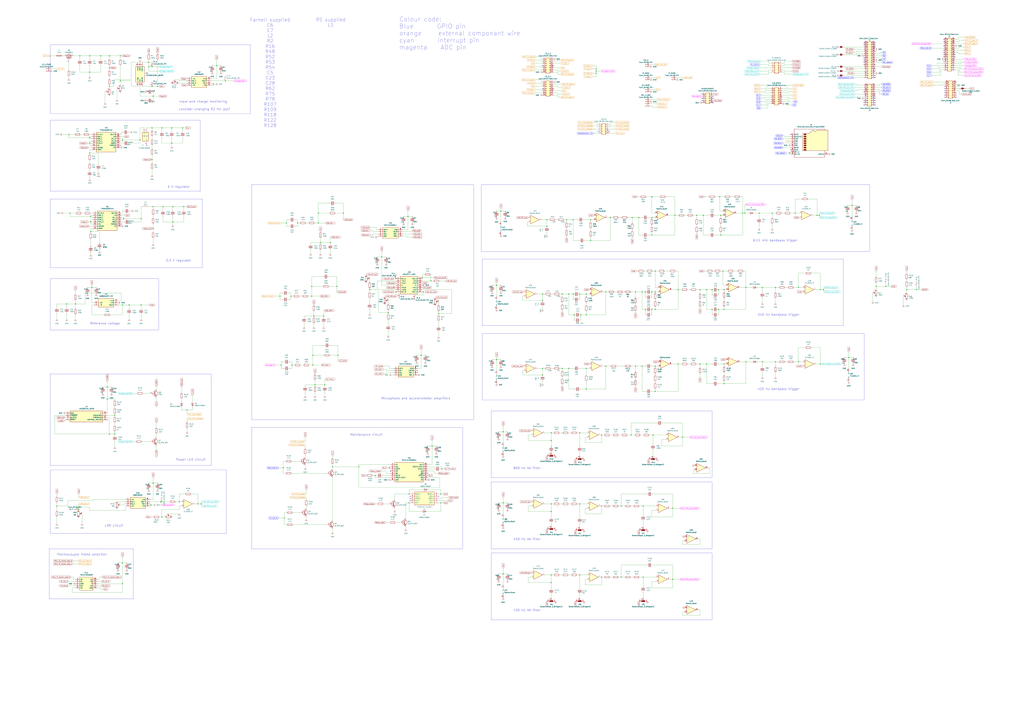
<source format=kicad_sch>
(kicad_sch (version 20231120) (generator "eeschema") (generator_version "8.0")
  (paper "A0")
  (junction (at 749.3 339.09))
  (junction (at 176.53 148.59))
  (junction (at 474.98 574.04))
  (junction (at 172.72 77.47))
  (junction (at 208.28 582.93))
  (junction (at 927.1 420.37))
  (junction (at 836.93 273.05))
  (junction (at 490.22 322.58))
  (junction (at 839.47 314.96))
  (junction (at 345.44 259.08))
  (junction (at 1052.83 336.55))
  (junction (at 674.37 365.76))
  (junction (at 820.42 336.55))
  (junction (at 756.92 339.09))
  (junction (at 756.92 228.6))
  (junction (at 91.44 591.82))
  (junction (at 398.78 247.65))
  (junction (at 834.39 336.55))
  (junction (at 77.47 353.06))
  (junction (at 657.86 255.27))
  (junction (at 840.74 359.41))
  (junction (at 840.74 445.77))
  (junction (at 337.82 344.17))
  (junction (at 339.09 424.18))
  (junction (at 760.73 359.41))
  (junction (at 673.1 502.92))
  (junction (at 927.1 334.01))
  (junction (at 509.27 364.49))
  (junction (at 703.58 425.45))
  (junction (at 386.08 542.29))
  (junction (at 392.43 412.75))
  (junction (at 635 262.89))
  (junction (at 781.05 673.1))
  (junction (at 177.8 265.43))
  (junction (at 330.2 601.98))
  (junction (at 732.79 505.46))
  (junction (at 1028.7 332.74))
  (junction (at 199.39 148.59))
  (junction (at 199.39 166.37))
  (junction (at 133.35 482.6))
  (junction (at 680.72 452.12))
  (junction (at 581.66 245.11))
  (junction (at 92.71 64.77))
  (junction (at 685.8 255.27))
  (junction (at 792.48 508))
  (junction (at 172.72 72.39))
  (junction (at 652.78 341.63))
  (junction (at 143.51 254))
  (junction (at 87.63 353.06))
  (junction (at 106.68 334.01))
  (junction (at 81.28 247.65))
  (junction (at 787.4 422.91))
  (junction (at 105.41 269.24))
  (junction (at 363.22 424.18))
  (junction (at 501.65 518.16))
  (junction (at 124.46 463.55))
  (junction (at 584.2 501.65))
  (junction (at 698.5 588.01))
  (junction (at 900.43 420.37))
  (junction (at 640.08 585.47))
  (junction (at 756.92 359.41))
  (junction (at 162.56 162.56))
  (junction (at 900.43 334.01))
  (junction (at 816.61 250.19))
  (junction (at 435.61 552.45))
  (junction (at 363.22 412.75))
  (junction (at 177.8 111.76))
  (junction (at 737.87 425.45))
  (junction (at 459.74 339.09))
  (junction (at 186.69 582.93))
  (junction (at 952.5 422.91))
  (junction (at 660.4 341.63))
  (junction (at 251.46 76.2))
  (junction (at 760.73 339.09))
  (junction (at 635 255.27))
  (junction (at 708.66 252.73))
  (junction (at 745.49 425.45))
  (junction (at 836.93 250.19))
  (junction (at 673.1 585.47))
  (junction (at 369.57 247.65))
  (junction (at 328.93 543.56))
  (junction (at 187.96 148.59))
  (junction (at 745.49 339.09))
  (junction (at 361.95 344.17))
  (junction (at 673.1 668.02))
  (junction (at 139.7 93.98))
  (junction (at 703.58 339.09))
  (junction (at 473.71 251.46))
  (junction (at 142.24 654.05))
  (junction (at 364.49 367.03))
  (junction (at 680.72 341.63))
  (junction (at 361.95 332.74))
  (junction (at 80.01 156.21))
  (junction (at 721.36 670.56))
  (junction (at 749.3 359.41))
  (junction (at 783.59 250.19))
  (junction (at 104.14 177.8))
  (junction (at 124.46 449.58))
  (junction (at 372.11 281.94))
  (junction (at 808.99 250.19))
  (junction (at 189.23 240.03))
  (junction (at 325.12 344.17))
  (junction (at 200.66 257.81))
  (junction (at 864.87 247.65))
  (junction (at 721.36 588.01))
  (junction (at 866.14 420.37))
  (junction (at 629.92 341.63))
  (junction (at 383.54 281.94))
  (junction (at 781.05 590.55))
  (junction (at 741.68 252.73))
  (junction (at 640.08 668.02))
  (junction (at 326.39 424.18))
  (junction (at 375.92 367.03))
  (junction (at 896.62 247.65))
  (junction (at 261.62 93.98))
  (junction (at 149.86 354.33))
  (junction (at 746.76 670.56))
  (junction (at 127 100.33))
  (junction (at 652.78 427.99))
  (junction (at 142.24 162.56))
  (junction (at 104.14 160.02))
  (junction (at 511.81 574.04))
  (junction (at 629.92 427.99))
  (junction (at 104.14 166.37))
  (junction (at 104.14 64.77))
  (junction (at 116.84 64.77))
  (junction (at 377.19 447.04))
  (junction (at 513.08 544.83))
  (junction (at 952.5 336.55))
  (junction (at 332.74 259.08))
  (junction (at 450.85 363.22))
  (junction (at 584.2 584.2))
  (junction (at 629.92 349.25))
  (junction (at 698.5 670.56))
  (junction (at 182.88 100.33))
  (junction (at 787.4 336.55))
  (junction (at 673.1 341.63))
  (junction (at 760.73 314.96))
  (junction (at 665.48 341.63))
  (junction (at 985.52 415.29))
  (junction (at 488.95 412.75))
  (junction (at 576.58 331.47))
  (junction (at 391.16 332.74))
  (junction (at 104.14 83.82))
  (junction (at 812.8 336.55))
  (junction (at 885.19 420.37))
  (junction (at 139.7 64.77))
  (junction (at 923.29 247.65))
  (junction (at 105.41 251.46))
  (junction (at 692.15 85.09))
  (junction (at 217.17 476.25))
  (junction (at 176.53 185.42))
  (junction (at 758.19 505.46))
  (junction (at 1064.26 336.55))
  (junction (at 640.08 676.91))
  (junction (at 1017.27 332.74))
  (junction (at 948.69 250.19))
  (junction (at 213.36 240.03))
  (junction (at 666.75 365.76))
  (junction (at 177.8 240.03))
  (junction (at 916.94 177.8))
  (junction (at 142.24 354.33))
  (junction (at 105.41 257.81))
  (junction (at 826.77 336.55))
  (junction (at 640.08 594.36))
  (junction (at 175.26 586.74))
  (junction (at 680.72 427.99))
  (junction (at 200.66 240.03))
  (junction (at 866.14 334.01))
  (junction (at 885.19 334.01))
  (junction (at 956.31 336.55))
  (junction (at 142.24 678.18))
  (junction (at 698.5 505.46))
  (junction (at 212.09 148.59))
  (junction (at 629.92 435.61))
  (junction (at 760.73 425.45))
  (junction (at 176.53 77.47))
  (junction (at 491.49 339.09))
  (junction (at 640.08 502.92))
  (junction (at 835.66 228.6))
  (junction (at 133.35 504.19))
  (junction (at 756.92 252.73))
  (junction (at 127 504.19))
  (junction (at 665.48 255.27))
  (junction (at 233.68 585.47))
  (junction (at 229.87 585.47))
  (junction (at 452.12 543.56))
  (junction (at 127 64.77))
  (junction (at 365.76 447.04))
  (junction (at 746.76 588.01))
  (junction (at 247.65 97.79))
  (junction (at 576.58 417.83))
  (junction (at 737.87 339.09))
  (junction (at 951.23 250.19))
  (junction (at 640.08 511.81))
  (junction (at 163.83 354.33))
  (junction (at 459.74 323.85))
  (junction (at 989.33 238.76))
  (junction (at 177.8 561.34))
  (junction (at 500.38 326.39))
  (junction (at 734.06 252.73))
  (junction (at 416.56 542.29))
  (junction (at 474.98 584.2))
  (junction (at 127 78.74))
  (junction (at 756.92 273.05))
  (junction (at 840.74 422.91))
  (junction (at 163.83 254))
  (junction (at 692.15 82.55))
  (junction (at 429.26 336.55))
  (junction (at 834.39 359.41))
  (junction (at 812.8 422.91))
  (junction (at 584.2 666.75))
  (junction (at 66.04 588.01))
  (junction (at 881.38 247.65))
  (junction (at 685.8 279.4))
  (junction (at 1112.52 99.06))
  (junction (at 176.53 100.33))
  (junction (at 369.57 259.08))
  (junction (at 760.73 454.66))
  (junction (at 443.23 298.45))
  (junction (at 187.96 600.71))
  (junction (at 91.44 589.28))
  (junction (at 692.15 80.01))
  (junction (at 680.72 365.76))
  (junction (at 511.81 584.2))
  (junction (at 660.4 427.99))
  (junction (at 826.77 359.41))
  (junction (at 187.96 582.93))
  (junction (at 840.74 336.55))
  (junction (at 862.33 247.65))
  (junction (at 820.42 422.91))
  (no_connect (at 1016 90.17))
  (no_connect (at 694.69 152.4))
  (no_connect (at 1096.01 66.04))
  (no_connect (at 1003.3 119.38))
  (no_connect (at 972.82 63.5))
  (no_connect (at 505.46 354.33))
  (no_connect (at 918.21 173.99))
  (no_connect (at 199.39 96.52))
  (no_connect (at 1097.28 110.49))
  (no_connect (at 1016 119.38))
  (no_connect (at 1017.27 344.17))
  (no_connect (at 1016 114.3))
  (no_connect (at 1016 49.53))
  (no_connect (at 815.34 109.22))
  (no_connect (at 1016 111.76))
  (no_connect (at 629.92 102.87))
  (no_connect (at 1016 52.07))
  (no_connect (at 1097.28 107.95))
  (no_connect (at 1003.3 121.92))
  (no_connect (at 199.39 600.71))
  (no_connect (at 509.27 576.58))
  (no_connect (at 139.7 106.68))
  (no_connect (at 828.04 111.76))
  (no_connect (at 140.97 260.35))
  (no_connect (at 972.82 54.61))
  (no_connect (at 1003.3 52.07))
  (no_connect (at 1097.28 105.41))
  (no_connect (at 425.45 327.66))
  (no_connect (at 1109.98 95.25))
  (no_connect (at 1052.83 347.98))
  (no_connect (at 918.21 156.21))
  (no_connect (at 1003.3 67.31))
  (no_connect (at 1108.71 66.04))
  (no_connect (at 453.39 547.37))
  (no_connect (at 1096.01 58.42))
  (no_connect (at 1003.3 49.53))
  (no_connect (at 1096.01 53.34))
  (no_connect (at 496.57 549.91))
  (no_connect (at 707.39 152.4))
  (no_connect (at 170.18 168.91))
  (no_connect (at 1016 87.63))
  (no_connect (at 1108.71 63.5))
  (no_connect (at 476.25 576.58))
  (no_connect (at 91.44 600.71))
  (no_connect (at 135.89 590.55))
  (no_connect (at 972.82 87.63))
  (no_connect (at 642.62 102.87))
  (no_connect (at 642.62 76.2))
  (no_connect (at 1097.28 102.87))
  (no_connect (at 1003.3 72.39))
  (no_connect (at 972.82 77.47))
  (no_connect (at 1096.01 45.72))
  (no_connect (at 1016 82.55))
  (no_connect (at 124.46 487.68))
  (no_connect (at 1097.28 113.03))
  (no_connect (at 1003.3 116.84))
  (no_connect (at 1003.3 74.93))
  (no_connect (at 1109.98 107.95))
  (no_connect (at 1096.01 48.26))
  (no_connect (at 1016 121.92))
  (no_connect (at 972.82 82.55))
  (no_connect (at 1016 74.93))
  (no_connect (at 1016 54.61))
  (no_connect (at 1016 116.84))
  (no_connect (at 1097.28 100.33))
  (no_connect (at 1016 109.22))
  (no_connect (at 1016 80.01))
  (no_connect (at 828.04 114.3))
  (no_connect (at 476.25 581.66))
  (no_connect (at 629.92 76.2))
  (no_connect (at 815.34 116.84))
  (no_connect (at 828.04 119.38))
  (no_connect (at 139.7 168.91))
  (no_connect (at 1003.3 106.68))
  (no_connect (at 127 110.49))
  (no_connect (at 815.34 114.3))
  (no_connect (at 1109.98 110.49))
  (no_connect (at 1016 59.69))
  (no_connect (at 1109.98 113.03))
  (no_connect (at 1003.3 69.85))
  (no_connect (at 1096.01 71.12))
  (no_connect (at 1096.01 60.96))
  (no_connect (at 447.04 353.06))
  (no_connect (at 1096.01 63.5))
  (no_connect (at 476.25 579.12))
  (wire (pts (xy 78.74 588.01) (xy 66.04 588.01)))
  (wire (pts (xy 892.81 76.2) (xy 892.81 74.93)))
  (wire (pts (xy 915.67 114.3) (xy 919.48 114.3)))
  (wire (pts (xy 496.57 594.36) (xy 511.81 594.36)))
  (wire (pts (xy 880.11 420.37) (xy 885.19 420.37)))
  (wire (pts (xy 496.57 547.37) (xy 504.19 547.37)))
  (wire (pts (xy 149.86 354.33) (xy 149.86 358.14)))
  (wire (pts (xy 488.95 594.36) (xy 474.98 594.36)))
  (wire (pts (xy 642.62 585.47) (xy 640.08 585.47)))
  (wire (pts (xy 354.33 528.32) (xy 354.33 530.86)))
  (wire (pts (xy 741.68 252.73) (xy 741.68 273.05)))
  (wire (pts (xy 673.1 341.63) (xy 680.72 341.63)))
  (wire (pts (xy 991.87 85.09) (xy 1003.3 85.09)))
  (wire (pts (xy 623.57 341.63) (xy 629.92 341.63)))
  (wire (pts (xy 74.93 487.68) (xy 76.2 487.68)))
  (wire (pts (xy 889 105.41) (xy 889 102.87)))
  (wire (pts (xy 864.87 247.65) (xy 868.68 247.65)))
  (wire (pts (xy 732.79 491.49) (xy 732.79 505.46)))
  (wire (pts (xy 176.53 100.33) (xy 182.88 100.33)))
  (wire (pts (xy 1109.98 100.33) (xy 1112.52 100.33)))
  (wire (pts (xy 756.92 247.65) (xy 756.92 228.6)))
  (wire (pts (xy 745.49 273.05) (xy 741.68 273.05)))
  (wire (pts (xy 826.77 445.77) (xy 820.42 445.77)))
  (wire (pts (xy 107.95 581.66) (xy 78.74 581.66)))
  (wire (pts (xy 213.36 243.84) (xy 213.36 240.03)))
  (wire (pts (xy 182.88 100.33) (xy 185.42 100.33)))
  (wire (pts (xy 746.76 688.34) (xy 746.76 694.69)))
  (wire (pts (xy 617.22 670.56) (xy 613.41 670.56)))
  (wire (pts (xy 74.93 485.14) (xy 76.2 485.14)))
  (wire (pts (xy 674.37 452.12) (xy 680.72 452.12)))
  (wire (pts (xy 864.87 237.49) (xy 864.87 247.65)))
  (wire (pts (xy 622.3 66.04) (xy 628.65 66.04)))
  (wire (pts (xy 457.2 433.07) (xy 448.31 433.07)))
  (wire (pts (xy 640.08 668.02) (xy 640.08 676.91)))
  (wire (pts (xy 660.4 427.99) (xy 665.48 427.99)))
  (wire (pts (xy 133.35 504.19) (xy 133.35 505.46)))
  (wire (pts (xy 92.71 76.2) (xy 92.71 83.82)))
  (wire (pts (xy 473.71 245.11) (xy 473.71 251.46)))
  (wire (pts (xy 195.58 596.9) (xy 208.28 596.9)))
  (wire (pts (xy 452.12 425.45) (xy 452.12 427.99)))
  (wire (pts (xy 212.09 148.59) (xy 215.9 148.59)))
  (wire (pts (xy 640.08 511.81) (xy 640.08 518.16)))
  (wire (pts (xy 629.92 435.61) (xy 607.06 435.61)))
  (wire (pts (xy 364.49 375.92) (xy 364.49 379.73)))
  (wire (pts (xy 335.28 340.36) (xy 337.82 340.36)))
  (wire (pts (xy 501.65 511.81) (xy 501.65 518.16)))
  (wire (pts (xy 91.44 585.47) (xy 91.44 589.28)))
  (wire (pts (xy 576.58 417.83) (xy 581.66 417.83)))
  (wire (pts (xy 443.23 292.1) (xy 443.23 298.45)))
  (wire (pts (xy 607.06 435.61) (xy 607.06 430.53)))
  (wire (pts (xy 836.93 260.35) (xy 836.93 262.89)))
  (wire (pts (xy 127 485.14) (xy 127 504.19)))
  (wire (pts (xy 176.53 148.59) (xy 187.96 148.59)))
  (wire (pts (xy 900.43 420.37) (xy 900.43 425.45)))
  (wire (pts (xy 217.17 486.41) (xy 217.17 490.22)))
  (wire (pts (xy 1116.33 73.66) (xy 1116.33 76.2)))
  (wire (pts (xy 146.05 588.01) (xy 146.05 593.09)))
  (wire (pts (xy 474.98 584.2) (xy 471.17 584.2)))
  (wire (pts (xy 471.17 584.2) (xy 471.17 601.98)))
  (wire (pts (xy 448.31 433.07) (xy 448.31 434.34)))
  (wire (pts (xy 692.15 82.55) (xy 698.5 82.55)))
  (wire (pts (xy 808.99 250.19) (xy 808.99 254)))
  (wire (pts (xy 1118.87 76.2) (xy 1116.33 76.2)))
  (wire (pts (xy 895.35 102.87) (xy 890.27 102.87)))
  (wire (pts (xy 105.41 293.37) (xy 105.41 295.91)))
  (wire (pts (xy 105.41 250.19) (xy 105.41 251.46)))
  (wire (pts (xy 176.53 158.75) (xy 176.53 161.29)))
  (wire (pts (xy 1064.26 332.74) (xy 1064.26 336.55)))
  (wire (pts (xy 116.84 64.77) (xy 116.84 68.58)))
  (wire (pts (xy 360.68 281.94) (xy 372.11 281.94)))
  (wire (pts (xy 915.67 118.11) (xy 920.75 118.11)))
  (wire (pts (xy 483.87 412.75) (xy 488.95 412.75)))
  (wire (pts (xy 187.96 586.74) (xy 186.69 586.74)))
  (wire (pts (xy 742.95 670.56) (xy 746.76 670.56)))
  (wire (pts (xy 127 88.9) (xy 127 91.44)))
  (wire (pts (xy 439.42 274.32) (xy 438.15 274.32)))
  (wire (pts (xy 320.04 424.18) (xy 326.39 424.18)))
  (wire (pts (xy 87.63 353.06) (xy 99.06 353.06)))
  (wire (pts (xy 478.79 267.97) (xy 476.25 267.97)))
  (wire (pts (xy 383.54 412.75) (xy 392.43 412.75)))
  (wire (pts (xy 358.14 344.17) (xy 361.95 344.17)))
  (wire (pts (xy 792.48 508) (xy 792.48 518.16)))
  (wire (pts (xy 163.83 254) (xy 163.83 257.81)))
  (wire (pts (xy 187.96 160.02) (xy 187.96 166.37)))
  (wire (pts (xy 1115.06 76.2) (xy 1115.06 80.01)))
  (wire (pts (xy 934.72 317.5) (xy 927.1 317.5)))
  (wire (pts (xy 208.28 92.71) (xy 208.28 93.98)))
  (wire (pts (xy 685.8 279.4) (xy 708.66 279.4)))
  (wire (pts (xy 895.35 105.41) (xy 889 105.41)))
  (wire (pts (xy 85.09 655.32) (xy 90.17 655.32)))
  (wire (pts (xy 429.26 335.28) (xy 429.26 336.55)))
  (wire (pts (xy 756.92 339.09) (xy 756.92 345.44)))
  (wire (pts (xy 175.26 600.71) (xy 177.8 600.71)))
  (wire (pts (xy 377.19 360.68) (xy 375.92 360.68)))
  (wire (pts (xy 105.41 269.24) (xy 105.41 265.43)))
  (wire (pts (xy 721.36 656.59) (xy 721.36 670.56)))
  (wire (pts (xy 647.7 100.33) (xy 642.62 100.33)))
  (wire (pts (xy 210.82 463.55) (xy 210.82 466.09)))
  (wire (pts (xy 66.04 588.01) (xy 66.04 593.09)))
  (wire (pts (xy 703.58 425.45) (xy 699.77 425.45)))
  (wire (pts (xy 908.05 81.28) (xy 910.59 81.28)))
  (wire (pts (xy 900.43 420.37) (xy 904.24 420.37)))
  (wire (pts (xy 993.14 113.03) (xy 995.68 113.03)))
  (wire (pts (xy 923.29 247.65) (xy 928.37 247.65)))
  (wire (pts (xy 773.43 228.6) (xy 783.59 228.6)))
  (wire (pts (xy 883.92 102.87) (xy 889 102.87)))
  (wire (pts (xy 689.61 149.86) (xy 694.69 149.86)))
  (wire (pts (xy 622.3 92.71) (xy 628.65 92.71)))
  (wire (pts (xy 674.37 365.76) (xy 680.72 365.76)))
  (wire (pts (xy 607.06 344.17) (xy 608.33 344.17)))
  (wire (pts (xy 340.36 609.6) (xy 378.46 609.6)))
  (wire (pts (xy 116.84 64.77) (xy 127 64.77)))
  (wire (pts (xy 635 262.89) (xy 612.14 262.89)))
  (wire (pts (xy 632.46 668.02) (xy 640.08 668.02)))
  (wire (pts (xy 66.04 364.49) (xy 66.04 370.84)))
  (wire (pts (xy 947.42 422.91) (xy 952.5 422.91)))
  (wire (pts (xy 511.81 584.2) (xy 509.27 584.2)))
  (wire (pts (xy 883.92 114.3) (xy 887.73 114.3)))
  (wire (pts (xy 354.33 455.93) (xy 354.33 459.74)))
  (wire (pts (xy 128.27 365.76) (xy 142.24 365.76)))
  (wire (pts (xy 756.92 339.09) (xy 760.73 339.09)))
  (wire (pts (xy 750.57 656.59) (xy 721.36 656.59)))
  (wire (pts (xy 952.5 247.65) (xy 951.23 247.65)))
  (wire (pts (xy 330.2 601.98) (xy 330.2 609.6)))
  (wire (pts (xy 210.82 449.58) (xy 210.82 455.93)))
  (wire (pts (xy 181.61 462.28) (xy 181.61 466.09)))
  (wire (pts (xy 132.08 100.33) (xy 127 100.33)))
  (wire (pts (xy 104.14 161.29) (xy 106.68 161.29)))
  (wire (pts (xy 812.8 336.55) (xy 820.42 336.55)))
  (wire (pts (xy 143.51 254) (xy 163.83 254)))
  (wire (pts (xy 430.53 267.97) (xy 433.07 267.97)))
  (wire (pts (xy 251.46 76.2) (xy 251.46 91.44)))
  (wire (pts (xy 132.08 92.71) (xy 132.08 100.33)))
  (wire (pts (xy 372.11 281.94) (xy 372.11 283.21)))
  (wire (pts (xy 787.4 454.66) (xy 787.4 422.91)))
  (wire (pts (xy 364.49 367.03) (xy 375.92 367.03)))
  (wire (pts (xy 820.42 336.55) (xy 826.77 336.55)))
  (wire (pts (xy 808.99 261.62) (xy 808.99 262.89)))
  (wire (pts (xy 1013.46 340.36) (xy 1013.46 350.52)))
  (wire (pts (xy 628.65 71.12) (xy 628.65 69.85)))
  (wire (pts (xy 792.48 711.2) (xy 795.02 711.2)))
  (wire (pts (xy 858.52 334.01) (xy 866.14 334.01)))
  (wire (pts (xy 642.62 668.02) (xy 640.08 668.02)))
  (wire (pts (xy 448.31 607.06) (xy 452.12 607.06)))
  (wire (pts (xy 744.22 505.46) (xy 746.76 505.46)))
  (wire (pts (xy 756.92 270.51) (xy 756.92 273.05)))
  (wire (pts (xy 133.35 481.33) (xy 133.35 482.6)))
  (wire (pts (xy 345.44 262.89) (xy 345.44 259.08)))
  (wire (pts (xy 91.44 591.82) (xy 91.44 593.09)))
  (wire (pts (xy 251.46 76.2) (xy 256.54 76.2)))
  (wire (pts (xy 104.14 262.89) (xy 107.95 262.89)))
  (wire (pts (xy 162.56 148.59) (xy 167.64 148.59)))
  (wire (pts (xy 910.59 157.48) (xy 910.59 158.75)))
  (wire (pts (xy 1113.79 83.82) (xy 1113.79 78.74)))
  (wire (pts (xy 453.39 549.91) (xy 448.31 549.91)))
  (wire (pts (xy 760.73 452.12) (xy 760.73 454.66)))
  (wire (pts (xy 492.76 318.77) (xy 490.22 318.77)))
  (wire (pts (xy 834.39 445.77) (xy 840.74 445.77)))
  (wire (pts (xy 629.92 95.25) (xy 628.65 95.25)))
  (wire (pts (xy 76.2 482.6) (xy 63.5 482.6)))
  (wire (pts (xy 142.24 647.7) (xy 142.24 654.05)))
  (wire (pts (xy 756.92 123.19) (xy 756.92 124.46)))
  (wire (pts (xy 105.41 251.46) (xy 81.28 251.46)))
  (wire (pts (xy 340.36 595.63) (xy 347.98 595.63)))
  (wire (pts (xy 642.62 110.49) (xy 647.7 110.49)))
  (wire (pts (xy 734.06 275.59) (xy 734.06 276.86)))
  (wire (pts (xy 839.47 331.47) (xy 839.47 314.96)))
  (wire (pts (xy 497.84 568.96) (xy 511.81 568.96)))
  (wire (pts (xy 866.14 334.01) (xy 872.49 334.01)))
  (wire (pts (xy 839.47 245.11) (xy 835.66 245.11)))
  (wire (pts (xy 472.44 275.59) (xy 472.44 274.32)))
  (wire (pts (xy 104.14 83.82) (xy 116.84 83.82)))
  (wire (pts (xy 728.98 505.46) (xy 732.79 505.46)))
  (wire (pts (xy 913.13 99.06) (xy 919.48 99.06)))
  (wire (pts (xy 142.24 354.33) (xy 142.24 365.76)))
  (wire (pts (xy 474.98 594.36) (xy 474.98 584.2)))
  (wire (pts (xy 660.4 452.12) (xy 660.4 427.99)))
  (wire (pts (xy 176.53 185.42) (xy 176.53 189.23)))
  (wire (pts (xy 994.41 59.69) (xy 994.41 60.96)))
  (wire (pts (xy 866.14 237.49) (xy 864.87 237.49)))
  (wire (pts (xy 746.76 670.56) (xy 762 670.56)))
  (wire (pts (xy 673.1 585.47) (xy 673.1 600.71)))
  (wire (pts (xy 504.19 547.37) (xy 504.19 549.91)))
  (wire (pts (xy 708.66 670.56) (xy 711.2 670.56)))
  (wire (pts (xy 347.98 344.17) (xy 350.52 344.17)))
  (wire (pts (xy 81.28 247.65) (xy 81.28 251.46)))
  (wire (pts (xy 496.57 539.75) (xy 501.65 539.75)))
  (wire (pts (xy 758.19 574.04) (xy 781.05 574.04)))
  (wire (pts (xy 342.9 255.27) (xy 345.44 255.27)))
  (wire (pts (xy 703.58 365.76) (xy 703.58 339.09)))
  (wire (pts (xy 1022.35 60.96) (xy 1022.35 62.23)))
  (wire (pts (xy 335.28 347.98) (xy 337.82 347.98)))
  (wire (pts (xy 908.05 102.87) (xy 913.13 102.87)))
  (wire (pts (xy 883.92 99.06) (xy 890.27 99.06)))
  (wire (pts (xy 1113.79 48.26) (xy 1113.79 46.99)))
  (wire (pts (xy 882.65 74.93) (xy 892.81 74.93)))
  (wire (pts (xy 916.94 176.53) (xy 918.21 176.53)))
  (wire (pts (xy 698.5 505.46) (xy 701.04 505.46)))
  (wire (pts (xy 119.38 684.53) (xy 116.84 684.53)))
  (wire (pts (xy 1092.2 81.28) (xy 1092.2 87.63)))
  (wire (pts (xy 233.68 588.01) (xy 234.95 588.01)))
  (wire (pts (xy 104.14 76.2) (xy 104.14 83.82)))
  (wire (pts (xy 718.82 505.46) (xy 721.36 505.46)))
  (wire (pts (xy 579.12 584.2) (xy 584.2 584.2)))
  (wire (pts (xy 336.55 420.37) (xy 339.09 420.37)))
  (wire (pts (xy 439.42 271.78) (xy 433.07 271.78)))
  (wire (pts (xy 660.4 502.92) (xy 662.94 502.92)))
  (wire (pts (xy 840.74 443.23) (xy 840.74 445.77)))
  (wire (pts (xy 444.5 552.45) (xy 453.39 552.45)))
  (wire (pts (xy 513.08 544.83) (xy 515.62 544.83)))
  (wire (pts (xy 760.73 454.66) (xy 787.4 454.66)))
  (wire (pts (xy 647.7 110.49) (xy 647.7 113.03)))
  (wire (pts (xy 332.74 255.27) (xy 332.74 259.08)))
  (wire (pts (xy 840.74 228.6) (xy 835.66 228.6)))
  (wire (pts (xy 212.09 166.37) (xy 212.09 160.02)))
  (wire (pts (xy 622.3 100.33) (xy 629.92 100.33)))
  (wire (pts (xy 189.23 240.03) (xy 189.23 243.84)))
  (wire (pts (xy 339.09 424.18) (xy 339.09 420.37)))
  (wire (pts (xy 885.19 420.37) (xy 885.19 425.45)))
  (wire (pts (xy 115.57 673.1) (xy 113.03 673.1)))
  (wire (pts (xy 172.72 82.55) (xy 185.42 82.55)))
  (wire (pts (xy 787.4 314.96) (xy 787.4 336.55)))
  (wire (pts (xy 467.36 266.7) (xy 473.71 266.7)))
  (wire (pts (xy 133.35 464.82) (xy 133.35 463.55)))
  (wire (pts (xy 642.62 97.79) (xy 651.51 97.79)))
  (wire (pts (xy 613.41 511.81) (xy 640.08 511.81)))
  (wire (pts (xy 104.14 163.83) (xy 106.68 163.83)))
  (wire (pts (xy 756.92 600.71) (xy 781.05 600.71)))
  (wire (pts (xy 1115.06 80.01) (xy 1118.87 80.01)))
  (wire (pts (xy 104.14 177.8) (xy 104.14 173.99)))
  (wire (pts (xy 750.57 574.04) (xy 721.36 574.04)))
  (wire (pts (xy 501.65 518.16) (xy 506.73 518.16)))
  (wire (pts (xy 74.93 488.95) (xy 74.93 487.68)))
  (wire (pts (xy 365.76 441.96) (xy 365.76 447.04)))
  (wire (pts (xy 692.15 88.9) (xy 688.34 88.9)))
  (wire (pts (xy 113.03 680.72) (xy 118.11 680.72)))
  (wire (pts (xy 105.41 265.43) (xy 107.95 265.43)))
  (wire (pts (xy 670.56 668.02) (xy 673.1 668.02)))
  (wire (pts (xy 980.44 87.63) (xy 1003.3 87.63)))
  (wire (pts (xy 628.65 104.14) (xy 628.65 105.41)))
  (wire (pts (xy 383.54 275.59) (xy 383.54 281.94)))
  (wire (pts (xy 139.7 586.74) (xy 143.51 586.74)))
  (wire (pts (xy 140.97 255.27) (xy 143.51 255.27)))
  (wire (pts (xy 326.39 424.18) (xy 326.39 427.99)))
  (wire (pts (xy 915.67 106.68) (xy 919.48 106.68)))
  (wire (pts (xy 908.05 113.03) (xy 915.67 113.03)))
  (wire (pts (xy 647.7 255.27) (xy 645.16 255.27)))
  (wire (pts (xy 908.05 78.74) (xy 919.48 78.74)))
  (wire (pts (xy 737.87 425.45) (xy 737.87 431.8)))
  (wire (pts (xy 1003.3 111.76) (xy 995.68 111.76)))
  (wire (pts (xy 453.39 554.99) (xy 435.61 554.99)))
  (wire (pts (xy 732.79 588.01) (xy 735.33 588.01)))
  (wire (pts (xy 369.57 247.65) (xy 382.27 247.65)))
  (wire (pts (xy 325.12 344.17) (xy 325.12 347.98)))
  (wire (pts (xy 66.04 353.06) (xy 77.47 353.06)))
  (wire (pts (xy 1109.98 105.41) (xy 1113.79 105.41)))
  (wire (pts (xy 355.6 577.85) (xy 355.6 580.39)))
  (wire (pts (xy 496.57 554.99) (xy 510.54 554.99)))
  (wire (pts (xy 386.08 614.68) (xy 386.08 618.49)))
  (wire (pts (xy 488.95 412.75) (xy 494.03 412.75)))
  (wire (pts (xy 909.32 157.48) (xy 910.59 157.48)))
  (wire (pts (xy 632.46 341.63) (xy 629.92 341.63)))
  (wire (pts (xy 354.33 448.31) (xy 354.33 447.04)))
  (wire (pts (xy 204.47 582.93) (xy 208.28 582.93)))
  (wire (pts (xy 208.28 582.93) (xy 210.82 582.93)))
  (wire (pts (xy 360.68 290.83) (xy 360.68 294.64)))
  (wire (pts (xy 862.33 247.65) (xy 864.87 247.65)))
  (wire (pts (xy 66.04 600.71) (xy 66.04 608.33)))
  (wire (pts (xy 908.05 105.41) (xy 914.4 105.41)))
  (wire (pts (xy 792.48 632.46) (xy 792.48 628.65)))
  (wire (pts (xy 490.22 322.58) (xy 504.19 322.58)))
  (wire (pts (xy 378.46 440.69) (xy 377.19 440.69)))
  (wire (pts (xy 673.1 690.88) (xy 673.1 694.69)))
  (wire (pts (xy 843.28 331.47) (xy 839.47 331.47)))
  (wire (pts (xy 328.93 535.94) (xy 328.93 543.56)))
  (wire (pts (xy 152.4 92.71) (xy 132.08 92.71)))
  (wire (pts (xy 182.88 100.33) (xy 182.88 69.85)))
  (wire (pts (xy 991.87 60.96) (xy 994.41 60.96)))
  (wire (pts (xy 640.08 676.91) (xy 640.08 683.26)))
  (wire (pts (xy 892.81 81.28) (xy 892.81 82.55)))
  (wire (pts (xy 187.96 582.93) (xy 196.85 582.93)))
  (wire (pts (xy 337.82 347.98) (xy 337.82 344.17)))
  (wire (pts (xy 524.51 364.49) (xy 509.27 364.49)))
  (wire (pts (xy 326.39 420.37) (xy 328.93 420.37)))
  (wire (pts (xy 882.65 78.74) (xy 895.35 78.74)))
  (wire (pts (xy 459.74 339.09) (xy 459.74 341.63)))
  (wire (pts (xy 756.92 261.62) (xy 756.92 262.89)))
  (wire (pts (xy 779.78 336.55) (xy 787.4 336.55)))
  (wire (pts (xy 756.92 228.6) (xy 750.57 228.6)))
  (wire (pts (xy 584.2 584.2) (xy 589.28 584.2)))
  (wire (pts (xy 72.39 64.77) (xy 74.93 64.77)))
  (wire (pts (xy 142.24 162.56) (xy 162.56 162.56)))
  (wire (pts (xy 670.56 502.92) (xy 673.1 502.92)))
  (wire (pts (xy 943.61 250.19) (xy 948.69 250.19)))
  (wire (pts (xy 149.86 365.76) (xy 149.86 370.84)))
  (wire (pts (xy 881.38 247.65) (xy 881.38 252.73)))
  (wire (pts (xy 698.5 588.01) (xy 698.5 596.9)))
  (wire (pts (xy 652.78 427.99) (xy 652.78 430.53)))
  (wire (pts (xy 229.87 585.47) (xy 233.68 585.47)))
  (wire (pts (xy 149.86 354.33) (xy 163.83 354.33)))
  (wire (pts (xy 885.19 433.07) (xy 885.19 438.15)))
  (wire (pts (xy 584.2 495.3) (xy 584.2 501.65)))
  (wire (pts (xy 918.21 247.65) (xy 923.29 247.65)))
  (wire (pts (xy 892.81 83.82) (xy 895.35 83.82)))
  (wire (pts (xy 1022.35 67.31) (xy 1022.35 68.58)))
  (wire (pts (xy 642.62 71.12) (xy 647.7 71.12)))
  (wire (pts (xy 792.48 715.01) (xy 792.48 711.2)))
  (wire (pts (xy 742.95 588.01) (xy 746.76 588.01)))
  (wire (pts (xy 908.05 76.2) (xy 910.59 76.2)))
  (wire (pts (xy 760.73 356.87) (xy 760.73 359.41)))
  (wire (pts (xy 911.86 420.37) (xy 914.4 420.37)))
  (wire (pts (xy 92.71 83.82) (xy 104.14 83.82)))
  (wire (pts (xy 916.94 179.07) (xy 916.94 177.8)))
  (wire (pts (xy 107.95 257.81) (xy 105.41 257.81)))
  (wire (pts (xy 1113.79 109.22) (xy 1113.79 105.41)))
  (wire (pts (xy 140.97 250.19) (xy 144.78 250.19)))
  (wire (pts (xy 92.71 68.58) (xy 92.71 64.77)))
  (wire (pts (xy 617.22 505.46) (xy 613.41 505.46)))
  (wire (pts (xy 576.58 331.47) (xy 581.66 331.47)))
  (wire (pts (xy 1021.08 97.79) (xy 1023.62 97.79)))
  (wire (pts (xy 642.62 502.92) (xy 640.08 502.92)))
  (wire (pts (xy 210.82 473.71) (xy 210.82 476.25)))
  (wire (pts (xy 647.7 101.6) (xy 647.7 100.33)))
  (wire (pts (xy 175.26 586.74) (xy 175.26 588.01)))
  (wire (pts (xy 952.5 336.55) (xy 956.31 336.55)))
  (wire (pts (xy 1052.83 336.55) (xy 1052.83 340.36)))
  (wire (pts (xy 330.2 595.63) (xy 330.2 601.98)))
  (wire (pts (xy 1108.71 71.12) (xy 1116.33 71.12)))
  (wire (pts (xy 640.08 608.33) (xy 640.08 610.87)))
  (wire (pts (xy 628.65 77.47) (xy 628.65 78.74)))
  (wire (pts (xy 781.05 574.04) (xy 781.05 590.55)))
  (wire (pts (xy 361.95 344.17) (xy 372.11 344.17)))
  (wire (pts (xy 647.7 83.82) (xy 647.7 86.36)))
  (wire (pts (xy 746.76 670.56) (xy 746.76 680.72)))
  (wire (pts (xy 139.7 166.37) (xy 142.24 166.37)))
  (wire (pts (xy 584.2 666.75) (xy 589.28 666.75)))
  (wire (pts (xy 133.35 513.08) (xy 133.35 519.43)))
  (wire (pts (xy 995.68 99.06) (xy 995.68 97.79)))
  (wire (pts (xy 450.85 360.68) (xy 450.85 363.22)))
  (wire (pts (xy 476.25 269.24) (xy 467.36 269.24)))
  (wire (pts (xy 452.12 542.29) (xy 452.12 543.56)))
  (wire (pts (xy 673.1 427.99) (xy 680.72 427.99)))
  (wire (pts (xy 866.14 314.96) (xy 866.14 334.01)))
  (wire (pts (xy 697.23 505.46) (xy 698.5 505.46)))
  (wire (pts (xy 995.68 104.14) (xy 995.68 105.41)))
  (wire (pts (xy 66.04 356.87) (xy 66.04 353.06)))
  (wire (pts (xy 1082.04 55.88) (xy 1096.01 55.88)))
  (wire (pts (xy 106.68 168.91) (xy 104.14 168.91)))
  (wire (pts (xy 657.86 274.32) (xy 657.86 275.59)))
  (wire (pts (xy 478.79 275.59) (xy 472.44 275.59)))
  (wire (pts (xy 326.39 420.37) (xy 326.39 424.18)))
  (wire (pts (xy 775.97 250.19) (xy 783.59 250.19)))
  (wire (pts (xy 85.09 670.56) (xy 85.09 673.1)))
  (wire (pts (xy 629.92 359.41) (xy 629.92 356.87)))
  (wire (pts (xy 382.27 236.22) (xy 369.57 236.22)))
  (wire (pts (xy 445.77 434.34) (xy 448.31 434.34)))
  (wire (pts (xy 812.8 336.55) (xy 812.8 340.36)))
  (wire (pts (xy 139.7 161.29) (xy 142.24 161.29)))
  (wire (pts (xy 657.86 255.27) (xy 657.86 257.81)))
  (wire (pts (xy 433.07 552.45) (xy 435.61 552.45)))
  (wire (pts (xy 173.99 582.93) (xy 186.69 582.93)))
  (wire (pts (xy 185.42 600.71) (xy 187.96 600.71)))
  (wire (pts (xy 679.45 596.9) (xy 698.5 596.9)))
  (wire (pts (xy 764.54 334.01) (xy 760.73 334.01)))
  (wire (pts (xy 1016 67.31) (xy 1022.35 67.31)))
  (wire (pts (xy 114.3 198.12) (xy 114.3 200.66)))
  (wire (pts (xy 361.95 332.74) (xy 374.65 332.74)))
  (wire (pts (xy 511.81 544.83) (xy 513.08 544.83)))
  (wire (pts (xy 900.43 334.01) (xy 904.24 334.01)))
  (wire (pts (xy 673.1 668.02) (xy 681.99 668.02)))
  (wire (pts (xy 758.19 505.46) (xy 773.43 505.46)))
  (wire (pts (xy 994.41 62.23) (xy 1003.3 62.23)))
  (wire (pts (xy 718.82 588.01) (xy 721.36 588.01)))
  (wire (pts (xy 165.1 72.39) (xy 172.72 72.39)))
  (wire (pts (xy 584.2 577.85) (xy 584.2 584.2)))
  (wire (pts (xy 642.62 73.66) (xy 650.24 73.66)))
  (wire (pts (xy 993.14 97.79) (xy 995.68 97.79)))
  (wire (pts (xy 165.1 100.33) (xy 176.53 100.33)))
  (wire (pts (xy 1108.71 45.72) (xy 1112.52 45.72)))
  (wire (pts (xy 745.49 339.09) (xy 749.3 339.09)))
  (wire (pts (xy 670.56 585.47) (xy 673.1 585.47)))
  (wire (pts (xy 217.17 476.25) (xy 223.52 476.25)))
  (wire (pts (xy 163.83 365.76) (xy 163.83 370.84)))
  (wire (pts (xy 513.08 577.85) (xy 513.08 579.12)))
  (wire (pts (xy 200.66 240.03) (xy 213.36 240.03)))
  (wire (pts (xy 830.58 273.05) (xy 836.93 273.05)))
  (wire (pts (xy 820.42 445.77) (xy 820.42 422.91)))
  (wire (pts (xy 520.7 577.85) (xy 513.08 577.85)))
  (wire (pts (xy 1092.2 81.28) (xy 1096.01 81.28)))
  (wire (pts (xy 105.41 270.51) (xy 105.41 269.24)))
  (wire (pts (xy 105.41 251.46) (xy 105.41 252.73)))
  (wire (pts (xy 694.69 147.32) (xy 693.42 147.32)))
  (wire (pts (xy 688.34 76.2) (xy 692.15 76.2)))
  (wire (pts (xy 177.8 240.03) (xy 189.23 240.03)))
  (wire (pts (xy 762 491.49) (xy 732.79 491.49)))
  (wire (pts (xy 140.97 349.25) (xy 140.97 340.36)))
  (wire (pts (xy 808.99 270.51) (xy 808.99 271.78)))
  (wire (pts (xy 927.1 403.86) (xy 927.1 420.37)))
  (wire (pts (xy 629.92 68.58) (xy 628.65 68.58)))
  (wire (pts (xy 927.1 420.37) (xy 932.18 420.37)))
  (wire (pts (xy 640.08 594.36) (xy 640.08 600.71)))
  (wire (pts (xy 910.59 86.36) (xy 910.59 83.82)))
  (wire (pts (xy 681.99 590.55) (xy 679.45 590.55)))
  (wire (pts (xy 754.38 505.46) (xy 758.19 505.46)))
  (wire (pts (xy 1022.35 62.23) (xy 1016 62.23)))
  (wire (pts (xy 439.42 363.22) (xy 450.85 363.22)))
  (wire (pts (xy 104.14 179.07) (xy 104.14 177.8)))
  (wire (pts (xy 812.8 708.66) (xy 812.8 715.01)))
  (wire (pts (xy 104.14 186.69) (xy 104.14 189.23)))
  (wire (pts (xy 1113.79 55.88) (xy 1113.79 54.61)))
  (wire (pts (xy 433.07 269.24) (xy 439.42 269.24)))
  (wire (pts (xy 716.28 425.45) (xy 725.17 425.45)))
  (wire (pts (xy 81.28 247.65) (xy 87.63 247.65)))
  (wire (pts (xy 855.98 314.96) (xy 852.17 314.96)))
  (wire (pts (xy 245.11 91.44) (xy 251.46 91.44)))
  (wire (pts (xy 783.59 228.6) (xy 783.59 250.19)))
  (wire (pts (xy 622.3 73.66) (xy 629.92 73.66)))
  (wire (pts (xy 679.45 514.35) (xy 698.5 514.35)))
  (wire (pts (xy 745.49 425.45) (xy 745.49 454.66)))
  (wire (pts (xy 647.7 71.12) (xy 647.7 69.85)))
  (wire (pts (xy 617.22 588.01) (xy 613.41 588.01)))
  (wire (pts (xy 429.26 323.85) (xy 429.26 327.66)))
  (wire (pts (xy 514.35 574.04) (xy 511.81 574.04)))
  (wire (pts (xy 450.85 372.11) (xy 450.85 377.19)))
  (wire (pts (xy 386.08 529.59) (xy 386.08 532.13)))
  (wire (pts (xy 184.15 111.76) (xy 177.8 111.76)))
  (wire (pts (xy 679.45 679.45) (xy 698.5 679.45)))
  (wire (pts (xy 172.72 69.85) (xy 172.72 72.39)))
  (wire (pts (xy 177.8 561.34) (xy 182.88 561.34)))
  (wire (pts (xy 895.35 76.2) (xy 892.81 76.2)))
  (wire (pts (xy 991.87 80.01) (xy 1003.3 80.01)))
  (wire (pts (xy 732.79 339.09) (xy 737.87 339.09)))
  (wire (pts (xy 476.25 574.04) (xy 474.98 574.04)))
  (wire (pts (xy 1112.52 87.63) (xy 1118.87 87.63)))
  (wire (pts (xy 754.38 120.65) (xy 763.27 120.65)))
  (wire (pts (xy 795.02 250.19) (xy 797.56 250.19)))
  (wire (pts (xy 820.42 314.96) (xy 817.88 314.96)))
  (wire (pts (xy 788.67 508) (xy 792.48 508)))
  (wire (pts (xy 629.92 349.25) (xy 607.06 349.25)))
  (wire (pts (xy 513.08 542.29) (xy 513.08 544.83)))
  (wire (pts (xy 576.58 417.83) (xy 576.58 430.53)))
  (wire (pts (xy 105.41 269.24) (xy 115.57 269.24)))
  (wire (pts (xy 181.61 518.16) (xy 181.61 523.24)))
  (wire (pts (xy 887.73 107.95) (xy 887.73 106.68)))
  (wire (pts (xy 328.93 549.91) (xy 331.47 549.91)))
  (wire (pts (xy 629.92 97.79) (xy 628.65 97.79)))
  (wire (pts (xy 876.3 247.65) (xy 881.38 247.65)))
  (wire (pts (xy 106.68 351.79) (xy 109.22 351.79)))
  (wire (pts (xy 607.06 430.53) (xy 608.33 430.53)))
  (wire (pts (xy 491.49 339.09) (xy 491.49 342.9)))
  (wire (pts (xy 647.7 86.36) (xy 650.24 86.36)))
  (wire (pts (xy 105.41 255.27) (xy 105.41 257.81)))
  (wire (pts (xy 1118.87 46.99) (xy 1113.79 46.99)))
  (wire (pts (xy 510.54 554.99) (xy 510.54 566.42)))
  (wire (pts (xy 1017.27 332.74) (xy 1017.27 336.55)))
  (wire (pts (xy 882.65 86.36) (xy 892.81 86.36)))
  (wire (pts (xy 647.7 69.85) (xy 650.24 69.85)))
  (wire (pts (xy 883.92 106.68) (xy 887.73 106.68)))
  (wire (pts (xy 760.73 314.96) (xy 758.19 314.96)))
  (wire (pts (xy 1116.33 72.39) (xy 1118.87 72.39)))
  (wire (pts (xy 688.34 80.01) (xy 692.15 80.01)))
  (wire (pts (xy 754.38 90.17) (xy 760.73 90.17)))
  (wire (pts (xy 1090.93 78.74) (xy 1090.93 83.82)))
  (wire (pts (xy 642.62 107.95) (xy 647.7 107.95)))
  (wire (pts (xy 993.14 105.41) (xy 995.68 105.41)))
  (wire (pts (xy 139.7 64.77) (xy 139.7 68.58)))
  (wire (pts (xy 910.59 71.12) (xy 919.48 71.12)))
  (wire (pts (xy 1112.52 100.33) (xy 1112.52 99.06)))
  (wire (pts (xy 213.36 240.03) (xy 217.17 240.03)))
  (wire (pts (xy 386.08 539.75) (xy 386.08 542.29)))
  (wire (pts (xy 680.72 341.63) (xy 680.72 344.17)))
  (wire (pts (xy 481.33 342.9) (xy 491.49 342.9)))
  (wire (pts (xy 124.46 443.23) (xy 124.46 449.58)))
  (wire (pts (xy 104.14 205.74) (xy 104.14 208.28)))
  (wire (pts (xy 1108.71 68.58) (xy 1118.87 68.58)))
  (wire (pts (xy 760.73 425.45) (xy 764.54 425.45)))
  (wire (pts (xy 104.14 166.37) (xy 104.14 168.91)))
  (wire (pts (xy 438.15 336.55) (xy 429.26 336.55)))
  (wire (pts (xy 177.8 265.43) (xy 177.8 269.24)))
  (wire (pts (xy 1003.3 99.06) (xy 995.68 99.06)))
  (wire (pts (xy 162.56 148.59) (xy 162.56 162.56)))
  (wire (pts (xy 895.35 81.28) (xy 892.81 81.28)))
  (wire (pts (xy 839.47 314.96) (xy 836.93 314.96)))
  (wire (pts (xy 87.63 353.06) (xy 87.63 358.14)))
  (wire (pts (xy 104.14 160.02) (xy 104.14 161.29)))
  (wire (pts (xy 87.63 683.26) (xy 83.82 683.26)))
  (wire (pts (xy 246.38 76.2) (xy 251.46 76.2)))
  (wire (pts (xy 80.01 156.21) (xy 86.36 156.21)))
  (wire (pts (xy 718.82 252.73) (xy 721.36 252.73)))
  (wire (pts (xy 632.46 585.47) (xy 640.08 585.47)))
  (wire (pts (xy 137.16 354.33) (xy 142.24 354.33)))
  (wire (pts (xy 749.3 339.09) (xy 749.3 345.44)))
  (wire (pts (xy 318.77 344.17) (xy 325.12 344.17)))
  (wire (pts (xy 391.16 332.74) (xy 391.16 321.31)))
  (wire (pts (xy 810.26 626.11) (xy 812.8 626.11)))
  (wire (pts (xy 579.12 501.65) (xy 584.2 501.65)))
  (wire (pts (xy 642.62 427.99) (xy 640.08 427.99)))
  (wire (pts (xy 916.94 177.8) (xy 916.94 176.53)))
  (wire (pts (xy 840.74 356.87) (xy 840.74 359.41)))
  (wire (pts (xy 106.68 334.01) (xy 111.76 334.01)))
  (wire (pts (xy 261.62 93.98) (xy 271.78 93.98)))
  (wire (pts (xy 429.26 359.41) (xy 429.26 364.49)))
  (wire (pts (xy 1090.93 78.74) (xy 1096.01 78.74)))
  (wire (pts (xy 175.26 185.42) (xy 176.53 185.42)))
  (wire (pts (xy 1021.08 106.68) (xy 1021.08 109.22)))
  (wire (pts (xy 505.46 346.71) (xy 505.46 345.44)))
  (wire (pts (xy 444.5 425.45) (xy 452.12 425.45)))
  (wire (pts (xy 439.42 336.55) (xy 439.42 363.22)))
  (wire (pts (xy 673.1 502.92) (xy 681.99 502.92)))
  (wire (pts (xy 1049.02 344.17) (xy 1049.02 354.33)))
  (wire (pts (xy 915.67 107.95) (xy 915.67 106.68)))
  (wire (pts (xy 369.57 236.22) (xy 369.57 247.65)))
  (wire (pts (xy 666.75 365.76) (xy 666.75 372.11)))
  (wire (pts (xy 473.71 251.46) (xy 473.71 266.7)))
  (wire (pts (xy 840.74 359.41) (xy 866.14 359.41)))
  (wire (pts (xy 652.78 438.15) (xy 652.78 439.42)))
  (wire (pts (xy 909.32 161.29) (xy 918.21 161.29)))
  (wire (pts (xy 737.87 439.42) (xy 737.87 440.69)))
  (wire (pts (xy 685.8 275.59) (xy 685.8 279.4)))
  (wire (pts (xy 632.46 502.92) (xy 640.08 502.92)))
  (wire (pts (xy 707.39 149.86) (xy 713.74 149.86)))
  (wire (pts (xy 142.24 247.65) (xy 140.97 247.65)))
  (wire (pts (xy 124.46 449.58) (xy 124.46 463.55)))
  (wire (pts (xy 433.07 271.78) (xy 433.07 273.05)))
  (wire (pts (xy 127 76.2) (xy 127 78.74)))
  (wire (pts (xy 734.06 252.73) (xy 741.68 252.73)))
  (wire (pts (xy 890.27 102.87) (xy 890.27 99.06)))
  (wire (pts (xy 189.23 251.46) (xy 189.23 257.81)))
  (wire (pts (xy 375.92 360.68) (xy 375.92 367.03)))
  (wire (pts (xy 674.37 365.76) (xy 674.37 372.11)))
  (wire (pts (xy 777.24 673.1) (xy 781.05 673.1)))
  (wire (pts (xy 769.62 491.49) (xy 792.48 491.49)))
  (wire (pts (xy 640.08 690.88) (xy 640.08 694.69)))
  (wire (pts (xy 372.11 276.86) (xy 372.11 281.94)))
  (wire (pts (xy 463.55 341.63) (xy 459.74 341.63)))
  (wire (pts (xy 468.63 251.46) (xy 473.71 251.46)))
  (wire (pts (xy 452.12 544.83) (xy 453.39 544.83)))
  (wire (pts (xy 1108.71 76.2) (xy 1115.06 76.2)))
  (wire (pts (xy 911.86 334.01) (xy 914.4 334.01)))
  (wire (pts (xy 756.92 683.26) (xy 781.05 683.26)))
  (wire (pts (xy 377.19 440.69) (xy 377.19 447.04)))
  (wire (pts (xy 496.57 544.83) (xy 504.19 544.83)))
  (wire (pts (xy 834.39 359.41) (xy 840.74 359.41)))
  (wire (pts (xy 1017.27 314.96) (xy 1017.27 321.31)))
  (wire (pts (xy 746.76 588.01) (xy 746.76 598.17)))
  (wire (pts (xy 910.59 71.12) (xy 910.59 73.66)))
  (wire (pts (xy 139.7 64.77) (xy 142.24 64.77)))
  (wire (pts (xy 200.66 240.03) (xy 200.66 243.84)))
  (wire (pts (xy 177.8 554.99) (xy 177.8 561.34)))
  (wire (pts (xy 500.38 326.39) (xy 502.92 326.39)))
  (wire (pts (xy 107.95 580.39) (xy 146.05 580.39)))
  (wire (pts (xy 345.44 259.08) (xy 347.98 259.08)))
  (wire (pts (xy 576.58 331.47) (xy 576.58 344.17)))
  (wire (pts (xy 745.49 425.45) (xy 749.3 425.45)))
  (wire (pts (xy 143.51 585.47) (xy 146.05 585.47)))
  (wire (pts (xy 1021.08 105.41) (xy 1023.62 105.41)))
  (wire (pts (xy 1112.52 60.96) (xy 1112.52 62.23)))
  (wire (pts (xy 952.5 422.91) (xy 952.5 403.86)))
  (wire (pts (xy 882.65 82.55) (xy 892.81 82.55)))
  (wire (pts (xy 149.86 166.37) (xy 162.56 166.37)))
  (wire (pts (xy 883.92 118.11) (xy 889 118.11)))
  (wire (pts (xy 416.56 539.75) (xy 416.56 542.29)))
  (wire (pts (xy 840.74 336.55) (xy 840.74 339.09)))
  (wire (pts (xy 213.36 257.81) (xy 213.36 251.46)))
  (wire (pts (xy 166.37 457.2) (xy 173.99 457.2)))
  (wire (pts (xy 692.15 76.2) (xy 692.15 80.01)))
  (wire (pts (xy 666.75 452.12) (xy 660.4 452.12)))
  (wire (pts (xy 172.72 77.47) (xy 176.53 77.47)))
  (wire (pts (xy 127 64.77) (xy 139.7 64.77)))
  (wire (pts (xy 140.97 153.67) (xy 140.97 156.21)))
  (wire (pts (xy 490.22 318.77) (xy 490.22 322.58)))
  (wire (pts (xy 234.95 582.93) (xy 233.68 582.93)))
  (wire (pts (xy 746.76 588.01) (xy 762 588.01)))
  (wire (pts (xy 708.66 147.32) (xy 708.66 146.05)))
  (wire (pts (xy 792.48 508) (xy 801.37 508)))
  (wire (pts (xy 756.92 124.46) (xy 763.27 124.46)))
  (wire (pts (xy 1088.39 73.66) (xy 1088.39 76.2)))
  (wire (pts (xy 152.4 72.39) (xy 152.4 92.71)))
  (wire (pts (xy 812.8 715.01) (xy 792.48 715.01)))
  (wire (pts (xy 124.46 485.14) (xy 127 485.14)))
  (wire (pts (xy 135.89 102.87) (xy 135.89 115.57)))
  (wire (pts (xy 781.05 673.1) (xy 781.05 683.26)))
  (wire (pts (xy 883.92 110.49) (xy 895.35 110.49)))
  (wire (pts (xy 80.01 72.39) (xy 80.01 81.28)))
  (wire (pts (xy 375.92 375.92) (xy 375.92 379.73)))
  (wire (pts (xy 830.58 250.19) (xy 836.93 250.19)))
  (wire (pts (xy 760.73 359.41) (xy 787.4 359.41)))
  (wire (pts (xy 760.73 347.98) (xy 760.73 349.25)))
  (wire (pts (xy 177.8 580.39) (xy 177.8 561.34)))
  (wire (pts (xy 438.15 298.45) (xy 443.23 298.45)))
  (wire (pts (xy 450.85 363.22) (xy 450.85 364.49)))
  (wire (pts (xy 647.7 113.03) (xy 650.24 113.03)))
  (wire (pts (xy 685.8 255.27) (xy 685.8 257.81)))
  (wire (pts (xy 737.87 339.09) (xy 737.87 345.44)))
  (wire (pts (xy 101.6 166.37) (xy 104.14 166.37)))
  (wire (pts (xy 106.68 331.47) (xy 106.68 334.01)))
  (wire (pts (xy 457.2 435.61) (xy 454.66 435.61)))
  (wire (pts (xy 703.58 339.09) (xy 699.77 339.09)))
  (wire (pts (xy 680.72 452.12) (xy 703.58 452.12)))
  (wire (pts (xy 708.66 505.46) (xy 711.2 505.46)))
  (wire (pts (xy 581.66 242.57) (xy 581.66 245.11)))
  (wire (pts (xy 834.39 422.91) (xy 840.74 422.91)))
  (wire (pts (xy 332.74 259.08) (xy 332.74 262.89)))
  (wire (pts (xy 332.74 255.27) (xy 335.28 255.27)))
  (wire (pts (xy 805.18 250.19) (xy 808.99 250.19)))
  (wire (pts (xy 77.47 353.06) (xy 87.63 353.06)))
  (wire (pts (xy 713.74 339.09) (xy 716.28 339.09)))
  (wire (pts (xy 133.35 482.6) (xy 133.35 483.87)))
  (wire (pts (xy 991.87 57.15) (xy 1003.3 57.15)))
  (wire (pts (xy 127 78.74) (xy 127 81.28)))
  (wire (pts (xy 175.26 586.74) (xy 177.8 586.74)))
  (wire (pts (xy 652.78 427.99) (xy 660.4 427.99)))
  (wire (pts (xy 660.4 341.63) (xy 665.48 341.63)))
  (wire (pts (xy 365.76 455.93) (xy 365.76 459.74)))
  (wire (pts (xy 199.39 148.59) (xy 199.39 152.4)))
  (wire (pts (xy 377.19 455.93) (xy 377.19 459.74)))
  (wire (pts (xy 657.86 255.27) (xy 665.48 255.27)))
  (wire (pts (xy 80.01 88.9) (xy 80.01 91.44)))
  (wire (pts (xy 186.69 586.74) (xy 186.69 582.93)))
  (wire (pts (xy 513.08 579.12) (xy 509.27 579.12)))
  (wire (pts (xy 681.99 673.1) (xy 679.45 673.1)))
  (wire (pts (xy 142.24 161.29) (xy 142.24 162.56)))
  (wire (pts (xy 866.14 359.41) (xy 866.14 334.01)))
  (wire (pts (xy 83.82 683.26) (xy 83.82 688.34)))
  (wire (pts (xy 584.2 501.65) (xy 589.28 501.65)))
  (wire (pts (xy 247.65 97.79) (xy 250.19 97.79)))
  (wire (pts (xy 509.27 364.49) (xy 509.27 365.76)))
  (wire (pts (xy 679.45 279.4) (xy 685.8 279.4)))
  (wire (pts (xy 1108.71 58.42) (xy 1118.87 58.42)))
  (wire (pts (xy 170.18 148.59) (xy 176.53 148.59)))
  (wire (pts (xy 693.42 142.24) (xy 693.42 144.78)))
  (wire (pts (xy 951.23 247.65) (xy 951.23 250.19)))
  (wire (pts (xy 151.13 257.81) (xy 163.83 257.81)))
  (wire (pts (xy 199.39 166.37) (xy 212.09 166.37)))
  (wire (pts (xy 703.58 452.12) (xy 703.58 425.45)))
  (wire (pts (xy 844.55 314.96) (xy 839.47 314.96)))
  (wire (pts (xy 445.77 585.47) (xy 450.85 585.47)))
  (wire (pts (xy 116.84 683.26) (xy 113.03 683.26)))
  (wire (pts (xy 176.53 265.43) (xy 177.8 265.43)))
  (wire (pts (xy 754.38 115.57) (xy 763.27 115.57)))
  (wire (pts (xy 133.35 472.44) (xy 133.35 473.71)))
  (wire (pts (xy 152.4 100.33) (xy 152.4 93.98)))
  (wire (pts (xy 354.33 516.89) (xy 354.33 520.7)))
  (wire (pts (xy 152.4 93.98) (xy 139.7 93.98)))
  (wire (pts (xy 247.65 97.79) (xy 247.65 99.06)))
  (wire (pts (xy 792.48 628.65) (xy 795.02 628.65)))
  (wire (pts (xy 679.45 590.55) (xy 679.45 596.9)))
  (wire (pts (xy 1108.71 48.26) (xy 1113.79 48.26)))
  (wire (pts (xy 927.1 334.01) (xy 932.18 334.01)))
  (wire (pts (xy 199.39 166.37) (xy 199.39 170.18)))
  (wire (pts (xy 584.2 660.4) (xy 584.2 666.75)))
  (wire (pts (xy 372.11 290.83) (xy 372.11 294.64)))
  (wire (pts (xy 708.66 252.73) (xy 704.85 252.73)))
  (wire (pts (xy 758.19 505.46) (xy 758.19 515.62)))
  (wire (pts (xy 707.39 147.32) (xy 708.66 147.32)))
  (wire (pts (xy 223.52 459.74) (xy 223.52 466.09)))
  (wire (pts (xy 85.09 651.51) (xy 90.17 651.51)))
  (wire (pts (xy 985.52 408.94) (xy 985.52 415.29)))
  (wire (pts (xy 142.24 245.11) (xy 142.24 247.65)))
  (wire (pts (xy 571.5 331.47) (xy 576.58 331.47)))
  (wire (pts (xy 165.1 513.08) (xy 173.99 513.08)))
  (wire (pts (xy 392.43 412.75) (xy 392.43 401.32)))
  (wire (pts (xy 448.31 429.26) (xy 448.31 430.53)))
  (wire (pts (xy 121.92 106.68) (xy 123.19 106.68)))
  (wire (pts (xy 737.87 361.95) (xy 737.87 363.22)))
  (wire (pts (xy 708.66 146.05) (xy 713.74 146.05)))
  (wire (pts (xy 511.81 568.96) (xy 511.81 574.04)))
  (wire (pts (xy 476.25 267.97) (xy 476.25 269.24)))
  (wire (pts (xy 101.6 334.01) (xy 106.68 334.01)))
  (wire (pts (xy 883.92 121.92) (xy 890.27 121.92)))
  (wire (pts (xy 496.57 542.29) (xy 513.08 542.29)))
  (wire (pts (xy 208.28 93.98) (xy 217.17 93.98)))
  (wire (pts (xy 947.42 336.55) (xy 952.5 336.55)))
  (wire (pts (xy 72.39 156.21) (xy 80.01 156.21)))
  (wire (pts (xy 824.23 549.91) (xy 805.18 549.91)))
  (wire (pts (xy 107.95 250.19) (xy 105.41 250.19)))
  (wire (pts (xy 650.24 427.99) (xy 652.78 427.99)))
  (wire (pts (xy 436.88 264.16) (xy 436.88 266.7)))
  (wire (pts (xy 433.07 267.97) (xy 433.07 269.24)))
  (wire (pts (xy 435.61 552.45) (xy 436.88 552.45)))
  (wire (pts (xy 142.24 354.33) (xy 149.86 354.33)))
  (wire (pts (xy 728.98 252.73) (xy 734.06 252.73)))
  (wire (pts (xy 355.6 588.01) (xy 355.6 590.55)))
  (wire (pts (xy 749.3 359.41) (xy 745.49 359.41)))
  (wire (pts (xy 353.06 375.92) (xy 353.06 379.73)))
  (wire (pts (xy 756.92 454.66) (xy 760.73 454.66)))
  (wire (pts (xy 834.39 336.55) (xy 840.74 336.55)))
  (wire (pts (xy 1021.08 99.06) (xy 1021.08 97.79)))
  (wire (pts (xy 1090.93 83.82) (xy 1082.04 83.82)))
  (wire (pts (xy 840.74 346.71) (xy 840.74 349.25)))
  (wire (pts (xy 359.41 424.18) (xy 363.22 424.18)))
  (wire (pts (xy 104.14 64.77) (xy 116.84 64.77)))
  (wire (pts (xy 328.93 543.56) (xy 328.93 549.91)))
  (wire (pts (xy 154.94 457.2) (xy 158.75 457.2)))
  (wire (pts (xy 339.09 535.94) (xy 346.71 535.94)))
  (wire (pts (xy 361.95 321.31) (xy 361.95 332.74)))
  (wire (pts (xy 613.41 676.91) (xy 640.08 676.91)))
  (wire (pts (xy 650.24 502.92) (xy 652.78 502.92)))
  (wire (pts (xy 760.73 339.09) (xy 760.73 340.36)))
  (wire (pts (xy 1016 106.68) (xy 1021.08 106.68)))
  (wire (pts (xy 994.41 59.69) (xy 1003.3 59.69)))
  (wire (pts (xy 1108.71 73.66) (xy 1116.33 73.66)))
  (wire (pts (xy 758.19 523.24) (xy 758.19 529.59)))
  (wire (pts (xy 680.72 427.99) (xy 680.72 435.61)))
  (wire (pts (xy 910.59 76.2) (xy 910.59 74.93)))
  (wire (pts (xy 425.45 320.04) (xy 425.45 318.77)))
  (wire (pts (xy 448.31 549.91) (xy 448.31 547.37)))
  (wire (pts (xy 760.73 434.34) (xy 760.73 435.61)))
  (wire (pts (xy 104.14 64.77) (xy 104.14 68.58)))
  (wire (pts (xy 354.33 447.04) (xy 365.76 447.04)))
  (wire (pts (xy 142.24 162.56) (xy 142.24 163.83)))
  (wire (pts (xy 859.79 228.6) (xy 862.33 228.6)))
  (wire (pts (xy 721.36 588.01) (xy 725.17 588.01)))
  (wire (pts (xy 749.3 359.41) (xy 749.3 365.76)))
  (wire (pts (xy 737.87 425.45) (xy 745.49 425.45)))
  (wire (pts (xy 1116.33 109.22) (xy 1113.79 109.22)))
  (wire (pts (xy 140.97 156.21) (xy 139.7 156.21)))
  (wire (pts (xy 836.93 250.19) (xy 839.47 250.19)))
  (wire (pts (xy 474.98 568.96) (xy 474.98 574.04)))
  (wire (pts (xy 910.59 83.82) (xy 908.05 83.82)))
  (wire (pts (xy 226.06 585.47) (xy 229.87 585.47)))
  (wire (pts (xy 453.39 542.29) (xy 452.12 542.29)))
  (wire (pts (xy 429.26 336.55) (xy 429.26 339.09)))
  (wire (pts (xy 1093.47 97.79) (xy 1093.47 99.06)))
  (wire (pts (xy 622.3 69.85) (xy 628.65 69.85)))
  (wire (pts (xy 948.69 250.19) (xy 951.23 250.19)))
  (wire (pts (xy 78.74 581.66) (xy 78.74 588.01)))
  (wire (pts (xy 1112.52 45.72) (xy 1112.52 43.18)))
  (wire (pts (xy 910.59 86.36) (xy 919.48 86.36)))
  (wire (pts (xy 666.75 365.76) (xy 660.4 365.76)))
  (wire (pts (xy 116.84 76.2) (xy 116.84 83.82)))
  (wire (pts (xy 756.92 425.45) (xy 760.73 425.45)))
  (wire (pts (xy 689.61 154.94) (xy 694.69 154.94)))
  (wire (pts (xy 133.35 501.65) (xy 133.35 504.19)))
  (wire (pts (xy 635 273.05) (xy 635 270.51)))
  (wire (pts (xy 985.52 415.29) (xy 985.52 427.99)))
  (wire (pts (xy 914.4 105.41) (xy 914.4 102.87)))
  (wire (pts (xy 826.77 336.55) (xy 826.77 342.9)))
  (wire (pts (xy 895.35 120.65) (xy 891.54 120.65)))
  (wire (pts (xy 673.1 585.47) (xy 681.99 585.47)))
  (wire (pts (xy 812.8 422.91) (xy 820.42 422.91)))
  (wire (pts (xy 391.16 339.09) (xy 391.16 332.74)))
  (wire (pts (xy 642.62 78.74) (xy 650.24 78.74)))
  (wire (pts (xy 93.98 156.21) (xy 96.52 156.21)))
  (wire (pts (xy 900.43 346.71) (xy 900.43 351.79)))
  (wire (pts (xy 660.4 585.47) (xy 662.94 585.47)))
  (wire (pts (xy 210.82 476.25) (xy 217.17 476.25)))
  (wire (pts (xy 810.26 708.66) (xy 812.8 708.66)))
  (wire (pts (xy 895.35 107.95) (xy 887.73 107.95)))
  (wire (pts (xy 416.56 566.42) (xy 416.56 542.29)))
  (wire (pts (xy 95.25 596.9) (xy 95.25 608.33)))
  (wire (pts (xy 650.24 585.47) (xy 652.78 585.47)))
  (wire (pts (xy 579.12 666.75) (xy 584.2 666.75)))
  (wire (pts (xy 642.62 81.28) (xy 647.7 81.28)))
  (wire (pts (xy 657.86 265.43) (xy 657.86 266.7)))
  (wire (pts (xy 680.72 351.79) (xy 680.72 354.33)))
  (wire (pts (xy 203.2 92.71) (xy 208.28 92.71)))
  (wire (pts (xy 835.66 245.11) (xy 835.66 228.6)))
  (wire (pts (xy 1028.7 328.93) (xy 1028.7 332.74)))
  (wire (pts (xy 914.4 121.92) (xy 919.48 121.92)))
  (wire (pts (xy 363.22 412.75) (xy 363.22 424.18)))
  (wire (pts (xy 895.35 118.11) (xy 890.27 118.11)))
  (wire (pts (xy 140.97 153.67) (xy 142.24 153.67)))
  (wire (pts (xy 909.32 171.45) (xy 918.21 171.45)))
  (wire (pts (xy 622.3 81.28) (xy 629.92 81.28)))
  (wire (pts (xy 80.01 156.21) (xy 80.01 160.02)))
  (wire (pts (xy 325.12 340.36) (xy 325.12 344.17)))
  (wire (pts (xy 177.8 250.19) (xy 177.8 252.73)))
  (wire (pts (xy 576.58 415.29) (xy 576.58 417.83)))
  (wire (pts (xy 685.8 255.27) (xy 689.61 255.27)))
  (wire (pts (xy 781.05 673.1) (xy 789.94 673.1)))
  (wire (pts (xy 768.35 510.54) (xy 773.43 510.54)))
  (wire (pts (xy 896.62 247.65) (xy 900.43 247.65)))
  (wire (pts (xy 115.57 289.56) (xy 115.57 292.1)))
  (wire (pts (xy 816.61 273.05) (xy 816.61 250.19)))
  (wire (pts (xy 467.36 271.78) (xy 478.79 271.78)))
  (wire (pts (xy 1028.7 332.74) (xy 1017.27 332.74)))
  (wire (pts (xy 756.92 359.41) (xy 756.92 365.76)))
  (wire (pts (xy 331.47 535.94) (xy 328.93 535.94)))
  (wire (pts (xy 787.4 422.91) (xy 791.21 422.91)))
  (wire (pts (xy 629.92 445.77) (xy 629.92 443.23)))
  (wire (pts (xy 980.44 415.29) (xy 985.52 415.29)))
  (wire (pts (xy 58.42 80.01) (xy 64.77 80.01)))
  (wire (pts (xy 124.46 482.6) (xy 133.35 482.6)))
  (wire (pts (xy 812.8 626.11) (xy 812.8 632.46)))
  (wire (pts (xy 113.03 678.18) (xy 142.24 678.18)))
  (wire (pts (xy 948.69 250.19) (xy 948.69 231.14)))
  (wire (pts (xy 622.3 104.14) (xy 628.65 104.14)))
  (wire (pts (xy 647.7 107.95) (xy 647.7 109.22)))
  (wire (pts (xy 133.35 491.49) (xy 133.35 494.03)))
  (wire (pts (xy 461.01 323.85) (xy 459.74 323.85)))
  (wire (pts (xy 721.36 670.56) (xy 725.17 670.56)))
  (wire (pts (xy 449.58 543.56) (xy 452.12 543.56)))
  (wire (pts (xy 673.1 608.33) (xy 673.1 612.14)))
  (wire (pts (xy 1052.83 314.96) (xy 1052.83 317.5)))
  (wire (pts (xy 768.35 510.54) (xy 768.35 518.16)))
  (wire (pts (xy 840.74 433.07) (xy 840.74 435.61)))
  (wire (pts (xy 208.28 574.04) (xy 208.28 582.93)))
  (wire (pts (xy 364.49 361.95) (xy 364.49 367.03)))
  (wire (pts (xy 754.38 123.19) (xy 756.92 123.19)))
  (wire (pts (xy 207.01 96.52) (xy 217.17 96.52)))
  (wire (pts (xy 862.33 273.05) (xy 862.33 247.65)))
  (wire (pts (xy 665.48 341.63) (xy 665.48 347.98)))
  (wire (pts (xy 1021.08 104.14) (xy 1021.08 105.41)))
  (wire (pts (xy 78.74 680.72) (xy 87.63 680.72)))
  (wire (pts (xy 718.82 670.56) (xy 721.36 670.56)))
  (wire (pts (xy 707.39 154.94) (xy 713.74 154.94)))
  (wire (pts (xy 866.14 445.77) (xy 866.14 420.37)))
  (wire (pts (xy 1093.47 99.06) (xy 1084.58 99.06)))
  (wire (pts (xy 476.25 584.2) (xy 474.98 584.2)))
  (wire (pts (xy 584.2 501.65) (xy 584.2 514.35)))
  (wire (pts (xy 863.6 314.96) (xy 866.14 314.96)))
  (wire (pts (xy 613.41 670.56) (xy 613.41 676.91)))
  (wire (pts (xy 680.72 361.95) (xy 680.72 365.76)))
  (wire (pts (xy 581.66 245.11) (xy 586.74 245.11)))
  (wire (pts (xy 834.39 336.55) (xy 834.39 342.9)))
  (wire (pts (xy 339.09 427.99) (xy 339.09 424.18)))
  (wire (pts (xy 509.27 581.66) (xy 520.7 581.66)))
  (wire (pts (xy 1108.71 78.74) (xy 1113.79 78.74)))
  (wire (pts (xy 162.56 162.56) (xy 162.56 166.37)))
  (wire (pts (xy 391.16 321.31) (xy 382.27 321.31)))
  (wire (pts (xy 652.78 447.04) (xy 652.78 448.31)))
  (wire (pts (xy 673.1 668.02) (xy 673.1 683.26)))
  (wire (pts (xy 124.46 463.55) (xy 124.46 480.06)))
  (wire (pts (xy 128.27 78.74) (xy 127 78.74)))
  (wire (pts (xy 1022.35 68.58) (xy 1023.62 68.58)))
  (wire (pts (xy 892.81 71.12) (xy 892.81 73.66)))
  (wire (pts (xy 177.8 111.76) (xy 177.8 116.84)))
  (wire (pts (xy 914.4 118.11) (xy 914.4 121.92)))
  (wire (pts (xy 948.69 231.14) (xy 938.53 231.14)))
  (wire (pts (xy 436.88 266.7) (xy 439.42 266.7)))
  (wire (pts (xy 214.63 574.04) (xy 208.28 574.04)))
  (wire (pts (xy 737.87 448.31) (xy 737.87 449.58)))
  (wire (pts (xy 222.25 574.04) (xy 229.87 574.04)))
  (wire (pts (xy 805.18 549.91) (xy 805.18 546.1)))
  (wire (pts (xy 822.96 273.05) (xy 816.61 273.05)))
  (wire (pts (xy 106.68 365.76) (xy 120.65 365.76)))
  (wire (pts (xy 628.65 95.25) (xy 628.65 92.71)))
  (wire (pts (xy 787.4 359.41) (xy 787.4 336.55)))
  (wire (pts (xy 989.33 238.76) (xy 994.41 238.76)))
  (wire (pts (xy 1093.47 97.79) (xy 1097.28 97.79)))
  (wire (pts (xy 200.66 251.46) (xy 200.66 257.81)))
  (wire (pts (xy 1109.98 97.79) (xy 1112.52 97.79)))
  (wire (pts (xy 721.36 574.04) (xy 721.36 588.01)))
  (wire (pts (xy 162.56 100.33) (xy 162.56 111.76)))
  (wire (pts (xy 445.77 429.26) (xy 448.31 429.26)))
  (wire (pts (xy 760.73 247.65) (xy 756.92 247.65)))
  (wire (pts (xy 753.11 273.05) (xy 756.92 273.05)))
  (wire (pts (xy 885.19 420.37) (xy 900.43 420.37)))
  (wire (pts (xy 698.5 588.01) (xy 701.04 588.01)))
  (wire (pts (xy 105.41 257.81) (xy 105.41 260.35)))
  (wire (pts (xy 163.83 354.33) (xy 173.99 354.33)))
  (wire (pts (xy 363.22 424.18) (xy 373.38 424.18)))
  (wire (pts (xy 923.29 231.14) (xy 923.29 247.65)))
  (wire (pts (xy 229.87 574.04) (xy 229.87 585.47)))
  (wire (pts (xy 173.99 580.39) (xy 177.8 580.39)))
  (wire (pts (xy 438.15 326.39) (xy 438.15 336.55)))
  (wire (pts (xy 812.8 422.91) (xy 812.8 426.72)))
  (wire (pts (xy 386.08 554.99) (xy 386.08 604.52)))
  (wire (pts (xy 746.76 605.79) (xy 746.76 612.14)))
  (wire (pts (xy 488.95 412.75) (xy 488.95 427.99)))
  (wire (pts (xy 452.12 543.56) (xy 452.12 544.83)))
  (wire (pts (xy 607.06 349.25) (xy 607.06 344.17)))
  (wire (pts (xy 77.47 364.49) (xy 77.47 370.84)))
  (wire (pts (xy 820.42 422.91) (xy 826.77 422.91)))
  (wire (pts (xy 392.43 401.32) (xy 383.54 401.32)))
  (wire (pts (xy 622.3 77.47) (xy 628.65 77.47)))
  (wire (pts (xy 737.87 353.06) (xy 737.87 354.33)))
  (wire (pts (xy 181.61 448.31) (xy 181.61 452.12)))
  (wire (pts (xy 99.06 340.36) (xy 99.06 353.06)))
  (wire (pts (xy 1016 72.39) (xy 1023.62 72.39)))
  (wire (pts (xy 345.44 259.08) (xy 345.44 255.27)))
  (wire (pts (xy 514.35 584.2) (xy 511.81 584.2)))
  (wire (pts (xy 1052.83 334.01) (xy 1052.83 336.55)))
  (wire (pts (xy 910.59 73.66) (xy 908.05 73.66)))
  (wire (pts (xy 127 99.06) (xy 127 100.33)))
  (wire (pts (xy 713.74 142.24) (xy 708.66 142.24)))
  (wire (pts (xy 383.54 281.94) (xy 383.54 283.21)))
  (wire (pts (xy 457.2 323.85) (xy 459.74 323.85)))
  (wire (pts (xy 165.1 240.03) (xy 163.83 240.03)))
  (wire (pts (xy 443.23 298.45) (xy 448.31 298.45)))
  (wire (pts (xy 323.85 543.56) (xy 328.93 543.56)))
  (wire (pts (xy 187.96 166.37) (xy 199.39 166.37)))
  (wire (pts (xy 1052.83 325.12) (xy 1052.83 326.39)))
  (wire (pts (xy 1016 104.14) (xy 1021.08 104.14)))
  (wire (pts (xy 398.78 255.27) (xy 398.78 247.65)))
  (wire (pts (xy 956.31 336.55) (xy 956.31 339.09)))
  (wire (pts (xy 435.61 554.99) (xy 435.61 552.45)))
  (wire (pts (xy 812.8 356.87) (xy 812.8 358.14)))
  (wire (pts (xy 980.44 82.55) (xy 1003.3 82.55)))
  (wire (pts (xy 172.72 77.47) (xy 172.72 82.55)))
  (wire (pts (xy 459.74 336.55) (xy 439.42 336.55)))
  (wire (pts (xy 115.57 269.24) (xy 115.57 281.94)))
  (wire (pts (xy 429.26 346.71) (xy 429.26 351.79)))
  (wire (pts (xy 652.78 360.68) (xy 652.78 361.95)))
  (wire (pts (xy 1108.71 50.8) (xy 1118.87 50.8)))
  (wire (pts (xy 777.24 590.55) (xy 781.05 590.55)))
  (wire (pts (xy 622.3 107.95) (xy 629.92 107.95)))
  (wire (pts (xy 104.14 173.99) (xy 106.68 173.99)))
  (wire (pts (xy 753.11 252.73) (xy 756.92 252.73)))
  (wire (pts (xy 922.02 420.37) (xy 927.1 420.37)))
  (wire (pts (xy 398.78 236.22) (xy 389.89 236.22)))
  (wire (pts (xy 163.83 354.33) (xy 163.83 358.14)))
  (wire (pts (xy 361.95 332.74) (xy 361.95 344.17)))
  (wire (pts (xy 104.14 156.21) (xy 106.68 156.21)))
  (wire (pts (xy 105.41 247.65) (xy 107.95 247.65)))
  (wire (pts (xy 1088.39 73.66) (xy 1096.01 73.66)))
  (wire (pts (xy 245.11 96.52) (xy 247.65 96.52)))
  (wire (pts (xy 692.15 80.01) (xy 692.15 82.55)))
  (wire (pts (xy 106.68 354.33) (xy 106.68 365.76)))
  (wire (pts (xy 77.47 353.06) (xy 77.47 356.87)))
  (wire (pts (xy 176.53 168.91) (xy 176.53 172.72)))
  (wire (pts (xy 149.86 153.67) (xy 151.13 153.67)))
  (wire (pts (xy 106.68 158.75) (xy 104.14 158.75)))
  (wire (pts (xy 332.74 595.63) (xy 330.2 595.63)))
  (wire (pts (xy 106.68 166.37) (xy 104.14 166.37)))
  (wire (pts (xy 199.39 148.59) (xy 212.09 148.59)))
  (wire (pts (xy 1016 101.6) (xy 1023.62 101.6)))
  (wire (pts (xy 707.39 144.78) (xy 708.66 144.78)))
  (wire (pts (xy 137.16 349.25) (xy 140.97 349.25)))
  (wire (pts (xy 105.41 255.27) (xy 107.95 255.27)))
  (wire (pts (xy 708.66 425.45) (xy 703.58 425.45)))
  (wire (pts (xy 993.14 109.22) (xy 1003.3 109.22)))
  (wire (pts (xy 883.92 71.12) (xy 892.81 71.12)))
  (wire (pts (xy 980.44 63.5) (xy 994.41 63.5)))
  (wire (pts (xy 176.53 77.47) (xy 185.42 77.47)))
  (wire (pts (xy 389.89 247.65) (xy 398.78 247.65)))
  (wire (pts (xy 458.47 574.04) (xy 474.98 574.04)))
  (wire (pts (xy 834.39 359.41) (xy 834.39 365.76)))
  (wire (pts (xy 883.92 125.73) (xy 891.54 125.73)))
  (wire (pts (xy 217.17 476.25) (xy 217.17 481.33)))
  (wire (pts (xy 732.79 425.45) (xy 737.87 425.45)))
  (wire (pts (xy 137.16 654.05) (xy 142.24 654.05)))
  (wire (pts (xy 693.42 144.78) (xy 694.69 144.78)))
  (wire (pts (xy 189.23 240.03) (xy 200.66 240.03)))
  (wire (pts (xy 798.83 422.91) (xy 801.37 422.91)))
  (wire (pts (xy 829.31 314.96) (xy 828.04 314.96)))
  (wire (pts (xy 673.1 525.78) (xy 673.1 529.59)))
  (wire (pts (xy 642.62 341.63) (xy 640.08 341.63)))
  (wire (pts (xy 140.97 257.81) (xy 143.51 257.81)))
  (wire (pts (xy 189.23 257.81) (xy 200.66 257.81)))
  (wire (pts (xy 885.19 346.71) (xy 885.19 351.79)))
  (wire (pts (xy 989.33 238.76) (xy 989.33 251.46)))
  (wire (pts (xy 697.23 588.01) (xy 698.5 588.01)))
  (wire (pts (xy 83.82 688.34) (xy 142.24 688.34)))
  (wire (pts (xy 142.24 245.11) (xy 143.51 245.11)))
  (wire (pts (xy 808.99 336.55) (xy 812.8 336.55)))
  (wire (pts (xy 1016 99.06) (xy 1021.08 99.06)))
  (wire (pts (xy 993.14 101.6) (xy 1003.3 101.6)))
  (wire (pts (xy 934.72 403.86) (xy 927.1 403.86)))
  (wire (pts (xy 73.66 247.65) (xy 81.28 247.65)))
  (wire (pts (xy 139.7 93.98) (xy 139.7 99.06)))
  (wire (pts (xy 760.73 339.09) (xy 764.54 339.09)))
  (wire (pts (xy 900.43 334.01) (xy 900.43 339.09)))
  (wire (pts (xy 127 504.19) (xy 133.35 504.19)))
  (wire (pts (xy 85.09 64.77) (xy 92.71 64.77)))
  (wire (pts (xy 765.81 228.6) (xy 756.92 228.6)))
  (wire (pts (xy 652.78 341.63) (xy 652.78 344.17)))
  (wire (pts (xy 374.65 321.31) (xy 361.95 321.31)))
  (wire (pts (xy 895.35 113.03) (xy 887.73 113.03)))
  (wire (pts (xy 326.39 259.08) (xy 332.74 259.08)))
  (wire (pts (xy 443.23 331.47) (xy 459.74 331.47)))
  (wire (pts (xy 980.44 54.61) (xy 1003.3 54.61)))
  (wire (pts (xy 908.05 115.57) (xy 915.67 115.57)))
  (wire (pts (xy 467.36 274.32) (xy 472.44 274.32)))
  (wire (pts (xy 952.5 422.91) (xy 955.04 422.91)))
  (wire (pts (xy 689.61 142.24) (xy 693.42 142.24)))
  (wire (pts (xy 862.33 228.6) (xy 862.33 247.65)))
  (wire (pts (xy 113.03 675.64) (xy 118.11 675.64)))
  (wire (pts (xy 459.74 326.39) (xy 438.15 326.39)))
  (wire (pts (xy 613.41 588.01) (xy 613.41 594.36)))
  (wire (pts (xy 745.49 339.09) (xy 745.49 359.41)))
  (wire (pts (xy 146.05 593.09) (xy 104.14 593.09)))
  (wire (pts (xy 756.92 252.73) (xy 760.73 252.73)))
  (wire (pts (xy 127 64.77) (xy 127 68.58)))
  (wire (pts (xy 821.69 543.56) (xy 824.23 543.56)))
  (wire (pts (xy 187.96 600.71) (xy 191.77 600.71)))
  (wire (pts (xy 177.8 260.35) (xy 177.8 265.43)))
  (wire (pts (xy 91.44 589.28) (xy 91.44 591.82)))
  (wire (pts (xy 840.74 422.91) (xy 843.28 422.91)))
  (wire (pts (xy 756.92 675.64) (xy 762 675.64)))
  (wire (pts (xy 673.1 341.63) (xy 673.1 347.98)))
  (wire (pts (xy 612.14 257.81) (xy 613.41 257.81)))
  (wire (pts (xy 473.71 251.46) (xy 478.79 251.46)))
  (wire (pts (xy 245.11 99.06) (xy 247.65 99.06)))
  (wire (pts (xy 679.45 508) (xy 679.45 514.35)))
  (wire (pts (xy 363.22 401.32) (xy 363.22 412.75)))
  (wire (pts (xy 980.44 77.47) (xy 1003.3 77.47)))
  (wire (pts (xy 360.68 283.21) (xy 360.68 281.94)))
  (wire (pts (xy 66.04 584.2) (xy 66.04 588.01)))
  (wire (pts (xy 952.5 403.86) (xy 942.34 403.86)))
  (wire (pts (xy 836.93 250.19) (xy 836.93 252.73)))
  (wire (pts (xy 812.8 632.46) (xy 792.48 632.46)))
  (wire (pts (xy 652.78 351.79) (xy 652.78 353.06)))
  (wire (pts (xy 734.06 252.73) (xy 734.06 259.08)))
  (wire (pts (xy 758.19 656.59) (xy 781.05 656.59)))
  (wire (pts (xy 1118.87 83.82) (xy 1113.79 83.82)))
  (wire (pts (xy 760.73 425.45) (xy 760.73 426.72)))
  (wire (pts (xy 908.05 118.11) (xy 914.4 118.11)))
  (wire (pts (xy 435.61 585.47) (xy 438.15 585.47)))
  (wire (pts (xy 647.7 109.22) (xy 651.51 109.22)))
  (wire (pts (xy 490.22 326.39) (xy 500.38 326.39)))
  (wire (pts (xy 930.91 231.14) (xy 923.29 231.14)))
  (wire (pts (xy 328.93 427.99) (xy 326.39 427.99)))
  (wire (pts (xy 754.38 104.14) (xy 760.73 104.14)))
  (wire (pts (xy 208.28 591.82) (xy 208.28 588.01)))
  (wire (pts (xy 952.5 317.5) (xy 942.34 317.5)))
  (wire (pts (xy 1035.05 332.74) (xy 1028.7 332.74)))
  (wire (pts (xy 1070.61 336.55) (xy 1064.26 336.55)))
  (wire (pts (xy 756.92 273.05) (xy 783.59 273.05)))
  (wire (pts (xy 887.73 113.03) (xy 887.73 114.3)))
  (wire (pts (xy 176.53 180.34) (xy 176.53 185.42)))
  (wire (pts (xy 628.65 255.27) (xy 635 255.27)))
  (wire (pts (xy 142.24 678.18) (xy 142.24 688.34)))
  (wire (pts (xy 82.55 670.56) (xy 85.09 670.56)))
  (wire (pts (xy 127 100.33) (xy 127 102.87)))
  (wire (pts (xy 896.62 260.35) (xy 896.62 265.43)))
  (wire (pts (xy 160.02 100.33) (xy 152.4 100.33)))
  (wire (pts (xy 781.05 590.55) (xy 781.05 600.71)))
  (wire (pts (xy 106.68 334.01) (xy 106.68 351.79)))
  (wire (pts (xy 233.68 582.93) (xy 233.68 585.47)))
  (wire (pts (xy 881.38 260.35) (xy 881.38 265.43)))
  (wire (pts (xy 711.2 252.73) (xy 708.66 252.73)))
  (wire (pts (xy 652.78 341.63) (xy 660.4 341.63)))
  (wire (pts (xy 613.41 505.46) (xy 613.41 511.81)))
  (wire (pts (xy 680.72 365.76) (xy 703.58 365.76)))
  (wire (pts (xy 1118.87 54.61) (xy 1113.79 54.61)))
  (wire (pts (xy 172.72 72.39) (xy 172.72 77.47)))
  (wire (pts (xy 510.54 566.42) (xy 416.56 566.42)))
  (wire (pts (xy 951.23 250.19) (xy 951.23 252.73)))
  (wire (pts (xy 840.74 422.91) (xy 840.74 425.45)))
  (wire (pts (xy 584.2 584.2) (xy 584.2 596.9)))
  (wire (pts (xy 679.45 673.1) (xy 679.45 679.45)))
  (wire (pts (xy 102.87 171.45) (xy 106.68 171.45)))
  (wire (pts (xy 63.5 504.19) (xy 127 504.19)))
  (wire (pts (xy 107.95 580.39) (xy 107.95 581.66)))
  (wire (pts (xy 354.33 541.02) (xy 354.33 543.56)))
  (wire (pts (xy 647.7 81.28) (xy 647.7 82.55)))
  (wire (pts (xy 509.27 350.52) (xy 509.27 354.33)))
  (wire (pts (xy 754.38 74.93) (xy 760.73 74.93)))
  (wire (pts (xy 353.06 368.3) (xy 353.06 367.03)))
  (wire (pts (xy 734.06 266.7) (xy 734.06 267.97)))
  (wire (pts (xy 913.13 177.8) (xy 916.94 177.8)))
  (wire (pts (xy 382.27 332.74) (xy 391.16 332.74)))
  (wire (pts (xy 632.46 427.99) (xy 629.92 427.99)))
  (wire (pts (xy 798.83 336.55) (xy 801.37 336.55)))
  (wire (pts (xy 443.23 298.45) (xy 443.23 331.47)))
  (wire (pts (xy 1109.98 102.87) (xy 1113.79 102.87)))
  (wire (pts (xy 154.94 513.08) (xy 157.48 513.08)))
  (wire (pts (xy 984.25 238.76) (xy 989.33 238.76)))
  (wire (pts (xy 124.46 463.55) (xy 133.35 463.55)))
  (wire (pts (xy 353.06 367.03) (xy 364.49 367.03)))
  (wire (pts (xy 490.22 336.55) (xy 524.51 336.55)))
  (wire (pts (xy 162.56 111.76) (xy 177.8 111.76)))
  (wire (pts (xy 187.96 148.59) (xy 199.39 148.59)))
  (wire (pts (xy 458.47 590.55) (xy 458.47 593.09)))
  (wire (pts (xy 956.31 339.09) (xy 957.58 339.09)))
  (wire (pts (xy 509.27 386.08) (xy 509.27 391.16)))
  (wire (pts (xy 613.41 594.36) (xy 640.08 594.36)))
  (wire (pts (xy 175.26 585.47) (xy 175.26 586.74)))
  (wire (pts (xy 697.23 670.56) (xy 698.5 670.56)))
  (wire (pts (xy 173.99 585.47) (xy 175.26 585.47)))
  (wire (pts (xy 369.57 247.65) (xy 369.57 259.08)))
  (wire (pts (xy 781.05 656.59) (xy 781.05 673.1)))
  (wire (pts (xy 181.61 504.19) (xy 181.61 508)))
  (wire (pts (xy 509.27 373.38) (xy 509.27 378.46)))
  (wire (pts (xy 509.27 361.95) (xy 509.27 364.49)))
  (wire (pts (xy 805.18 546.1) (xy 806.45 546.1)))
  (wire (pts (xy 383.54 290.83) (xy 383.54 294.64)))
  (wire (pts (xy 121.92 106.68) (xy 121.92 119.38)))
  (wire (pts (xy 994.41 63.5) (xy 994.41 62.23)))
  (wire (pts (xy 107.95 260.35) (xy 105.41 260.35)))
  (wire (pts (xy 450.85 349.25) (xy 450.85 353.06)))
  (wire (pts (xy 866.14 420.37) (xy 872.49 420.37)))
  (wire (pts (xy 952.5 252.73) (xy 951.23 252.73)))
  (wire (pts (xy 910.59 81.28) (xy 910.59 82.55)))
  (wire (pts (xy 104.14 177.8) (xy 114.3 177.8)))
  (wire (pts (xy 450.85 384.81) (xy 450.85 389.89)))
  (wire (pts (xy 908.05 247.65) (xy 910.59 247.65)))
  (wire (pts (xy 217.17 497.84) (xy 217.17 501.65)))
  (wire (pts (xy 896.62 247.65) (xy 896.62 252.73)))
  (wire (pts (xy 840.74 445.77) (xy 866.14 445.77)))
  (wire (pts (xy 511.81 574.04) (xy 509.27 574.04)))
  (wire (pts (xy 1021.08 109.22) (xy 1023.62 109.22)))
  (wire (pts (xy 104.14 163.83) (xy 104.14 166.37)))
  (wire (pts (xy 956.31 334.01) (xy 956.31 336.55)))
  (wire (pts (xy 885.19 334.01) (xy 885.19 339.09)))
  (wire (pts (xy 1082.04 50.8) (xy 1096.01 50.8)))
  (wire (pts (xy 836.93 273.05) (xy 862.33 273.05)))
  (wire (pts (xy 1096.01 76.2) (xy 1089.66 76.2)))
  (wire (pts (xy 87.63 337.82) (xy 87.63 341.63)))
  (wire (pts (xy 681.99 508) (xy 679.45 508)))
  (wire (pts (xy 142.24 678.18) (xy 142.24 654.05)))
  (wire (pts (xy 740.41 314.96) (xy 739.14 314.96)))
  (wire (pts (xy 826.77 359.41) (xy 826.77 365.76)))
  (wire (pts (xy 880.11 334.01) (xy 885.19 334.01)))
  (wire (pts (xy 1112.52 81.28) (xy 1112.52 87.63)))
  (wire (pts (xy 496.57 518.16) (xy 501.65 518.16)))
  (wire (pts (xy 87.63 349.25) (xy 87.63 353.06)))
  (wire (pts (xy 200.66 257.81) (xy 200.66 261.62)))
  (wire (pts (xy 177.8 276.86) (xy 177.8 283.21)))
  (wire (pts (xy 337.82 344.17) (xy 337.82 340.36)))
  (wire (pts (xy 448.31 547.37) (xy 441.96 547.37)))
  (wire (pts (xy 372.11 281.94) (xy 383.54 281.94)))
  (wire (pts (xy 116.84 684.53) (xy 116.84 683.26)))
  (wire (pts (xy 330.2 609.6) (xy 332.74 609.6)))
  (wire (pts (xy 251.46 69.85) (xy 251.46 76.2)))
  (wire (pts (xy 504.19 549.91) (xy 509.27 549.91)))
  (wire (pts (xy 576.58 245.11) (xy 581.66 245.11)))
  (wire (pts (xy 135.89 582.93) (xy 146.05 582.93)))
  (wire (pts (xy 416.56 542.29) (xy 386.08 542.29)))
  (wire (pts (xy 452.12 427.99) (xy 457.2 427.99)))
  (wire (pts (xy 628.65 68.58) (xy 628.65 66.04)))
  (wire (pts (xy 104.14 83.82) (xy 104.14 88.9)))
  (wire (pts (xy 104.14 158.75) (xy 104.14 160.02)))
  (wire (pts (xy 384.81 275.59) (xy 383.54 275.59)))
  (wire (pts (xy 490.22 568.96) (xy 474.98 568.96)))
  (wire (pts (xy 173.99 588.01) (xy 175.26 588.01)))
  (wire (pts (xy 760.73 334.01) (xy 760.73 314.96)))
  (wire (pts (xy 680.72 443.23) (xy 680.72 452.12)))
  (wire (pts (xy 642.62 105.41) (xy 651.51 105.41)))
  (wire (pts (xy 995.68 111.76) (xy 995.68 113.03)))
  (wire (pts (xy 457.2 339.09) (xy 459.74 339.09)))
  (wire (pts (xy 660.4 365.76) (xy 660.4 341.63)))
  (wire (pts (xy 889 115.57) (xy 889 118.11)))
  (wire (pts (xy 181.61 491.49) (xy 181.61 496.57)))
  (wire (pts (xy 640.08 585.47) (xy 640.08 594.36)))
  (wire (pts (xy 386.08 542.29) (xy 386.08 544.83)))
  (wire (pts (xy 355.6 259.08) (xy 358.14 259.08)))
  (wire (pts (xy 910.59 158.75) (xy 918.21 158.75)))
  (wire (pts (xy 650.24 341.63) (xy 652.78 341.63)))
  (wire (pts (xy 438.15 274.32) (xy 438.15 275.59)))
  (wire (pts (xy 768.35 518.16) (xy 792.48 518.16)))
  (wire (pts (xy 1089.66 76.2) (xy 1089.66 80.01)))
  (wire (pts (xy 908.05 107.95) (xy 915.67 107.95)))
  (wire (pts (xy 1116.33 71.12) (xy 1116.33 72.39)))
  (wire (pts (xy 349.25 424.18) (xy 351.79 424.18)))
  (wire (pts (xy 151.13 245.11) (xy 152.4 245.11)))
  (wire (pts (xy 245.11 93.98) (xy 261.62 93.98)))
  (wire (pts (xy 836.93 270.51) (xy 836.93 273.05)))
  (wire (pts (xy 915.67 115.57) (xy 915.67 118.11)))
  (wire (pts (xy 335.28 262.89) (xy 332.74 262.89)))
  (wire (pts (xy 737.87 339.09) (xy 745.49 339.09)))
  (wire (pts (xy 1108.71 81.28) (xy 1112.52 81.28)))
  (wire (pts (xy 392.43 419.1) (xy 392.43 412.75)))
  (wire (pts (xy 524.51 336.55) (xy 524.51 364.49)))
  (wire (pts (xy 671.83 279.4) (xy 665.48 279.4)))
  (wire (pts (xy 688.34 85.09) (xy 692.15 85.09)))
  (wire (pts (xy 177.8 240.03) (xy 177.8 242.57)))
  (wire (pts (xy 364.49 367.03) (xy 364.49 368.3)))
  (wire (pts (xy 571.5 417.83) (xy 576.58 417.83)))
  (wire (pts (xy 187.96 148.59) (xy 187.96 152.4)))
  (wire (pts (xy 915.67 113.03) (xy 915.67 114.3)))
  (wire (pts (xy 365.76 259.08) (xy 369.57 259.08)))
  (wire (pts (xy 900.43 433.07) (xy 900.43 438.15)))
  (wire (pts (xy 377.19 447.04) (xy 377.19 448.31)))
  (wire (pts (xy 858.52 420.37) (xy 866.14 420.37)))
  (wire (pts (xy 104.14 589.28) (xy 91.44 589.28)))
  (wire (pts (xy 124.46 449.58) (xy 129.54 449.58)))
  (wire (pts (xy 822.96 228.6) (xy 817.88 228.6)))
  (wire (pts (xy 908.05 110.49) (xy 919.48 110.49)))
  (wire (pts (xy 914.4 102.87) (xy 919.48 102.87)))
  (wire (pts (xy 622.3 96.52) (xy 628.65 96.52)))
  (wire (pts (xy 693.42 147.32) (xy 693.42 146.05)))
  (wire (pts (xy 812.8 434.34) (xy 812.8 438.15)))
  (wire (pts (xy 453.39 539.75) (xy 416.56 539.75)))
  (wire (pts (xy 732.79 505.46) (xy 736.6 505.46)))
  (wire (pts (xy 176.53 148.59) (xy 176.53 151.13)))
  (wire (pts (xy 375.92 367.03) (xy 375.92 368.3)))
  (wire (pts (xy 109.22 354.33) (xy 106.68 354.33)))
  (wire (pts (xy 510.54 326.39) (xy 516.89 326.39)))
  (wire (pts (xy 118.11 670.56) (xy 115.57 670.56)))
  (wire (pts (xy 140.97 340.36) (xy 99.06 340.36)))
  (wire (pts (xy 339.09 549.91) (xy 378.46 549.91)))
  (wire (pts (xy 247.65 96.52) (xy 247.65 97.79)))
  (wire (pts (xy 816.61 250.19) (xy 822.96 250.19)))
  (wire (pts (xy 756.92 593.09) (xy 762 593.09)))
  (wire (pts (xy 85.09 673.1) (xy 87.63 673.1)))
  (wire (pts (xy 918.21 179.07) (xy 916.94 179.07)))
  (wire (pts (xy 1092.2 87.63) (xy 1082.04 87.63)))
  (wire (pts (xy 909.32 166.37) (xy 918.21 166.37)))
  (wire (pts (xy 680.72 427.99) (xy 684.53 427.99)))
  (wire (pts (xy 680.72 341.63) (xy 684.53 341.63)))
  (wire (pts (xy 692.15 82.55) (xy 692.15 85.09)))
  (wire (pts (xy 840.74 336.55) (xy 843.28 336.55)))
  (wire (pts (xy 1118.87 43.18) (xy 1112.52 43.18)))
  (wire (pts (xy 95.25 247.65) (xy 97.79 247.65)))
  (wire (pts (xy 764.54 314.96) (xy 760.73 314.96)))
  (wire (pts (xy 104.14 593.09) (xy 104.14 589.28)))
  (wire (pts (xy 199.39 160.02) (xy 199.39 166.37)))
  (wire (pts (xy 891.54 120.65) (xy 891.54 125.73)))
  (wire (pts (xy 910.59 82.55) (xy 919.48 82.55)))
  (wire (pts (xy 708.66 588.01) (xy 711.2 588.01)))
  (wire (pts (xy 783.59 250.19) (xy 787.4 250.19)))
  (wire (pts (xy 363.22 412.75) (xy 375.92 412.75)))
  (wire (pts (xy 783.59 273.05) (xy 783.59 250.19)))
  (wire (pts (xy 187.96 591.82) (xy 208.28 591.82)))
  (wire (pts (xy 629.92 71.12) (xy 628.65 71.12)))
  (wire (pts (xy 160.02 72.39) (xy 152.4 72.39)))
  (wire (pts (xy 1016 64.77) (xy 1023.62 64.77)))
  (wire (pts (xy 176.53 196.85) (xy 176.53 203.2)))
  (wire (pts (xy 66.04 574.04) (xy 66.04 576.58)))
  (wire (pts (xy 957.58 334.01) (xy 956.31 334.01)))
  (wire (pts (xy 354.33 508) (xy 354.33 513.08)))
  (wire (pts (xy 494.03 339.09) (xy 491.49 339.09)))
  (wire (pts (xy 105.41 252.73) (xy 107.95 252.73)))
  (wire (pts (xy 500.38 318.77) (xy 500.38 326.39)))
  (wire (pts (xy 650.24 668.02) (xy 652.78 668.02)))
  (wire (pts (xy 471.17 612.14) (xy 471.17 614.68)))
  (wire (pts (xy 637.54 255.27) (xy 635 255.27)))
  (wire (pts (xy 685.8 265.43) (xy 685.8 267.97)))
  (wire (pts (xy 749.3 454.66) (xy 745.49 454.66)))
  (wire (pts (xy 812.8 347.98) (xy 812.8 349.25)))
  (wire (pts (xy 655.32 255.27) (xy 657.86 255.27)))
  (wire (pts (xy 485.14 430.53) (xy 485.14 433.07)))
  (wire (pts (xy 369.57 259.08) (xy 378.46 259.08)))
  (wire (pts (xy 756.92 675.64) (xy 756.92 683.26)))
  (wire (pts (xy 629.92 341.63) (xy 629.92 349.25)))
  (wire (pts (xy 339.09 424.18) (xy 341.63 424.18)))
  (wire (pts (xy 913.13 102.87) (xy 913.13 99.06)))
  (wire (pts (xy 756.92 359.41) (xy 760.73 359.41)))
  (wire (pts (xy 989.33 232.41) (xy 989.33 238.76)))
  (wire (pts (xy 501.65 539.75) (xy 501.65 518.16)))
  (wire (pts (xy 115.57 670.56) (xy 115.57 673.1)))
  (wire (pts (xy 741.68 252.73) (xy 745.49 252.73)))
  (wire (pts (xy 1084.58 95.25) (xy 1097.28 95.25)))
  (wire (pts (xy 430.53 273.05) (xy 433.07 273.05)))
  (wire (pts (xy 910.59 74.93) (xy 919.48 74.93)))
  (wire (pts (xy 398.78 247.65) (xy 398.78 236.22)))
  (wire (pts (xy 140.97 252.73) (xy 143.51 252.73)))
  (wire (pts (xy 820.42 359.41) (xy 820.42 336.55)))
  (wire (pts (xy 885.19 334.01) (xy 900.43 334.01)))
  (wire (pts (xy 678.18 255.27) (xy 685.8 255.27)))
  (wire (pts (xy 365.76 447.04) (xy 377.19 447.04)))
  (wire (pts (xy 172.72 240.03) (xy 177.8 240.03)))
  (wire (pts (xy 922.02 334.01) (xy 927.1 334.01)))
  (wire (pts (xy 881.38 247.65) (xy 896.62 247.65)))
  (wire (pts (xy 459.74 607.06) (xy 463.55 607.06)))
  (wire (pts (xy 448.31 430.53) (xy 457.2 430.53)))
  (wire (pts (xy 186.69 582.93) (xy 187.96 582.93)))
  (wire (pts (xy 665.48 279.4) (xy 665.48 255.27)))
  (wire (pts (xy 143.51 254) (xy 143.51 255.27)))
  (wire (pts (xy 732.79 670.56) (xy 735.33 670.56)))
  (wire (pts (xy 826.77 359.41) (xy 820.42 359.41)))
  (wire (pts (xy 808.99 250.19) (xy 816.61 250.19)))
  (wire (pts (xy 623.57 427.99) (xy 629.92 427.99)))
  (wire (pts (xy 490.22 323.85) (xy 490.22 322.58)))
  (wire (pts (xy 1022.35 60.96) (xy 1023.62 60.96)))
  (wire (pts (xy 824.23 543.56) (xy 824.23 549.91)))
  (wire (pts (xy 1064.26 336.55) (xy 1052.83 336.55)))
  (wire (pts (xy 355.6 568.96) (xy 355.6 574.04)))
  (wire (pts (xy 640.08 502.92) (xy 640.08 511.81)))
  (wire (pts (xy 787.4 336.55) (xy 791.21 336.55)))
  (wire (pts (xy 323.85 601.98) (xy 330.2 601.98)))
  (wire (pts (xy 63.5 482.6) (xy 63.5 504.19)))
  (wire (pts (xy 952.5 336.55) (xy 952.5 317.5)))
  (wire (pts (xy 576.58 328.93) (xy 576.58 331.47)))
  (wire (pts (xy 781.05 590.55) (xy 789.94 590.55)))
  (wire (pts (xy 647.7 82.55) (xy 650.24 82.55)))
  (wire (pts (xy 895.35 115.57) (xy 889 115.57)))
  (wire (pts (xy 488.95 406.4) (xy 488.95 412.75)))
  (wire (pts (xy 890.27 118.11) (xy 890.27 121.92)))
  (wire (pts (xy 1003.3 104.14) (xy 995.68 104.14)))
  (wire (pts (xy 665.48 255.27) (xy 670.56 255.27)))
  (wire (pts (xy 629.92 427.99) (xy 629.92 435.61)))
  (wire (pts (xy 163.83 240.03) (xy 163.83 254)))
  (wire (pts (xy 325.12 340.36) (xy 327.66 340.36)))
  (wire (pts (xy 706.12 339.09) (xy 703.58 339.09)))
  (wire (pts (xy 635 255.27) (xy 635 262.89)))
  (wire (pts (xy 698.5 670.56) (xy 701.04 670.56)))
  (wire (pts (xy 327.66 347.98) (xy 325.12 347.98)))
  (wire (pts (xy 854.71 247.65) (xy 862.33 247.65)))
  (wire (pts (xy 92.71 64.77) (xy 104.14 64.77)))
  (wire (pts (xy 491.49 339.09) (xy 490.22 339.09)))
  (wire (pts (xy 628.65 105.41) (xy 629.92 105.41)))
  (wire (pts (xy 233.68 585.47) (xy 233.68 588.01)))
  (wire (pts (xy 698.5 670.56) (xy 698.5 679.45)))
  (wire (pts (xy 143.51 252.73) (xy 143.51 254)))
  (wire (pts (xy 172.72 561.34) (xy 177.8 561.34)))
  (wire (pts (xy 991.87 90.17) (xy 1003.3 90.17)))
  (wire (pts (xy 119.38 449.58) (xy 124.46 449.58)))
  (wire (pts (xy 336.55 427.99) (xy 339.09 427.99)))
  (wire (pts (xy 628.65 78.74) (xy 629.92 78.74)))
  (wire (pts (xy 87.63 365.76) (xy 87.63 370.84)))
  (wire (pts (xy 760.73 443.23) (xy 760.73 444.5)))
  (wire (pts (xy 756.92 593.09) (xy 756.92 600.71)))
  (wire (pts (xy 105.41 278.13) (xy 105.41 285.75)))
  (wire (pts (xy 114.3 177.8) (xy 114.3 190.5)))
  (wire (pts (xy 142.24 654.05) (xy 147.32 654.05)))
  (wire (pts (xy 723.9 339.09) (xy 725.17 339.09)))
  (wire (pts (xy 337.82 344.17) (xy 340.36 344.17)))
  (wire (pts (xy 375.92 401.32) (xy 363.22 401.32)))
  (wire (pts (xy 689.61 146.05) (xy 693.42 146.05)))
  (wire (pts (xy 792.48 491.49) (xy 792.48 508)))
  (wire (pts (xy 1125.22 102.87) (xy 1121.41 102.87)))
  (wire (pts (xy 177.8 106.68) (xy 177.8 111.76)))
  (wire (pts (xy 91.44 574.04) (xy 91.44 577.85)))
  (wire (pts (xy 835.66 228.6) (xy 830.58 228.6)))
  (wire (pts (xy 1108.71 55.88) (xy 1113.79 55.88)))
  (wire (pts (xy 511.81 594.36) (xy 511.81 584.2)))
  (wire (pts (xy 342.9 262.89) (xy 345.44 262.89)))
  (wire (pts (xy 78.74 675.64) (xy 87.63 675.64)))
  (wire (pts (xy 750.57 314.96) (xy 748.03 314.96)))
  (wire (pts (xy 927.1 317.5) (xy 927.1 334.01)))
  (wire (pts (xy 429.26 264.16) (xy 436.88 264.16)))
  (wire (pts (xy 852.17 228.6) (xy 848.36 228.6)))
  (wire (pts (xy 365.76 447.04) (xy 365.76 448.31)))
  (wire (pts (xy 612.14 262.89) (xy 612.14 257.81)))
  (wire (pts (xy 143.51 586.74) (xy 143.51 585.47)))
  (wire (pts (xy 673.1 502.92) (xy 673.1 518.16)))
  (wire (pts (xy 458.47 574.04) (xy 458.47 580.39)))
  (wire (pts (xy 660.4 668.02) (xy 662.94 668.02)))
  (wire (pts (xy 1088.39 76.2) (xy 1082.04 76.2)))
  (wire (pts (xy 1108.71 60.96) (xy 1112.52 60.96)))
  (wire (pts (xy 1017.27 328.93) (xy 1017.27 332.74)))
  (wire (pts (xy 59.69 64.77) (xy 64.77 64.77)))
  (wire (pts (xy 212.09 152.4) (xy 212.09 148.59)))
  (wire (pts (xy 104.14 160.02) (xy 80.01 160.02)))
  (wire (pts (xy 756.92 252.73) (xy 756.92 254)))
  (wire (pts (xy 985.52 415.29) (xy 990.6 415.29)))
  (wire (pts (xy 139.7 76.2) (xy 139.7 93.98)))
  (wire (pts (xy 584.2 666.75) (xy 584.2 679.45)))
  (wire (pts (xy 777.24 314.96) (xy 772.16 314.96)))
  (wire (pts (xy 708.66 142.24) (xy 708.66 144.78)))
  (wire (pts (xy 139.7 158.75) (xy 143.51 158.75)))
  (wire (pts (xy 698.5 505.46) (xy 698.5 514.35)))
  (wire (pts (xy 1016 77.47) (xy 1023.62 77.47)))
  (wire (pts (xy 1118.87 62.23) (xy 1112.52 62.23)))
  (wire (pts (xy 1112.52 97.79) (xy 1112.52 99.06)))
  (wire (pts (xy 581.66 245.11) (xy 581.66 257.81)))
  (wire (pts (xy 485.14 427.99) (xy 488.95 427.99)))
  (wire (pts (xy 784.86 90.17) (xy 792.48 90.17)))
  (wire (pts (xy 692.15 85.09) (xy 692.15 88.9)))
  (wire (pts (xy 642.62 83.82) (xy 647.7 83.82)))
  (wire (pts (xy 223.52 473.71) (xy 223.52 476.25)))
  (wire (pts (xy 139.7 163.83) (xy 142.24 163.83)))
  (wire (pts (xy 355.6 600.71) (xy 355.6 603.25)))
  (wire (pts (xy 892.81 86.36) (xy 892.81 83.82)))
  (wire (pts (xy 200.66 257.81) (xy 213.36 257.81)))
  (wire (pts (xy 102.87 257.81) (xy 105.41 257.81)))
  (wire (pts (xy 187.96 591.82) (xy 187.96 600.71)))
  (wire (pts (xy 708.66 279.4) (xy 708.66 252.73)))
  (wire (pts (xy 447.04 345.44) (xy 447.04 344.17)))
  (wire (pts (xy 742.95 228.6) (xy 740.41 228.6)))
  (wire (pts (xy 210.82 588.01) (xy 208.28 588.01)))
  (wire (pts (xy 779.78 422.91) (xy 787.4 422.91)))
  (wire (pts (xy 104.14 196.85) (xy 104.14 198.12)))
  (wire (pts (xy 1089.66 80.01) (xy 1082.04 80.01)))
  (wire (pts (xy 784.86 314.96) (xy 787.4 314.96)))
  (wire (pts (xy 628.65 97.79) (xy 628.65 96.52)))
  (wire (pts (xy 651.51 101.6) (xy 647.7 101.6)))
  (wire (pts (xy 808.99 422.91) (xy 812.8 422.91)))
  (wire (pts (xy 892.81 73.66) (xy 895.35 73.66)))
  (rectangle (start 58.42 139.7) (end 232.41 222.25))
  (rectangle (start 567.69 478.79) (end 567.69 478.79))
  (rectangle (start 570.23 560.07) (end 826.77 637.54))
  (rectangle (start 292.1 214.63) (end 549.91 487.68))
  (rectangle (start 558.8 214.63) (end 1009.65 292.1))
  (rectangle (start 560.07 300.99) (end 979.17 378.46))
  (rectangle (start 63.5 638.81) (end 63.5 638.81))
  (rectangle (start 560.07 387.35) (end 1003.3 464.82))
  (rectangle (start 292.1 496.57) (end 537.21 637.54))
  (rectangle (start 187.96 386.08) (end 187.96 386.08))
  (rectangle (start 58.42 546.1) (end 262.89 619.76))
  (rectangle (start 58.42 231.14) (end 234.95 311.15))
  (rectangle (start 58.42 434.34) (end 245.11 541.02))
  (rectangle (start 57.15 637.54) (end 154.94 695.96))
  (rectangle (start 58.42 323.85) (end 184.15 383.54))
  (rectangle (start 58.42 52.07) (end 290.83 132.08))
  (rectangle (start 570.23 642.62) (end 826.77 720.09))
  (rectangle (start 570.23 477.52) (end 826.77 554.99))
  (text "consider changing R2 for pot?\n" (at 237.49 127 0) (effects (font (size 2.54 2.54))))
  (text "3.3 V regulator" (at 207.264 302.768 0) (effects (font (size 2.54 2.54))))
  (text "240 Hz bandpass trigger" (at 903.986 365.76 0) (effects (font (size 2.54 2.54))))
  (text "10 uH " (at 169.418 158.242 0) (effects (font (size 1.27 1.27))))
  (text "6.11 kHz bandpass trigger" (at 900.176 279.4 0) (effects (font (size 2.54 2.54))))
  (text "Colour code:\nBlue       GPIO pin\norange     external componant wire\ncyan       interrupt pin\nmagenta    ADC pin" (at 463.55 38.862 0) (effects (font (size 5.08 5.08)) (justify left)))
  (text "Input and charge monitoring" (at 235.966 118.11 0) (effects (font (size 2.54 2.54))))
  (text "800 Hz AA filter\n" (at 611.886 544.068 0) (effects (font (size 2.54 2.54))))
  (text "Maintenance circuit\n" (at 425.45 505.206 0) (effects (font (size 2.54 2.54))))
  (text "Power LED circuit" (at 221.488 534.162 0) (effects (font (size 2.54 2.54))))
  (text "RS supplied\nL1\n" (at 384.048 26.162 0) (effects (font (size 3.81 3.81))))
  (text "Reference voltage" (at 121.92 375.92 0) (effects (font (size 2.54 2.54))))
  (text "LDR circuit" (at 132.334 610.87 0) (effects (font (size 2.54 2.54))))
  (text "450 Hz AA filter\n" (at 611.886 626.618 0) (effects (font (size 2.54 2.54))))
  (text "450 Hz AA filter\n" (at 611.886 709.168 0) (effects (font (size 2.54 2.54))))
  (text "Farnell supplied\nC6\nC7\nL2\nR2\nR16\nR48\nR52\nR53\nR54\nC5\nC23\nC28\nR62\nR75\nR78\nR107\nR109\nR118\nR122\nR128\n" (at 313.69 84.582 0) (effects (font (size 3.81 3.81))))
  (text "420 Hz bandpass trigger" (at 903.986 452.12 0) (effects (font (size 2.54 2.54))))
  (text "Microphone and accelerometer amplifiers\n" (at 482.854 463.042 0) (effects (font (size 2.54 2.54))))
  (text "Thermocouple frame selection\n" (at 94.996 644.398 0) (effects (font (size 2.54 2.54))))
  (text "5 V regulator" (at 207.518 217.17 0) (effects (font (size 2.54 2.54))))
  (global_label "Vcc" (shape input) (at 91.44 574.04 90) (property "Intersheetrefs" "${INTERSHEET_REFS}" (effects (hide yes))))
  (global_label "PI_CS" (shape input) (at 991.87 85.09 180) (property "Intersheetrefs" "${INTERSHEET_REFS}" (effects (hide yes))))
  (global_label "5_V" (shape input) (at 355.6 568.96 90) (property "Intersheetrefs" "${INTERSHEET_REFS}" (effects (hide yes))))
  (global_label "BTN_2" (shape input) (at 1118.87 58.42 0) (property "Intersheetrefs" "${INTERSHEET_REFS}" (effects (hide yes))))
  (global_label "Vcc" (shape input) (at 443.23 292.1 90) (property "Intersheetrefs" "${INTERSHEET_REFS}" (effects (hide yes))))
  (global_label "LNA_MF_out" (shape output) (at 457.2 323.85 180) (property "Intersheetrefs" "${INTERSHEET_REFS}" (effects (hide yes))))
  (global_label "LNA_MF_out" (shape input) (at 613.41 252.73 180) (property "Intersheetrefs" "${INTERSHEET_REFS}" (effects (hide yes))))
  (global_label "6.11_kHz_out_Pi" (shape input) (at 882.65 86.36 180) (property "Intersheetrefs" "${INTERSHEET_REFS}" (effects (hide yes))))
  (global_label "TC_EN_4" (shape output) (at 118.11 680.72 0) (property "Intersheetrefs" "${INTERSHEET_REFS}" (effects (hide yes))))
  (global_label "MCU_LED_IN" (shape input) (at 1082.04 55.88 180) (property "Intersheetrefs" "${INTERSHEET_REFS}" (effects (hide yes))))
  (global_label "Vsens_3.3" (shape output) (at 176.53 265.43 180) (property "Intersheetrefs" "${INTERSHEET_REFS}" (effects (hide yes))))
  (global_label "Vt_bat_trig_MCU" (shape input) (at 993.14 105.41 180) (property "Intersheetrefs" "${INTERSHEET_REFS}" (effects (hide yes))))
  (global_label "Vref" (shape input) (at 668.02 615.95 270) (property "Intersheetrefs" "${INTERSHEET_REFS}" (effects (hide yes))))
  (global_label "PI_CS" (shape input) (at 919.48 82.55 0) (property "Intersheetrefs" "${INTERSHEET_REFS}" (effects (hide yes))))
  (global_label "Vcc" (shape input) (at 172.72 62.23 90) (property "Intersheetrefs" "${INTERSHEET_REFS}" (effects (hide yes))))
  (global_label "TC_Sig_in_MCU" (shape output) (at 698.5 82.55 0) (property "Intersheetrefs" "${INTERSHEET_REFS}" (effects (hide yes))))
  (global_label "Vt_bat_trig_Pi" (shape output) (at 185.42 77.47 0) (property "Intersheetrefs" "${INTERSHEET_REFS}" (effects (hide yes))))
  (global_label "5_V" (shape output) (at 215.9 148.59 0) (property "Intersheetrefs" "${INTERSHEET_REFS}" (effects (hide yes))))
  (global_label "Vcc" (shape input) (at 919.48 114.3 0) (property "Intersheetrefs" "${INTERSHEET_REFS}" (effects (hide yes))))
  (global_label "Acc_tmp" (shape input) (at 828.04 116.84 0) (property "Intersheetrefs" "${INTERSHEET_REFS}" (effects (hide yes))))
  (global_label "Vref" (shape input) (at 668.02 698.5 270) (property "Intersheetrefs" "${INTERSHEET_REFS}" (effects (hide yes))))
  (global_label "Mic_R_AA_out_to_MCU" (shape input) (at 1118.87 80.01 0) (property "Intersheetrefs" "${INTERSHEET_REFS}" (effects (hide yes))))
  (global_label "IC6_inB+" (shape input) (at 478.79 275.59 0) (property "Intersheetrefs" "${INTERSHEET_REFS}" (effects (hide yes))))
  (global_label "LNA_MR_out" (shape input) (at 447.04 344.17 0) (property "Intersheetrefs" "${INTERSHEET_REFS}" (effects (hide yes))))
  (global_label "5_V" (shape input) (at 523.24 544.83 0) (property "Intersheetrefs" "${INTERSHEET_REFS}" (effects (hide yes))))
  (global_label "IC7_outA" (shape input) (at 392.43 419.1 0) (property "Intersheetrefs" "${INTERSHEET_REFS}" (effects (hide yes))))
  (global_label "IC6_outB" (shape output) (at 478.79 267.97 0) (property "Intersheetrefs" "${INTERSHEET_REFS}" (effects (hide yes))))
  (global_label "Vtest" (shape input) (at 217.17 91.44 180) (property "Intersheetrefs" "${INTERSHEET_REFS}" (effects (hide yes))))
  (global_label "Acc_420_Hz_out_MCU" (shape input) (at 993.14 113.03 180) (property "Intersheetrefs" "${INTERSHEET_REFS}" (effects (hide yes))))
  (global_label "BTN_3" (shape input) (at 1118.87 54.61 0) (property "Intersheetrefs" "${INTERSHEET_REFS}" (effects (hide yes))))
  (global_label "Vreg_in" (shape input) (at 101.6 166.37 180) (property "Intersheetrefs" "${INTERSHEET_REFS}" (effects (hide yes))))
  (global_label "D_7" (shape input) (at 883.92 110.49 180) (property "Intersheetrefs" "${INTERSHEET_REFS}" (effects (hide yes))))
  (global_label "BTN_1" (shape input) (at 883.92 106.68 180) (property "Intersheetrefs" "${INTERSHEET_REFS}" (effects (hide yes))))
  (global_label "Ven" (shape input) (at 144.78 250.19 0) (property "Intersheetrefs" "${INTERSHEET_REFS}" (effects (hide yes))))
  (global_label "TC_EN_1" (shape output) (at 78.74 675.64 180) (property "Intersheetrefs" "${INTERSHEET_REFS}" (effects (hide yes))))
  (global_label "Acc_sig_in" (shape input) (at 815.34 111.76 180) (property "Intersheetrefs" "${INTERSHEET_REFS}" (effects (hide yes))))
  (global_label "Vcc" (shape input) (at 584.2 577.85 90) (property "Intersheetrefs" "${INTERSHEET_REFS}" (effects (hide yes))))
  (global_label "TC_EN_2" (shape input) (at 650.24 82.55 0) (property "Intersheetrefs" "${INTERSHEET_REFS}" (effects (hide yes))))
  (global_label "D_5" (shape input) (at 1082.04 80.01 180) (property "Intersheetrefs" "${INTERSHEET_REFS}" (effects (hide yes))))
  (global_label "Maintainance _int" (shape input) (at 991.87 90.17 180) (property "Intersheetrefs" "${INTERSHEET_REFS}" (effects (hide yes))))
  (global_label "IC6_outA" (shape input) (at 459.74 328.93 180) (property "Intersheetrefs" "${INTERSHEET_REFS}" (effects (hide yes))))
  (global_label "6.11_kHz_out_MCU" (shape input) (at 993.14 97.79 180) (property "Intersheetrefs" "${INTERSHEET_REFS}" (effects (hide yes))))
  (global_label "SD_CS" (shape input) (at 909.32 157.48 180) (property "Intersheetrefs" "${INTERSHEET_REFS}" (effects (hide yes))))
  (global_label "SD_MISO" (shape input) (at 909.32 171.45 180) (property "Intersheetrefs" "${INTERSHEET_REFS}" (effects (hide yes))))
  (global_label "240_Hz_out_MCU" (shape input) (at 993.14 109.22 180) (property "Intersheetrefs" "${INTERSHEET_REFS}" (effects (hide yes))))
  (global_label "Cref" (shape input) (at 932.18 339.09 180) (property "Intersheetrefs" "${INTERSHEET_REFS}" (effects (hide yes))))
  (global_label "M_LED_1_anode" (shape input) (at 354.33 513.08 180) (property "Intersheetrefs" "${INTERSHEET_REFS}" (effects (hide yes))))
  (global_label "3.3_V_out" (shape input) (at 1116.33 109.22 0) (property "Intersheetrefs" "${INTERSHEET_REFS}" (effects (hide yes))))
  (global_label "V_LED" (shape input) (at 223.52 459.74 90) (property "Intersheetrefs" "${INTERSHEET_REFS}" (effects (hide yes))))
  (global_label "Vref" (shape input) (at 652.78 361.95 270) (property "Intersheetrefs" "${INTERSHEET_REFS}" (effects (hide yes))))
  (global_label "LDR_pin_1" (shape input) (at 91.44 577.85 0) (property "Intersheetrefs" "${INTERSHEET_REFS}" (effects (hide yes))))
  (global_label "M_LED_1_cathode" (shape input) (at 354.33 516.89 180) (property "Intersheetrefs" "${INTERSHEET_REFS}" (effects (hide yes))))
  (global_label "Vref" (shape input) (at 812.8 438.15 270) (property "Intersheetrefs" "${INTERSHEET_REFS}" (effects (hide yes))))
  (global_label "IC7_inA+" (shape input) (at 445.77 434.34 180) (property "Intersheetrefs" "${INTERSHEET_REFS}" (effects (hide yes))))
  (global_label "LNA_Acc_out" (shape output) (at 494.03 339.09 0) (property "Intersheetrefs" "${INTERSHEET_REFS}" (effects (hide yes))))
  (global_label "TC_Sig_4" (shape input) (at 622.3 104.14 180) (property "Intersheetrefs" "${INTERSHEET_REFS}" (effects (hide yes))))
  (global_label "RS" (shape input) (at 1023.62 60.96 0) (property "Intersheetrefs" "${INTERSHEET_REFS}" (effects (hide yes))))
  (global_label "Ven" (shape output) (at 185.42 100.33 0) (property "Intersheetrefs" "${INTERSHEET_REFS}" (effects (hide yes))))
  (global_label "Vcc" (shape input) (at 488.95 406.4 90) (property "Intersheetrefs" "${INTERSHEET_REFS}" (effects (hide yes))))
  (global_label "BTN_3" (shape input) (at 883.92 99.06 180) (property "Intersheetrefs" "${INTERSHEET_REFS}" (effects (hide yes))))
  (global_label "BTN_1" (shape input) (at 1118.87 62.23 0) (property "Intersheetrefs" "${INTERSHEET_REFS}" (effects (hide yes))))
  (global_label "Vref" (shape input) (at 740.41 228.6 180) (property "Intersheetrefs" "${INTERSHEET_REFS}" (effects (hide yes))))
  (global_label "5_V" (shape input) (at 501.65 511.81 90) (property "Intersheetrefs" "${INTERSHEET_REFS}" (effects (hide yes))))
  (global_label "MCU_TC_add_1" (shape input) (at 622.3 81.28 180) (property "Intersheetrefs" "${INTERSHEET_REFS}" (effects (hide yes))))
  (global_label "TC_EN_3" (shape output) (at 78.74 680.72 180) (property "Intersheetrefs" "${INTERSHEET_REFS}" (effects (hide yes))))
  (global_label "Vref" (shape input) (at 217.17 99.06 180) (property "Intersheetrefs" "${INTERSHEET_REFS}" (effects (hide yes))))
  (global_label "Vref" (shape input) (at 657.86 275.59 270) (property "Intersheetrefs" "${INTERSHEET_REFS}" (effects (hide yes))))
  (global_label "LDR_TRIG_out_PI" (shape input) (at 882.65 82.55 180) (property "Intersheetrefs" "${INTERSHEET_REFS}" (effects (hide yes))))
  (global_label "LDR_out_MCU" (shape input) (at 1118.87 68.58 0) (property "Intersheetrefs" "${INTERSHEET_REFS}" (effects (hide yes))))
  (global_label "IC6_inA-" (shape output) (at 378.46 259.08 0) (property "Intersheetrefs" "${INTERSHEET_REFS}" (effects (hide yes))))
  (global_label "Vcc" (shape input) (at 584.2 495.3 90) (property "Intersheetrefs" "${INTERSHEET_REFS}" (effects (hide yes))))
  (global_label "3.3_V_out" (shape output) (at 217.17 240.03 0) (property "Intersheetrefs" "${INTERSHEET_REFS}" (effects (hide yes))))
  (global_label "MCU_TC_add_2" (shape input) (at 90.17 651.51 0) (property "Intersheetrefs" "${INTERSHEET_REFS}" (effects (hide yes))))
  (global_label "Cref2" (shape input) (at 932.18 425.45 180) (property "Intersheetrefs" "${INTERSHEET_REFS}" (effects (hide yes))))
  (global_label "MCU_TC_add_1" (shape input) (at 622.3 107.95 180) (property "Intersheetrefs" "${INTERSHEET_REFS}" (effects (hide yes))))
  (global_label "5_V" (shape input) (at 181.61 491.49 90) (property "Intersheetrefs" "${INTERSHEET_REFS}" (effects (hide yes))))
  (global_label "TC_Sig_2" (shape input) (at 622.3 77.47 180) (property "Intersheetrefs" "${INTERSHEET_REFS}" (effects (hide yes))))
  (global_label "Mic_F_AA_out_to_MCU" (shape input) (at 1118.87 83.82 0) (property "Intersheetrefs" "${INTERSHEET_REFS}" (effects (hide yes))))
  (global_label "5_V" (shape input) (at 760.73 104.14 0) (property "Intersheetrefs" "${INTERSHEET_REFS}" (effects (hide yes))))
  (global_label "IC7_outA" (shape output) (at 444.5 425.45 180) (property "Intersheetrefs" "${INTERSHEET_REFS}" (effects (hide yes))))
  (global_label "LNA_MR_out" (shape input) (at 617.22 665.48 180) (property "Intersheetrefs" "${INTERSHEET_REFS}" (effects (hide yes))))
  (global_label "Vcc" (shape input) (at 622.3 100.33 180) (property "Intersheetrefs" "${INTERSHEET_REFS}" (effects (hide yes))))
  (global_label "Vcc" (shape input) (at 364.49 354.33 90) (property "Intersheetrefs" "${INTERSHEET_REFS}" (effects (hide yes))))
  (global_label "240_Hz_out_pI" (shape input) (at 883.92 71.12 180) (property "Intersheetrefs" "${INTERSHEET_REFS}" (effects (hide yes))))
  (global_label "Vref" (shape input) (at 689.61 250.19 180) (property "Intersheetrefs" "${INTERSHEET_REFS}" (effects (hide yes))))
  (global_label "Vref" (shape input) (at 684.53 422.91 180) (property "Intersheetrefs" "${INTERSHEET_REFS}" (effects (hide yes))))
  (global_label "Vref" (shape input) (at 490.22 328.93 0) (property "Intersheetrefs" "${INTERSHEET_REFS}" (effects (hide yes))))
  (global_label "Vcc" (shape input) (at 985.52 408.94 90) (property "Intersheetrefs" "${INTERSHEET_REFS}" (effects (hide yes))))
  (global_label "Vref" (shape output) (at 173.99 354.33 0) (property "Intersheetrefs" "${INTERSHEET_REFS}" (effects (hide yes))))
  (global_label "PI_MISO" (shape input) (at 919.48 78.74 0) (property "Intersheetrefs" "${INTERSHEET_REFS}" (effects (hide yes))))
  (global_label "Vreg_in" (shape output) (at 142.24 64.77 0) (property "Intersheetrefs" "${INTERSHEET_REFS}" (effects (hide yes))))
  (global_label "V_LED" (shape output) (at 181.61 523.24 270) (property "Intersheetrefs" "${INTERSHEET_REFS}" (effects (hide yes))))
  (global_label "EN" (shape input) (at 1023.62 68.58 0) (property "Intersheetrefs" "${INTERSHEET_REFS}" (effects (hide yes))))
  (global_label "Relay_close" (shape input) (at 435.61 585.47 180) (property "Intersheetrefs" "${INTERSHEET_REFS}" (effects (hide yes))))
  (global_label "MCU_TC_add_0" (shape input) (at 650.24 113.03 0) (property "Intersheetrefs" "${INTERSHEET_REFS}" (effects (hide yes))))
  (global_label "PI_LED_IN" (shape input) (at 323.85 601.98 180) (property "Intersheetrefs" "${INTERSHEET_REFS}" (effects (hide yes))))
  (global_label "MCU_TC_select_add_1" (shape input) (at 118.11 670.56 0) (property "Intersheetrefs" "${INTERSHEET_REFS}" (effects (hide yes))))
  (global_label "Mic_out_to_AA" (shape output) (at 504.19 322.58 0) (property "Intersheetrefs" "${INTERSHEET_REFS}" (effects (hide yes))))
  (global_label "IC7_inA-" (shape output) (at 373.38 424.18 0) (property "Intersheetrefs" "${INTERSHEET_REFS}" (effects (hide yes))))
  (global_label "Rear_mic_pin" (shape input) (at 318.77 344.17 180) (property "Intersheetrefs" "${INTERSHEET_REFS}" (effects (hide yes))))
  (global_label "Vcc" (shape input) (at 119.38 684.53 0) (property "Intersheetrefs" "${INTERSHEET_REFS}" (effects (hide yes))))
  (global_label "Cref" (shape input) (at 928.37 252.73 180) (property "Intersheetrefs" "${INTERSHEET_REFS}" (effects (hide yes))))
  (global_label "Vcc" (shape input) (at 106.68 331.47 90) (property "Intersheetrefs" "${INTERSHEET_REFS}" (effects (hide yes))))
  (global_label "Vcc" (shape input) (at 989.33 232.41 90) (property "Intersheetrefs" "${INTERSHEET_REFS}" (effects (hide yes))))
  (global_label "PI_LED_IN" (shape input) (at 882.65 74.93 180) (property "Intersheetrefs" "${INTERSHEET_REFS}" (effects (hide yes))))
  (global_label "6.11_kHz_AA_out_MCU" (shape input) (at 1082.04 50.8 180) (property "Intersheetrefs" "${INTERSHEET_REFS}" (effects (hide yes))))
  (global_label "Vref" (shape input) (at 741.68 615.95 270) (property "Intersheetrefs" "${INTERSHEET_REFS}" (effects (hide yes))))
  (global_label "Vref" (shape input) (at 753.11 533.4 270) (property "Intersheetrefs" "${INTERSHEET_REFS}" (effects (hide yes))))
  (global_label "IC6_inB-" (shape input) (at 478.79 271.78 0) (property "Intersheetrefs" "${INTERSHEET_REFS}" (effects (hide yes))))
  (global_label "Vcc" (shape input) (at 1052.83 314.96 90) (property "Intersheetrefs" "${INTERSHEET_REFS}" (effects (hide yes))))
  (global_label "Rear_mic_pin" (shape output) (at 760.73 74.93 0) (property "Intersheetrefs" "${INTERSHEET_REFS}" (effects (hide yes))))
  (global_label "6.11_kHz_AA_out_MCU" (shape output) (at 866.14 237.49 0) (property "Intersheetrefs" "${INTERSHEET_REFS}" (effects (hide yes))))
  (global_label "5_V" (shape input) (at 181.61 466.09 270) (property "Intersheetrefs" "${INTERSHEET_REFS}" (effects (hide yes))))
  (global_label "D_4" (shape input) (at 1082.04 76.2 180) (property "Intersheetrefs" "${INTERSHEET_REFS}" (effects (hide yes))))
  (global_label "Vcc" (shape input) (at 372.11 269.24 90) (property "Intersheetrefs" "${INTERSHEET_REFS}" (effects (hide yes))))
  (global_label "Vcharge_MCU" (shape output) (at 271.78 93.98 0) (property "Intersheetrefs" "${INTERSHEET_REFS}" (effects (hide yes))))
  (global_label "TC_EN_4" (shape input) (at 651.51 109.22 0) (property "Intersheetrefs" "${INTERSHEET_REFS}" (effects (hide yes))))
  (global_label "IC6_outA" (shape input) (at 398.78 255.27 0) (property "Intersheetrefs" "${INTERSHEET_REFS}" (effects (hide yes))))
  (global_label "TC_Sig_3" (shape input) (at 688.34 85.09 180) (property "Intersheetrefs" "${INTERSHEET_REFS}" (effects (hide yes))))
  (global_label "5_V" (shape input) (at 449.58 543.56 180) (property "Intersheetrefs" "${INTERSHEET_REFS}" (effects (hide yes))))
  (global_label "M_LED_2_anode" (shape input) (at 355.6 574.04 180) (property "Intersheetrefs" "${INTERSHEET_REFS}" (effects (hide yes))))
  (global_label "Front_mic_pin" (shape input) (at 326.39 259.08 180) (property "Intersheetrefs" "${INTERSHEET_REFS}" (effects (hide yes))))
  (global_label "M_LED_1_cathode" (shape input) (at 689.61 146.05 180) (property "Intersheetrefs" "${INTERSHEET_REFS}" (effects (hide yes))))
  (global_label "TC_Sig_4" (shape input) (at 688.34 88.9 180) (property "Intersheetrefs" "${INTERSHEET_REFS}" (effects (hide yes))))
  (global_label "Vref" (shape input) (at 737.87 363.22 270) (property "Intersheetrefs" "${INTERSHEET_REFS}" (effects (hide yes))))
  (global_label "RW" (shape input) (at 1023.62 64.77 0) (property "Intersheetrefs" "${INTERSHEET_REFS}" (effects (hide yes))))
  (global_label "Vcc" (shape input) (at 142.24 647.7 90) (property "Intersheetrefs" "${INTERSHEET_REFS}" (effects (hide yes))))
  (global_label "Front_mic_pin" (shape output) (at 763.27 115.57 0) (property "Intersheetrefs" "${INTERSHEET_REFS}" (effects (hide yes))))
  (global_label "D_5" (shape input) (at 883.92 118.11 180) (property "Intersheetrefs" "${INTERSHEET_REFS}" (effects (hide yes))))
  (global_label "M_LED_2_anode" (shape input) (at 713.74 149.86 0) (property "Intersheetrefs" "${INTERSHEET_REFS}" (effects (hide yes))))
  (global_label "Vt_bat_trig_Pi" (shape input) (at 882.65 78.74 180) (property "Intersheetrefs" "${INTERSHEET_REFS}" (effects (hide yes))))
  (global_label "240_Hz_out_MCU" (shape output) (at 957.58 339.09 0) (property "Intersheetrefs" "${INTERSHEET_REFS}" (effects (hide yes))))
  (global_label "5_V" (shape input) (at 496.57 552.45 0) (property "Intersheetrefs" "${INTERSHEET_REFS}" (effects (hide yes))))
  (global_label "V_555" (shape input) (at 74.93 488.95 180) (property "Intersheetrefs" "${INTERSHEET_REFS}" (effects (hide yes))))
  (global_label "D_4" (shape input) (at 883.92 121.92 180) (property "Intersheetrefs" "${INTERSHEET_REFS}" (effects (hide yes))))
  (global_label "MCU_TC_add_0" (shape input) (at 622.3 66.04 180) (property "Intersheetrefs" "${INTERSHEET_REFS}" (effects (hide yes))))
  (global_label "EN" (shape input) (at 920.75 118.11 0) (property "Intersheetrefs" "${INTERSHEET_REFS}" (effects (hide yes))))
  (global_label "LDR_TRIG_out_PI" (shape output) (at 234.95 588.01 0) (property "Intersheetrefs" "${INTERSHEET_REFS}" (effects (hide yes))))
  (global_label "Vcc" (shape input) (at 918.21 163.83 180) (property "Intersheetrefs" "${INTERSHEET_REFS}" (effects (hide yes))))
  (global_label "IC6_inB-" (shape output) (at 372.11 344.17 0) (property "Intersheetrefs" "${INTERSHEET_REFS}" (effects (hide yes))))
  (global_label "LDR_out_MCU" (shape output) (at 187.96 586.74 0) (property "Intersheetrefs" "${INTERSHEET_REFS}" (effects (hide yes))))
  (global_label "SD_CS" (shape input) (at 1023.62 109.22 0) (property "Intersheetrefs" "${INTERSHEET_REFS}" (effects (hide yes))))
  (global_label "SD_MISO" (shape input) (at 1023.62 97.79 0) (property "Intersheetrefs" "${INTERSHEET_REFS}" (effects (hide yes))))
  (global_label "LCD_B{slash}light" (shape input) (at 919.48 99.06 0) (property "Intersheetrefs" "${INTERSHEET_REFS}" (effects (hide yes))))
  (global_label "Vcc" (shape input) (at 581.66 242.57 90) (property "Intersheetrefs" "${INTERSHEET_REFS}" (effects (hide yes))))
  (global_label "3.3_V_out" (shape input) (at 520.7 577.85 0) (property "Intersheetrefs" "${INTERSHEET_REFS}" (effects (hide yes))))
  (global_label "Vcc" (shape input) (at 1017.27 314.96 90) (property "Intersheetrefs" "${INTERSHEET_REFS}" (effects (hide yes))))
  (global_label "PI_MISO" (shape input) (at 991.87 80.01 180) (property "Intersheetrefs" "${INTERSHEET_REFS}" (effects (hide yes))))
  (global_label "Vcc" (shape input) (at 87.63 337.82 90) (property "Intersheetrefs" "${INTERSHEET_REFS}" (effects (hide yes))))
  (global_label "Relay_open" (shape input) (at 448.31 607.06 180) (property "Intersheetrefs" "${INTERSHEET_REFS}" (effects (hide yes))))
  (global_label "Cref" (shape output) (at 1035.05 332.74 0) (property "Intersheetrefs" "${INTERSHEET_REFS}" (effects (hide yes))))
  (global_label "LNA_Acc_out" (shape input) (at 505.46 345.44 0) (property "Intersheetrefs" "${INTERSHEET_REFS}" (effects (hide yes))))
  (global_label "240_Hz_out_pI" (shape output) (at 957.58 334.01 0) (property "Intersheetrefs" "${INTERSHEET_REFS}" (effects (hide yes))))
  (global_label "Vt_bat_trig_MCU" (shape output) (at 185.42 82.55 0) (property "Intersheetrefs" "${INTERSHEET_REFS}" (effects (hide yes))))
  (global_label "Vcc" (shape input) (at 473.71 245.11 90) (property "Intersheetrefs" "${INTERSHEET_REFS}" (effects (hide yes))))
  (global_label "IC6_outB" (shape input) (at 391.16 339.09 0) (property "Intersheetrefs" "${INTERSHEET_REFS}" (effects (hide yes))))
  (global_label "IC7_inA-" (shape input) (at 445.77 429.26 180) (property "Intersheetrefs" "${INTERSHEET_REFS}" (effects (hide yes))))
  (global_label "M_LED_1_anode" (shape input) (at 713.74 146.05 0) (property "Intersheetrefs" "${INTERSHEET_REFS}" (effects (hide yes))))
  (global_label "Vref" (shape input) (at 684.53 336.55 180) (property "Intersheetrefs" "${INTERSHEET_REFS}" (effects (hide yes))))
  (global_label "TC_Sig_1" (shape input) (at 650.24 73.66 0) (property "Intersheetrefs" "${INTERSHEET_REFS}" (effects (hide yes))))
  (global_label "LNA_MF_out" (shape input) (at 425.45 318.77 0) (property "Intersheetrefs" "${INTERSHEET_REFS}" (effects (hide yes))))
  (global_label "Vtest" (shape output) (at 128.27 78.74 0) (property "Intersheetrefs" "${INTERSHEET_REFS}" (effects (hide yes))))
  (global_label "Vref" (shape input) (at 652.78 448.31 270) (property "Intersheetrefs" "${INTERSHEET_REFS}" (effects (hide yes))))
  (global_label "IC7_outA" (shape input) (at 490.22 334.01 0) (property "Intersheetrefs" "${INTERSHEET_REFS}" (effects (hide yes))))
  (global_label "LNA_Acc_out" (shape input) (at 617.22 500.38 180) (property "Intersheetrefs" "${INTERSHEET_REFS}" (effects (hide yes))))
  (global_label "Vcc" (shape input) (at 651.51 105.41 0) (property "Intersheetrefs" "${INTERSHEET_REFS}" (effects (hide yes))))
  (global_label "PI_MOSI" (shape input) (at 919.48 71.12 0) (property "Intersheetrefs" "${INTERSHEET_REFS}" (effects (hide yes))))
  (global_label "RS" (shape input) (at 919.48 121.92 0) (property "Intersheetrefs" "${INTERSHEET_REFS}" (effects (hide yes))))
  (global_label "MCU_TC_select_add_1" (shape input) (at 85.09 655.32 180) (property "Intersheetrefs" "${INTERSHEET_REFS}" (effects (hide yes))))
  (global_label "Vcc" (shape input) (at 828.04 109.22 0) (property "Intersheetrefs" "${INTERSHEET_REFS}" (effects (hide yes))))
  (global_label "Vcc" (shape input) (at 622.3 73.66 180) (property "Intersheetrefs" "${INTERSHEET_REFS}" (effects (hide yes))))
  (global_label "Acc_tmp" (shape input) (at 1023.62 77.47 0) (property "Intersheetrefs" "${INTERSHEET_REFS}" (effects (hide yes))))
  (global_label "V_555" (shape input) (at 124.46 443.23 90) (property "Intersheetrefs" "${INTERSHEET_REFS}" (effects (hide yes))))
  (global_label "Vcc" (shape input) (at 919.48 106.68 0) (property "Intersheetrefs" "${INTERSHEET_REFS}" (effects (hide yes))))
  (global_label "SD_MOSI" (shape input) (at 1023.62 105.41 0) (property "Intersheetrefs" "${INTERSHEET_REFS}" (effects (hide yes))))
  (global_label "IC6_inB+" (shape output) (at 377.19 360.68 0) (property "Intersheetrefs" "${INTERSHEET_REFS}" (effects (hide yes))))
  (global_label "IC6_inA+" (shape input) (at 430.53 273.05 180) (property "Intersheetrefs" "${INTERSHEET_REFS}" (effects (hide yes))))
  (global_label "6.11_kHz_out_Pi" (shape output) (at 952.5 247.65 0) (property "Intersheetrefs" "${INTERSHEET_REFS}" (effects (hide yes))))
  (global_label "5_V" (shape input) (at 760.73 90.17 0) (property "Intersheetrefs" "${INTERSHEET_REFS}" (effects (hide yes))))
  (global_label "SD__detect" (shape input) (at 1023.62 72.39 0) (property "Intersheetrefs" "${INTERSHEET_REFS}" (effects (hide yes))))
  (global_label "MCU_LED_IN" (shape input) (at 323.85 543.56 180) (property "Intersheetrefs" "${INTERSHEET_REFS}" (effects (hide yes))))
  (global_label "Vreg_in" (shape input) (at 184.15 111.76 0) (property "Intersheetrefs" "${INTERSHEET_REFS}" (effects (hide yes))))
  (global_label "Vcc" (shape input) (at 584.2 660.4 90) (property "Intersheetrefs" "${INTERSHEET_REFS}" (effects (hide yes))))
  (global_label "M_LED_2_cathode" (shape input) (at 355.6 577.85 180) (property "Intersheetrefs" "${INTERSHEET_REFS}" (effects (hide yes))))
  (global_label "12 V_in" (shape input) (at 59.69 64.77 180) (property "Intersheetrefs" "${INTERSHEET_REFS}" (effects (hide yes))))
  (global_label "MCU_TC_add_2" (shape input) (at 1118.87 50.8 0) (property "Intersheetrefs" "${INTERSHEET_REFS}" (effects (hide yes))))
  (global_label "SD__detect" (shape input) (at 913.13 177.8 180) (property "Intersheetrefs" "${INTERSHEET_REFS}" (effects (hide yes))))
  (global_label "Vcc" (shape input) (at 919.48 102.87 0) (property "Intersheetrefs" "${INTERSHEET_REFS}" (effects (hide yes))))
  (global_label "Vref" (shape input) (at 817.88 314.96 180) (property "Intersheetrefs" "${INTERSHEET_REFS}" (effects (hide yes))))
  (global_label "555_out" (shape input) (at 210.82 449.58 90) (property "Intersheetrefs" "${INTERSHEET_REFS}" (effects (hide yes))))
  (global_label "Cref2" (shape output) (at 1070.61 336.55 0) (property "Intersheetrefs" "${INTERSHEET_REFS}" (effects (hide yes))))
  (global_label "Vsens_5" (shape input) (at 102.87 171.45 180) (property "Intersheetrefs" "${INTERSHEET_REFS}" (effects (hide yes))))
  (global_label "Vcc" (shape input) (at 919.48 110.49 0) (property "Intersheetrefs" "${INTERSHEET_REFS}" (effects (hide yes))))
  (global_label "TC_Sig_in_MCU" (shape input) (at 1118.87 72.39 0) (property "Intersheetrefs" "${INTERSHEET_REFS}" (effects (hide yes))))
  (global_label "D_7" (shape input) (at 1082.04 87.63 180) (property "Intersheetrefs" "${INTERSHEET_REFS}" (effects (hide yes))))
  (global_label "SD_SCLK" (shape input) (at 1023.62 101.6 0) (property "Intersheetrefs" "${INTERSHEET_REFS}" (effects (hide yes))))
  (global_label "Relay_open" (shape output) (at 509.27 549.91 0) (property "Intersheetrefs" "${INTERSHEET_REFS}" (effects (hide yes))))
  (global_label "LNA_MF_out" (shape input) (at 617.22 582.93 180) (property "Intersheetrefs" "${INTERSHEET_REFS}" (effects (hide yes))))
  (global_label "Pwr_LED_Cathode" (shape input) (at 689.61 142.24 180) (property "Intersheetrefs" "${INTERSHEET_REFS}" (effects (hide yes))))
  (global_label "Vtest" (shape input) (at 182.88 62.23 90) (property "Intersheetrefs" "${INTERSHEET_REFS}" (effects (hide yes))))
  (global_label "Vcc" (shape input) (at 175.26 600.71 180) (property "Intersheetrefs" "${INTERSHEET_REFS}" (effects (hide yes))))
  (global_label "V_555" (shape output) (at 181.61 448.31 90) (property "Intersheetrefs" "${INTERSHEET_REFS}" (effects (hide yes))))
  (global_label "3.3_V_out" (shape input) (at 792.48 90.17 0) (property "Intersheetrefs" "${INTERSHEET_REFS}" (effects (hide yes))))
  (global_label "5_V" (shape input) (at 354.33 508 90) (property "Intersheetrefs" "${INTERSHEET_REFS}" (effects (hide yes))))
  (global_label "MCU_TC_add_0" (shape input) (at 1084.58 99.06 180) (property "Intersheetrefs" "${INTERSHEET_REFS}" (effects (hide yes))))
  (global_label "555_out" (shape output) (at 74.93 485.14 180) (property "Intersheetrefs" "${INTERSHEET_REFS}" (effects (hide yes))))
  (global_label "5_V" (shape input) (at 425.45 552.45 180) (property "Intersheetrefs" "${INTERSHEET_REFS}" (effects (hide yes))))
  (global_label "LDR_TRIG_out_MCU" (shape input) (at 993.14 101.6 180) (property "Intersheetrefs" "${INTERSHEET_REFS}" (effects (hide yes))))
  (global_label "IC7_inA+" (shape output) (at 378.46 440.69 0) (property "Intersheetrefs" "${INTERSHEET_REFS}" (effects (hide yes))))
  (global_label "Vref" (shape input) (at 734.06 276.86 270) (property "Intersheetrefs" "${INTERSHEET_REFS}" (effects (hide yes))))
  (global_label "IC6_inA+" (shape output) (at 384.81 275.59 0) (property "Intersheetrefs" "${INTERSHEET_REFS}" (effects (hide yes))))
  (global_label "SD_MOSI" (shape input) (at 909.32 161.29 180) (property "Intersheetrefs" "${INTERSHEET_REFS}" (effects (hide yes))))
  (global_label "Acc_AA_out_to_MCU" (shape input) (at 1118.87 87.63 0) (property "Intersheetrefs" "${INTERSHEET_REFS}" (effects (hide yes))))
  (global_label "12 V_in" (shape input) (at 64.77 80.01 0) (property "Intersheetrefs" "${INTERSHEET_REFS}" (effects (hide yes))))
  (global_label "PI_MOSI" (shape input) (at 991.87 57.15 180) (property "Intersheetrefs" "${INTERSHEET_REFS}" (effects (hide yes))))
  (global_label "Vsens_3.3" (shape input) (at 104.14 262.89 180) (property "Intersheetrefs" "${INTERSHEET_REFS}" (effects (hide yes))))
  (global_label "Vref" (shape input) (at 635 529.59 270) (property "Intersheetrefs" "${INTERSHEET_REFS}" (effects (hide yes))))
  (global_label "LDR_TRIG_out_MCU" (shape output) (at 234.95 582.93 0) (property "Intersheetrefs" "${INTERSHEET_REFS}" (effects (hide yes))))
  (global_label "Vref" (shape input) (at 739.14 314.96 180) (property "Intersheetrefs" "${INTERSHEET_REFS}" (effects (hide yes))))
  (global_label "D_6" (shape input) (at 883.92 114.3 180) (property "Intersheetrefs" "${INTERSHEET_REFS}" (effects (hide yes))))
  (global_label "MCU_TC_add_3" (shape input) (at 1118.87 46.99 0) (property "Intersheetrefs" "${INTERSHEET_REFS}" (effects (hide yes))))
  (global_label "5_V" (shape input) (at 514.35 574.04 0) (property "Intersheetrefs" "${INTERSHEET_REFS}" (effects (hide yes))))
  (global_label "Maintainance _int" (shape input) (at 919.48 86.36 0) (property "Intersheetrefs" "${INTERSHEET_REFS}" (effects (hide yes))))
  (global_label "Vcc" (shape input) (at 251.46 69.85 90) (property "Intersheetrefs" "${INTERSHEET_REFS}" (effects (hide yes))))
  (global_label "Vref" (shape input) (at 812.8 358.14 270) (property "Intersheetrefs" "${INTERSHEET_REFS}" (effects (hide yes))))
  (global_label "TC_EN_3" (shape input) (at 622.3 96.52 180) (property "Intersheetrefs" "${INTERSHEET_REFS}" (effects (hide yes))))
  (global_label "Pwr_LED_Anode" (shape input) (at 217.17 481.33 0) (property "Intersheetrefs" "${INTERSHEET_REFS}" (effects (hide yes))))
  (global_label "5_V" (shape input) (at 386.08 529.59 90) (property "Intersheetrefs" "${INTERSHEET_REFS}" (effects (hide yes))))
  (global_label "Vref" (shape input) (at 817.88 228.6 180) (property "Intersheetrefs" "${INTERSHEET_REFS}" (effects (hide yes))))
  (global_label "Vref" (shape input) (at 668.02 533.4 270) (property "Intersheetrefs" "${INTERSHEET_REFS}" (effects (hide yes))))
  (global_label "5_V" (shape input) (at 514.35 584.2 0) (property "Intersheetrefs" "${INTERSHEET_REFS}" (effects (hide yes))))
  (global_label "Vref" (shape input) (at 808.99 271.78 270) (property "Intersheetrefs" "${INTERSHEET_REFS}" (effects (hide yes))))
  (global_label "LDR_pin_1" (shape output) (at 763.27 120.65 0) (property "Intersheetrefs" "${INTERSHEET_REFS}" (effects (hide yes))))
  (global_label "BTN_2" (shape input) (at 883.92 102.87 180) (property "Intersheetrefs" "${INTERSHEET_REFS}" (effects (hide yes))))
  (global_label "Vsens_5" (shape output) (at 175.26 185.42 180) (property "Intersheetrefs" "${INTERSHEET_REFS}" (effects (hide yes))))
  (global_label "Vcc" (shape output) (at 520.7 581.66 0) (property "Intersheetrefs" "${INTERSHEET_REFS}" (effects (hide yes))))
  (global_label "Vref" (shape input) (at 737.87 449.58 270) (property "Intersheetrefs" "${INTERSHEET_REFS}" (effects (hide yes))))
  (global_label "TC_Sig_3" (shape input) (at 651.51 101.6 0) (property "Intersheetrefs" "${INTERSHEET_REFS}" (effects (hide yes))))
  (global_label "Vcc" (shape input) (at 177.8 554.99 90) (property "Intersheetrefs" "${INTERSHEET_REFS}" (effects (hide yes))))
  (global_label "IC6_outB" (shape input) (at 459.74 334.01 180) (property "Intersheetrefs" "${INTERSHEET_REFS}" (effects (hide yes))))
  (global_label "M_LED_2_cathode" (shape input) (at 689.61 149.86 180) (property "Intersheetrefs" "${INTERSHEET_REFS}" (effects (hide yes))))
  (global_label "Vcc" (shape input) (at 650.24 78.74 0) (property "Intersheetrefs" "${INTERSHEET_REFS}" (effects (hide yes))))
  (global_label "IC6_inA-" (shape input) (at 430.53 267.97 180) (property "Intersheetrefs" "${INTERSHEET_REFS}" (effects (hide yes))))
  (global_label "Pwr_LED_Cathode" (shape input) (at 217.17 486.41 0) (property "Intersheetrefs" "${INTERSHEET_REFS}" (effects (hide yes))))
  (global_label "Vref" (shape input) (at 635 698.5 270) (property "Intersheetrefs" "${INTERSHEET_REFS}" (effects (hide yes))))
  (global_label "MCU_TC_add_3" (shape input) (at 90.17 655.32 0) (property "Intersheetrefs" "${INTERSHEET_REFS}" (effects (hide yes))))
  (global_label "Mic_F_AA_out_to_MCU" (shape output) (at 789.94 590.55 0) (property "Intersheetrefs" "${INTERSHEET_REFS}" (effects (hide yes))))
  (global_label "Vcc" (shape input) (at 66.04 574.04 90) (property "Intersheetrefs" "${INTERSHEET_REFS}" (effects (hide yes))))
  (global_label "LNA_MR_out" (shape output) (at 457.2 339.09 180) (property "Intersheetrefs" "${INTERSHEET_REFS}" (effects (hide yes))))
  (global_label "MCU_TC_select_add_0" (shape input) (at 82.55 670.56 180) (property "Intersheetrefs" "${INTERSHEET_REFS}" (effects (hide yes))))
  (global_label "Vreg_in" (shape input) (at 102.87 257.81 180) (property "Intersheetrefs" "${INTERSHEET_REFS}" (effects (hide yes))))
  (global_label "LCD_B{slash}light" (shape input) (at 1118.87 43.18 0) (property "Intersheetrefs" "${INTERSHEET_REFS}" (effects (hide yes))))
  (global_label "IC6_outA" (shape output) (at 429.26 264.16 180) (property "Intersheetrefs" "${INTERSHEET_REFS}" (effects (hide yes))))
  (global_label "Vcc" (shape input) (at 576.58 328.93 90) (property "Intersheetrefs" "${INTERSHEET_REFS}" (effects (hide yes))))
  (global_label "LDR_pin_2" (shape input) (at 91.44 585.47 0) (property "Intersheetrefs" "${INTERSHEET_REFS}" (effects (hide yes))))
  (global_label "Relay_close" (shape output) (at 441.96 547.37 180) (property "Intersheetrefs" "${INTERSHEET_REFS}" (effects (hide yes))))
  (global_label "3.3_V_out" (shape input) (at 713.74 154.94 0) (property "Intersheetrefs" "${INTERSHEET_REFS}" (effects (hide yes))))
  (global_label "Mic_R_AA_out_to_MCU" (shape output) (at 789.94 673.1 0) (property "Intersheetrefs" "${INTERSHEET_REFS}" (effects (hide yes))))
  (global_label "D_6" (shape input) (at 1082.04 83.82 180) (property "Intersheetrefs" "${INTERSHEET_REFS}" (effects (hide yes))))
  (global_label "PI_SCLK" (shape input) (at 991.87 60.96 180) (property "Intersheetrefs" "${INTERSHEET_REFS}" (effects (hide yes))))
  (global_label "Acc_420_Hz_out_MCU" (shape output) (at 955.04 422.91 0) (property "Intersheetrefs" "${INTERSHEET_REFS}" (effects (hide yes))))
  (global_label "Acc_AA_out_to_MCU" (shape output) (at 801.37 508 0) (property "Intersheetrefs" "${INTERSHEET_REFS}" (effects (hide yes))))
  (global_label "MCU_TC_add_0" (shape input) (at 622.3 92.71 180) (property "Intersheetrefs" "${INTERSHEET_REFS}" (effects (hide yes))))
  (global_label "Pwr_LED_Anode" (shape input) (at 713.74 142.24 0) (property "Intersheetrefs" "${INTERSHEET_REFS}" (effects (hide yes))))
  (global_label "MCU_TC_add_1" (shape input) (at 651.51 97.79 0) (property "Intersheetrefs" "${INTERSHEET_REFS}" (effects (hide yes))))
  (global_label "Vt_bat_trig_MCU" (shape input) (at 154.94 513.08 180) (property "Intersheetrefs" "${INTERSHEET_REFS}" (effects (hide yes))))
  (global_label "LNA_Acc_out" (shape input) (at 608.33 425.45 180) (property "Intersheetrefs" "${INTERSHEET_REFS}" (effects (hide yes))))
  (global_label "Vcc" (shape input) (at 365.76 434.34 90) (property "Intersheetrefs" "${INTERSHEET_REFS}" (effects (hide yes))))
  (global_label "TC_EN_2" (shape output) (at 118.11 675.64 0) (property "Intersheetrefs" "${INTERSHEET_REFS}" (effects (hide yes))))
  (global_label "PI_SCLK" (shape input) (at 919.48 74.93 0) (property "Intersheetrefs" "${INTERSHEET_REFS}" (effects (hide yes))))
  (global_label "TC_EN_1" (shape input) (at 622.3 69.85 180) (property "Intersheetrefs" "${INTERSHEET_REFS}" (effects (hide yes))))
  (global_label "Ven" (shape input) (at 143.51 158.75 0) (property "Intersheetrefs" "${INTERSHEET_REFS}" (effects (hide yes))))
  (global_label "Vt_bat_trig_MCU" (shape input) (at 154.94 457.2 180) (property "Intersheetrefs" "${INTERSHEET_REFS}" (effects (hide yes))))
  (global_label "Vcc" (shape input) (at 576.58 415.29 90) (property "Intersheetrefs" "${INTERSHEET_REFS}" (effects (hide yes))))
  (global_label "TC_Sig_1" (shape input) (at 688.34 76.2 180) (property "Intersheetrefs" "${INTERSHEET_REFS}" (effects (hide yes))))
  (global_label "Vref" (shape input) (at 635 614.68 270) (property "Intersheetrefs" "${INTERSHEET_REFS}" (effects (hide yes))))
  (global_label "MCU_TC_add_1" (shape input) (at 1084.58 95.25 180) (property "Intersheetrefs" "${INTERSHEET_REFS}" (effects (hide yes))))
  (global_label "Maintainance _int" (shape input) (at 689.61 154.94 180) (property "Intersheetrefs" "${INTERSHEET_REFS}" (effects (hide yes))))
  (global_label "Vcharge_MCU" (shape input) (at 1118.87 76.2 0) (property "Intersheetrefs" "${INTERSHEET_REFS}" (effects (hide yes))))
  (global_label "MCU_TC_select_add_0" (shape input) (at 85.09 651.51 180) (property "Intersheetrefs" "${INTERSHEET_REFS}" (effects (hide yes))))
  (global_label "Vref" (shape input) (at 843.28 417.83 180) (property "Intersheetrefs" "${INTERSHEET_REFS}" (effects (hide yes))))
  (global_label "Vref" (shape input) (at 764.54 420.37 180) (property "Intersheetrefs" "${INTERSHEET_REFS}" (effects (hide yes))))
  (global_label "LNA_MF_out" (shape input) (at 608.33 339.09 180) (property "Intersheetrefs" "${INTERSHEET_REFS}" (effects (hide yes))))
  (global_label "Acc_sig_in" (shape input) (at 320.04 424.18 180) (property "Intersheetrefs" "${INTERSHEET_REFS}" (effects (hide yes))))
  (global_label "RW" (shape input) (at 883.92 125.73 180) (property "Intersheetrefs" "${INTERSHEET_REFS}" (effects (hide yes))))
  (global_label "6.11_kHz_out_MCU" (shape output) (at 952.5 252.73 0) (property "Intersheetrefs" "${INTERSHEET_REFS}" (effects (hide yes))))
  (global_label "SD_SCLK" (shape input) (at 909.32 166.37 180) (property "Intersheetrefs" "${INTERSHEET_REFS}" (effects (hide yes))))
  (global_label "MCU_TC_add_0" (shape input) (at 650.24 86.36 0) (property "Intersheetrefs" "${INTERSHEET_REFS}" (effects (hide yes))))
  (global_label "5_V" (shape input) (at 1125.22 102.87 0) (property "Intersheetrefs" "${INTERSHEET_REFS}" (effects (hide yes))))
  (global_label "LDR_pin_2" (shape output) (at 763.27 124.46 0) (property "Intersheetrefs" "${INTERSHEET_REFS}" (effects (hide yes))))
  (global_label "MCU_TC_add_1" (shape input) (at 650.24 69.85 0) (property "Intersheetrefs" "${INTERSHEET_REFS}" (effects (hide yes))))
  (global_label "Vref" (shape input) (at 741.68 698.5 270) (property "Intersheetrefs" "${INTERSHEET_REFS}" (effects (hide yes))))
  (global_label "TC_Sig_2" (shape input) (at 688.34 80.01 180) (property "Intersheetrefs" "${INTERSHEET_REFS}" (effects (hide yes))))
  (global_label "LNA_MF_out" (shape input) (at 516.89 326.39 0) (property "Intersheetrefs" "${INTERSHEET_REFS}" (effects (hide yes))))
  (symbol (lib_id "Device:R") (at 646.43 668.02 90) (unit 1)
    (property "Reference" "R170" (at 646.43 661.67 90))
    (property "Value" "33k" (at 646.43 664.21 90))
    (property "Footprint" "Resistor_SMD:R_0603_1608Metric" (effects (hide yes)))
    (property "Description" "Resistor" (effects (hide yes)))
  )
  (symbol (lib_id "Device:R") (at 104.14 193.04 0) (unit 1)
    (property "Reference" "R11" (at 106.68 191.7699 0) (effects (justify left)))
    (property "Value" "330" (at 106.68 194.3099 0) (effects (justify left)))
    (property "Footprint" "Resistor_SMD:R_0603_1608Metric" (effects (hide yes)))
    (property "Description" "Resistor" (effects (hide yes)))
  )
  (symbol (lib_id "Connector:Conn_01x01_Pin") (at 1028.7 323.85 270) (unit 1)
    (property "Reference" "TP_8" (at 1028.7 320.04 0))
    (property "Value" "Conn_01x01_Pin" (at 1031.494 324.358 0))
    (property "Footprint" "Connector_PinHeader_2.54mm:PinHeader_1x01_P2.54mm_Vertical" (effects (hide yes)))
    (property "Description" "Generic connector, single row, 01x01, script generated" (effects (hide yes)))
  )
  (symbol (lib_id "Device:R") (at 666.75 502.92 90) (unit 1)
    (property "Reference" "R155" (at 666.75 496.57 90))
    (property "Value" "2.2k" (at 666.75 499.11 90))
    (property "Footprint" "Resistor_SMD:R_0603_1608Metric" (effects (hide yes)))
    (property "Description" "Resistor" (effects (hide yes)))
  )
  (symbol (lib_id "Connector_Generic:Conn_02x08_Odd_Even") (at 900.43 110.49 0) (unit 1)
    (property "Reference" "LCD_BTNs1" (at 901.7 96.52 0))
    (property "Value" "Conn_02x08_Odd_Even" (at 901.7 99.06 0))
    (property "Footprint" "Connector_PinHeader_2.54mm:PinHeader_2x08_P2.54mm_Vertical" (effects (hide yes)))
    (property "Description" "Generic connector, double row, 02x08, odd/even pin numbering scheme (row 1 odd numbers, row 2 even numbers), script generated (kicad-library-utils/schlib/autogen/connector/)" (effects (hide yes)))
  )
  (symbol (lib_id "power:GND") (at 984.25 246.38 0) (unit 1)
    (property "Reference" "#PWR066" (effects (hide yes)))
    (property "Value" "GND" (at 984.25 251.46 0))
    (property "Description" "Power symbol creates a global label with name \"GND\" , ground" (effects (hide yes)))
  )
  (symbol (lib_id "Device:R") (at 429.26 342.9 0) (unit 1)
    (property "Reference" "R24" (at 431.8 341.6299 0) (effects (justify left)))
    (property "Value" "5k" (at 431.8 344.1699 0) (effects (justify left)))
    (property "Footprint" "Resistor_SMD:R_0603_1608Metric_Pad0.98x0.95mm_HandSolder" (effects (hide yes)))
    (property "Description" "Resistor" (effects (hide yes)))
  )
  (symbol (lib_id "Device:C") (at 172.72 565.15 0) (unit 1)
    (property "Reference" "C104" (at 168.656 563.118 0) (effects (justify left)))
    (property "Value" "1u" (at 170.18 567.69 0) (effects (justify left)))
    (property "Footprint" "Capacitor_SMD:C_0402_1005Metric" (effects (hide yes)))
    (property "Description" "Unpolarized capacitor" (effects (hide yes)))
  )
  (symbol (lib_id "power:GND") (at 589.28 591.82 0) (unit 1)
    (property "Reference" "#PWR0114" (effects (hide yes)))
    (property "Value" "GND" (effects (hide yes)))
    (property "Description" "Power symbol creates a global label with name \"GND\" , ground" (effects (hide yes)))
  )
  (symbol (lib_id "Device:C") (at 753.11 425.45 90) (unit 1)
    (property "Reference" "C84" (at 753.11 429.514 90))
    (property "Value" "10n" (at 753.11 432.054 90))
    (property "Footprint" "Capacitor_SMD:C_0603_1608Metric" (effects (hide yes)))
    (property "Description" "Unpolarized capacitor" (effects (hide yes)))
  )
  (symbol (lib_id "Device:R") (at 715.01 588.01 90) (unit 1)
    (property "Reference" "R163" (at 715.01 581.66 90))
    (property "Value" "33k" (at 715.01 584.2 90))
    (property "Footprint" "Resistor_SMD:R_0603_1608Metric" (effects (hide yes)))
    (property "Description" "Resistor" (effects (hide yes)))
  )
  (symbol (lib_id "Device:R") (at 176.53 165.1 0) (unit 1)
    (property "Reference" "R12" (at 179.07 163.8299 0) (effects (justify left)))
    (property "Value" "5.1k" (at 179.07 166.3699 0) (effects (justify left)))
    (property "Footprint" "Resistor_SMD:R_0402_1005Metric" (effects (hide yes)))
    (property "Description" "Resistor" (effects (hide yes)))
  )
  (symbol (lib_id "power:GND") (at 66.04 608.33 0) (unit 1)
    (property "Reference" "#PWR0102" (effects (hide yes)))
    (property "Value" "GND" (at 66.04 613.41 0))
    (property "Description" "Power symbol creates a global label with name \"GND\" , ground" (effects (hide yes)))
  )
  (symbol (lib_id "Device:C") (at 354.33 452.12 0) (unit 1)
    (property "Reference" "C37" (at 358.14 450.8499 0) (effects (justify left)))
    (property "Value" "100n" (at 358.14 453.3899 0) (effects (justify left)))
    (property "Footprint" "Capacitor_SMD:C_0402_1005Metric" (effects (hide yes)))
    (property "Description" "Unpolarized capacitor" (effects (hide yes)))
  )
  (symbol (lib_id "Device:R") (at 656.59 502.92 90) (unit 1)
    (property "Reference" "R154" (at 656.59 496.57 90))
    (property "Value" "6.2k" (at 656.59 499.11 90))
    (property "Footprint" "Resistor_SMD:R_0603_1608Metric" (effects (hide yes)))
    (property "Description" "Resistor" (effects (hide yes)))
  )
  (symbol (lib_id "Device:R") (at 336.55 609.6 90) (unit 1)
    (property "Reference" "R127" (at 336.55 603.25 90))
    (property "Value" "4.7k" (at 336.55 605.79 90))
    (property "Footprint" "Resistor_SMD:R_0402_1005Metric" (effects (hide yes)))
    (property "Description" "Resistor" (effects (hide yes)))
  )
  (symbol (lib_id "power:GND") (at 386.08 618.49 0) (unit 1)
    (property "Reference" "#PWR092" (effects (hide yes)))
    (property "Value" "GND" (at 386.08 623.57 0))
    (property "Description" "Power symbol creates a global label with name \"GND\" , ground" (effects (hide yes)))
  )
  (symbol (lib_id "Device:Q_NPN_BCE") (at 383.54 609.6 0) (unit 1)
    (property "Reference" "Q4" (at 388.62 608.3299 0) (effects (justify left)))
    (property "Value" "Q_NPN_BCE" (at 388.62 610.8699 0) (effects (justify left)))
    (property "Footprint" "Package_TO_SOT_SMD:SOT-23" (effects (hide yes)))
    (property "Description" "NPN transistor, base/collector/emitter" (effects (hide yes)))
  )
  (symbol (lib_id "power:GND") (at 208.28 596.9 0) (unit 1)
    (property "Reference" "#PWR0106" (effects (hide yes)))
    (property "Value" "GND" (at 208.28 601.98 0))
    (property "Description" "Power symbol creates a global label with name \"GND\" , ground" (effects (hide yes)))
  )
  (symbol (lib_id "Connector_Generic:Conn_02x05_Odd_Even") (at 900.43 78.74 0) (unit 1)
    (property "Reference" "PI_Ribbon1" (at 901.7 67.31 0))
    (property "Value" "Conn_02x05_Odd_Even" (at 901.7 69.85 0))
    (property "Footprint" "Connector_PinHeader_2.54mm:PinHeader_2x05_P2.54mm_Vertical" (effects (hide yes)))
    (property "Description" "Generic connector, double row, 02x05, odd/even pin numbering scheme (row 1 odd numbers, row 2 even numbers), script generated (kicad-library-utils/schlib/autogen/connector/)" (effects (hide yes)))
  )
  (symbol (lib_id "Device:R") (at 372.11 287.02 0) (unit 1)
    (property "Reference" "R35" (at 374.65 285.7499 0) (effects (justify left)))
    (property "Value" "100k" (at 374.65 288.2899 0) (effects (justify left)))
    (property "Footprint" "Resistor_SMD:R_0402_1005Metric" (effects (hide yes)))
    (property "Description" "Resistor" (effects (hide yes)))
  )
  (symbol (lib_id "power:GND") (at 1049.02 354.33 0) (unit 1)
    (property "Reference" "#PWR083" (effects (hide yes)))
    (property "Value" "GND" (at 1051.56 355.5999 0) (effects (justify left)))
    (property "Description" "Power symbol creates a global label with name \"GND\" , ground" (effects (hide yes)))
  )
  (symbol (lib_id "Device:Opamp_Quad") (at 802.64 708.66 0) (unit 4)
    (property "Reference" "U7" (at 802.64 698.5 0))
    (property "Value" "Opamp_Quad" (at 802.64 701.04 0))
    (property "Footprint" "Package_SO:SOIC-14_3.9x8.7mm_P1.27mm" (effects (hide yes)))
    (property "Description" "Quad operational amplifier" (effects (hide yes)))
    (property "Sim.Library" "${KICAD7_SYMBOL_DIR}/Simulation_SPICE.sp" (effects (hide yes)))
    (property "Sim.Name" "kicad_builtin_opamp_quad" (effects (hide yes)))
    (property "Sim.Device" "SUBCKT" (effects (hide yes)))
    (property "Sim.Pins" "1=out1 2=in1- 3=in1+ 4=vcc 5=in2+ 6=in2- 7=out2 8=out3 9=in3- 10=in3+ 11=vee 12=in4+ 13=in4- 14=out4" (effects (hide yes)))
  )
  (symbol (lib_id "power:GND") (at 494.03 420.37 0) (unit 1)
    (property "Reference" "#PWR043" (effects (hide yes)))
    (property "Value" "GND" (at 494.03 425.45 0))
    (property "Description" "Power symbol creates a global label with name \"GND\" , ground" (effects (hide yes)))
  )
  (symbol (lib_id "power:GND") (at 763.27 533.4 0) (unit 1)
    (property "Reference" "#PWR089" (effects (hide yes)))
    (property "Value" "GND" (effects (hide yes)))
    (property "Description" "Power symbol creates a global label with name \"GND\" , ground" (effects (hide yes)))
  )
  (symbol (lib_id "Device:R") (at 218.44 574.04 90) (unit 1)
    (property "Reference" "R150" (at 218.44 567.69 90))
    (property "Value" "1M" (at 218.44 570.23 90))
    (property "Footprint" "Resistor_SMD:R_0402_1005Metric" (effects (hide yes)))
    (property "Description" "Resistor" (effects (hide yes)))
  )
  (symbol (lib_id "Device:R") (at 836.93 266.7 0) (unit 1)
    (property "Reference" "R67" (at 839.47 265.4299 0) (effects (justify left)))
    (property "Value" "2k" (at 839.47 267.9699 0) (effects (justify left)))
    (property "Footprint" "Resistor_SMD:R_0603_1608Metric" (effects (hide yes)))
    (property "Description" "Resistor" (effects (hide yes)))
  )
  (symbol (lib_id "Device:R") (at 808.99 257.81 180) (unit 1)
    (property "Reference" "R61" (at 811.53 256.5399 0) (effects (justify right)))
    (property "Value" "470" (at 811.53 259.0799 0) (effects (justify right)))
    (property "Footprint" "Resistor_SMD:R_0402_1005Metric" (effects (hide yes)))
    (property "Description" "Resistor" (effects (hide yes)))
  )
  (symbol (lib_id "Device:R") (at 429.26 552.45 90) (unit 1)
    (property "Reference" "R136" (at 429.514 555.752 90))
    (property "Value" "220k" (at 429.514 558.292 90))
    (property "Footprint" "Resistor_SMD:R_0603_1608Metric" (effects (hide yes)))
    (property "Description" "Resistor" (effects (hide yes)))
  )
  (symbol (lib_id "Device:C") (at 332.74 427.99 90) (unit 1)
    (property "Reference" "C36" (at 332.486 434.848 90))
    (property "Value" "2.2u" (at 332.994 432.308 90))
    (property "Footprint" "Capacitor_SMD:C_0603_1608Metric" (effects (hide yes)))
    (property "Description" "Unpolarized capacitor" (effects (hide yes)))
  )
  (symbol (lib_id "Device:C") (at 830.58 365.76 90) (unit 1)
    (property "Reference" "C16" (at 832.358 369.57 90) (effects (justify left)))
    (property "Value" "15n" (at 832.612 371.602 90) (effects (justify left)))
    (property "Footprint" "Capacitor_SMD:C_0805_2012Metric" (effects (hide yes)))
    (property "Description" "Unpolarized capacitor" (effects (hide yes)))
  )
  (symbol (lib_id "Device:R") (at 938.53 317.5 90) (unit 1)
    (property "Reference" "R100" (at 938.53 311.15 90))
    (property "Value" "1M" (at 938.53 313.69 90))
    (property "Footprint" "Resistor_SMD:R_0402_1005Metric" (effects (hide yes)))
    (property "Description" "Resistor" (effects (hide yes)))
  )
  (symbol (lib_id "power:GND") (at 990.6 422.91 0) (unit 1)
    (property "Reference" "#PWR082" (effects (hide yes)))
    (property "Value" "GND" (at 990.6 427.99 0))
    (property "Description" "Power symbol creates a global label with name \"GND\" , ground" (effects (hide yes)))
  )
  (symbol (lib_id "Device:R") (at 361.95 259.08 90) (unit 1)
    (property "Reference" "R33" (at 361.95 252.73 90))
    (property "Value" "100" (at 361.95 255.27 90))
    (property "Footprint" "Resistor_SMD:R_0603_1608Metric" (effects (hide yes)))
    (property "Description" "Resistor" (effects (hide yes)))
  )
  (symbol (lib_id "power:GND") (at 448.31 306.07 0) (unit 1)
    (property "Reference" "#PWR051" (effects (hide yes)))
    (property "Value" "GND" (at 448.31 311.15 0))
    (property "Description" "Power symbol creates a global label with name \"GND\" , ground" (effects (hide yes)))
  )
  (symbol (lib_id "Device:R_Potentiometer") (at 195.58 600.71 90) (unit 1)
    (property "Reference" "RV11" (at 195.58 604.52 90))
    (property "Value" "50k" (at 195.58 607.06 90))
    (property "Footprint" "Potentiometer_THT:Potentiometer_Bourns_3296W_Vertical" (effects (hide yes)))
    (property "Description" "Potentiometer" (effects (hide yes)))
  )
  (symbol (lib_id "Device:Opamp_Quad") (at 624.84 502.92 0) (unit 1)
    (property "Reference" "U6" (at 624.84 492.76 0))
    (property "Value" "Opamp_Quad" (at 624.84 495.3 0))
    (property "Footprint" "Package_SO:SOIC-14_3.9x8.7mm_P1.27mm" (effects (hide yes)))
    (property "Description" "Quad operational amplifier" (effects (hide yes)))
    (property "Sim.Library" "${KICAD7_SYMBOL_DIR}/Simulation_SPICE.sp" (effects (hide yes)))
    (property "Sim.Name" "kicad_builtin_opamp_quad" (effects (hide yes)))
    (property "Sim.Device" "SUBCKT" (effects (hide yes)))
    (property "Sim.Pins" "1=out1 2=in1- 3=in1+ 4=vcc 5=in2+ 6=in2- 7=out2 8=out3 9=in3- 10=in3+ 11=vee 12=in4+ 13=in4- 14=out4" (effects (hide yes)))
  )
  (symbol (lib_id "power:GND") (at 87.63 678.18 270) (unit 1)
    (property "Reference" "#PWR0111" (effects (hide yes)))
    (property "Value" "GND" (at 83.82 678.1799 90) (effects (justify right)))
    (property "Description" "Power symbol creates a global label with name \"GND\" , ground" (effects (hide yes)))
  )
  (symbol (lib_id "Device:Opamp_Quad") (at 579.12 438.15 0) (unit 5)
    (property "Reference" "U4" (at 577.85 436.8799 0) (effects (justify left)))
    (property "Value" "Opamp_Quad" (at 577.85 439.4199 0) (effects (justify left)))
    (property "Footprint" "Package_SO:SOIC-14_3.9x8.7mm_P1.27mm" (effects (hide yes)))
    (property "Description" "Quad operational amplifier" (effects (hide yes)))
    (property "Sim.Library" "${KICAD7_SYMBOL_DIR}/Simulation_SPICE.sp" (effects (hide yes)))
    (property "Sim.Name" "kicad_builtin_opamp_quad" (effects (hide yes)))
    (property "Sim.Device" "SUBCKT" (effects (hide yes)))
    (property "Sim.Pins" "1=out1 2=in1- 3=in1+ 4=vcc 5=in2+ 6=in2- 7=out2 8=out3 9=in3- 10=in3+ 11=vee 12=in4+ 13=in4- 14=out4" (effects (hide yes)))
  )
  (symbol (lib_id "power:GND") (at 453.39 557.53 270) (unit 1)
    (property "Reference" "#PWR094" (effects (hide yes)))
    (property "Value" "GND" (at 449.58 557.5299 90) (effects (justify right)))
    (property "Description" "Power symbol creates a global label with name \"GND\" , ground" (effects (hide yes)))
  )
  (symbol (lib_id "power:GND") (at 579.12 509.27 0) (unit 1)
    (property "Reference" "#PWR084" (effects (hide yes)))
    (property "Value" "GND" (at 579.12 514.35 0))
    (property "Description" "Power symbol creates a global label with name \"GND\" , ground" (effects (hide yes)))
  )
  (symbol (lib_id "Device:C") (at 753.11 339.09 90) (unit 1)
    (property "Reference" "C74" (at 753.11 332.74 90))
    (property "Value" "15n" (at 753.11 335.28 90))
    (property "Footprint" "Capacitor_SMD:C_0805_2012Metric" (effects (hide yes)))
    (property "Description" "Unpolarized capacitor" (effects (hide yes)))
  )
  (symbol (lib_id "power:GND") (at 365.76 459.74 0) (unit 1)
    (property "Reference" "#PWR037" (effects (hide yes)))
    (property "Value" "GND" (at 365.76 464.82 0))
    (property "Description" "Power symbol creates a global label with name \"GND\" , ground" (effects (hide yes)))
  )
  (symbol (lib_id "Device:R") (at 657.86 261.62 0) (unit 1)
    (property "Reference" "R46" (at 660.146 260.35 0) (effects (justify left)))
    (property "Value" "1k" (at 660.146 262.89 0) (effects (justify left)))
    (property "Footprint" "Resistor_SMD:R_0402_1005Metric" (effects (hide yes)))
    (property "Description" "Resistor" (effects (hide yes)))
  )
  (symbol (lib_id "Device:R") (at 509.27 358.14 0) (unit 1)
    (property "Reference" "R42" (at 511.81 356.8699 0) (effects (justify left)))
    (property "Value" "20k" (at 511.81 359.4099 0) (effects (justify left)))
    (property "Footprint" "Resistor_SMD:R_0603_1608Metric_Pad0.98x0.95mm_HandSolder" (effects (hide yes)))
    (property "Description" "Resistor" (effects (hide yes)))
  )
  (symbol (lib_id "Device:R") (at 704.85 505.46 90) (unit 1)
    (property "Reference" "R116" (at 704.85 499.11 90))
    (property "Value" "120k" (at 704.85 501.65 90))
    (property "Footprint" "Resistor_SMD:R_0603_1608Metric" (effects (hide yes)))
    (property "Description" "Resistor" (effects (hide yes)))
  )
  (symbol (lib_id "power:GND") (at 806.45 541.02 270) (unit 1)
    (property "Reference" "#PWR029" (effects (hide yes)))
    (property "Value" "GND" (effects (hide yes)))
    (property "Description" "Power symbol creates a global label with name \"GND\" , ground" (effects (hide yes)))
  )
  (symbol (lib_id "Device:Opamp_Quad") (at 850.9 334.01 0) (unit 4)
    (property "Reference" "U3" (at 850.9 323.85 0))
    (property "Value" "Opamp_Quad" (at 850.9 326.39 0))
    (property "Footprint" "Package_SO:SOIC-14_3.9x8.7mm_P1.27mm" (effects (hide yes)))
    (property "Description" "Quad operational amplifier" (effects (hide yes)))
    (property "Sim.Library" "${KICAD7_SYMBOL_DIR}/Simulation_SPICE.sp" (effects (hide yes)))
    (property "Sim.Name" "kicad_builtin_opamp_quad" (effects (hide yes)))
    (property "Sim.Device" "SUBCKT" (effects (hide yes)))
    (property "Sim.Pins" "1=out1 2=in1- 3=in1+ 4=vcc 5=in2+ 6=in2- 7=out2 8=out3 9=in3- 10=in3+ 11=vee 12=in4+ 13=in4- 14=out4" (effects (hide yes)))
  )
  (symbol (lib_id "Device:R") (at 646.43 502.92 90) (unit 1)
    (property "Reference" "R112" (at 646.43 496.57 90))
    (property "Value" "82k" (at 646.43 499.11 90))
    (property "Footprint" "Resistor_SMD:R_0603_1608Metric" (effects (hide yes)))
    (property "Description" "Resistor" (effects (hide yes)))
  )
  (symbol (lib_id "Device:R") (at 172.72 66.04 0) (unit 1)
    (property "Reference" "R4" (at 175.26 64.7699 0) (effects (justify left)))
    (property "Value" "100k" (at 175.26 67.3099 0) (effects (justify left)))
    (property "Footprint" "Resistor_SMD:R_0402_1005Metric" (effects (hide yes)))
    (property "Description" "Resistor" (effects (hide yes)))
  )
  (symbol (lib_id "power:GND") (at 95.25 608.33 0) (unit 1)
    (property "Reference" "#PWR0104" (effects (hide yes)))
    (property "Value" "GND" (at 95.25 613.41 0))
    (property "Description" "Power symbol creates a global label with name \"GND\" , ground" (effects (hide yes)))
  )
  (symbol (lib_id "Device:C") (at 579.12 670.56 0) (unit 1)
    (property "Reference" "C66" (at 575.056 668.528 0) (effects (justify left)))
    (property "Value" "1u" (at 576.58 673.1 0) (effects (justify left)))
    (property "Footprint" "Capacitor_SMD:C_0402_1005Metric" (effects (hide yes)))
    (property "Description" "Unpolarized capacitor" (effects (hide yes)))
  )
  (symbol (lib_id "Device:Opamp_Quad") (at 692.15 425.45 0) (unit 2)
    (property "Reference" "U4" (at 692.15 415.29 0))
    (property "Value" "Opamp_Quad" (at 692.15 417.83 0))
    (property "Footprint" "Package_SO:SOIC-14_3.9x8.7mm_P1.27mm" (effects (hide yes)))
    (property "Description" "Quad operational amplifier" (effects (hide yes)))
    (property "Sim.Library" "${KICAD7_SYMBOL_DIR}/Simulation_SPICE.sp" (effects (hide yes)))
    (property "Sim.Name" "kicad_builtin_opamp_quad" (effects (hide yes)))
    (property "Sim.Device" "SUBCKT" (effects (hide yes)))
    (property "Sim.Pins" "1=out1 2=in1- 3=in1+ 4=vcc 5=in2+ 6=in2- 7=out2 8=out3 9=in3- 10=in3+ 11=vee 12=in4+ 13=in4- 14=out4" (effects (hide yes)))
  )
  (symbol (lib_id "power:GND") (at 104.14 88.9 0) (unit 1)
    (property "Reference" "#PWR04" (effects (hide yes)))
    (property "Value" "GND" (at 104.14 93.98 0))
    (property "Description" "Power symbol creates a global label with name \"GND\" , ground" (effects (hide yes)))
  )
  (symbol (lib_id "Device:C") (at 375.92 372.11 0) (unit 1)
    (property "Reference" "C27" (at 379.73 370.8399 0) (effects (justify left)))
    (property "Value" "3.3u" (at 379.73 373.3799 0) (effects (justify left)))
    (property "Footprint" "Capacitor_SMD:C_0603_1608Metric_Pad1.08x0.95mm_HandSolder" (effects (hide yes)))
    (property "Description" "Unpolarized capacitor" (effects (hide yes)))
  )
  (symbol (lib_id "Device:R") (at 345.44 424.18 90) (unit 1)
    (property "Reference" "R37" (at 345.44 417.83 90))
    (property "Value" "2.4k" (at 345.44 420.37 90))
    (property "Footprint" "Resistor_SMD:R_0603_1608Metric" (effects (hide yes)))
    (property "Description" "Resistor" (effects (hide yes)))
  )
  (symbol (lib_id "Device:R") (at 161.29 513.08 90) (unit 1)
    (property "Reference" "R142" (at 161.29 506.73 90))
    (property "Value" "4.7k" (at 161.29 509.27 90))
    (property "Footprint" "Resistor_SMD:R_0402_1005Metric" (effects (hide yes)))
    (property "Description" "Resistor" (effects (hide yes)))
  )
  (symbol (lib_id "power:GND") (at 918.21 168.91 270) (unit 1)
    (property "Reference" "#PWR0139" (effects (hide yes)))
    (property "Value" "GND" (at 914.4 168.9099 90) (effects (justify right)))
    (property "Description" "Power symbol creates a global label with name \"GND\" , ground" (effects (hide yes)))
  )
  (symbol (lib_id "Device:R") (at 737.87 358.14 0) (unit 1)
    (property "Reference" "R83" (at 732.282 357.886 0) (effects (justify left)))
    (property "Value" "560" (at 732.282 360.426 0) (effects (justify left)))
    (property "Footprint" "Resistor_SMD:R_0603_1608Metric" (effects (hide yes)))
    (property "Description" "Resistor" (effects (hide yes)))
  )
  (symbol (lib_id "power:GND") (at 584.2 612.14 0) (unit 1)
    (property "Reference" "#PWR0113" (effects (hide yes)))
    (property "Value" "GND" (at 584.2 617.22 0))
    (property "Description" "Power symbol creates a global label with name \"GND\" , ground" (effects (hide yes)))
  )
  (symbol (lib_id "power:GND") (at 896.62 265.43 0) (unit 1)
    (property "Reference" "#PWR064" (effects (hide yes)))
    (property "Value" "GND" (at 896.62 270.51 0))
    (property "Description" "Power symbol creates a global label with name \"GND\" , ground" (effects (hide yes)))
  )
  (symbol (lib_id "Device:R") (at 657.86 270.51 180) (unit 1)
    (property "Reference" "R51" (at 660.4 269.2399 0) (effects (justify right)))
    (property "Value" "150" (at 660.4 271.7799 0) (effects (justify right)))
    (property "Footprint" "Resistor_SMD:R_0603_1608Metric" (effects (hide yes)))
    (property "Description" "Resistor" (effects (hide yes)))
  )
  (symbol (lib_id "power:GND") (at 1016 57.15 90) (mirror x) (unit 1)
    (property "Reference" "#PWR0135" (effects (hide yes)))
    (property "Value" "GND" (at 1019.81 57.1499 90) (effects (justify right)))
    (property "Description" "Power symbol creates a global label with name \"GND\" , ground" (effects (hide yes)))
  )
  (symbol (lib_id "Device:R") (at 652.78 347.98 0) (unit 1)
    (property "Reference" "R76" (at 655.066 346.71 0) (effects (justify left)))
    (property "Value" "1.2k" (at 655.066 349.25 0) (effects (justify left)))
    (property "Footprint" "Resistor_SMD:R_0603_1608Metric" (effects (hide yes)))
    (property "Description" "Resistor" (effects (hide yes)))
  )
  (symbol (lib_id "power:GND") (at 121.92 119.38 0) (unit 1)
    (property "Reference" "#PWR03" (effects (hide yes)))
    (property "Value" "GND" (at 121.92 124.46 0))
    (property "Description" "Power symbol creates a global label with name \"GND\" , ground" (effects (hide yes)))
  )
  (symbol (lib_id "power:GND") (at 429.26 364.49 0) (unit 1)
    (property "Reference" "#PWR054" (effects (hide yes)))
    (property "Value" "GND" (at 429.26 369.57 0))
    (property "Description" "Power symbol creates a global label with name \"GND\" , ground" (effects (hide yes)))
  )
  (symbol (lib_id "Device:Opamp_Quad") (at 615.95 427.99 0) (unit 1)
    (property "Reference" "U4" (at 615.95 417.83 0))
    (property "Value" "Opamp_Quad" (at 615.95 420.37 0))
    (property "Footprint" "Package_SO:SOIC-14_3.9x8.7mm_P1.27mm" (effects (hide yes)))
    (property "Description" "Quad operational amplifier" (effects (hide yes)))
    (property "Sim.Library" "${KICAD7_SYMBOL_DIR}/Simulation_SPICE.sp" (effects (hide yes)))
    (property "Sim.Name" "kicad_builtin_opamp_quad" (effects (hide yes)))
    (property "Sim.Device" "SUBCKT" (effects (hide yes)))
    (property "Sim.Pins" "1=out1 2=in1- 3=in1+ 4=vcc 5=in2+ 6=in2- 7=out2 8=out3 9=in3- 10=in3+ 11=vee 12=in4+ 13=in4- 14=out4" (effects (hide yes)))
  )
  (symbol (lib_id "power:GND") (at 119.38 457.2 0) (unit 1)
    (property "Reference" "#PWR099" (effects (hide yes)))
    (property "Value" "GND" (at 119.38 462.28 0))
    (property "Description" "Power symbol creates a global label with name \"GND\" , ground" (effects (hide yes)))
  )
  (symbol (lib_id "power:GND") (at 114.3 200.66 0) (unit 1)
    (property "Reference" "#PWR012" (effects (hide yes)))
    (property "Value" "GND" (at 114.3 204.9096 0))
    (property "Description" "Power symbol creates a global label with name \"GND\" , ground" (effects (hide yes)))
  )
  (symbol (lib_id "Device:C") (at 331.47 340.36 90) (unit 1)
    (property "Reference" "C25" (at 331.47 332.74 90))
    (property "Value" "10u" (at 331.47 335.28 90))
    (property "Footprint" "Capacitor_SMD:C_0805_2012Metric" (effects (hide yes)))
    (property "Description" "Unpolarized capacitor" (effects (hide yes)))
  )
  (symbol (lib_id "Device:Opamp_Quad") (at 586.74 521.97 0) (unit 5)
    (property "Reference" "U6" (at 585.47 520.6999 0) (effects (justify left)))
    (property "Value" "Opamp_Quad" (at 585.47 523.2399 0) (effects (justify left)))
    (property "Footprint" "Package_SO:SOIC-14_3.9x8.7mm_P1.27mm" (effects (hide yes)))
    (property "Description" "Quad operational amplifier" (effects (hide yes)))
    (property "Sim.Library" "${KICAD7_SYMBOL_DIR}/Simulation_SPICE.sp" (effects (hide yes)))
    (property "Sim.Name" "kicad_builtin_opamp_quad" (effects (hide yes)))
    (property "Sim.Device" "SUBCKT" (effects (hide yes)))
    (property "Sim.Pins" "1=out1 2=in1- 3=in1+ 4=vcc 5=in2+ 6=in2- 7=out2 8=out3 9=in3- 10=in3+ 11=vee 12=in4+ 13=in4- 14=out4" (effects (hide yes)))
  )
  (symbol (lib_id "Device:C") (at 830.58 342.9 90) (unit 1)
    (property "Reference" "C15" (at 832.358 346.456 90) (effects (justify left)))
    (property "Value" "15n" (at 832.866 348.488 90) (effects (justify left)))
    (property "Footprint" "Capacitor_SMD:C_0805_2012Metric" (effects (hide yes)))
    (property "Description" "Unpolarized capacitor" (effects (hide yes)))
  )
  (symbol (lib_id "power:GND") (at 629.92 83.82 270) (unit 1)
    (property "Reference" "#PWR0120" (effects (hide yes)))
    (property "Value" "GND" (at 626.11 83.8199 90) (effects (justify right)))
    (property "Description" "Power symbol creates a global label with name \"GND\" , ground" (effects (hide yes)))
  )
  (symbol (lib_id "power:GND") (at 571.5 339.09 0) (unit 1)
    (property "Reference" "#PWR068" (effects (hide yes)))
    (property "Value" "GND" (at 571.246 343.662 0))
    (property "Description" "Power symbol creates a global label with name \"GND\" , ground" (effects (hide yes)))
  )
  (symbol (lib_id "Device:C") (at 675.64 279.4 90) (unit 1)
    (property "Reference" "C59" (at 675.386 285.496 90))
    (property "Value" "1.5n" (at 675.386 288.036 90))
    (property "Footprint" "Capacitor_SMD:C_0603_1608Metric" (effects (hide yes)))
    (property "Description" "Unpolarized capacitor" (effects (hide yes)))
  )
  (symbol (lib_id "Device:R") (at 812.8 430.53 180) (unit 1)
    (property "Reference" "R124" (at 815.34 429.2599 0) (effects (justify right)))
    (property "Value" "4.32k" (at 815.34 431.7999 0) (effects (justify right)))
    (property "Footprint" "Resistor_SMD:R_0603_1608Metric_Pad0.98x0.95mm_HandSolder" (effects (hide yes)))
    (property "Description" "Resistor" (effects (hide yes)))
  )
  (symbol (lib_id "Device:C") (at 331.47 347.98 90) (unit 1)
    (property "Reference" "C29" (at 331.216 354.838 90))
    (property "Value" "2.2u" (at 331.724 352.298 90))
    (property "Footprint" "Capacitor_SMD:C_0603_1608Metric" (effects (hide yes)))
    (property "Description" "Unpolarized capacitor" (effects (hide yes)))
  )
  (symbol (lib_id "power:GND") (at 885.19 351.79 0) (unit 1)
    (property "Reference" "#PWR072" (effects (hide yes)))
    (property "Value" "GND" (at 885.19 356.87 0))
    (property "Description" "Power symbol creates a global label with name \"GND\" , ground" (effects (hide yes)))
  )
  (symbol (lib_id "Device:R") (at 217.17 494.03 0) (unit 1)
    (property "Reference" "R145" (at 219.71 492.7599 0) (effects (justify left)))
    (property "Value" "220" (at 219.71 495.2999 0) (effects (justify left)))
    (property "Footprint" "Resistor_SMD:R_0603_1608Metric" (effects (hide yes)))
    (property "Description" "Resistor" (effects (hide yes)))
  )
  (symbol (lib_id "power:GND") (at 76.2 480.06 270) (unit 1)
    (property "Reference" "#PWR0142" (effects (hide yes)))
    (property "Value" "GND" (at 72.39 480.0599 90) (effects (justify right)))
    (property "Description" "Power symbol creates a global label with name \"GND\" , ground" (effects (hide yes)))
  )
  (symbol (lib_id "Device:R_Potentiometer") (at 127 106.68 180) (unit 1)
    (property "Reference" "RV1" (at 129.286 106.934 0) (effects (justify right)))
    (property "Value" "5k" (at 129.794 108.966 0) (effects (justify right)))
    (property "Footprint" "Potentiometer_THT:Potentiometer_Bourns_3296Y_Vertical" (effects (hide yes)))
    (property "Description" "Potentiometer" (effects (hide yes)))
  )
  (symbol (lib_id "power:GND") (at 133.35 519.43 0) (unit 1)
    (property "Reference" "#PWR028" (effects (hide yes)))
    (property "Value" "GND" (at 133.35 524.51 0))
    (property "Description" "Power symbol creates a global label with name \"GND\" , ground" (effects (hide yes)))
  )
  (symbol (lib_id "LMC555CMX_NOPB:LMC555CMX_NOPB") (at 76.2 480.06 0) (unit 1)
    (property "Reference" "L3" (at 100.33 472.44 0))
    (property "Value" "LMC555CMX_NOPB" (at 100.33 474.98 0))
    (property "Footprint" "Package_SO:SOIC-8_3.9x4.9mm_P1.27mm" (effects (hide yes)))
    (property "Datasheet" "http://www.ti.com/lit/gpn/lmc555" (effects (hide yes)))
    (property "Description" "Worlds smallest 555 timer with low power, high accuracy and a Fmax of 3MHz" (effects (hide yes)))
    (property "Height" "1.75" (effects (hide yes)))
    (property "Manufacturer_Name" "Texas Instruments" (effects (hide yes)))
    (property "Manufacturer_Part_Number" "LMC555CMX/NOPB" (effects (hide yes)))
    (property "Mouser Part Number" "926-LMC555CMX/NOPB" (effects (hide yes)))
    (property "Mouser Price/Stock" "https://www.mouser.co.uk/ProductDetail/Texas-Instruments/LMC555CMX-NOPB?qs=QbsRYf82W3EweY0jkZCQRw%3D%3D" (effects (hide yes)))
    (property "Arrow Part Number" "LMC555CMX/NOPB" (effects (hide yes)))
    (property "Arrow Price/Stock" "https://www.arrow.com/en/products/lmc555cmxnopb/texas-instruments?region=nac" (effects (hide yes)))
  )
  (symbol (lib_id "Device:R") (at 200.66 582.93 90) (unit 1)
    (property "Reference" "R151" (at 200.66 576.58 90))
    (property "Value" "27k" (at 200.66 579.12 90))
    (property "Footprint" "Resistor_SMD:R_0603_1608Metric" (effects (hide yes)))
    (property "Description" "Resistor" (effects (hide yes)))
  )
  (symbol (lib_id "Connector:Conn_01x01_Pin") (at 1064.26 327.66 270) (unit 1)
    (property "Reference" "TP_9" (at 1064.26 323.85 0))
    (property "Value" "Conn_01x01_Pin" (at 1066.8 328.295 0))
    (property "Footprint" "Connector_PinHeader_2.54mm:PinHeader_1x01_P2.54mm_Vertical" (effects (hide yes)))
    (property "Description" "Generic connector, single row, 01x01, script generated" (effects (hide yes)))
  )
  (symbol (lib_id "Device:Opamp_Quad") (at 624.84 585.47 0) (unit 1)
    (property "Reference" "U8" (at 624.84 575.31 0))
    (property "Value" "Opamp_Quad" (at 624.84 577.85 0))
    (property "Footprint" "Package_SO:SOIC-14_3.9x8.7mm_P1.27mm" (effects (hide yes)))
    (property "Description" "Quad operational amplifier" (effects (hide yes)))
    (property "Sim.Library" "${KICAD7_SYMBOL_DIR}/Simulation_SPICE.sp" (effects (hide yes)))
    (property "Sim.Name" "kicad_builtin_opamp_quad" (effects (hide yes)))
    (property "Sim.Device" "SUBCKT" (effects (hide yes)))
    (property "Sim.Pins" "1=out1 2=in1- 3=in1+ 4=vcc 5=in2+ 6=in2- 7=out2 8=out3 9=in3- 10=in3+ 11=vee 12=in4+ 13=in4- 14=out4" (effects (hide yes)))
  )
  (symbol (lib_id "Device:R") (at 646.43 341.63 90) (unit 1)
    (property "Reference" "R75" (at 646.684 338.582 90))
    (property "Value" "140k" (at 648.462 344.17 90))
    (property "Footprint" "Resistor_SMD:R_0603_1608Metric_Pad0.98x0.95mm_HandSolder" (effects (hide yes)))
    (property "Description" "Resistor" (effects (hide yes)))
  )
  (symbol (lib_id "Device:R") (at 740.41 505.46 90) (unit 1)
    (property "Reference" "R117" (at 740.41 499.11 90))
    (property "Value" "300k" (at 740.41 501.65 90))
    (property "Footprint" "Resistor_SMD:R_0603_1608Metric" (effects (hide yes)))
    (property "Description" "Resistor" (effects (hide yes)))
  )
  (symbol (lib_id "power:GND") (at 438.15 306.07 0) (unit 1)
    (property "Reference" "#PWR050" (effects (hide yes)))
    (property "Value" "GND" (at 438.15 311.15 0))
    (property "Description" "Power symbol creates a global label with name \"GND\" , ground" (effects (hide yes)))
  )
  (symbol (lib_id "Connector_Generic:Conn_02x17_Odd_Even") (at 1008.38 69.85 0) (mirror x) (unit 1)
    (property "Reference" "J4" (at 1009.65 46.736 0))
    (property "Value" "Conn_02x17_Odd_Even" (at 1008.634 44.704 0))
    (property "Footprint" "Connector_PinSocket_2.54mm:PinSocket_2x17_P2.54mm_Vertical_SMD" (effects (hide yes)))
    (property "Description" "Generic connector, double row, 02x17, odd/even pin numbering scheme (row 1 odd numbers, row 2 even numbers), script generated (kicad-library-utils/schlib/autogen/connector/)" (effects (hide yes)))
  )
  (symbol (lib_id "Device:C") (at 483.87 416.56 0) (unit 1)
    (property "Reference" "C40" (at 479.806 414.528 0) (effects (justify left)))
    (property "Value" "1u" (at 481.33 419.1 0) (effects (justify left)))
    (property "Footprint" "Capacitor_SMD:C_0402_1005Metric" (effects (hide yes)))
    (property "Description" "Unpolarized capacitor" (effects (hide yes)))
  )
  (symbol (lib_id "power:GND") (at 485.14 435.61 90) (unit 1)
    (property "Reference" "#PWR0145" (effects (hide yes)))
    (property "Value" "GND" (at 488.95 435.6099 90) (effects (justify right)))
    (property "Description" "Power symbol creates a global label with name \"GND\" , ground" (effects (hide yes)))
  )
  (symbol (lib_id "Device:C") (at 496.57 521.97 0) (unit 1)
    (property "Reference" "C99" (at 492.506 519.938 0) (effects (justify left)))
    (property "Value" "1u" (at 494.03 524.51 0) (effects (justify left)))
    (property "Footprint" "Capacitor_SMD:C_0402_1005Metric" (effects (hide yes)))
    (property "Description" "Unpolarized capacitor" (effects (hide yes)))
  )
  (symbol (lib_id "Device:R") (at 364.49 372.11 0) (unit 1)
    (property "Reference" "R29" (at 367.03 370.8399 0) (effects (justify left)))
    (property "Value" "100k" (at 367.03 373.3799 0) (effects (justify left)))
    (property "Footprint" "Resistor_SMD:R_0402_1005Metric" (effects (hide yes)))
    (property "Description" "Resistor" (effects (hide yes)))
  )
  (symbol (lib_id "Device:C") (at 576.58 248.92 0) (unit 1)
    (property "Reference" "C55" (at 572.516 246.888 0) (effects (justify left)))
    (property "Value" "1u" (at 574.04 251.46 0) (effects (justify left)))
    (property "Footprint" "Capacitor_SMD:C_0402_1005Metric" (effects (hide yes)))
    (property "Description" "Unpolarized capacitor" (effects (hide yes)))
  )
  (symbol (lib_id "power:GND") (at 629.92 110.49 270) (unit 1)
    (property "Reference" "#PWR0122" (effects (hide yes)))
    (property "Value" "GND" (at 626.11 110.4899 90) (effects (justify right)))
    (property "Description" "Power symbol creates a global label with name \"GND\" , ground" (effects (hide yes)))
  )
  (symbol (lib_id "power:GND") (at 170.18 116.84 270) (unit 1)
    (property "Reference" "#PWR049" (effects (hide yes)))
    (property "Value" "GND" (at 165.1 116.84 90))
    (property "Description" "Power symbol creates a global label with name \"GND\" , ground" (effects (hide yes)))
  )
  (symbol (lib_id "Device:R") (at 90.17 156.21 90) (unit 1)
    (property "Reference" "R7" (at 90.17 149.86 90))
    (property "Value" "12k" (at 90.17 152.4 90))
    (property "Footprint" "Resistor_SMD:R_0603_1608Metric_Pad0.98x0.95mm_HandSolder" (effects (hide yes)))
    (property "Description" "Resistor" (effects (hide yes)))
  )
  (symbol (lib_id "Connector_Generic:Conn_02x10_Odd_Even") (at 1008.38 111.76 0) (mirror x) (unit 1)
    (property "Reference" "J2" (at 1009.65 128.27 0))
    (property "Value" "Conn_02x10_Odd_Even" (at 1009.65 125.73 0))
    (property "Footprint" "Connector_PinSocket_2.54mm:PinSocket_2x10_P2.54mm_Vertical_SMD" (effects (hide yes)))
    (property "Description" "Generic connector, double row, 02x10, odd/even pin numbering scheme (row 1 odd numbers, row 2 even numbers), script generated (kicad-library-utils/schlib/autogen/connector/)" (effects (hide yes)))
  )
  (symbol (lib_id "power:GND") (at 642.62 68.58 90) (unit 1)
    (property "Reference" "#PWR0121" (effects (hide yes)))
    (property "Value" "GND" (at 645.922 68.58 90) (effects (justify right)))
    (property "Description" "Power symbol creates a global label with name \"GND\" , ground" (effects (hide yes)))
  )
  (symbol (lib_id "Connector:Conn_01x02_Pin") (at 749.3 90.17 0) (unit 1)
    (property "Reference" "PI_PWR1" (at 749.935 85.09 0))
    (property "Value" "Conn_01x02_Pin" (at 749.935 87.63 0))
    (property "Footprint" "Connector_Molex:Molex_KK-254_AE-6410-02A_1x02_P2.54mm_Vertical" (effects (hide yes)))
    (property "Description" "Generic connector, single row, 01x02, script generated" (effects (hide yes)))
  )
  (symbol (lib_id "Device:Opamp_Quad") (at 802.64 626.11 0) (unit 4)
    (property "Reference" "U8" (at 802.64 615.95 0))
    (property "Value" "Opamp_Quad" (at 802.64 618.49 0))
    (property "Footprint" "Package_SO:SOIC-14_3.9x8.7mm_P1.27mm" (effects (hide yes)))
    (property "Description" "Quad operational amplifier" (effects (hide yes)))
    (property "Sim.Library" "${KICAD7_SYMBOL_DIR}/Simulation_SPICE.sp" (effects (hide yes)))
    (property "Sim.Name" "kicad_builtin_opamp_quad" (effects (hide yes)))
    (property "Sim.Device" "SUBCKT" (effects (hide yes)))
    (property "Sim.Pins" "1=out1 2=in1- 3=in1+ 4=vcc 5=in2+ 6=in2- 7=out2 8=out3 9=in3- 10=in3+ 11=vee 12=in4+ 13=in4- 14=out4" (effects (hide yes)))
  )
  (symbol (lib_id "Device:R") (at 335.28 549.91 90) (unit 1)
    (property "Reference" "R125" (at 335.28 543.56 90))
    (property "Value" "4.7k" (at 335.28 546.1 90))
    (property "Footprint" "Resistor_SMD:R_0402_1005Metric" (effects (hide yes)))
    (property "Description" "Resistor" (effects (hide yes)))
  )
  (symbol (lib_id "power:GND") (at 754.38 106.68 90) (unit 1)
    (property "Reference" "#PWR0125" (effects (hide yes)))
    (property "Value" "GND" (at 758.19 106.6799 90) (effects (justify right)))
    (property "Description" "Power symbol creates a global label with name \"GND\" , ground" (effects (hide yes)))
  )
  (symbol (lib_id "power:GND") (at 1016 69.85 90) (mirror x) (unit 1)
    (property "Reference" "#PWR0136" (effects (hide yes)))
    (property "Value" "GND" (at 1019.81 69.8499 90) (effects (justify right)))
    (property "Description" "Power symbol creates a global label with name \"GND\" , ground" (effects (hide yes)))
  )
  (symbol (lib_id "Device:R") (at 355.6 424.18 90) (unit 1)
    (property "Reference" "R38" (at 355.6 417.83 90))
    (property "Value" "100" (at 355.6 420.37 90))
    (property "Footprint" "Resistor_SMD:R_0603_1608Metric" (effects (hide yes)))
    (property "Description" "Resistor" (effects (hide yes)))
  )
  (symbol (lib_id "Device:L") (at 168.91 240.03 90) (unit 1)
    (property "Reference" "L2" (at 168.91 234.95 90))
    (property "Value" "22u" (at 168.91 237.49 90))
    (property "Footprint" "Inductor_SMD:L_Wuerth_HCF-2818" (effects (hide yes)))
    (property "Description" "Inductor" (effects (hide yes)))
  )
  (symbol (lib_id "power:GND") (at 629.92 359.41 0) (unit 1)
    (property "Reference" "#PWR071" (effects (hide yes)))
    (property "Value" "GND" (at 627.634 358.902 90) (effects (justify right)))
    (property "Description" "Power symbol creates a global label with name \"GND\" , ground" (effects (hide yes)))
  )
  (symbol (lib_id "Device:R") (at 685.8 271.78 180) (unit 1)
    (property "Reference" "R50" (at 688.34 270.5099 0) (effects (justify right)))
    (property "Value" "3k" (at 688.34 273.0499 0) (effects (justify right)))
    (property "Footprint" "Resistor_SMD:R_0603_1608Metric" (effects (hide yes)))
    (property "Description" "Resistor" (effects (hide yes)))
  )
  (symbol (lib_id "power:GND") (at 135.89 115.57 0) (unit 1)
    (property "Reference" "#PWR02" (effects (hide yes)))
    (property "Value" "GND" (at 135.89 120.65 0))
    (property "Description" "Power symbol creates a global label with name \"GND\" , ground" (effects (hide yes)))
  )
  (symbol (lib_id "TMUX1204DGSR:TMUX1204DGSR") (at 87.63 673.1 0) (unit 1)
    (property "Reference" "IC11" (at 100.33 665.48 0))
    (property "Value" "TMUX1204DGSR" (at 100.33 668.02 0))
    (property "Footprint" "Package_SO:VSSOP-10_3x3mm_P0.5mm" (effects (hide yes)))
    (property "Datasheet" "http://www.ti.com/lit/gpn/TMUX1204" (effects (hide yes)))
    (property "Description" "5-V 4:1 general-purpose analog multiplexer" (effects (hide yes)))
    (property "Height" "1.1" (effects (hide yes)))
    (property "Manufacturer_Name" "Texas Instruments" (effects (hide yes)))
    (property "Manufacturer_Part_Number" "TMUX1204DGSR" (effects (hide yes)))
    (property "Mouser Part Number" "595-TMUX1204DGSR" (effects (hide yes)))
    (property "Mouser Price/Stock" "https://www.mouser.co.uk/ProductDetail/Texas-Instruments/TMUX1204DGSR?qs=EBDBlbfErPw42Q0DdvAwUg%3D%3D" (effects (hide yes)))
    (property "Arrow Part Number" "TMUX1204DGSR" (effects (hide yes)))
    (property "Arrow Price/Stock" "https://www.arrow.com/en/products/tmux1204dgsr/texas-instruments?utm_currency=USD&region=nac" (effects (hide yes)))
  )
  (symbol (lib_id "Device:C") (at 669.29 347.98 90) (unit 1)
    (property "Reference" "C54" (at 671.068 353.822 90) (effects (justify left)))
    (property "Value" "15n" (at 671.068 351.536 90) (effects (justify left)))
    (property "Footprint" "Capacitor_SMD:C_0805_2012Metric" (effects (hide yes)))
    (property "Description" "Unpolarized capacitor" (effects (hide yes)))
  )
  (symbol (lib_id "power:GND") (at 383.54 294.64 0) (unit 1)
    (property "Reference" "#PWR035" (effects (hide yes)))
    (property "Value" "GND" (at 383.54 299.72 0))
    (property "Description" "Power symbol creates a global label with name \"GND\" , ground" (effects (hide yes)))
  )
  (symbol (lib_id "Device:R") (at 666.75 668.02 90) (unit 1)
    (property "Reference" "R172" (at 666.75 661.67 90))
    (property "Value" "100" (at 666.75 664.21 90))
    (property "Footprint" "Resistor_SMD:R_0603_1608Metric" (effects (hide yes)))
    (property "Description" "Resistor" (effects (hide yes)))
  )
  (symbol (lib_id "SN74LV123ADRG4:SN74LV123ADRG4") (at 453.39 539.75 0) (unit 1)
    (property "Reference" "IC9" (at 474.98 532.13 0))
    (property "Value" "SN74LV123ADRG4" (at 474.98 534.67 0))
    (property "Footprint" "Package_SO:TSSOP-16_4.4x5mm_P0.65mm" (effects (hide yes)))
    (property "Datasheet" "https://www.ti.com/lit/ds/symlink/sn74lv123a.pdf?ts=1640495943414&ref_url=https%253A%252F%252Fwww.ti.com%252Fproduct%252FSN74LV123A%253FkeyMatch%253DSN74LV123ADBR%2526tisearch%253Dsearch-everything%2526usecase%253DOPN" (effects (hide yes)))
    (property "Description" "Monostable Multivibrator Dual Retriggerable Mono Multivibrators" (effects (hide yes)))
    (property "Height" "1.75" (effects (hide yes)))
    (property "Manufacturer_Name" "Texas Instruments" (effects (hide yes)))
    (property "Manufacturer_Part_Number" "SN74LV123ADRG4" (effects (hide yes)))
    (property "Mouser Part Number" "595-SN74LV123ADRG4" (effects (hide yes)))
    (property "Mouser Price/Stock" "https://www.mouser.co.uk/ProductDetail/Texas-Instruments/SN74LV123ADRG4?qs=LY%252B%2Fba%252BaJvN7uvjKLryHyg%3D%3D" (effects (hide yes)))
    (property "Arrow Part Number" "SN74LV123ADRG4" (effects (hide yes)))
    (property "Arrow Price/Stock" "https://www.arrow.com/en/products/sn74lv123adrg4/texas-instruments" (effects (hide yes)))
  )
  (symbol (lib_id "Device:C") (at 506.73 521.97 0) (unit 1)
    (property "Reference" "C100" (at 507.238 519.938 0) (effects (justify left)))
    (property "Value" "100n" (at 507.492 524.256 0) (effects (justify left)))
    (property "Footprint" "Capacitor_SMD:C_0402_1005Metric" (effects (hide yes)))
    (property "Description" "Unpolarized capacitor" (effects (hide yes)))
  )
  (symbol (lib_id "power:GND") (at 172.72 568.96 0) (unit 1)
    (property "Reference" "#PWR0101" (effects (hide yes)))
    (property "Value" "GND" (at 172.72 574.04 0))
    (property "Description" "Power symbol creates a global label with name \"GND\" , ground" (effects (hide yes)))
  )
  (symbol (lib_id "Device:R_Potentiometer") (at 447.04 349.25 0) (unit 1)
    (property "Reference" "RV5" (at 444.5 347.9799 0) (effects (justify right)))
    (property "Value" "200k" (at 444.5 350.5199 0) (effects (justify right)))
    (property "Footprint" "Potentiometer_THT:Potentiometer_Bourns_3296W_Vertical" (effects (hide yes)))
    (property "Description" "Potentiometer" (effects (hide yes)))
  )
  (symbol (lib_id "Diode:SM4007") (at 872.49 247.65 180) (unit 1)
    (property "Reference" "D1" (at 872.49 241.3 0))
    (property "Value" "RBR2LAM60A" (at 872.49 243.84 0))
    (property "Footprint" "Diode_SMD:D_MELF" (effects (hide yes)))
    (property "Datasheet" "http://cdn-reichelt.de/documents/datenblatt/A400/SMD1N400%23DIO.pdf" (effects (hide yes)))
    (property "Description" "1000V 1A General Purpose Rectifier Diode, MELF" (effects (hide yes)))
    (property "Sim.Device" "D" (effects (hide yes)))
    (property "Sim.Pins" "1=K 2=A" (effects (hide yes)))
  )
  (symbol (lib_id "power:GND") (at 629.92 445.77 0) (unit 1)
    (property "Reference" "#PWR077" (effects (hide yes)))
    (property "Value" "GND" (at 627.634 445.262 90) (effects (justify right)))
    (property "Description" "Power symbol creates a global label with name \"GND\" , ground" (effects (hide yes)))
  )
  (symbol (lib_id "Device:C") (at 589.28 588.01 0) (unit 1)
    (property "Reference" "C109" (at 589.788 585.978 0) (effects (justify left)))
    (property "Value" "100n" (at 590.042 590.296 0) (effects (justify left)))
    (property "Footprint" "Capacitor_SMD:C_0402_1005Metric" (effects (hide yes)))
    (property "Description" "Unpolarized capacitor" (effects (hide yes)))
  )
  (symbol (lib_id "Device:C") (at 881.38 256.54 0) (unit 1)
    (property "Reference" "C64" (at 884.936 255.016 0) (effects (justify left)))
    (property "Value" "1u" (at 884.936 257.556 0) (effects (justify left)))
    (property "Footprint" "Capacitor_SMD:C_0402_1005Metric_Pad0.74x0.62mm_HandSolder" (effects (hide yes)))
    (property "Description" "Unpolarized capacitor" (effects (hide yes)))
  )
  (symbol (lib_id "Device:R") (at 1052.83 321.31 180) (unit 1)
    (property "Reference" "R110" (at 1055.37 320.0399 0) (effects (justify right)))
    (property "Value" "68k" (at 1055.37 322.5799 0) (effects (justify right)))
    (property "Footprint" "Resistor_SMD:R_0603_1608Metric" (effects (hide yes)))
    (property "Description" "Resistor" (effects (hide yes)))
  )
  (symbol (lib_id "Device:R") (at 386.08 535.94 0) (unit 1)
    (property "Reference" "R131" (at 388.62 534.6699 0) (effects (justify left)))
    (property "Value" "10k" (at 388.62 537.2099 0) (effects (justify left)))
    (property "Footprint" "Resistor_SMD:R_0402_1005Metric" (effects (hide yes)))
    (property "Description" "Resistor" (effects (hide yes)))
  )
  (symbol (lib_id "Device:R_Potentiometer") (at 203.2 96.52 270) (mirror x) (unit 1)
    (property "Reference" "RV3" (at 203.454 98.806 0) (effects (justify right)))
    (property "Value" "50k" (at 200.914 98.806 0) (effects (justify right)))
    (property "Footprint" "Potentiometer_THT:Potentiometer_Bourns_3296W_Vertical" (effects (hide yes)))
    (property "Description" "Potentiometer" (effects (hide yes)))
  )
  (symbol (lib_id "Device:R") (at 364.49 358.14 0) (unit 1)
    (property "Reference" "R28" (at 367.03 356.8699 0) (effects (justify left)))
    (property "Value" "100k" (at 367.03 359.4099 0) (effects (justify left)))
    (property "Footprint" "Resistor_SMD:R_0402_1005Metric" (effects (hide yes)))
    (property "Description" "Resistor" (effects (hide yes)))
  )
  (symbol (lib_id "Device:R") (at 365.76 452.12 0) (unit 1)
    (property "Reference" "R40" (at 368.3 450.8499 0) (effects (justify left)))
    (property "Value" "100k" (at 368.3 453.3899 0) (effects (justify left)))
    (property "Footprint" "Resistor_SMD:R_0402_1005Metric" (effects (hide yes)))
    (property "Description" "Resistor" (effects (hide yes)))
  )
  (symbol (lib_id "power:GND") (at 506.73 525.78 0) (unit 1)
    (property "Reference" "#PWR098" (effects (hide yes)))
    (property "Value" "GND" (at 506.73 530.86 0))
    (property "Description" "Power symbol creates a global label with name \"GND\" , ground" (effects (hide yes)))
  )
  (symbol (lib_id "Device:C") (at 353.06 372.11 0) (unit 1)
    (property "Reference" "C26" (at 356.87 370.8399 0) (effects (justify left)))
    (property "Value" "100n" (at 356.87 373.3799 0) (effects (justify left)))
    (property "Footprint" "Capacitor_SMD:C_0402_1005Metric" (effects (hide yes)))
    (property "Description" "Unpolarized capacitor" (effects (hide yes)))
  )
  (symbol (lib_id "Diode:SM4007") (at 492.76 594.36 180) (unit 1)
    (property "Reference" "D7" (at 492.76 598.17 0))
    (property "Value" "RBR2LAM60A" (at 492.76 601.218 0))
    (property "Footprint" "Diode_SMD:D_MELF" (effects (hide yes)))
    (property "Datasheet" "http://cdn-reichelt.de/documents/datenblatt/A400/SMD1N400%23DIO.pdf" (effects (hide yes)))
    (property "Description" "1000V 1A General Purpose Rectifier Diode, MELF" (effects (hide yes)))
    (property "Sim.Device" "D" (effects (hide yes)))
    (property "Sim.Pins" "1=K 2=A" (effects (hide yes)))
  )
  (symbol (lib_id "Device:C") (at 669.29 341.63 90) (unit 1)
    (property "Reference" "C72" (at 669.544 336.55 90))
    (property "Value" "15n" (at 669.29 333.502 90))
    (property "Footprint" "Capacitor_SMD:C_0805_2012Metric" (effects (hide yes)))
    (property "Description" "Unpolarized capacitor" (effects (hide yes)))
  )
  (symbol (lib_id "Device:R") (at 133.35 487.68 0) (unit 1)
    (property "Reference" "R141" (at 135.89 486.4099 0) (effects (justify left)))
    (property "Value" "68k" (at 135.89 488.9499 0) (effects (justify left)))
    (property "Footprint" "Resistor_SMD:R_0603_1608Metric" (effects (hide yes)))
    (property "Description" "Resistor" (effects (hide yes)))
  )
  (symbol (lib_id "Jumper:SolderJumper_2_Open") (at 976.63 77.47 0) (mirror y) (unit 1) (exclude_from_sim yes) (in_bom no)
    (property "Reference" "PF_15" (at 968.248 77.47 0))
    (property "Value" "SolderJumper_2_Open" (at 960.882 79.248 0))
    (property "Footprint" "Jumper:SolderJumper-2_P1.3mm_Open_RoundedPad1.0x1.5mm" (effects (hide yes)))
    (property "Description" "Solder Jumper, 2-pole, open" (effects (hide yes)))
  )
  (symbol (lib_id "Simulation_SPICE:PMOS") (at 80.01 67.31 90) (unit 1)
    (property "Reference" "Q9" (at 80.01 58.42 90))
    (property "Value" "FDS6681Z" (at 80.01 60.96 90))
    (property "Footprint" "Package_SO:SO-8_3.9x4.9mm_P1.27mm" (effects (hide yes)))
    (property "Datasheet" "https://ngspice.sourceforge.io/docs/ngspice-html-manual/manual.xhtml#cha_MOSFETs" (effects (hide yes)))
    (property "Description" "P-MOSFET transistor, drain/source/gate" (effects (hide yes)))
    (property "Sim.Device" "PMOS" (effects (hide yes)))
    (property "Sim.Type" "VDMOS" (effects (hide yes)))
    (property "Sim.Pins" "1=D 2=G 3=S" (effects (hide yes)))
  )
  (symbol (lib_id "Connector:Micro_SD_Card_Det_Hirose_DM3AT") (at 941.07 166.37 0) (unit 1)
    (property "Reference" "J5" (at 941.705 144.78 0))
    (property "Value" "Micro_SD_Card_Det_Hirose_DM3AT" (at 941.705 147.32 0))
    (property "Footprint" "Connector_Card:microSD_HC_Hirose_DM3AT-SF-PEJM5" (effects (hide yes)))
    (property "Datasheet" "https://www.hirose.com/product/en/download_file/key_name/DM3/category/Catalog/doc_file_id/49662/?file_category_id=4&item_id=195&is_series=1" (effects (hide yes)))
    (property "Description" "Micro SD Card Socket with card detection pins" (effects (hide yes)))
  )
  (symbol (lib_id "Connector:Conn_01x02_Pin") (at 53.34 80.01 0) (unit 1)
    (property "Reference" "12_V_PWR2" (at 53.975 74.93 0))
    (property "Value" "Conn_01x02_Pin" (at 53.975 77.47 0))
    (property "Footprint" "Connector_Molex:Molex_KK-254_AE-6410-02A_1x02_P2.54mm_Vertical" (effects (hide yes)))
    (property "Description" "Generic connector, single row, 01x02, script generated" (effects (hide yes)))
  )
  (symbol (lib_id "power:GND") (at 105.41 295.91 0) (unit 1)
    (property "Reference" "#PWR015" (effects (hide yes)))
    (property "Value" "GND" (at 105.41 300.482 0))
    (property "Description" "Power symbol creates a global label with name \"GND\" , ground" (effects (hide yes)))
  )
  (symbol (lib_id "Jumper:SolderJumper_2_Open") (at 976.63 87.63 0) (mirror y) (unit 1) (exclude_from_sim yes) (in_bom no)
    (property "Reference" "PE_9" (at 968.502 87.63 0))
    (property "Value" "SolderJumper_2_Open" (at 960.882 88.9 0))
    (property "Footprint" "Jumper:SolderJumper-2_P1.3mm_Open_RoundedPad1.0x1.5mm" (effects (hide yes)))
    (property "Description" "Solder Jumper, 2-pole, open" (effects (hide yes)))
  )
  (symbol (lib_id "power:GND") (at 200.66 261.62 0) (unit 1)
    (property "Reference" "#PWR020" (effects (hide yes)))
    (property "Value" "GND" (at 200.66 266.7 0))
    (property "Description" "Power symbol creates a global label with name \"GND\" , ground" (effects (hide yes)))
  )
  (symbol (lib_id "power:GND") (at 73.66 247.65 270) (unit 1)
    (property "Reference" "#PWR014" (effects (hide yes)))
    (property "Value" "GND" (at 69.85 247.6499 90) (effects (justify right)))
    (property "Description" "Power symbol creates a global label with name \"GND\" , ground" (effects (hide yes)))
  )
  (symbol (lib_id "Device:C") (at 586.74 248.92 0) (unit 1)
    (property "Reference" "C56" (at 587.248 246.888 0) (effects (justify left)))
    (property "Value" "100n" (at 587.502 251.206 0) (effects (justify left)))
    (property "Footprint" "Capacitor_SMD:C_0402_1005Metric" (effects (hide yes)))
    (property "Description" "Unpolarized capacitor" (effects (hide yes)))
  )
  (symbol (lib_id "Device:C") (at 826.77 273.05 90) (unit 1)
    (property "Reference" "C63" (at 826.77 265.43 90))
    (property "Value" "1.5n" (at 826.77 267.97 90))
    (property "Footprint" "Capacitor_SMD:C_0603_1608Metric" (effects (hide yes)))
    (property "Description" "Unpolarized capacitor" (effects (hide yes)))
  )
  (symbol (lib_id "Device:Opamp_Quad") (at 814.07 543.56 0) (unit 4)
    (property "Reference" "U6" (at 814.07 533.4 0))
    (property "Value" "Opamp_Quad" (at 814.07 535.94 0))
    (property "Footprint" "Package_SO:SOIC-14_3.9x8.7mm_P1.27mm" (effects (hide yes)))
    (property "Description" "Quad operational amplifier" (effects (hide yes)))
    (property "Sim.Library" "${KICAD7_SYMBOL_DIR}/Simulation_SPICE.sp" (effects (hide yes)))
    (property "Sim.Name" "kicad_builtin_opamp_quad" (effects (hide yes)))
    (property "Sim.Device" "SUBCKT" (effects (hide yes)))
    (property "Sim.Pins" "1=out1 2=in1- 3=in1+ 4=vcc 5=in2+ 6=in2- 7=out2 8=out3 9=in3- 10=in3+ 11=vee 12=in4+ 13=in4- 14=out4" (effects (hide yes)))
  )
  (symbol (lib_id "power:GND") (at 176.53 203.2 0) (unit 1)
    (property "Reference" "#PWR010" (effects (hide yes)))
    (property "Value" "GND" (at 176.53 208.28 0))
    (property "Description" "Power symbol creates a global label with name \"GND\" , ground" (effects (hide yes)))
  )
  (symbol (lib_id "Device:R") (at 840.74 429.26 0) (unit 1)
    (property "Reference" "R128" (at 843.28 427.9899 0) (effects (justify left)))
    (property "Value" "732k" (at 843.28 430.5299 0) (effects (justify left)))
    (property "Footprint" "Resistor_SMD:R_0603_1608Metric_Pad0.98x0.95mm_HandSolder" (effects (hide yes)))
    (property "Description" "Resistor" (effects (hide yes)))
  )
  (symbol (lib_id "Jumper:SolderJumper_3_Bridged12") (at 640.08 614.68 180) (unit 1) (exclude_from_sim yes) (in_bom no)
    (property "Reference" "JP3" (at 640.08 618.49 0))
    (property "Value" "SolderJumper_3_Bridged12" (at 640.08 621.03 0))
    (property "Footprint" "Jumper:SolderJumper-3_P1.3mm_Bridged12_RoundedPad1.0x1.5mm" (effects (hide yes)))
    (property "Description" "3-pole Solder Jumper, pins 1+2 closed/bridged" (effects (hide yes)))
  )
  (symbol (lib_id "Device:C") (at 635 266.7 180) (unit 1)
    (property "Reference" "C57" (at 627.38 267.208 90))
    (property "Value" "1u" (at 629.92 266.7 90))
    (property "Footprint" "Capacitor_SMD:C_0402_1005Metric" (effects (hide yes)))
    (property "Description" "Unpolarized capacitor" (effects (hide yes)))
  )
  (symbol (lib_id "power:GND") (at 795.02 706.12 270) (unit 1)
    (property "Reference" "#PWR0144" (effects (hide yes)))
    (property "Value" "GND" (effects (hide yes)))
    (property "Description" "Power symbol creates a global label with name \"GND\" , ground" (effects (hide yes)))
  )
  (symbol (lib_id "power:GND") (at 751.84 615.95 0) (unit 1)
    (property "Reference" "#PWR0131" (effects (hide yes)))
    (property "Value" "GND" (effects (hide yes)))
    (property "Description" "Power symbol creates a global label with name \"GND\" , ground" (effects (hide yes)))
  )
  (symbol (lib_id "power:GND") (at 149.86 370.84 0) (unit 1)
    (property "Reference" "#PWR025" (effects (hide yes)))
    (property "Value" "GND" (at 149.86 375.92 0))
    (property "Description" "Power symbol creates a global label with name \"GND\" , ground" (effects (hide yes)))
  )
  (symbol (lib_id "Device:C") (at 212.09 156.21 0) (unit 1)
    (property "Reference" "C10" (at 215.9 154.9399 0) (effects (justify left)))
    (property "Value" "100u" (at 215.9 157.4799 0) (effects (justify left)))
    (property "Footprint" "Capacitor_SMD:C_1206_3216Metric" (effects (hide yes)))
    (property "Description" "Unpolarized capacitor" (effects (hide yes)))
  )
  (symbol (lib_id "Device:R") (at 801.37 250.19 270) (unit 1)
    (property "Reference" "R65" (at 801.37 243.84 90))
    (property "Value" "12k" (at 801.37 246.38 90))
    (property "Footprint" "Resistor_SMD:R_0603_1608Metric" (effects (hide yes)))
    (property "Description" "Resistor" (effects (hide yes)))
  )
  (symbol (lib_id "Comparator:MCP6562") (at 988.06 435.61 0) (unit 3)
    (property "Reference" "U5" (at 986.79 434.3399 0) (effects (justify left)))
    (property "Value" "TLV3201/2" (at 986.79 436.8799 0) (effects (justify left)))
    (property "Footprint" "Package_SO:SOIC-8_3.9x4.9mm_P1.27mm" (effects (hide yes)))
    (property "Datasheet" "http://ww1.microchip.com/downloads/en/DeviceDoc/MCP6561-1R-1U-2-4-1.8V-Low-Power-Push-Pull-Output-Comparator-DS20002139E.pdf" (effects (hide yes)))
    (property "Description" "Dual 1.8V Low-Power Push-Pull Output Comparator, SOIC-8/MSOP-8" (effects (hide yes)))
  )
  (symbol (lib_id "power:GND") (at 496.57 557.53 90) (unit 1)
    (property "Reference" "#PWR093" (effects (hide yes)))
    (property "Value" "GND" (at 500.38 557.5299 90) (effects (justify right)))
    (property "Description" "Power symbol creates a global label with name \"GND\" , ground" (effects (hide yes)))
  )
  (symbol (lib_id "ADA4077-4ARZ:ADA4077-4ARZ") (at 459.74 323.85 0) (unit 1)
    (property "Reference" "IC8" (at 474.98 316.23 0))
    (property "Value" "ADA4077-4ARZ" (at 474.98 318.77 0))
    (property "Footprint" "Package_SO:SOIC-14_3.9x8.7mm_P1.27mm" (effects (hide yes)))
    (property "Datasheet" "http://www.analog.com/media/en/technical-documentation/data-sheets/ADA4077-1_4077-2_4077-4.pdf" (effects (hide yes)))
    (property "Description" "Low Offset and Drift, High Precision Amplifiers" (effects (hide yes)))
    (property "Height" "1.75" (effects (hide yes)))
    (property "Manufacturer_Name" "Analog Devices" (effects (hide yes)))
    (property "Manufacturer_Part_Number" "ADA4077-4ARZ" (effects (hide yes)))
    (property "Mouser Part Number" "584-ADA4077-4ARZ" (effects (hide yes)))
    (property "Mouser Price/Stock" "https://www.mouser.co.uk/ProductDetail/Analog-Devices/ADA4077-4ARZ?qs=gNSudQoqUYADPDPdn5ytcw%3D%3D" (effects (hide yes)))
    (property "Arrow Part Number" "ADA4077-4ARZ" (effects (hide yes)))
    (property "Arrow Price/Stock" "https://www.arrow.com/en/products/ada4077-4arz/analog-devices?region=europe" (effects (hide yes)))
  )
  (symbol (lib_id "Device:C") (at 92.71 72.39 0) (unit 1)
    (property "Reference" "C1" (at 96.52 71.1199 0) (effects (justify left)))
    (property "Value" "22u" (at 96.52 73.6599 0) (effects (justify left)))
    (property "Footprint" "Capacitor_SMD:C_1206_3216Metric" (effects (hide yes)))
    (property "Description" "Unpolarized capacitor" (effects (hide yes)))
  )
  (symbol (lib_id "Device:R") (at 840.74 342.9 0) (unit 1)
    (property "Reference" "R93" (at 843.28 341.6299 0) (effects (justify left)))
    (property "Value" "220k" (at 843.28 344.1699 0) (effects (justify left)))
    (property "Footprint" "Resistor_SMD:R_0603_1608Metric" (effects (hide yes)))
    (property "Description" "Resistor" (effects (hide yes)))
  )
  (symbol (lib_id "Device:C") (at 994.41 242.57 0) (unit 1)
    (property "Reference" "C68" (at 994.918 240.538 0) (effects (justify left)))
    (property "Value" "100n" (at 995.172 244.856 0) (effects (justify left)))
    (property "Footprint" "Capacitor_SMD:C_0402_1005Metric_Pad0.74x0.62mm_HandSolder" (effects (hide yes)))
    (property "Description" "Unpolarized capacitor" (effects (hide yes)))
  )
  (symbol (lib_id "Device:R") (at 812.8 353.06 180) (unit 1)
    (property "Reference" "R91" (at 815.34 351.7899 0) (effects (justify right)))
    (property "Value" "2k" (at 815.34 354.3299 0) (effects (justify right)))
    (property "Footprint" "Resistor_SMD:R_0603_1608Metric" (effects (hide yes)))
    (property "Description" "Resistor" (effects (hide yes)))
  )
  (symbol (lib_id "Device:R") (at 651.51 255.27 90) (unit 1)
    (property "Reference" "R47" (at 651.764 252.222 90))
    (property "Value" "120k" (at 653.542 257.81 90))
    (property "Footprint" "Resistor_SMD:R_0603_1608Metric" (effects (hide yes)))
    (property "Description" "Resistor" (effects (hide yes)))
  )
  (symbol (lib_id "Device:C") (at 360.68 287.02 0) (unit 1)
    (property "Reference" "C32" (at 364.49 285.7499 0) (effects (justify left)))
    (property "Value" "100n" (at 364.49 288.2899 0) (effects (justify left)))
    (property "Footprint" "Capacitor_SMD:C_0402_1005Metric" (effects (hide yes)))
    (property "Description" "Unpolarized capacitor" (effects (hide yes)))
  )
  (symbol (lib_id "Device:R") (at 177.8 246.38 0) (unit 1)
    (property "Reference" "R18" (at 180.34 245.1099 0) (effects (justify left)))
    (property "Value" "27k" (at 180.34 247.6499 0) (effects (justify left)))
    (property "Footprint" "Resistor_SMD:R_0603_1608Metric" (effects (hide yes)))
    (property "Description" "Resistor" (effects (hide yes)))
  )
  (symbol (lib_id "Device:C") (at 149.86 361.95 0) (unit 1)
    (property "Reference" "C13" (at 153.67 360.6799 0) (effects (justify left)))
    (property "Value" "100n" (at 153.67 363.2199 0) (effects (justify left)))
    (property "Footprint" "Capacitor_SMD:C_0402_1005Metric" (effects (hide yes)))
    (property "Description" "Unpolarized capacitor" (effects (hide yes)))
  )
  (symbol (lib_id "Device:C") (at 104.14 72.39 0) (unit 1)
    (property "Reference" "C2" (at 107.95 71.1199 0) (effects (justify left)))
    (property "Value" "10u" (at 107.95 73.6599 0) (effects (justify left)))
    (property "Footprint" "Capacitor_SMD:C_0805_2012Metric" (effects (hide yes)))
    (property "Description" "Unpolarized capacitor" (effects (hide yes)))
  )
  (symbol (lib_id "Device:R") (at 133.35 468.63 0) (unit 1)
    (property "Reference" "R140" (at 135.89 467.3599 0) (effects (justify left)))
    (property "Value" "200" (at 135.89 469.8999 0) (effects (justify left)))
    (property "Footprint" "Resistor_SMD:R_0402_1005Metric" (effects (hide yes)))
    (property "Description" "Resistor" (effects (hide yes)))
  )
  (symbol (lib_id "Device:R") (at 636.27 427.99 90) (unit 1)
    (property "Reference" "R105" (at 636.524 424.688 90))
    (property "Value" "100k" (at 638.302 430.53 90))
    (property "Footprint" "Resistor_SMD:R_0402_1005Metric" (effects (hide yes)))
    (property "Description" "Resistor" (effects (hide yes)))
  )
  (symbol (lib_id "Jumper:SolderJumper_3_Bridged12") (at 746.76 698.5 180) (unit 1) (exclude_from_sim yes) (in_bom no)
    (property "Reference" "JP9" (at 746.76 702.31 0))
    (property "Value" "SolderJumper_3_Bridged12" (at 746.76 704.85 0))
    (property "Footprint" "Jumper:SolderJumper-3_P1.3mm_Bridged12_RoundedPad1.0x1.5mm" (effects (hide yes)))
    (property "Description" "3-pole Solder Jumper, pins 1+2 closed/bridged" (effects (hide yes)))
  )
  (symbol (lib_id "Device:R") (at 104.14 182.88 0) (unit 1)
    (property "Reference" "R10" (at 106.68 181.6099 0) (effects (justify left)))
    (property "Value" "3.9k" (at 106.68 184.1499 0) (effects (justify left)))
    (property "Footprint" "Resistor_SMD:R_0603_1608Metric" (effects (hide yes)))
    (property "Description" "Resistor" (effects (hide yes)))
  )
  (symbol (lib_id "Device:R") (at 754.38 314.96 270) (unit 1)
    (property "Reference" "R84" (at 752.475 318.1349 90) (effects (justify left)))
    (property "Value" "2.4k" (at 752.475 320.6749 90) (effects (justify left)))
    (property "Footprint" "Resistor_SMD:R_0603_1608Metric" (effects (hide yes)))
    (property "Description" "Resistor" (effects (hide yes)))
  )
  (symbol (lib_id "Device:R_Potentiometer") (at 505.46 350.52 0) (unit 1)
    (property "Reference" "RV6" (at 502.92 349.2499 0) (effects (justify right)))
    (property "Value" "200k" (at 502.92 351.7899 0) (effects (justify right)))
    (property "Footprint" "Potentiometer_THT:Potentiometer_Bourns_3296W_Vertical" (effects (hide yes)))
    (property "Description" "Potentiometer" (effects (hide yes)))
  )
  (symbol (lib_id "power:GND") (at 177.8 283.21 0) (unit 1)
    (property "Reference" "#PWR019" (effects (hide yes)))
    (property "Value" "GND" (at 177.8 288.29 0))
    (property "Description" "Power symbol creates a global label with name \"GND\" , ground" (effects (hide yes)))
  )
  (symbol (lib_id "Diode:SM4007") (at 876.3 420.37 180) (unit 1)
    (property "Reference" "D3" (at 876.3 414.02 0))
    (property "Value" "RBR2LAM60A" (at 876.3 416.56 0))
    (property "Footprint" "Diode_SMD:D_MELF" (effects (hide yes)))
    (property "Datasheet" "http://cdn-reichelt.de/documents/datenblatt/A400/SMD1N400%23DIO.pdf" (effects (hide yes)))
    (property "Description" "1000V 1A General Purpose Rectifier Diode, MELF" (effects (hide yes)))
    (property "Sim.Device" "D" (effects (hide yes)))
    (property "Sim.Pins" "1=K 2=A" (effects (hide yes)))
  )
  (symbol (lib_id "Device:Opamp_Quad") (at 586.74 687.07 0) (unit 5)
    (property "Reference" "U7" (at 585.47 685.7999 0) (effects (justify left)))
    (property "Value" "Opamp_Quad" (at 585.47 688.3399 0) (effects (justify left)))
    (property "Footprint" "Package_SO:SOIC-14_3.9x8.7mm_P1.27mm" (effects (hide yes)))
    (property "Description" "Quad operational amplifier" (effects (hide yes)))
    (property "Sim.Library" "${KICAD7_SYMBOL_DIR}/Simulation_SPICE.sp" (effects (hide yes)))
    (property "Sim.Name" "kicad_builtin_opamp_quad" (effects (hide yes)))
    (property "Sim.Device" "SUBCKT" (effects (hide yes)))
    (property "Sim.Pins" "1=out1 2=in1- 3=in1+ 4=vcc 5=in2+ 6=in2- 7=out2 8=out3 9=in3- 10=in3+ 11=vee 12=in4+ 13=in4- 14=out4" (effects (hide yes)))
  )
  (symbol (lib_id "Device:Opamp_Quad") (at 847.09 247.65 0) (unit 4)
    (property "Reference" "U1" (at 847.09 237.49 0))
    (property "Value" "Opamp_Quad" (at 847.09 240.03 0))
    (property "Footprint" "Package_SO:SOIC-14_3.9x8.7mm_P1.27mm" (effects (hide yes)))
    (property "Description" "Quad operational amplifier" (effects (hide yes)))
    (property "Sim.Library" "${KICAD7_SYMBOL_DIR}/Simulation_SPICE.sp" (effects (hide yes)))
    (property "Sim.Name" "kicad_builtin_opamp_quad" (effects (hide yes)))
    (property "Sim.Device" "SUBCKT" (effects (hide yes)))
    (property "Sim.Pins" "1=out1 2=in1- 3=in1+ 4=vcc 5=in2+ 6=in2- 7=out2 8=out3 9=in3- 10=in3+ 11=vee 12=in4+ 13=in4- 14=out4" (effects (hide yes)))
  )
  (symbol (lib_id "power:GND") (at 754.38 118.11 90) (unit 1)
    (property "Reference" "#PWR0119" (effects (hide yes)))
    (property "Value" "GND" (at 758.19 118.1099 90) (effects (justify right)))
    (property "Description" "Power symbol creates a global label with name \"GND\" , ground" (effects (hide yes)))
  )
  (symbol (lib_id "Device:C") (at 115.57 285.75 0) (unit 1)
    (property "Reference" "C5" (at 119.38 284.4799 0) (effects (justify left)))
    (property "Value" "820p" (at 119.38 287.0199 0) (effects (justify left)))
    (property "Footprint" "Capacitor_SMD:C_0603_1608Metric_Pad1.08x0.95mm_HandSolder" (effects (hide yes)))
    (property "Description" "Unpolarized capacitor" (effects (hide yes)))
  )
  (symbol (lib_id "power:GND") (at 678.18 615.95 0) (unit 1)
    (property "Reference" "#PWR0116" (effects (hide yes)))
    (property "Value" "GND" (effects (hide yes)))
    (property "Description" "Power symbol creates a global label with name \"GND\" , ground" (effects (hide yes)))
  )
  (symbol (lib_id "power:GND") (at 589.28 509.27 0) (unit 1)
    (property "Reference" "#PWR086" (effects (hide yes)))
    (property "Value" "GND" (effects (hide yes)))
    (property "Description" "Power symbol creates a global label with name \"GND\" , ground" (effects (hide yes)))
  )
  (symbol (lib_id "Device:C") (at 674.37 255.27 90) (unit 1)
    (property "Reference" "C58" (at 674.37 259.588 90))
    (property "Value" "1.5n" (at 674.37 262.128 90))
    (property "Footprint" "Capacitor_SMD:C_0603_1608Metric" (effects (hide yes)))
    (property "Description" "Unpolarized capacitor" (effects (hide yes)))
  )
  (symbol (lib_id "Device:R") (at 133.35 477.52 0) (unit 1)
    (property "Reference" "R169" (at 135.89 476.2499 0) (effects (justify left)))
    (property "Value" "200" (at 135.89 478.7899 0) (effects (justify left)))
    (property "Footprint" "Resistor_SMD:R_0402_1005Metric" (effects (hide yes)))
    (property "Description" "Resistor" (effects (hide yes)))
  )
  (symbol (lib_id "Device:C") (at 826.77 250.19 90) (unit 1)
    (property "Reference" "C62" (at 828.929 245.999 90) (effects (justify left)))
    (property "Value" "1.5n" (at 828.929 243.459 90) (effects (justify left)))
    (property "Footprint" "Capacitor_SMD:C_0603_1608Metric" (effects (hide yes)))
    (property "Description" "Unpolarized capacitor" (effects (hide yes)))
  )
  (symbol (lib_id "Device:C") (at 478.79 255.27 0) (unit 1)
    (property "Reference" "C24" (at 479.298 253.238 0) (effects (justify left)))
    (property "Value" "100n" (at 479.552 257.556 0) (effects (justify left)))
    (property "Footprint" "Capacitor_SMD:C_0402_1005Metric" (effects (hide yes)))
    (property "Description" "Unpolarized capacitor" (effects (hide yes)))
  )
  (symbol (lib_id "Device:C") (at 980.44 419.1 0) (unit 1)
    (property "Reference" "C89" (at 976.376 417.068 0) (effects (justify left)))
    (property "Value" "1u" (at 977.9 421.64 0) (effects (justify left)))
    (property "Footprint" "Capacitor_SMD:C_0402_1005Metric" (effects (hide yes)))
    (property "Description" "Unpolarized capacitor" (effects (hide yes)))
  )
  (symbol (lib_id "Device:C") (at 885.19 429.26 0) (unit 1)
    (property "Reference" "C88" (at 888.746 427.736 0) (effects (justify left)))
    (property "Value" "1u" (at 888.746 430.276 0) (effects (justify left)))
    (property "Footprint" "Capacitor_SMD:C_0402_1005Metric" (effects (hide yes)))
    (property "Description" "Unpolarized capacitor" (effects (hide yes)))
  )
  (symbol (lib_id "power:GND") (at 147.32 661.67 0) (unit 1)
    (property "Reference" "#PWR0110" (effects (hide yes)))
    (property "Value" "GND" (at 147.32 666.75 0))
    (property "Description" "Power symbol creates a global label with name \"GND\" , ground" (effects (hide yes)))
  )
  (symbol (lib_id "power:GND") (at 635 273.05 0) (unit 1)
    (property "Reference" "#PWR060" (effects (hide yes)))
    (property "Value" "GND" (at 632.714 272.542 90) (effects (justify right)))
    (property "Description" "Power symbol creates a global label with name \"GND\" , ground" (effects (hide yes)))
  )
  (symbol (lib_id "Device:R") (at 496.57 318.77 90) (unit 1)
    (property "Reference" "R45" (at 496.57 312.42 90))
    (property "Value" "10k" (at 496.57 314.96 90))
    (property "Footprint" "Resistor_SMD:R_0402_1005Metric" (effects (hide yes)))
    (property "Description" "Resistor" (effects (hide yes)))
  )
  (symbol (lib_id "power:GND") (at 250.19 97.79 90) (unit 1)
    (property "Reference" "#PWR07" (effects (hide yes)))
    (property "Value" "GND" (at 254 97.7899 90) (effects (justify right)))
    (property "Description" "Power symbol creates a global label with name \"GND\" , ground" (effects (hide yes)))
  )
  (symbol (lib_id "Device:R") (at 728.98 425.45 90) (unit 1)
    (property "Reference" "R113" (at 728.98 428.498 90))
    (property "Value" "12k" (at 728.98 431.038 90))
    (property "Footprint" "Resistor_SMD:R_0603_1608Metric" (effects (hide yes)))
    (property "Description" "Resistor" (effects (hide yes)))
  )
  (symbol (lib_id "Device:R") (at 934.72 231.14 90) (unit 1)
    (property "Reference" "R71" (at 934.72 224.79 90))
    (property "Value" "1M" (at 934.72 227.33 90))
    (property "Footprint" "Resistor_SMD:R_0402_1005Metric" (effects (hide yes)))
    (property "Description" "Resistor" (effects (hide yes)))
  )
  (symbol (lib_id "Device:C") (at 189.23 247.65 0) (unit 1)
    (property "Reference" "C18" (at 193.04 246.3799 0) (effects (justify left)))
    (property "Value" "100u" (at 193.04 248.9199 0) (effects (justify left)))
    (property "Footprint" "Capacitor_SMD:C_1206_3216Metric" (effects (hide yes)))
    (property "Description" "Unpolarized capacitor" (effects (hide yes)))
  )
  (symbol (lib_id "Device:Opamp_Quad") (at 850.9 420.37 0) (unit 4)
    (property "Reference" "U4" (effects (hide yes)))
    (property "Value" "Opamp_Quad" (effects (hide yes)))
    (property "Footprint" "Package_SO:SOIC-14_3.9x8.7mm_P1.27mm" (effects (hide yes)))
    (property "Description" "Quad operational amplifier" (effects (hide yes)))
    (property "Sim.Library" "${KICAD7_SYMBOL_DIR}/Simulation_SPICE.sp" (effects (hide yes)))
    (property "Sim.Name" "kicad_builtin_opamp_quad" (effects (hide yes)))
    (property "Sim.Device" "SUBCKT" (effects (hide yes)))
    (property "Sim.Pins" "1=out1 2=in1- 3=in1+ 4=vcc 5=in2+ 6=in2- 7=out2 8=out3 9=in3- 10=in3+ 11=vee 12=in4+ 13=in4- 14=out4" (effects (hide yes)))
  )
  (symbol (lib_id "MAX44246ASA+:MAX44246ASA+") (at 457.2 427.99 0) (unit 1)
    (property "Reference" "IC7" (at 471.17 420.37 0))
    (property "Value" "MAX44246ASA+" (at 471.17 422.91 0))
    (property "Footprint" "Package_SO:MSOP-8_3x3mm_P0.65mm" (effects (hide yes)))
    (property "Datasheet" "https://datasheets.maximintegrated.com/en/ds/MAX44241-MAX44246.pdf" (effects (hide yes)))
    (property "Description" "MAXIM INTEGRATED PRODUCTS - MAX44246ASA+ - OP AMP, 5MHZ, 3.8V/US, NSOIC-8" (effects (hide yes)))
    (property "Height" "1.75" (effects (hide yes)))
    (property "Manufacturer_Name" "Analog Devices" (effects (hide yes)))
    (property "Manufacturer_Part_Number" "MAX44246ASA+" (effects (hide yes)))
    (property "Mouser Part Number" "700-MAX44246ASA+" (effects (hide yes)))
    (property "Mouser Price/Stock" "https://www.mouser.co.uk/ProductDetail/Analog-Devices-Maxim-Integrated/MAX44246ASA%2b?qs=NHTRUjBBRiMTdJGYR%2FS83g%3D%3D" (effects (hide yes)))
    (property "Arrow Part Number" "MAX44246ASA+" (effects (hide yes)))
    (property "Arrow Price/Stock" "https://www.arrow.com/en/products/max44246asa/maxim-integrated?region=nac" (effects (hide yes)))
  )
  (symbol (lib_id "Device:R") (at 506.73 326.39 270) (unit 1)
    (property "Reference" "R44" (at 508 329.692 90))
    (property "Value" "10k" (at 508 332.232 90))
    (property "Footprint" "Resistor_SMD:R_0402_1005Metric" (effects (hide yes)))
    (property "Description" "Resistor" (effects (hide yes)))
  )
  (symbol (lib_id "power:GND") (at 985.52 443.23 0) (unit 1)
    (property "Reference" "#PWR081" (effects (hide yes)))
    (property "Value" "GND" (at 985.52 448.31 0))
    (property "Description" "Power symbol creates a global label with name \"GND\" , ground" (effects (hide yes)))
  )
  (symbol (lib_id "Device:R") (at 728.98 339.09 90) (unit 1)
    (property "Reference" "R81" (at 728.98 342.138 90))
    (property "Value" "3k" (at 728.98 344.678 90))
    (property "Footprint" "Resistor_SMD:R_0603_1608Metric" (effects (hide yes)))
    (property "Description" "Resistor" (effects (hide yes)))
  )
  (symbol (lib_id "Device:Opamp_Quad") (at 579.12 351.79 0) (unit 5)
    (property "Reference" "U3" (at 577.85 350.5199 0) (effects (justify left)))
    (property "Value" "Opamp_Quad" (at 577.85 353.0599 0) (effects (justify left)))
    (property "Footprint" "Package_SO:SOIC-14_3.9x8.7mm_P1.27mm" (effects (hide yes)))
    (property "Description" "Quad operational amplifier" (effects (hide yes)))
    (property "Sim.Library" "${KICAD7_SYMBOL_DIR}/Simulation_SPICE.sp" (effects (hide yes)))
    (property "Sim.Name" "kicad_builtin_opamp_quad" (effects (hide yes)))
    (property "Sim.Device" "SUBCKT" (effects (hide yes)))
    (property "Sim.Pins" "1=out1 2=in1- 3=in1+ 4=vcc 5=in2+ 6=in2- 7=out2 8=out3 9=in3- 10=in3+ 11=vee 12=in4+ 13=in4- 14=out4" (effects (hide yes)))
  )
  (symbol (lib_id "Device:R") (at 715.01 252.73 90) (unit 1)
    (property "Reference" "R52" (at 715.01 255.524 90))
    (property "Value" "68.1k" (at 715.264 258.318 90))
    (property "Footprint" "Resistor_SMD:R_0603_1608Metric_Pad0.98x0.95mm_HandSolder" (effects (hide yes)))
    (property "Description" "Resistor" (effects (hide yes)))
  )
  (symbol (lib_id "power:GND") (at 66.04 370.84 0) (unit 1)
    (property "Reference" "#PWR022" (effects (hide yes)))
    (property "Value" "GND" (at 66.04 375.92 0))
    (property "Description" "Power symbol creates a global label with name \"GND\" , ground" (effects (hide yes)))
  )
  (symbol (lib_id "Device:C") (at 147.32 257.81 90) (unit 1)
    (property "Reference" "Cboot1" (at 151.892 256.794 90))
    (property "Value" "100n" (at 150.622 259.334 90))
    (property "Footprint" "Capacitor_SMD:C_0402_1005Metric" (effects (hide yes)))
    (property "Description" "Unpolarized capacitor" (effects (hide yes)))
  )
  (symbol (lib_id "Device:C") (at 640.08 604.52 0) (unit 1)
    (property "Reference" "C110" (at 643.89 603.2499 0) (effects (justify left)))
    (property "Value" "1u" (at 643.89 605.7899 0) (effects (justify left)))
    (property "Footprint" "Capacitor_SMD:C_0402_1005Metric" (effects (hide yes)))
    (property "Description" "Unpolarized capacitor" (effects (hide yes)))
  )
  (symbol (lib_id "power:GND") (at 1096.01 68.58 270) (mirror x) (unit 1)
    (property "Reference" "#PWR0132" (effects (hide yes)))
    (property "Value" "GND" (at 1092.2 68.5801 90) (effects (justify right)))
    (property "Description" "Power symbol creates a global label with name \"GND\" , ground" (effects (hide yes)))
  )
  (symbol (lib_id "Device:R") (at 812.8 344.17 180) (unit 1)
    (property "Reference" "R90" (at 815.34 342.8999 0) (effects (justify right)))
    (property "Value" "470" (at 815.34 345.4399 0) (effects (justify right)))
    (property "Footprint" "Resistor_SMD:R_0402_1005Metric" (effects (hide yes)))
    (property "Description" "Resistor" (effects (hide yes)))
  )
  (symbol (lib_id "Device:R") (at 351.79 259.08 90) (unit 1)
    (property "Reference" "R32" (at 351.79 252.73 90))
    (property "Value" "2.4k" (at 351.79 255.27 90))
    (property "Footprint" "Resistor_SMD:R_0603_1608Metric" (effects (hide yes)))
    (property "Description" "Resistor" (effects (hide yes)))
  )
  (symbol (lib_id "Device:R") (at 1017.27 325.12 180) (unit 1)
    (property "Reference" "R72" (at 1019.81 323.8499 0) (effects (justify right)))
    (property "Value" "100k" (at 1019.81 326.3899 0) (effects (justify right)))
    (property "Footprint" "Resistor_SMD:R_0402_1005Metric" (effects (hide yes)))
    (property "Description" "Resistor" (effects (hide yes)))
  )
  (symbol (lib_id "power:GND") (at 360.68 294.64 0) (unit 1)
    (property "Reference" "#PWR033" (effects (hide yes)))
    (property "Value" "GND" (at 360.68 299.72 0))
    (property "Description" "Power symbol creates a global label with name \"GND\" , ground" (effects (hide yes)))
  )
  (symbol (lib_id "power:GND") (at 217.17 501.65 0) (unit 1)
    (property "Reference" "#PWR0103" (effects (hide yes)))
    (property "Value" "GND" (at 217.17 506.73 0))
    (property "Description" "Power symbol creates a global label with name \"GND\" , ground" (effects (hide yes)))
  )
  (symbol (lib_id "Device:Q_NPN_BCE") (at 179.07 513.08 0) (unit 1)
    (property "Reference" "Q7" (at 184.15 511.8099 0) (effects (justify left)))
    (property "Value" "Q_NPN_BCE" (at 184.15 514.3499 0) (effects (justify left)))
    (property "Footprint" "Package_TO_SOT_SMD:SOT-23" (effects (hide yes)))
    (property "Description" "NPN transistor, base/collector/emitter" (effects (hide yes)))
  )
  (symbol (lib_id "Device:R") (at 750.57 505.46 90) (unit 1)
    (property "Reference" "R158" (at 750.57 499.11 90))
    (property "Value" "18k" (at 750.57 501.65 90))
    (property "Footprint" "Resistor_SMD:R_0603_1608Metric" (effects (hide yes)))
    (property "Description" "Resistor" (effects (hide yes)))
  )
  (symbol (lib_id "Device:C") (at 147.32 245.11 90) (unit 1)
    (property "Reference" "Css1" (at 147.32 237.49 90))
    (property "Value" "2.2n" (at 147.32 240.03 90))
    (property "Footprint" "Capacitor_SMD:C_0805_2012Metric" (effects (hide yes)))
    (property "Description" "Unpolarized capacitor" (effects (hide yes)))
  )
  (symbol (lib_id "power:GND") (at 994.41 246.38 0) (unit 1)
    (property "Reference" "#PWR067" (effects (hide yes)))
    (property "Value" "GND" (at 994.41 251.46 0))
    (property "Description" "Power symbol creates a global label with name \"GND\" , ground" (effects (hide yes)))
  )
  (symbol (lib_id "Device:R") (at 652.78 434.34 0) (unit 1)
    (property "Reference" "R107" (at 655.066 433.07 0) (effects (justify left)))
    (property "Value" "6.34k" (at 655.066 435.61 0) (effects (justify left)))
    (property "Footprint" "Resistor_SMD:R_0603_1608Metric_Pad0.98x0.95mm_HandSolder" (effects (hide yes)))
    (property "Description" "Resistor" (effects (hide yes)))
  )
  (symbol (lib_id "Jumper:SolderJumper_3_Bridged12") (at 758.19 533.4 180) (unit 1) (exclude_from_sim yes) (in_bom no)
    (property "Reference" "JP12" (at 758.19 537.21 0))
    (property "Value" "SolderJumper_3_Bridged12" (at 758.19 539.75 0))
    (property "Footprint" "Jumper:SolderJumper-3_P1.3mm_Bridged12_RoundedPad1.0x1.5mm" (effects (hide yes)))
    (property "Description" "3-pole Solder Jumper, pins 1+2 closed/bridged" (effects (hide yes)))
  )
  (symbol (lib_id "Device:R") (at 720.09 339.09 90) (unit 1)
    (property "Reference" "R101" (at 720.09 342.138 90))
    (property "Value" "3k" (at 720.09 344.678 90))
    (property "Footprint" "Resistor_SMD:R_0603_1608Metric" (effects (hide yes)))
    (property "Description" "Resistor" (effects (hide yes)))
  )
  (symbol (lib_id "power:GND") (at 754.38 92.71 90) (unit 1)
    (property "Reference" "#PWR0124" (effects (hide yes)))
    (property "Value" "GND" (at 758.19 92.7099 90) (effects (justify right)))
    (property "Description" "Power symbol creates a global label with name \"GND\" , ground" (effects (hide yes)))
  )
  (symbol (lib_id "Device:C") (at 101.6 337.82 0) (unit 1)
    (property "Reference" "C42" (at 97.536 335.788 0) (effects (justify left)))
    (property "Value" "1u" (at 99.06 340.36 0) (effects (justify left)))
    (property "Footprint" "Capacitor_SMD:C_0402_1005Metric" (effects (hide yes)))
    (property "Description" "Unpolarized capacitor" (effects (hide yes)))
  )
  (symbol (lib_id "power:GND") (at 645.16 698.5 0) (unit 1)
    (property "Reference" "#PWR0117" (effects (hide yes)))
    (property "Value" "GND" (effects (hide yes)))
    (property "Description" "Power symbol creates a global label with name \"GND\" , ground" (effects (hide yes)))
  )
  (symbol (lib_id "power:GND") (at 754.38 77.47 90) (unit 1)
    (property "Reference" "#PWR0118" (effects (hide yes)))
    (property "Value" "GND" (at 758.19 77.4699 90) (effects (justify right)))
    (property "Description" "Power symbol creates a global label with name \"GND\" , ground" (effects (hide yes)))
  )
  (symbol (lib_id "Jumper:SolderJumper_2_Open") (at 976.63 82.55 0) (mirror y) (unit 1) (exclude_from_sim yes) (in_bom no)
    (property "Reference" "PF_14" (at 967.486 82.55 0))
    (property "Value" "SolderJumper_2_Open" (at 960.628 84.582 0))
    (property "Footprint" "Jumper:SolderJumper-2_P1.3mm_Open_RoundedPad1.0x1.5mm" (effects (hide yes)))
    (property "Description" "Solder Jumper, 2-pole, open" (effects (hide yes)))
  )
  (symbol (lib_id "Device:R") (at 91.44 247.65 90) (unit 1)
    (property "Reference" "R14" (at 91.44 241.3 90))
    (property "Value" "12k" (at 91.44 243.84 90))
    (property "Footprint" "Resistor_SMD:R_0603_1608Metric" (effects (hide yes)))
    (property "Description" "Resistor" (effects (hide yes)))
  )
  (symbol (lib_id "Device:C") (at 640.08 521.97 0) (unit 1)
    (property "Reference" "C93" (at 643.89 520.6999 0) (effects (justify left)))
    (property "Value" "1u" (at 643.89 523.2399 0) (effects (justify left)))
    (property "Footprint" "Capacitor_SMD:C_0402_1005Metric" (effects (hide yes)))
    (property "Description" "Unpolarized capacitor" (effects (hide yes)))
  )
  (symbol (lib_id "Device:C") (at 66.04 360.68 0) (unit 1)
    (property "Reference" "C11" (at 69.85 359.4099 0) (effects (justify left)))
    (property "Value" "10u" (at 69.85 361.9499 0) (effects (justify left)))
    (property "Footprint" "Capacitor_SMD:C_0805_2012Metric" (effects (hide yes)))
    (property "Description" "Unpolarized capacitor" (effects (hide yes)))
  )
  (symbol (lib_id "power:GND") (at 454.66 435.61 270) (unit 1)
    (property "Reference" "#PWR027" (effects (hide yes)))
    (property "Value" "GND" (at 450.85 435.6099 90) (effects (justify right)))
    (property "Description" "Power symbol creates a global label with name \"GND\" , ground" (effects (hide yes)))
  )
  (symbol (lib_id "Device:Opamp_Quad") (at 692.15 339.09 0) (unit 2)
    (property "Reference" "U3" (at 692.15 328.93 0))
    (property "Value" "Opamp_Quad" (at 692.15 331.47 0))
    (property "Footprint" "Package_SO:SOIC-14_3.9x8.7mm_P1.27mm" (effects (hide yes)))
    (property "Description" "Quad operational amplifier" (effects (hide yes)))
    (property "Sim.Library" "${KICAD7_SYMBOL_DIR}/Simulation_SPICE.sp" (effects (hide yes)))
    (property "Sim.Name" "kicad_builtin_opamp_quad" (effects (hide yes)))
    (property "Sim.Device" "SUBCKT" (effects (hide yes)))
    (property "Sim.Pins" "1=out1 2=in1- 3=in1+ 4=vcc 5=in2+ 6=in2- 7=out2 8=out3 9=in3- 10=in3+ 11=vee 12=in4+ 13=in4- 14=out4" (effects (hide yes)))
  )
  (symbol (lib_id "power:GND") (at 908.05 120.65 90) (unit 1)
    (property "Reference" "#PWR0126" (effects (hide yes)))
    (property "Value" "GND" (at 911.606 120.65 90) (effects (justify right)))
    (property "Description" "Power symbol creates a global label with name \"GND\" , ground" (effects (hide yes)))
  )
  (symbol (lib_id "Jumper:SolderJumper_2_Open") (at 976.63 54.61 0) (mirror y) (unit 1) (exclude_from_sim yes) (in_bom no)
    (property "Reference" "PE_15" (at 969.01 54.61 0))
    (property "Value" "SolderJumper_2_Open" (at 961.644 56.388 0))
    (property "Footprint" "Jumper:SolderJumper-2_P1.3mm_Open_RoundedPad1.0x1.5mm" (effects (hide yes)))
    (property "Description" "Solder Jumper, 2-pole, open" (effects (hide yes)))
  )
  (symbol (lib_id "Device:R") (at 450.85 368.3 0) (unit 1)
    (property "Reference" "R26" (at 453.39 367.0299 0) (effects (justify left)))
    (property "Value" "5k" (at 453.39 369.5699 0) (effects (justify left)))
    (property "Footprint" "Resistor_SMD:R_0603_1608Metric_Pad0.98x0.95mm_HandSolder" (effects (hide yes)))
    (property "Description" "Resistor" (effects (hide yes)))
  )
  (symbol (lib_id "Connector:Conn_01x01_Pin") (at 481.33 347.98 90) (unit 1)
    (property "Reference" "TP_6" (at 483.108 346.202 90) (effects (justify right)))
    (property "Value" "Conn_01x01_Pin" (at 482.6 348.6149 90) (effects (justify right)))
    (property "Footprint" "Connector_PinHeader_2.54mm:PinHeader_1x01_P2.54mm_Vertical" (effects (hide yes)))
    (property "Description" "Generic connector, single row, 01x01, script generated" (effects (hide yes)))
  )
  (symbol (lib_id "Device:R") (at 908.05 420.37 90) (unit 1)
    (property "Reference" "R133" (at 908.05 414.02 90))
    (property "Value" "15k" (at 908.05 416.56 90))
    (property "Footprint" "Resistor_SMD:R_0402_1005Metric" (effects (hide yes)))
    (property "Description" "Resistor" (effects (hide yes)))
  )
  (symbol (lib_id "Device:R") (at 66.04 596.9 0) (unit 1)
    (property "Reference" "R148" (at 68.58 595.6299 0) (effects (justify left)))
    (property "Value" "100k" (at 68.58 598.1699 0) (effects (justify left)))
    (property "Footprint" "Resistor_SMD:R_0402_1005Metric" (effects (hide yes)))
    (property "Description" "Resistor" (effects (hide yes)))
  )
  (symbol (lib_id "power:GND") (at 1013.46 350.52 0) (unit 1)
    (property "Reference" "#PWR062" (effects (hide yes)))
    (property "Value" "GND" (at 1016 351.7899 0) (effects (justify left)))
    (property "Description" "Power symbol creates a global label with name \"GND\" , ground" (effects (hide yes)))
  )
  (symbol (lib_id "Device:R") (at 652.78 443.23 180) (unit 1)
    (property "Reference" "R108" (at 655.32 441.9599 0) (effects (justify right)))
    (property "Value" "200" (at 655.32 444.4999 0) (effects (justify right)))
    (property "Footprint" "Resistor_SMD:R_0402_1005Metric" (effects (hide yes)))
    (property "Description" "Resistor" (effects (hide yes)))
  )
  (symbol (lib_id "Device:R") (at 127 72.39 0) (unit 1)
    (property "Reference" "R1" (at 129.54 71.1199 0) (effects (justify left)))
    (property "Value" "100k" (at 129.54 73.6599 0) (effects (justify left)))
    (property "Footprint" "Resistor_SMD:R_0402_1005Metric" (effects (hide yes)))
    (property "Description" "Resistor" (effects (hide yes)))
  )
  (symbol (lib_id "Device:Q_NPN_BCE") (at 353.06 595.63 0) (unit 1)
    (property "Reference" "Q2" (at 358.14 594.3599 0) (effects (justify left)))
    (property "Value" "Q_NPN_BCE" (at 358.14 596.8999 0) (effects (justify left)))
    (property "Footprint" "Package_TO_SOT_SMD:SOT-23" (effects (hide yes)))
    (property "Description" "NPN transistor, base/collector/emitter" (effects (hide yes)))
  )
  (symbol (lib_id "Diode:SM4007") (at 223.52 469.9 90) (unit 1)
    (property "Reference" "D4" (at 226.06 468.6299 90) (effects (justify right)))
    (property "Value" "RBR2LAM60A" (at 226.06 471.1699 90) (effects (justify right)))
    (property "Footprint" "Diode_SMD:D_MELF" (effects (hide yes)))
    (property "Datasheet" "http://cdn-reichelt.de/documents/datenblatt/A400/SMD1N400%23DIO.pdf" (effects (hide yes)))
    (property "Description" "1000V 1A General Purpose Rectifier Diode, MELF" (effects (hide yes)))
    (property "Sim.Device" "D" (effects (hide yes)))
    (property "Sim.Pins" "1=K 2=A" (effects (hide yes)))
  )
  (symbol (lib_id "Device:R") (at 176.53 193.04 0) (unit 1)
    (property "Reference" "R9" (at 179.07 191.7699 0) (effects (justify left)))
    (property "Value" "10k" (at 179.07 194.3099 0) (effects (justify left)))
    (property "Footprint" "Resistor_SMD:R_0402_1005Metric" (effects (hide yes)))
    (property "Description" "Resistor" (effects (hide yes)))
  )
  (symbol (lib_id "Device:Opamp_Quad") (at 621.03 255.27 0) (unit 1)
    (property "Reference" "U1" (at 621.03 245.11 0))
    (property "Value" "Opamp_Quad" (at 621.03 247.65 0))
    (property "Footprint" "Package_SO:SOIC-14_3.9x8.7mm_P1.27mm" (effects (hide yes)))
    (property "Description" "Quad operational amplifier" (effects (hide yes)))
    (property "Sim.Library" "${KICAD7_SYMBOL_DIR}/Simulation_SPICE.sp" (effects (hide yes)))
    (property "Sim.Name" "kicad_builtin_opamp_quad" (effects (hide yes)))
    (property "Sim.Device" "SUBCKT" (effects (hide yes)))
    (property "Sim.Pins" "1=out1 2=in1- 3=in1+ 4=vcc 5=in2+ 6=in2- 7=out2 8=out3 9=in3- 10=in3+ 11=vee 12=in4+ 13=in4- 14=out4" (effects (hide yes)))
  )
  (symbol (lib_id "Device:R") (at 127 85.09 0) (unit 1)
    (property "Reference" "R2" (at 129.54 83.8199 0) (effects (justify left)))
    (property "Value" "11.5k" (at 129.54 86.3599 0) (effects (justify left)))
    (property "Footprint" "Resistor_SMD:R_0603_1608Metric_Pad0.98x0.95mm_HandSolder" (effects (hide yes)))
    (property "Description" "Resistor" (effects (hide yes)))
  )
  (symbol (lib_id "Device:C") (at 440.69 552.45 90) (unit 1)
    (property "Reference" "C97" (at 440.944 557.53 90))
    (property "Value" "100n" (at 440.944 560.07 90))
    (property "Footprint" "Capacitor_SMD:C_0402_1005Metric" (effects (hide yes)))
    (property "Description" "Unpolarized capacitor" (effects (hide yes)))
  )
  (symbol (lib_id "power:GND") (at 584.2 694.69 0) (unit 1)
    (property "Reference" "#PWR0127" (effects (hide yes)))
    (property "Value" "GND" (at 584.2 699.77 0))
    (property "Description" "Power symbol creates a global label with name \"GND\" , ground" (effects (hide yes)))
  )
  (symbol (lib_id "power:GND") (at 509.27 391.16 0) (unit 1)
    (property "Reference" "#PWR053" (effects (hide yes)))
    (property "Value" "GND" (at 509.27 396.24 0))
    (property "Description" "Power symbol creates a global label with name \"GND\" , ground" (effects (hide yes)))
  )
  (symbol (lib_id "Device:R") (at 840.74 353.06 0) (unit 1)
    (property "Reference" "R94" (at 843.28 351.7899 0) (effects (justify left)))
    (property "Value" "22k" (at 843.28 354.3299 0) (effects (justify left)))
    (property "Footprint" "Resistor_SMD:R_0603_1608Metric" (effects (hide yes)))
    (property "Description" "Resistor" (effects (hide yes)))
  )
  (symbol (lib_id "Device:Opamp_Quad") (at 624.84 668.02 0) (unit 1)
    (property "Reference" "U7" (at 624.84 657.86 0))
    (property "Value" "Opamp_Quad" (at 624.84 660.4 0))
    (property "Footprint" "Package_SO:SOIC-14_3.9x8.7mm_P1.27mm" (effects (hide yes)))
    (property "Description" "Quad operational amplifier" (effects (hide yes)))
    (property "Sim.Library" "${KICAD7_SYMBOL_DIR}/Simulation_SPICE.sp" (effects (hide yes)))
    (property "Sim.Name" "kicad_builtin_opamp_quad" (effects (hide yes)))
    (property "Sim.Device" "SUBCKT" (effects (hide yes)))
    (property "Sim.Pins" "1=out1 2=in1- 3=in1+ 4=vcc 5=in2+ 6=in2- 7=out2 8=out3 9=in3- 10=in3+ 11=vee 12=in4+ 13=in4- 14=out4" (effects (hide yes)))
  )
  (symbol (lib_id "power:GND") (at 364.49 379.73 0) (unit 1)
    (property "Reference" "#PWR031" (effects (hide yes)))
    (property "Value" "GND" (at 364.49 384.81 0))
    (property "Description" "Power symbol creates a global label with name \"GND\" , ground" (effects (hide yes)))
  )
  (symbol (lib_id "Device:R") (at 760.73 344.17 0) (unit 1)
    (property "Reference" "R85" (at 763.27 342.8999 0) (effects (justify left)))
    (property "Value" "200k" (at 763.27 345.4399 0) (effects (justify left)))
    (property "Footprint" "Resistor_SMD:R_0603_1608Metric" (effects (hide yes)))
    (property "Description" "Resistor" (effects (hide yes)))
  )
  (symbol (lib_id "Device:R") (at 756.92 257.81 0) (unit 1)
    (property "Reference" "R55" (at 759.46 256.5399 0) (effects (justify left)))
    (property "Value" "100k" (at 759.46 259.0799 0) (effects (justify left)))
    (property "Footprint" "Resistor_SMD:R_0402_1005Metric" (effects (hide yes)))
    (property "Description" "Resistor" (effects (hide yes)))
  )
  (symbol (lib_id "Device:R") (at 133.35 497.84 0) (unit 1)
    (property "Reference" "R164" (at 135.89 496.5699 0) (effects (justify left)))
    (property "Value" "2k" (at 135.89 499.1099 0) (effects (justify left)))
    (property "Footprint" "Resistor_SMD:R_0603_1608Metric" (effects (hide yes)))
    (property "Description" "Resistor" (effects (hide yes)))
  )
  (symbol (lib_id "power:GND") (at 137.16 661.67 0) (unit 1)
    (property "Reference" "#PWR0109" (effects (hide yes)))
    (property "Value" "GND" (at 137.16 666.75 0))
    (property "Description" "Power symbol creates a global label with name \"GND\" , ground" (effects (hide yes)))
  )
  (symbol (lib_id "Device:R") (at 836.93 256.54 0) (unit 1)
    (property "Reference" "R62" (at 839.47 255.2699 0) (effects (justify left)))
    (property "Value" "191k" (at 839.47 257.8099 0) (effects (justify left)))
    (property "Footprint" "Resistor_SMD:R_0603_1608Metric_Pad0.98x0.95mm_HandSolder" (effects (hide yes)))
    (property "Description" "Resistor" (effects (hide yes)))
  )
  (symbol (lib_id "Device:C") (at 147.32 657.86 0) (unit 1)
    (property "Reference" "C107" (at 147.828 655.828 0) (effects (justify left)))
    (property "Value" "100n" (at 148.082 660.146 0) (effects (justify left)))
    (property "Footprint" "Capacitor_SMD:C_0402_1005Metric" (effects (hide yes)))
    (property "Description" "Unpolarized capacitor" (effects (hide yes)))
  )
  (symbol (lib_id "Device:C") (at 494.03 416.56 0) (unit 1)
    (property "Reference" "C41" (at 494.538 414.528 0) (effects (justify left)))
    (property "Value" "100n" (at 494.792 418.846 0) (effects (justify left)))
    (property "Footprint" "Capacitor_SMD:C_0402_1005Metric" (effects (hide yes)))
    (property "Description" "Unpolarized capacitor" (effects (hide yes)))
  )
  (symbol (lib_id "Device:C") (at 753.11 365.76 90) (unit 1)
    (property "Reference" "C17" (at 754.634 371.602 90) (effects (justify left)))
    (property "Value" "15n" (at 754.888 369.824 90) (effects (justify left)))
    (property "Footprint" "Capacitor_SMD:C_0805_2012Metric" (effects (hide yes)))
    (property "Description" "Unpolarized capacitor" (effects (hide yes)))
  )
  (symbol (lib_id "power:GND") (at 584.2 529.59 0) (unit 1)
    (property "Reference" "#PWR085" (effects (hide yes)))
    (property "Value" "GND" (at 584.2 534.67 0))
    (property "Description" "Power symbol creates a global label with name \"GND\" , ground" (effects (hide yes)))
  )
  (symbol (lib_id "Device:R") (at 365.76 438.15 0) (unit 1)
    (property "Reference" "R39" (at 368.3 436.8799 0) (effects (justify left)))
    (property "Value" "100k" (at 368.3 439.4199 0) (effects (justify left)))
    (property "Footprint" "Resistor_SMD:R_0402_1005Metric" (effects (hide yes)))
    (property "Description" "Resistor" (effects (hide yes)))
  )
  (symbol (lib_id "power:GND") (at 900.43 351.79 0) (unit 1)
    (property "Reference" "#PWR073" (effects (hide yes)))
    (property "Value" "GND" (at 900.43 356.87 0))
    (property "Description" "Power symbol creates a global label with name \"GND\" , ground" (effects (hide yes)))
  )
  (symbol (lib_id "Device:R") (at 918.21 420.37 90) (unit 1)
    (property "Reference" "R134" (at 918.21 414.02 90))
    (property "Value" "200" (at 918.21 416.56 90))
    (property "Footprint" "Resistor_SMD:R_0402_1005Metric" (effects (hide yes)))
    (property "Description" "Resistor" (effects (hide yes)))
  )
  (symbol (lib_id "power:GND") (at 678.18 698.5 0) (unit 1)
    (property "Reference" "#PWR0129" (effects (hide yes)))
    (property "Value" "GND" (effects (hide yes)))
    (property "Description" "Power symbol creates a global label with name \"GND\" , ground" (effects (hide yes)))
  )
  (symbol (lib_id "Device:Opamp_Quad") (at 769.62 673.1 0) (unit 3)
    (property "Reference" "U7" (at 769.62 662.94 0))
    (property "Value" "Opamp_Quad" (at 769.62 665.48 0))
    (property "Footprint" "Package_SO:SOIC-14_3.9x8.7mm_P1.27mm" (effects (hide yes)))
    (property "Description" "Quad operational amplifier" (effects (hide yes)))
    (property "Sim.Library" "${KICAD7_SYMBOL_DIR}/Simulation_SPICE.sp" (effects (hide yes)))
    (property "Sim.Name" "kicad_builtin_opamp_quad" (effects (hide yes)))
    (property "Sim.Device" "SUBCKT" (effects (hide yes)))
    (property "Sim.Pins" "1=out1 2=in1- 3=in1+ 4=vcc 5=in2+ 6=in2- 7=out2 8=out3 9=in3- 10=in3+ 11=vee 12=in4+ 13=in4- 14=out4" (effects (hide yes)))
  )
  (symbol (lib_id "Device:C") (at 137.16 657.86 0) (unit 1)
    (property "Reference" "C106" (at 133.096 655.828 0) (effects (justify left)))
    (property "Value" "1u" (at 134.62 660.4 0) (effects (justify left)))
    (property "Footprint" "Capacitor_SMD:C_0402_1005Metric" (effects (hide yes)))
    (property "Description" "Unpolarized capacitor" (effects (hide yes)))
  )
  (symbol (lib_id "Device:Q_NPN_BCE") (at 455.93 585.47 0) (unit 1)
    (property "Reference" "Q5" (at 461.01 584.1999 0) (effects (justify left)))
    (property "Value" "Q_NPN_BCE" (at 461.01 586.7399 0) (effects (justify left)))
    (property "Footprint" "Package_TO_SOT_SMD:SOT-23" (effects (hide yes)))
    (property "Description" "NPN transistor, base/collector/emitter" (effects (hide yes)))
  )
  (symbol (lib_id "Device:C") (at 133.35 509.27 0) (unit 1)
    (property "Reference" "C101" (at 137.16 507.9999 0) (effects (justify left)))
    (property "Value" "10u" (at 137.16 510.5399 0) (effects (justify left)))
    (property "Footprint" "Capacitor_SMD:C_0805_2012Metric" (effects (hide yes)))
    (property "Description" "Unpolarized capacitor" (effects (hide yes)))
  )
  (symbol (lib_id "power:GND") (at 177.8 586.74 90) (unit 1)
    (property "Reference" "#PWR0105" (effects (hide yes)))
    (property "Value" "GND" (at 181.61 586.7399 90) (effects (justify right)))
    (property "Description" "Power symbol creates a global label with name \"GND\" , ground" (effects (hide yes)))
  )
  (symbol (lib_id "power:GND") (at 170.18 106.68 270) (unit 1)
    (property "Reference" "#PWR048" (effects (hide yes)))
    (property "Value" "GND" (at 165.1 106.68 90))
    (property "Description" "Power symbol creates a global label with name \"GND\" , ground" (effects (hide yes)))
  )
  (symbol (lib_id "Device:R") (at 101.6 247.65 90) (unit 1)
    (property "Reference" "R15" (at 101.6 241.3 90))
    (property "Value" "150k" (at 101.6 243.84 90))
    (property "Footprint" "Resistor_SMD:R_0603_1608Metric" (effects (hide yes)))
    (property "Description" "Resistor" (effects (hide yes)))
  )
  (symbol (lib_id "Connector:Conn_01x02_Pin") (at 779.78 90.17 0) (unit 1)
    (property "Reference" "PI_PWR2" (at 780.415 85.09 0))
    (property "Value" "Conn_01x02_Pin" (at 780.415 87.63 0))
    (property "Footprint" "Connector_Molex:Molex_KK-254_AE-6410-02A_1x02_P2.54mm_Vertical" (effects (hide yes)))
    (property "Description" "Generic connector, single row, 01x02, script generated" (effects (hide yes)))
  )
  (symbol (lib_id "Device:R") (at 737.87 444.5 0) (unit 1)
    (property "Reference" "R115" (at 732.282 444.246 0) (effects (justify left)))
    (property "Value" "249" (at 732.282 446.786 0) (effects (justify left)))
    (property "Footprint" "Resistor_SMD:R_0603_1608Metric_Pad0.98x0.95mm_HandSolder" (effects (hide yes)))
    (property "Description" "Resistor" (effects (hide yes)))
  )
  (symbol (lib_id "Device:C") (at 830.58 336.55 90) (unit 1)
    (property "Reference" "C76" (at 832.739 332.359 90) (effects (justify left)))
    (property "Value" "15n" (at 832.739 329.819 90) (effects (justify left)))
    (property "Footprint" "Capacitor_SMD:C_0805_2012Metric" (effects (hide yes)))
    (property "Description" "Unpolarized capacitor" (effects (hide yes)))
  )
  (symbol (lib_id "power:GND") (at 375.92 379.73 0) (unit 1)
    (property "Reference" "#PWR032" (effects (hide yes)))
    (property "Value" "GND" (at 375.92 384.81 0))
    (property "Description" "Power symbol creates a global label with name \"GND\" , ground" (effects (hide yes)))
  )
  (symbol (lib_id "Device:R") (at 908.05 334.01 90) (unit 1)
    (property "Reference" "R98" (at 908.05 327.66 90))
    (property "Value" "15k" (at 908.05 330.2 90))
    (property "Footprint" "Resistor_SMD:R_0402_1005Metric" (effects (hide yes)))
    (property "Description" "Resistor" (effects (hide yes)))
  )
  (symbol (lib_id "Jumper:SolderJumper_3_Bridged12") (at 673.1 533.4 180) (unit 1) (exclude_from_sim yes) (in_bom no)
    (property "Reference" "JP11" (at 673.1 537.21 0))
    (property "Value" "SolderJumper_3_Bridged12" (at 673.1 539.75 0))
    (property "Footprint" "Jumper:SolderJumper-3_P1.3mm_Bridged12_RoundedPad1.0x1.5mm" (effects (hide yes)))
    (property "Description" "3-pole Solder Jumper, pins 1+2 closed/bridged" (effects (hide yes)))
  )
  (symbol (lib_id "Device:C") (at 450.85 381 0) (unit 1)
    (property "Reference" "C51" (at 454.66 379.7299 0) (effects (justify left)))
    (property "Value" "10u" (at 454.66 382.2699 0) (effects (justify left)))
    (property "Footprint" "Capacitor_SMD:C_0805_2012Metric" (effects (hide yes)))
    (property "Description" "Unpolarized capacitor" (effects (hide yes)))
  )
  (symbol (lib_id "power:GND") (at 77.47 370.84 0) (unit 1)
    (property "Reference" "#PWR023" (effects (hide yes)))
    (property "Value" "GND" (at 77.47 375.92 0))
    (property "Description" "Power symbol creates a global label with name \"GND\" , ground" (effects (hide yes)))
  )
  (symbol (lib_id "Device:R") (at 379.73 412.75 90) (unit 1)
    (property "Reference" "R41" (at 379.73 406.4 90))
    (property "Value" "100k" (at 379.73 408.94 90))
    (property "Footprint" "Resistor_SMD:R_0402_1005Metric" (effects (hide yes)))
    (property "Description" "Resistor" (effects (hide yes)))
  )
  (symbol (lib_id "power:GND") (at 450.85 389.89 0) (unit 1)
    (property "Reference" "#PWR052" (effects (hide yes)))
    (property "Value" "GND" (at 450.85 394.97 0))
    (property "Description" "Power symbol creates a global label with name \"GND\" , ground" (effects (hide yes)))
  )
  (symbol (lib_id "Device:Q_NPN_BCE") (at 383.54 549.91 0) (unit 1)
    (property "Reference" "Q3" (at 388.62 548.6399 0) (effects (justify left)))
    (property "Value" "Q_NPN_BCE" (at 388.62 551.1799 0) (effects (justify left)))
    (property "Footprint" "Package_TO_SOT_SMD:SOT-23" (effects (hide yes)))
    (property "Description" "NPN transistor, base/collector/emitter" (effects (hide yes)))
  )
  (symbol (lib_id "Device:C") (at 579.12 505.46 0) (unit 1)
    (property "Reference" "C91" (at 575.056 503.428 0) (effects (justify left)))
    (property "Value" "1u" (at 576.58 508 0) (effects (justify left)))
    (property "Footprint" "Capacitor_SMD:C_0402_1005Metric" (effects (hide yes)))
    (property "Description" "Unpolarized capacitor" (effects (hide yes)))
  )
  (symbol (lib_id "Jumper:SolderJumper_3_Bridged12") (at 640.08 529.59 180) (unit 1) (exclude_from_sim yes) (in_bom no)
    (property "Reference" "JP10" (at 640.08 533.4 0))
    (property "Value" "SolderJumper_3_Bridged12" (at 640.08 535.94 0))
    (property "Footprint" "Jumper:SolderJumper-3_P1.3mm_Bridged12_RoundedPad1.0x1.5mm" (effects (hide yes)))
    (property "Description" "3-pole Solder Jumper, pins 1+2 closed/bridged" (effects (hide yes)))
  )
  (symbol (lib_id "Device:C") (at 383.54 287.02 0) (unit 1)
    (property "Reference" "C33" (at 387.35 285.7499 0) (effects (justify left)))
    (property "Value" "3.3u" (at 387.35 288.2899 0) (effects (justify left)))
    (property "Footprint" "Capacitor_SMD:C_0603_1608Metric_Pad1.08x0.95mm_HandSolder" (effects (hide yes)))
    (property "Description" "Unpolarized capacitor" (effects (hide yes)))
  )
  (symbol (lib_id "Device:R") (at 734.06 262.89 0) (unit 1)
    (property "Reference" "R56" (at 728.472 262.636 0) (effects (justify left)))
    (property "Value" "1.5k" (at 728.472 265.176 0) (effects (justify left)))
    (property "Footprint" "Resistor_SMD:R_0402_1005Metric" (effects (hide yes)))
    (property "Description" "Resistor" (effects (hide yes)))
  )
  (symbol (lib_id "power:GND") (at 354.33 459.74 0) (unit 1)
    (property "Reference" "#PWR036" (effects (hide yes)))
    (property "Value" "GND" (at 354.33 464.82 0))
    (property "Description" "Power symbol creates a global label with name \"GND\" , ground" (effects (hide yes)))
  )
  (symbol (lib_id "Device:R") (at 656.59 585.47 90) (unit 1)
    (property "Reference" "R160" (at 656.59 579.12 90))
    (property "Value" "2.2k" (at 656.59 581.66 90))
    (property "Footprint" "Resistor_SMD:R_0603_1608Metric" (effects (hide yes)))
    (property "Description" "Resistor" (effects (hide yes)))
  )
  (symbol (lib_id "Diode:SM4007") (at 494.03 568.96 180) (unit 1)
    (property "Reference" "D8" (at 494.03 562.61 0))
    (property "Value" "RBR2LAM60A" (at 494.03 565.15 0))
    (property "Footprint" "Diode_SMD:D_MELF" (effects (hide yes)))
    (property "Datasheet" "http://cdn-reichelt.de/documents/datenblatt/A400/SMD1N400%23DIO.pdf" (effects (hide yes)))
    (property "Description" "1000V 1A General Purpose Rectifier Diode, MELF" (effects (hide yes)))
    (property "Sim.Device" "D" (effects (hide yes)))
    (property "Sim.Pins" "1=K 2=A" (effects (hide yes)))
  )
  (symbol (lib_id "power:GND") (at 101.6 341.63 0) (unit 1)
    (property "Reference" "#PWR044" (effects (hide yes)))
    (property "Value" "GND" (at 101.6 346.71 0))
    (property "Description" "Power symbol creates a global label with name \"GND\" , ground" (effects (hide yes)))
  )
  (symbol (lib_id "Device:R") (at 791.21 250.19 270) (unit 1)
    (property "Reference" "R60" (at 791.21 243.84 90))
    (property "Value" "75k" (at 791.21 246.38 90))
    (property "Footprint" "Resistor_SMD:R_0603_1608Metric" (effects (hide yes)))
    (property "Description" "Resistor" (effects (hide yes)))
  )
  (symbol (lib_id "Connector:Conn_01x02_Pin") (at 749.3 74.93 0) (unit 1)
    (property "Reference" "mic_2" (at 749.935 69.85 0))
    (property "Value" "Conn_01x02_Pin" (at 749.935 72.39 0))
    (property "Footprint" "Connector_Molex:Molex_KK-254_AE-6410-02A_1x02_P2.54mm_Vertical" (effects (hide yes)))
    (property "Description" "Generic connector, single row, 01x02, script generated" (effects (hide yes)))
  )
  (symbol (lib_id "power:GND") (at 989.33 266.7 0) (unit 1)
    (property "Reference" "#PWR065" (effects (hide yes)))
    (property "Value" "GND" (at 989.33 271.78 0))
    (property "Description" "Power symbol creates a global label with name \"GND\" , ground" (effects (hide yes)))
  )
  (symbol (lib_id "AD8226ARZ:AD8226ARZ") (at 146.05 580.39 0) (unit 1)
    (property "Reference" "IC10" (at 160.02 572.77 0))
    (property "Value" "AD8226ARZ" (at 160.02 575.31 0))
    (property "Footprint" "Package_SO:SOIC-8_3.9x4.9mm_P1.27mm" (effects (hide yes)))
    (property "Datasheet" "http://componentsearchengine.com/Datasheets/3/AD8226ARZ.pdf" (effects (hide yes)))
    (property "Description" "Wide Supply Range, Rail-to-Rail Output Instrumentation Amplifier" (effects (hide yes)))
    (property "Height" "1.75" (effects (hide yes)))
    (property "Manufacturer_Name" "Analog Devices" (effects (hide yes)))
    (property "Manufacturer_Part_Number" "AD8226ARZ" (effects (hide yes)))
    (property "Mouser Part Number" "584-AD8226ARZ" (effects (hide yes)))
    (property "Mouser Price/Stock" "https://www.mouser.co.uk/ProductDetail/Analog-Devices/AD8226ARZ?qs=%2FtpEQrCGXCzihJADRPlhCg%3D%3D" (effects (hide yes)))
    (property "Arrow Part Number" "AD8226ARZ" (effects (hide yes)))
    (property "Arrow Price/Stock" "https://www.arrow.com/en/products/ad8226arz/analog-devices?region=nac" (effects (hide yes)))
  )
  (symbol (lib_id "Device:R_Potentiometer") (at 1052.83 344.17 180) (unit 1)
    (property "Reference" "RV8" (at 1055.116 344.424 0) (effects (justify right)))
    (property "Value" "200k" (at 1055.624 346.456 0) (effects (justify right)))
    (property "Footprint" "Potentiometer_THT:Potentiometer_Bourns_3296W_Vertical" (effects (hide yes)))
    (property "Description" "Potentiometer" (effects (hide yes)))
  )
  (symbol (lib_id "Device:C") (at 146.05 166.37 90) (unit 1)
    (property "Reference" "Cboot5" (at 150.622 165.354 90))
    (property "Value" "100n" (at 149.352 167.894 90))
    (property "Footprint" "Capacitor_SMD:C_0402_1005Metric" (effects (hide yes)))
    (property "Description" "Unpolarized capacitor" (effects (hide yes)))
  )
  (symbol (lib_id "Device:C") (at 589.28 505.46 0) (unit 1)
    (property "Reference" "C92" (at 589.788 503.428 0) (effects (justify left)))
    (property "Value" "100n" (at 590.042 507.746 0) (effects (justify left)))
    (property "Footprint" "Capacitor_SMD:C_0402_1005Metric" (effects (hide yes)))
    (property "Description" "Unpolarized capacitor" (effects (hide yes)))
  )
  (symbol (lib_id "power:GND") (at 581.66 425.45 0) (unit 1)
    (property "Reference" "#PWR076" (effects (hide yes)))
    (property "Value" "GND" (at 581.66 430.022 0))
    (property "Description" "Power symbol creates a global label with name \"GND\" , ground" (effects (hide yes)))
  )
  (symbol (lib_id "Device:R") (at 182.88 66.04 0) (unit 1)
    (property "Reference" "R500" (at 185.42 64.7699 0) (effects (justify left)))
    (property "Value" "100k" (at 185.42 67.3099 0) (effects (justify left)))
    (property "Footprint" "Resistor_SMD:R_0402_1005Metric" (effects (hide yes)))
    (property "Description" "Resistor" (effects (hide yes)))
  )
  (symbol (lib_id "Connector:Conn_01x02_Pin") (at 749.3 104.14 0) (unit 1)
    (property "Reference" "5_V_PWR1" (at 749.935 99.06 0))
    (property "Value" "Conn_01x02_Pin" (at 749.935 101.6 0))
    (property "Footprint" "Connector_Molex:Molex_KK-254_AE-6410-02A_1x02_P2.54mm_Vertical" (effects (hide yes)))
    (property "Description" "Generic connector, single row, 01x02, script generated" (effects (hide yes)))
  )
  (symbol (lib_id "Device:R") (at 900.43 429.26 0) (unit 1)
    (property "Reference" "R132" (at 902.97 427.9899 0) (effects (justify left)))
    (property "Value" "200k" (at 902.97 430.5299 0) (effects (justify left)))
    (property "Footprint" "Resistor_SMD:R_0603_1608Metric" (effects (hide yes)))
    (property "Description" "Resistor" (effects (hide yes)))
  )
  (symbol (lib_id "Connector:Conn_01x01_Pin") (at 86.36 591.82 0) (unit 1)
    (property "Reference" "TP_7" (at 82.55 591.82 0))
    (property "Value" "Conn_01x01_Pin" (at 86.995 589.28 0))
    (property "Footprint" "Connector_PinHeader_2.54mm:PinHeader_1x01_P2.54mm_Vertical" (effects (hide yes)))
    (property "Description" "Generic connector, single row, 01x01, script generated" (effects (hide yes)))
  )
  (symbol (lib_id "Connector_Generic:Conn_02x08_Odd_Even") (at 1102.36 105.41 0) (mirror x) (unit 1)
    (property "Reference" "J1" (at 1103.63 119.38 0))
    (property "Value" "Conn_02x08_Odd_Even" (at 1103.63 116.84 0))
    (property "Footprint" "Connector_PinSocket_2.54mm:PinSocket_2x08_P2.54mm_Vertical_SMD" (effects (hide yes)))
    (property "Description" "Generic connector, double row, 02x08, odd/even pin numbering scheme (row 1 odd numbers, row 2 even numbers), script generated (kicad-library-utils/schlib/autogen/connector/)" (effects (hide yes)))
  )
  (symbol (lib_id "Device:C") (at 984.25 242.57 0) (unit 1)
    (property "Reference" "C67" (at 980.186 240.538 0) (effects (justify left)))
    (property "Value" "1u" (at 981.71 245.11 0) (effects (justify left)))
    (property "Footprint" "Capacitor_SMD:C_0402_1005Metric_Pad0.74x0.62mm_HandSolder" (effects (hide yes)))
    (property "Description" "Unpolarized capacitor" (effects (hide yes)))
  )
  (symbol (lib_id "Device:R") (at 354.33 524.51 0) (unit 1)
    (property "Reference" "R121" (at 356.87 523.2399 0) (effects (justify left)))
    (property "Value" "270" (at 356.87 525.7799 0) (effects (justify left)))
    (property "Footprint" "Resistor_SMD:R_0603_1608Metric" (effects (hide yes)))
    (property "Description" "Resistor" (effects (hide yes)))
  )
  (symbol (lib_id "power:GND") (at 163.83 370.84 0) (unit 1)
    (property "Reference" "#PWR024" (effects (hide yes)))
    (property "Value" "GND" (at 163.83 375.92 0))
    (property "Description" "Power symbol creates a global label with name \"GND\" , ground" (effects (hide yes)))
  )
  (symbol (lib_id "Device:C") (at 448.31 302.26 0) (unit 1)
    (property "Reference" "C49" (at 448.818 300.228 0) (effects (justify left)))
    (property "Value" "100n" (at 449.072 304.546 0) (effects (justify left)))
    (property "Footprint" "Capacitor_SMD:C_0402_1005Metric" (effects (hide yes)))
    (property "Description" "Unpolarized capacitor" (effects (hide yes)))
  )
  (symbol (lib_id "Device:Opamp_Quad") (at 689.61 670.56 0) (unit 2)
    (property "Reference" "U7" (at 689.61 660.4 0))
    (property "Value" "Opamp_Quad" (at 689.61 662.94 0))
    (property "Footprint" "Package_SO:SOIC-14_3.9x8.7mm_P1.27mm" (effects (hide yes)))
    (property "Description" "Quad operational amplifier" (effects (hide yes)))
    (property "Sim.Library" "${KICAD7_SYMBOL_DIR}/Simulation_SPICE.sp" (effects (hide yes)))
    (property "Sim.Name" "kicad_builtin_opamp_quad" (effects (hide yes)))
    (property "Sim.Device" "SUBCKT" (effects (hide yes)))
    (property "Sim.Pins" "1=out1 2=in1- 3=in1+ 4=vcc 5=in2+ 6=in2- 7=out2 8=out3 9=in3- 10=in3+ 11=vee 12=in4+ 13=in4- 14=out4" (effects (hide yes)))
  )
  (symbol (lib_id "power:GND") (at 490.22 331.47 90) (unit 1)
    (property "Reference" "#PWR056" (effects (hide yes)))
    (property "Value" "GND" (at 494.03 331.4699 90) (effects (justify right)))
    (property "Description" "Power symbol creates a global label with name \"GND\" , ground" (effects (hide yes)))
  )
  (symbol (lib_id "power:GND") (at 795.02 623.57 270) (unit 1)
    (property "Reference" "#PWR039" (effects (hide yes)))
    (property "Value" "GND" (effects (hide yes)))
    (property "Description" "Power symbol creates a global label with name \"GND\" , ground" (effects (hide yes)))
  )
  (symbol (lib_id "Jumper:SolderJumper_3_Bridged12") (at 640.08 698.5 180) (unit 1) (exclude_from_sim yes) (in_bom no)
    (property "Reference" "JP5" (at 640.08 702.31 0))
    (property "Value" "SolderJumper_3_Bridged12" (at 640.08 704.85 0))
    (property "Footprint" "Jumper:SolderJumper-3_P1.3mm_Bridged12_RoundedPad1.0x1.5mm" (effects (hide yes)))
    (property "Description" "3-pole Solder Jumper, pins 1+2 closed/bridged" (effects (hide yes)))
  )
  (symbol (lib_id "Device:C") (at 200.66 247.65 0) (unit 1)
    (property "Reference" "C19" (at 205.74 246.3799 0) (effects (justify left)))
    (property "Value" "100u" (at 205.74 248.9199 0) (effects (justify left)))
    (property "Footprint" "Capacitor_SMD:C_1206_3216Metric" (effects (hide yes)))
    (property "Description" "Unpolarized capacitor" (effects (hide yes)))
  )
  (symbol (lib_id "power:GND") (at 1108.71 53.34 90) (mirror x) (unit 1)
    (property "Reference" "#PWR0133" (effects (hide yes)))
    (property "Value" "GND" (at 1112.52 53.3401 90) (effects (justify right)))
    (property "Description" "Power symbol creates a global label with name \"GND\" , ground" (effects (hide yes)))
  )
  (symbol (lib_id "Device:C") (at 673.1 604.52 0) (unit 1)
    (property "Reference" "C111" (at 675.894 604.012 0) (effects (justify left)))
    (property "Value" "10n" (at 675.64 606.298 0) (effects (justify left)))
    (property "Footprint" "Capacitor_SMD:C_0603_1608Metric" (effects (hide yes)))
    (property "Description" "Unpolarized capacitor" (effects (hide yes)))
  )
  (symbol (lib_id "Device:R") (at 808.99 266.7 180) (unit 1)
    (property "Reference" "R66" (at 811.53 265.4299 0) (effects (justify right)))
    (property "Value" "1.5k" (at 811.53 267.9699 0) (effects (justify right)))
    (property "Footprint" "Resistor_SMD:R_0402_1005Metric" (effects (hide yes)))
    (property "Description" "Resistor" (effects (hide yes)))
  )
  (symbol (lib_id "Device:Fuse") (at 68.58 64.77 90) (unit 1)
    (property "Reference" "F1" (at 68.58 58.42 90))
    (property "Value" "Fuse" (at 68.58 60.96 90))
    (property "Footprint" "Fuse:Fuseholder_Clip-5x20mm_Keystone_3517_Inline_P23.11x6.76mm_D1.70mm_Horizontal" (effects (hide yes)))
    (property "Description" "Fuse" (effects (hide yes)))
  )
  (symbol (lib_id "power:GND") (at 129.54 457.2 0) (unit 1)
    (property "Reference" "#PWR0100" (effects (hide yes)))
    (property "Value" "GND" (at 129.54 462.28 0))
    (property "Description" "Power symbol creates a global label with name \"GND\" , ground" (effects (hide yes)))
  )
  (symbol (lib_id "Device:C") (at 753.11 454.66 90) (unit 1)
    (property "Reference" "C85" (at 753.11 458.47 90))
    (property "Value" "10n" (at 753.11 461.01 90))
    (property "Footprint" "Capacitor_SMD:C_0603_1608Metric" (effects (hide yes)))
    (property "Description" "Unpolarized capacitor" (effects (hide yes)))
  )
  (symbol (lib_id "Device:R") (at 781.05 314.96 270) (unit 1)
    (property "Reference" "R87" (at 778.51 318.7699 90) (effects (justify left)))
    (property "Value" "100k" (at 778.51 321.3099 90) (effects (justify left)))
    (property "Footprint" "Resistor_SMD:R_0402_1005Metric" (effects (hide yes)))
    (property "Description" "Resistor" (effects (hide yes)))
  )
  (symbol (lib_id "Jumper:SolderJumper_2_Open") (at 976.63 63.5 0) (mirror y) (unit 1) (exclude_from_sim yes) (in_bom no)
    (property "Reference" "PE_10" (at 969.264 63.5 0))
    (property "Value" "SolderJumper_2_Open" (at 961.136 65.278 0))
    (property "Footprint" "Jumper:SolderJumper-2_P1.3mm_Open_RoundedPad1.0x1.5mm" (effects (hide yes)))
    (property "Description" "Solder Jumper, 2-pole, open" (effects (hide yes)))
  )
  (symbol (lib_id "Connector_Generic:Conn_02x05_Odd_Even") (at 699.77 149.86 0) (unit 1)
    (property "Reference" "LED_S1" (at 701.04 138.43 0))
    (property "Value" "Conn_02x05_Odd_Even" (at 701.04 140.97 0))
    (property "Footprint" "Connector_PinHeader_2.54mm:PinHeader_2x05_P2.54mm_Vertical" (effects (hide yes)))
    (property "Description" "Generic connector, double row, 02x05, odd/even pin numbering scheme (row 1 odd numbers, row 2 even numbers), script generated (kicad-library-utils/schlib/autogen/connector/)" (effects (hide yes)))
  )
  (symbol (lib_id "Device:C") (at 765.81 491.49 90) (unit 1)
    (property "Reference" "C96" (at 765.81 483.87 90))
    (property "Value" "2.2n" (at 765.81 486.41 90))
    (property "Footprint" "Capacitor_SMD:C_0805_2012Metric" (effects (hide yes)))
    (property "Description" "Unpolarized capacitor" (effects (hide yes)))
  )
  (symbol (lib_id "Diode:SM4007") (at 876.3 334.01 180) (unit 1)
    (property "Reference" "D2" (at 876.3 327.66 0))
    (property "Value" "RBR2LAM60A" (at 876.3 330.2 0))
    (property "Footprint" "Diode_SMD:D_MELF" (effects (hide yes)))
    (property "Datasheet" "http://cdn-reichelt.de/documents/datenblatt/A400/SMD1N400%23DIO.pdf" (effects (hide yes)))
    (property "Description" "1000V 1A General Purpose Rectifier Diode, MELF" (effects (hide yes)))
    (property "Sim.Device" "D" (effects (hide yes)))
    (property "Sim.Pins" "1=K 2=A" (effects (hide yes)))
  )
  (symbol (lib_id "Device:C") (at 129.54 453.39 0) (unit 1)
    (property "Reference" "C103" (at 130.048 451.358 0) (effects (justify left)))
    (property "Value" "100n" (at 130.302 455.676 0) (effects (justify left)))
    (property "Footprint" "Capacitor_SMD:C_0402_1005Metric" (effects (hide yes)))
    (property "Description" "Unpolarized capacitor" (effects (hide yes)))
  )
  (symbol (lib_id "Device:R") (at 725.17 252.73 90) (unit 1)
    (property "Reference" "R57" (at 725.17 255.778 90))
    (property "Value" "2.2k" (at 725.17 258.318 90))
    (property "Footprint" "Resistor_SMD:R_0603_1608Metric" (effects (hide yes)))
    (property "Description" "Resistor" (effects (hide yes)))
  )
  (symbol (lib_id "Device:Opamp_Quad") (at 689.61 505.46 0) (unit 2)
    (property "Reference" "U6" (at 689.61 495.3 0))
    (property "Value" "Opamp_Quad" (at 689.61 497.84 0))
    (property "Footprint" "Package_SO:SOIC-14_3.9x8.7mm_P1.27mm" (effects (hide yes)))
    (property "Description" "Quad operational amplifier" (effects (hide yes)))
    (property "Sim.Library" "${KICAD7_SYMBOL_DIR}/Simulation_SPICE.sp" (effects (hide yes)))
    (property "Sim.Name" "kicad_builtin_opamp_quad" (effects (hide yes)))
    (property "Sim.Device" "SUBCKT" (effects (hide yes)))
    (property "Sim.Pins" "1=out1 2=in1- 3=in1+ 4=vcc 5=in2+ 6=in2- 7=out2 8=out3 9=in3- 10=in3+ 11=vee 12=in4+ 13=in4- 14=out4" (effects (hide yes)))
  )
  (symbol (lib_id "power:GND") (at 576.58 359.41 0) (unit 1)
    (property "Reference" "#PWR069" (effects (hide yes)))
    (property "Value" "GND" (at 579.12 360.6799 0) (effects (justify left)))
    (property "Description" "Power symbol creates a global label with name \"GND\" , ground" (effects (hide yes)))
  )
  (symbol (lib_id "power:GND") (at 1112.52 99.06 90) (unit 1)
    (property "Reference" "#PWR055" (effects (hide yes)))
    (property "Value" "GND" (at 1116.33 99.0601 90) (effects (justify right)))
    (property "Description" "Power symbol creates a global label with name \"GND\" , ground" (effects (hide yes)))
  )
  (symbol (lib_id "Device:R") (at 795.02 336.55 270) (unit 1)
    (property "Reference" "R88" (at 795.02 330.2 90))
    (property "Value" "100k" (at 795.02 332.74 90))
    (property "Footprint" "Resistor_SMD:R_0402_1005Metric" (effects (hide yes)))
    (property "Description" "Resistor" (effects (hide yes)))
  )
  (symbol (lib_id "Device:R") (at 805.18 336.55 270) (unit 1)
    (property "Reference" "R89" (at 805.18 330.2 90))
    (property "Value" "27k" (at 805.18 332.74 90))
    (property "Footprint" "Resistor_SMD:R_0603_1608Metric" (effects (hide yes)))
    (property "Description" "Resistor" (effects (hide yes)))
  )
  (symbol (lib_id "Device:R") (at 646.43 427.99 90) (unit 1)
    (property "Reference" "R106" (at 646.684 424.942 90))
    (property "Value" "27k" (at 648.462 430.53 90))
    (property "Footprint" "Resistor_SMD:R_0603_1608Metric" (effects (hide yes)))
    (property "Description" "Resistor" (effects (hide yes)))
  )
  (symbol (lib_id "Device:R") (at 162.56 457.2 90) (unit 1)
    (property "Reference" "R143" (at 162.56 450.85 90))
    (property "Value" "4.7k" (at 162.56 453.39 90))
    (property "Footprint" "Resistor_SMD:R_0402_1005Metric" (effects (hide yes)))
    (property "Description" "Resistor" (effects (hide yes)))
  )
  (symbol (lib_id "Device:C") (at 754.38 656.59 90) (unit 1)
    (property "Reference" "C118" (at 754.38 648.97 90))
    (property "Value" "10n" (at 754.38 651.51 90))
    (property "Footprint" "Capacitor_SMD:C_0603_1608Metric" (effects (hide yes)))
    (property "Description" "Unpolarized capacitor" (effects (hide yes)))
  )
  (symbol (lib_id "power:GND") (at 182.88 568.96 0) (unit 1)
    (property "Reference" "#PWR0107" (effects (hide yes)))
    (property "Value" "GND" (at 182.88 574.04 0))
    (property "Description" "Power symbol creates a global label with name \"GND\" , ground" (effects (hide yes)))
  )
  (symbol (lib_id "Device:C") (at 830.58 445.77 90) (unit 1)
    (property "Reference" "C87" (at 830.58 438.15 90))
    (property "Value" "10n" (at 830.58 440.69 90))
    (property "Footprint" "Capacitor_SMD:C_0603_1608Metric" (effects (hide yes)))
    (property "Description" "Unpolarized capacitor" (effects (hide yes)))
  )
  (symbol (lib_id "Device:R") (at 652.78 356.87 180) (unit 1)
    (property "Reference" "R77" (at 655.32 355.5999 0) (effects (justify right)))
    (property "Value" "220" (at 655.32 358.1399 0) (effects (justify right)))
    (property "Footprint" "Resistor_SMD:R_0603_1608Metric" (effects (hide yes)))
    (property "Description" "Resistor" (effects (hide yes)))
  )
  (symbol (lib_id "Device:C") (at 213.36 247.65 0) (unit 1)
    (property "Reference" "C20" (at 217.17 246.3799 0) (effects (justify left)))
    (property "Value" "100u" (at 217.17 248.9199 0) (effects (justify left)))
    (property "Footprint" "Capacitor_SMD:C_1206_3216Metric" (effects (hide yes)))
    (property "Description" "Unpolarized capacitor" (effects (hide yes)))
  )
  (symbol (lib_id "Device:Opamp_Quad") (at 586.74 604.52 0) (unit 5)
    (property "Reference" "U8" (at 585.47 603.2499 0) (effects (justify left)))
    (property "Value" "Opamp_Quad" (at 585.47 605.7899 0) (effects (justify left)))
    (property "Footprint" "Package_SO:SOIC-14_3.9x8.7mm_P1.27mm" (effects (hide yes)))
    (property "Description" "Quad operational amplifier" (effects (hide yes)))
    (property "Sim.Library" "${KICAD7_SYMBOL_DIR}/Simulation_SPICE.sp" (effects (hide yes)))
    (property "Sim.Name" "kicad_builtin_opamp_quad" (effects (hide yes)))
    (property "Sim.Device" "SUBCKT" (effects (hide yes)))
    (property "Sim.Pins" "1=out1 2=in1- 3=in1+ 4=vcc 5=in2+ 6=in2- 7=out2 8=out3 9=in3- 10=in3+ 11=vee 12=in4+ 13=in4- 14=out4" (effects (hide yes)))
  )
  (symbol (lib_id "Device:C") (at 377.19 452.12 0) (unit 1)
    (property "Reference" "C38" (at 381 450.8499 0) (effects (justify left)))
    (property "Value" "3.3u" (at 381 453.3899 0) (effects (justify left)))
    (property "Footprint" "Capacitor_SMD:C_0603_1608Metric_Pad1.08x0.95mm_HandSolder" (effects (hide yes)))
    (property "Description" "Unpolarized capacitor" (effects (hide yes)))
  )
  (symbol (lib_id "Device:C") (at 673.1 687.07 0) (unit 1)
    (property "Reference" "C116" (at 675.894 686.562 0) (effects (justify left)))
    (property "Value" "10n" (at 675.64 688.848 0) (effects (justify left)))
    (property "Footprint" "Capacitor_SMD:C_0603_1608Metric" (effects (hide yes)))
    (property "Description" "Unpolarized capacitor" (effects (hide yes)))
  )
  (symbol (lib_id "power:GND") (at 162.56 72.39 180) (unit 1)
    (property "Reference" "#PWR05" (effects (hide yes)))
    (property "Value" "GND" (at 162.56 67.31 0))
    (property "Description" "Power symbol creates a global label with name \"GND\" , ground" (effects (hide yes)))
  )
  (symbol (lib_id "Device:C") (at 508 544.83 90) (unit 1)
    (property "Reference" "C98" (at 508 537.21 90))
    (property "Value" "100n" (at 508 539.75 90))
    (property "Footprint" "Capacitor_SMD:C_0402_1005Metric" (effects (hide yes)))
    (property "Description" "Unpolarized capacitor" (effects (hide yes)))
  )
  (symbol (lib_id "Device:R") (at 768.35 314.96 270) (unit 1)
    (property "Reference" "R102" (at 766.445 318.1349 90) (effects (justify left)))
    (property "Value" "91k" (at 766.445 320.6749 90) (effects (justify left)))
    (property "Footprint" "Resistor_SMD:R_0603_1608Metric_Pad0.98x0.95mm_HandSolder" (effects (hide yes)))
    (property "Description" "Resistor" (effects (hide yes)))
  )
  (symbol (lib_id "Connector:Conn_01x01_Pin") (at 463.55 346.71 90) (unit 1)
    (property "Reference" "TP_5" (at 464.82 344.8049 90) (effects (justify right)))
    (property "Value" "Conn_01x01_Pin" (at 464.82 347.3449 90) (effects (justify right)))
    (property "Footprint" "Connector_PinHeader_2.54mm:PinHeader_1x01_P2.54mm_Vertical" (effects (hide yes)))
    (property "Description" "Generic connector, single row, 01x01, script generated" (effects (hide yes)))
  )
  (symbol (lib_id "Device:C") (at 173.99 116.84 270) (unit 1)
    (property "Reference" "C47" (at 175.768 118.364 90) (effects (justify left)))
    (property "Value" "100n" (at 167.132 119.634 90) (effects (justify left)))
    (property "Footprint" "Capacitor_SMD:C_0402_1005Metric" (effects (hide yes)))
    (property "Description" "Unpolarized capacitor" (effects (hide yes)))
  )
  (symbol (lib_id "power:GND") (at 468.63 259.08 0) (unit 1)
    (property "Reference" "#PWR040" (effects (hide yes)))
    (property "Value" "GND" (at 468.63 264.16 0))
    (property "Description" "Power symbol creates a global label with name \"GND\" , ground" (effects (hide yes)))
  )
  (symbol (lib_id "TPS54620RHLR:TPS54620RHLR") (at 107.95 247.65 0) (unit 1)
    (property "Reference" "IC5" (at 124.46 240.03 0))
    (property "Value" "TPS54620RHLR" (at 124.46 242.57 0))
    (property "Footprint" "Package_DFN_QFN:Texas_S-PVQFN-N14_ThermalVias" (effects (hide yes)))
    (property "Datasheet" "http://www.ti.com/lit/ds/symlink/tps54620.pdf" (effects (hide yes)))
    (property "Description" "Texas Instruments, TPS54620RHLR Step-Down Switching Regulator 6A Adjustable, 0.8  15 V, 14-Pin QFN" (effects (hide yes)))
    (property "Manufacturer_Name" "Texas Instruments" (effects (hide yes)))
    (property "Manufacturer_Part_Number" "TPS54620RHLR" (effects (hide yes)))
    (property "Mouser Part Number" "595-TPS54620RHLR" (effects (hide yes)))
    (property "Mouser Price/Stock" "https://www.mouser.co.uk/ProductDetail/Texas-Instruments/TPS54620RHLR?qs=g5raLcSarOavNbXjatBJuw%3D%3D" (effects (hide yes)))
    (property "Arrow Part Number" "TPS54620RHLR" (effects (hide yes)))
    (property "Arrow Price/Stock" "https://www.arrow.com/en/products/tps54620rhlr/texas-instruments?region=europe" (effects (hide yes)))
  )
  (symbol (lib_id "Device:C") (at 111.76 337.82 0) (unit 1)
    (property "Reference" "C43" (at 112.268 335.788 0) (effects (justify left)))
    (property "Value" "100n" (at 112.522 340.106 0) (effects (justify left)))
    (property "Footprint" "Capacitor_SMD:C_0402_1005Metric" (effects (hide yes)))
    (property "Description" "Unpolarized capacitor" (effects (hide yes)))
  )
  (symbol (lib_id "Device:C") (at 104.14 201.93 0) (unit 1)
    (property "Reference" "C6" (at 107.95 200.6599 0) (effects (justify left)))
    (property "Value" "68n" (at 107.95 203.1999 0) (effects (justify left)))
    (property "Footprint" "Capacitor_SMD:C_1206_3216Metric_Pad1.33x1.80mm_HandSolder" (effects (hide yes)))
    (property "Description" "Unpolarized capacitor" (effects (hide yes)))
  )
  (symbol (lib_id "Device:R") (at 139.7 72.39 0) (unit 1)
    (property "Reference" "R3" (at 142.24 71.1199 0) (effects (justify left)))
    (property "Value" "100k" (at 142.24 73.6599 0) (effects (justify left)))
    (property "Footprint" "Resistor_SMD:R_0402_1005Metric" (effects (hide yes)))
    (property "Description" "Resistor" (effects (hide yes)))
  )
  (symbol (lib_id "Device:C") (at 438.15 302.26 0) (unit 1)
    (property "Reference" "C48" (at 434.086 300.228 0) (effects (justify left)))
    (property "Value" "1u" (at 435.61 304.8 0) (effects (justify left)))
    (property "Footprint" "Capacitor_SMD:C_0402_1005Metric" (effects (hide yes)))
    (property "Description" "Unpolarized capacitor" (effects (hide yes)))
  )
  (symbol (lib_id "Device:C") (at 749.3 273.05 90) (unit 1)
    (property "Reference" "C61" (at 749.3 276.86 90))
    (property "Value" "1.5n" (at 749.3 279.4 90))
    (property "Footprint" "Capacitor_SMD:C_0603_1608Metric" (effects (hide yes)))
    (property "Description" "Unpolarized capacitor" (effects (hide yes)))
  )
  (symbol (lib_id "Device:C") (at 670.56 365.76 90) (unit 1)
    (property "Reference" "C73" (at 670.814 358.902 90))
    (property "Value" "15n" (at 670.814 361.442 90))
    (property "Footprint" "Capacitor_SMD:C_0805_2012Metric" (effects (hide yes)))
    (property "Description" "Unpolarized capacitor" (effects (hide yes)))
  )
  (symbol (lib_id "Device:R") (at 728.98 588.01 90) (unit 1)
    (property "Reference" "R165" (at 728.98 581.66 90))
    (property "Value" "47k" (at 728.98 584.2 90))
    (property "Footprint" "Resistor_SMD:R_0402_1005Metric" (effects (hide yes)))
    (property "Description" "Resistor" (effects (hide yes)))
  )
  (symbol (lib_id "Comparator:MCP6562") (at 991.87 259.08 0) (unit 3)
    (property "Reference" "U2" (at 990.6 257.8099 0) (effects (justify left)))
    (property "Value" "TLV3201/2" (at 990.6 260.3499 0) (effects (justify left)))
    (property "Footprint" "Package_SO:SOIC-8_3.9x4.9mm_P1.27mm" (effects (hide yes)))
    (property "Datasheet" "http://ww1.microchip.com/downloads/en/DeviceDoc/MCP6561-1R-1U-2-4-1.8V-Low-Power-Push-Pull-Output-Comparator-DS20002139E.pdf" (effects (hide yes)))
    (property "Description" "Dual 1.8V Low-Power Push-Pull Output Comparator, SOIC-8/MSOP-8" (effects (hide yes)))
  )
  (symbol (lib_id "Device:R") (at 509.27 369.57 0) (unit 1)
    (property "Reference" "R43" (at 511.81 368.2999 0) (effects (justify left)))
    (property "Value" "5k" (at 511.81 370.8399 0) (effects (justify left)))
    (property "Footprint" "Resistor_SMD:R_0603_1608Metric_Pad0.98x0.95mm_HandSolder" (effects (hide yes)))
    (property "Description" "Resistor" (effects (hide yes)))
  )
  (symbol (lib_id "Device:R") (at 918.21 334.01 90) (unit 1)
    (property "Reference" "R99" (at 918.21 327.66 90))
    (property "Value" "200" (at 918.21 330.2 90))
    (property "Footprint" "Resistor_SMD:R_0402_1005Metric" (effects (hide yes)))
    (property "Description" "Resistor" (effects (hide yes)))
  )
  (symbol (lib_id "Device:R") (at 127 95.25 0) (unit 1)
    (property "Reference" "R13" (at 129.54 93.9799 0) (effects (justify left)))
    (property "Value" "150" (at 129.54 96.5199 0) (effects (justify left)))
    (property "Footprint" "Resistor_SMD:R_0603_1608Metric" (effects (hide yes)))
    (property "Description" "Resistor" (effects (hide yes)))
  )
  (symbol (lib_id "Device:C") (at 673.1 521.97 0) (unit 1)
    (property "Reference" "C94" (at 675.894 521.462 0) (effects (justify left)))
    (property "Value" "2.2n" (at 675.64 523.748 0) (effects (justify left)))
    (property "Footprint" "Capacitor_SMD:C_0805_2012Metric" (effects (hide yes)))
    (property "Description" "Unpolarized capacitor" (effects (hide yes)))
  )
  (symbol (lib_id "Device:R") (at 455.93 607.06 90) (unit 1)
    (property "Reference" "R138" (at 455.93 600.71 90))
    (property "Value" "4.7k" (at 455.93 603.25 90))
    (property "Footprint" "Resistor_SMD:R_0402_1005Metric" (effects (hide yes)))
    (property "Description" "Resistor" (effects (hide yes)))
  )
  (symbol (lib_id "Device:C") (at 379.73 401.32 90) (unit 1)
    (property "Reference" "C39" (at 379.73 393.7 90))
    (property "Value" "56p" (at 379.73 396.24 90))
    (property "Footprint" "Capacitor_SMD:C_0603_1608Metric_Pad1.08x0.95mm_HandSolder" (effects (hide yes)))
    (property "Description" "Unpolarized capacitor" (effects (hide yes)))
  )
  (symbol (lib_id "power:GND") (at 581.66 273.05 0) (unit 1)
    (property "Reference" "#PWR061" (effects (hide yes)))
    (property "Value" "GND" (at 584.2 274.3199 0) (effects (justify left)))
    (property "Description" "Power symbol creates a global label with name \"GND\" , ground" (effects (hide yes)))
  )
  (symbol (lib_id "Connector_Generic:Conn_02x07_Odd_Even") (at 635 102.87 0) (unit 1)
    (property "Reference" "TC_3_4" (at 636.27 88.9 0))
    (property "Value" "Conn_02x07_Odd_Even" (at 636.27 91.44 0))
    (property "Footprint" "Connector_PinHeader_2.54mm:PinHeader_2x07_P2.54mm_Vertical" (effects (hide yes)))
    (property "Description" "Generic connector, double row, 02x07, odd/even pin numbering scheme (row 1 odd numbers, row 2 even numbers), script generated (kicad-library-utils/schlib/autogen/connector/)" (effects (hide yes)))
  )
  (symbol (lib_id "Connector:Conn_01x01_Pin") (at 187.96 577.85 270) (unit 1)
    (property "Reference" "TP_10" (at 187.96 574.04 0))
    (property "Value" "Conn_01x01_Pin" (at 190.5 578.485 0))
    (property "Footprint" "Connector_PinHeader_2.54mm:PinHeader_1x01_P2.54mm_Vertical" (effects (hide yes)))
    (property "Description" "Generic connector, single row, 01x01, script generated" (effects (hide yes)))
  )
  (symbol (lib_id "Device:R") (at 715.01 505.46 90) (unit 1)
    (property "Reference" "R156" (at 715.01 499.11 90))
    (property "Value" "22k" (at 715.01 501.65 90))
    (property "Footprint" "Resistor_SMD:R_0603_1608Metric" (effects (hide yes)))
    (property "Description" "Resistor" (effects (hide yes)))
  )
  (symbol (lib_id "Connector:Conn_01x01_Pin") (at 261.62 88.9 270) (unit 1)
    (property "Reference" "TP_3" (at 262.89 88.2649 90) (effects (justify left)))
    (property "Value" "Conn_01x01_Pin" (at 262.89 90.8049 90) (effects (justify left)))
    (property "Footprint" "Connector_PinHeader_2.54mm:PinHeader_1x01_P2.54mm_Vertical" (effects (hide yes)))
    (property "Description" "Generic connector, single row, 01x01, script generated" (effects (hide yes)))
  )
  (symbol (lib_id "Device:R") (at 709.93 339.09 90) (unit 1)
    (property "Reference" "R80" (at 709.93 341.884 90))
    (property "Value" "100k" (at 710.184 344.678 90))
    (property "Footprint" "Resistor_SMD:R_0402_1005Metric" (effects (hide yes)))
    (property "Description" "Resistor" (effects (hide yes)))
  )
  (symbol (lib_id "Device:R") (at 833.12 314.96 90) (unit 1)
    (property "Reference" "R92" (at 831.215 318.1349 90) (effects (justify right)))
    (property "Value" "2.4k" (at 831.215 320.6749 90) (effects (justify right)))
    (property "Footprint" "Resistor_SMD:R_0603_1608Metric" (effects (hide yes)))
    (property "Description" "Resistor" (effects (hide yes)))
  )
  (symbol (lib_id "Device:R") (at 372.11 273.05 0) (unit 1)
    (property "Reference" "R34" (at 374.65 271.7799 0) (effects (justify left)))
    (property "Value" "100k" (at 374.65 274.3199 0) (effects (justify left)))
    (property "Footprint" "Resistor_SMD:R_0402_1005Metric" (effects (hide yes)))
    (property "Description" "Resistor" (effects (hide yes)))
  )
  (symbol (lib_id "power:GND") (at 438.15 275.59 270) (unit 1)
    (property "Reference" "#PWR01" (effects (hide yes)))
    (property "Value" "GND" (at 434.34 275.5899 90) (effects (justify right)))
    (property "Description" "Power symbol creates a global label with name \"GND\" , ground" (effects (hide yes)))
  )
  (symbol (lib_id "Device:R") (at 704.85 588.01 90) (unit 1)
    (property "Reference" "R162" (at 704.85 581.66 90))
    (property "Value" "75k" (at 704.85 584.2 90))
    (property "Footprint" "Resistor_SMD:R_0603_1608Metric" (effects (hide yes)))
    (property "Description" "Resistor" (effects (hide yes)))
  )
  (symbol (lib_id "Device:C") (at 629.92 439.42 180) (unit 1)
    (property "Reference" "C81" (at 622.3 439.928 90))
    (property "Value" "1u" (at 624.84 439.42 90))
    (property "Footprint" "Capacitor_SMD:C_0402_1005Metric" (effects (hide yes)))
    (property "Description" "Unpolarized capacitor" (effects (hide yes)))
  )
  (symbol (lib_id "Comparator:MCP6562") (at 935.99 250.19 0) (unit 1)
    (property "Reference" "U2" (at 935.99 240.03 0))
    (property "Value" "TLV3201/2" (at 935.99 242.57 0))
    (property "Footprint" "Package_SO:SOIC-8_3.9x4.9mm_P1.27mm" (effects (hide yes)))
    (property "Datasheet" "http://ww1.microchip.com/downloads/en/DeviceDoc/MCP6561-1R-1U-2-4-1.8V-Low-Power-Push-Pull-Output-Comparator-DS20002139E.pdf" (effects (hide yes)))
    (property "Description" "Dual 1.8V Low-Power Push-Pull Output Comparator, SOIC-8/MSOP-8" (effects (hide yes)))
  )
  (symbol (lib_id "Device:R") (at 87.63 345.44 0) (unit 1)
    (property "Reference" "R17" (at 90.17 344.1699 0) (effects (justify left)))
    (property "Value" "100k" (at 90.17 346.7099 0) (effects (justify left)))
    (property "Footprint" "Resistor_SMD:R_0402_1005Metric" (effects (hide yes)))
    (property "Description" "Resistor" (effects (hide yes)))
  )
  (symbol (lib_id "Device:C") (at 378.46 321.31 90) (unit 1)
    (property "Reference" "C28" (at 378.46 313.69 90))
    (property "Value" "56p" (at 378.46 316.23 90))
    (property "Footprint" "Capacitor_SMD:C_0603_1608Metric_Pad1.08x0.95mm_HandSolder" (effects (hide yes)))
    (property "Description" "Unpolarized capacitor" (effects (hide yes)))
  )
  (symbol (lib_id "power:GND") (at 151.13 153.67 90) (unit 1)
    (property "Reference" "#PWR08" (effects (hide yes)))
    (property "Value" "GND" (at 154.94 153.6699 90) (effects (justify right)))
    (property "Description" "Power symbol creates a global label with name \"GND\" , ground" (effects (hide yes)))
  )
  (symbol (lib_id "Device:R") (at 769.62 228.6 270) (unit 1)
    (property "Reference" "R53" (at 767.08 232.4099 90) (effects (justify left)))
    (property "Value" "37.4k" (at 767.08 234.9499 90) (effects (justify left)))
    (property "Footprint" "Resistor_SMD:R_0603_1608Metric_Pad0.98x0.95mm_HandSolder" (effects (hide yes)))
    (property "Description" "Resistor" (effects (hide yes)))
  )
  (symbol (lib_id "Device:R") (at 441.96 585.47 90) (unit 1)
    (property "Reference" "R139" (at 441.96 579.12 90))
    (property "Value" "4.7k" (at 441.96 581.66 90))
    (property "Footprint" "Resistor_SMD:R_0402_1005Metric" (effects (hide yes)))
    (property "Description" "Resistor" (effects (hide yes)))
  )
  (symbol (lib_id "power:GND") (at 581.66 339.09 0) (unit 1)
    (property "Reference" "#PWR070" (effects (hide yes)))
    (property "Value" "GND" (at 581.66 343.662 0))
    (property "Description" "Power symbol creates a global label with name \"GND\" , ground" (effects (hide yes)))
  )
  (symbol (lib_id "Device:R") (at 336.55 595.63 90) (unit 1)
    (property "Reference" "R126" (at 336.55 589.28 90))
    (property "Value" "4.7k" (at 336.55 591.82 90))
    (property "Footprint" "Resistor_SMD:R_0402_1005Metric" (effects (hide yes)))
    (property "Description" "Resistor" (effects (hide yes)))
  )
  (symbol (lib_id "Connector:Conn_01x01_Pin") (at 176.53 95.25 270) (unit 1)
    (property "Reference" "TP_1" (at 177.8 94.6149 90) (effects (justify left)))
    (property "Value" "Conn_01x01_Pin" (at 177.8 97.1549 90) (effects (justify left)))
    (property "Footprint" "Connector_PinHeader_2.54mm:PinHeader_1x01_P2.54mm_Vertical" (effects (hide yes)))
    (property "Description" "Generic connector, single row, 01x01, script generated" (effects (hide yes)))
  )
  (symbol (lib_id "Device:R") (at 335.28 535.94 90) (unit 1)
    (property "Reference" "R120" (at 335.28 529.59 90))
    (property "Value" "4.7k" (at 335.28 532.13 90))
    (property "Footprint" "Resistor_SMD:R_0402_1005Metric" (effects (hide yes)))
    (property "Description" "Resistor" (effects (hide yes)))
  )
  (symbol (lib_id "Device:C") (at 579.12 588.01 0) (unit 1)
    (property "Reference" "C108" (at 575.056 585.978 0) (effects (justify left)))
    (property "Value" "1u" (at 576.58 590.55 0) (effects (justify left)))
    (property "Footprint" "Capacitor_SMD:C_0402_1005Metric" (effects (hide yes)))
    (property "Description" "Unpolarized capacitor" (effects (hide yes)))
  )
  (symbol (lib_id "power:GND") (at 458.47 593.09 0) (unit 1)
    (property "Reference" "#PWR095" (effects (hide yes)))
    (property "Value" "GND" (at 458.47 598.17 0))
    (property "Description" "Power symbol creates a global label with name \"GND\" , ground" (effects (hide yes)))
  )
  (symbol (lib_id "Jumper:SolderJumper_2_Open") (at 1117.6 102.87 180) (unit 1) (exclude_from_sim yes) (in_bom no)
    (property "Reference" "JP1" (at 1126.998 107.442 0))
    (property "Value" "SolderJumper_2_Open" (at 1127.252 105.664 0))
    (property "Footprint" "Jumper:SolderJumper-2_P1.3mm_Open_RoundedPad1.0x1.5mm" (effects (hide yes)))
    (property "Description" "Solder Jumper, 2-pole, open" (effects (hide yes)))
  )
  (symbol (lib_id "power:GND") (at 199.39 170.18 0) (unit 1)
    (property "Reference" "#PWR013" (effects (hide yes)))
    (property "Value" "GND" (at 199.39 175.26 0))
    (property "Description" "Power symbol creates a global label with name \"GND\" , ground" (effects (hide yes)))
  )
  (symbol (lib_id "Device:R") (at 680.72 347.98 180) (unit 1)
    (property "Reference" "R78" (at 683.26 346.7099 0) (effects (justify right)))
    (property "Value" "316k" (at 683.26 349.2499 0) (effects (justify right)))
    (property "Footprint" "Resistor_SMD:R_0603_1608Metric_Pad0.98x0.95mm_HandSolder" (effects (hide yes)))
    (property "Description" "Resistor" (effects (hide yes)))
  )
  (symbol (lib_id "Device:Opamp_Quad") (at 768.35 250.19 0) (unit 3)
    (property "Reference" "U1" (at 768.35 240.03 0))
    (property "Value" "Opamp_Quad" (at 768.35 242.57 0))
    (property "Footprint" "Package_SO:SOIC-14_3.9x8.7mm_P1.27mm" (effects (hide yes)))
    (property "Description" "Quad operational amplifier" (effects (hide yes)))
    (property "Sim.Library" "${KICAD7_SYMBOL_DIR}/Simulation_SPICE.sp" (effects (hide yes)))
    (property "Sim.Name" "kicad_builtin_opamp_quad" (effects (hide yes)))
    (property "Sim.Device" "SUBCKT" (effects (hide yes)))
    (property "Sim.Pins" "1=out1 2=in1- 3=in1+ 4=vcc 5=in2+ 6=in2- 7=out2 8=out3 9=in3- 10=in3+ 11=vee 12=in4+ 13=in4- 14=out4" (effects (hide yes)))
  )
  (symbol (lib_id "Device:Opamp_Quad") (at 615.95 341.63 0) (unit 1)
    (property "Reference" "U3" (at 615.95 331.47 0))
    (property "Value" "Opamp_Quad" (at 615.95 334.01 0))
    (property "Footprint" "Package_SO:SOIC-14_3.9x8.7mm_P1.27mm" (effects (hide yes)))
    (property "Description" "Quad operational amplifier" (effects (hide yes)))
    (property "Sim.Library" "${KICAD7_SYMBOL_DIR}/Simulation_SPICE.sp" (effects (hide yes)))
    (property "Sim.Name" "kicad_builtin_opamp_quad" (effects (hide yes)))
    (property "Sim.Device" "SUBCKT" (effects (hide yes)))
    (property "Sim.Pins" "1=out1 2=in1- 3=in1+ 4=vcc 5=in2+ 6=in2- 7=out2 8=out3 9=in3- 10=in3+ 11=vee 12=in4+ 13=in4- 14=out4" (effects (hide yes)))
  )
  (symbol (lib_id "LT6700HVCS6-3#PBF:LT6700HVCS6-3#PBF") (at 165.1 72.39 270) (unit 1)
    (property "Reference" "IC1" (at 168.91 85.0899 90) (effects (justify left)))
    (property "Value" "LT6700HVCS6-3#PBF" (at 168.91 87.6299 90) (effects (justify left)))
    (property "Footprint" "Package_TO_SOT_SMD:TSOT-23-6" (effects (hide yes)))
    (property "Datasheet" "https://componentsearchengine.com/Datasheets/2/LT6700HVCS6-3#PBF.pdf" (effects (hide yes)))
    (property "Description" "LINEAR TECHNOLOGY - LT6700HVCS6-3#PBF - COMPARATOR, DUAL, 18V, 6TSOT23" (effects (hide yes)))
    (property "Height" "1" (effects (hide yes)))
    (property "Manufacturer_Name" "Analog Devices" (effects (hide yes)))
    (property "Manufacturer_Part_Number" "LT6700HVCS6-3#PBF" (effects (hide yes)))
  )
  (symbol (lib_id "AD8031ARTZ-R2:AD8031ARTZ-R2") (at 137.16 354.33 180) (unit 1)
    (property "Reference" "IC4" (at 123.19 341.63 0))
    (property "Value" "AD8031ARTZ-R2" (at 123.19 344.17 0))
    (property "Footprint" "Package_TO_SOT_SMD:SOT-23-5" (effects (hide yes)))
    (property "Datasheet" "https://www.analog.com/media/en/technical-documentation/data-sheets/AD8031_8032.pdf" (effects (hide yes)))
    (property "Description" "Operational Amplifiers - Op Amps SOT23 SINGLE LOW POWER OP AMP 2.7 V, 800 uA, 80 MHz Rail-to-Rail I/O Amplifiers" (effects (hide yes)))
    (property "Height" "1.45" (effects (hide yes)))
    (property "Manufacturer_Name" "Analog Devices" (effects (hide yes)))
    (property "Manufacturer_Part_Number" "AD8031ARTZ-R2" (effects (hide yes)))
    (property "Mouser Part Number" "584-AD8031ARTZ-R2" (effects (hide yes)))
    (property "Mouser Price/Stock" "https://www.mouser.co.uk/ProductDetail/Analog-Devices/AD8031ARTZ-R2?qs=Lds8L0UsNW6xZEKTQ5Dviw%3D%3D" (effects (hide yes)))
    (property "Arrow Part Number" "AD8031ARTZ-R2" (effects (hide yes)))
    (property "Arrow Price/Stock" "null?region=nac" (effects (hide yes)))
  )
  (symbol (lib_id "Device:R") (at 844.55 228.6 90) (unit 1)
    (property "Reference" "R68" (at 842.645 231.7749 90) (effects (justify right)))
    (property "Value" "100" (at 842.645 234.3149 90) (effects (justify right)))
    (property "Footprint" "Resistor_SMD:R_0603_1608Metric" (effects (hide yes)))
    (property "Description" "Resistor" (effects (hide yes)))
  )
  (symbol (lib_id "power:GND") (at 784.86 92.71 90) (unit 1)
    (property "Reference" "#PWR0146" (effects (hide yes)))
    (property "Value" "GND" (at 788.67 92.7099 90) (effects (justify right)))
    (property "Description" "Power symbol creates a global label with name \"GND\" , ground" (effects (hide yes)))
  )
  (symbol (lib_id "Device:C") (at 670.56 452.12 90) (unit 1)
    (property "Reference" "C83" (at 670.306 458.216 90))
    (property "Value" "10n" (at 670.306 460.756 90))
    (property "Footprint" "Capacitor_SMD:C_0603_1608Metric" (effects (hide yes)))
    (property "Description" "Unpolarized capacitor" (effects (hide yes)))
  )
  (symbol (lib_id "power:GND") (at 1003.3 64.77 270) (mirror x) (unit 1)
    (property "Reference" "#PWR0138" (effects (hide yes)))
    (property "Value" "GND" (at 999.49 64.7699 90) (effects (justify right)))
    (property "Description" "Power symbol creates a global label with name \"GND\" , ground" (effects (hide yes)))
  )
  (symbol (lib_id "Device:C") (at 77.47 360.68 0) (unit 1)
    (property "Reference" "C12" (at 81.28 359.4099 0) (effects (justify left)))
    (property "Value" "100n" (at 81.28 361.9499 0) (effects (justify left)))
    (property "Footprint" "Capacitor_SMD:C_0402_1005Metric" (effects (hide yes)))
    (property "Description" "Unpolarized capacitor" (effects (hide yes)))
  )
  (symbol (lib_id "power:GND") (at 80.01 91.44 0) (unit 1)
    (property "Reference" "#PWR0108" (effects (hide yes)))
    (property "Value" "GND" (at 80.01 96.52 0))
    (property "Description" "Power symbol creates a global label with name \"GND\" , ground" (effects (hide yes)))
  )
  (symbol (lib_id "Device:R") (at 900.43 342.9 0) (unit 1)
    (property "Reference" "R97" (at 902.97 341.6299 0) (effects (justify left)))
    (property "Value" "200k" (at 902.97 344.1699 0) (effects (justify left)))
    (property "Footprint" "Resistor_SMD:R_0603_1608Metric" (effects (hide yes)))
    (property "Description" "Resistor" (effects (hide yes)))
  )
  (symbol (lib_id "Device:R") (at 656.59 668.02 90) (unit 1)
    (property "Reference" "R171" (at 656.59 661.67 90))
    (property "Value" "2.2k" (at 656.59 664.21 90))
    (property "Footprint" "Resistor_SMD:R_0603_1608Metric" (effects (hide yes)))
    (property "Description" "Resistor" (effects (hide yes)))
  )
  (symbol (lib_id "AD8226ARZ:AD8226ARZ") (at 217.17 91.44 0) (unit 1)
    (property "Reference" "IC2" (at 231.14 83.82 0))
    (property "Value" "AD8226ARZ" (at 231.14 86.36 0))
    (property "Footprint" "Package_SO:SOIC-8_3.9x4.9mm_P1.27mm" (effects (hide yes)))
    (property "Datasheet" "http://componentsearchengine.com/Datasheets/3/AD8226ARZ.pdf" (effects (hide yes)))
    (property "Description" "Wide Supply Range, Rail-to-Rail Output Instrumentation Amplifier" (effects (hide yes)))
    (property "Height" "1.75" (effects (hide yes)))
    (property "Manufacturer_Name" "Analog Devices" (effects (hide yes)))
    (property "Manufacturer_Part_Number" "AD8226ARZ" (effects (hide yes)))
    (property "Mouser Part Number" "584-AD8226ARZ" (effects (hide yes)))
    (property "Mouser Price/Stock" "https://www.mouser.co.uk/ProductDetail/Analog-Devices/AD8226ARZ?qs=%2FtpEQrCGXCzihJADRPlhCg%3D%3D" (effects (hide yes)))
    (property "Arrow Part Number" "AD8226ARZ" (effects (hide yes)))
    (property "Arrow Price/Stock" "https://www.arrow.com/en/products/ad8226arz/analog-devices?region=nac" (effects (hide yes)))
  )
  (symbol (lib_id "power:GND") (at 353.06 379.73 0) (unit 1)
    (property "Reference" "#PWR030" (effects (hide yes)))
    (property "Value" "GND" (at 353.06 384.81 0))
    (property "Description" "Power symbol creates a global label with name \"GND\" , ground" (effects (hide yes)))
  )
  (symbol (lib_id "Device:C") (at 629.92 353.06 180) (unit 1)
    (property "Reference" "C71" (at 622.3 353.568 90))
    (property "Value" "1u" (at 624.84 353.06 90))
    (property "Footprint" "Capacitor_SMD:C_0402_1005Metric_Pad0.74x0.62mm_HandSolder" (effects (hide yes)))
    (property "Description" "Unpolarized capacitor" (effects (hide yes)))
  )
  (symbol (lib_id "Device:Opamp_Quad") (at 584.2 265.43 0) (unit 5)
    (property "Reference" "U1" (at 582.93 264.1599 0) (effects (justify left)))
    (property "Value" "Opamp_Quad" (at 582.93 266.6999 0) (effects (justify left)))
    (property "Footprint" "Package_SO:SOIC-14_3.9x8.7mm_P1.27mm" (effects (hide yes)))
    (property "Description" "Quad operational amplifier" (effects (hide yes)))
    (property "Sim.Library" "${KICAD7_SYMBOL_DIR}/Simulation_SPICE.sp" (effects (hide yes)))
    (property "Sim.Name" "kicad_builtin_opamp_quad" (effects (hide yes)))
    (property "Sim.Device" "SUBCKT" (effects (hide yes)))
    (property "Sim.Pins" "1=out1 2=in1- 3=in1+ 4=vcc 5=in2+ 6=in2- 7=out2 8=out3 9=in3- 10=in3+ 11=vee 12=in4+ 13=in4- 14=out4" (effects (hide yes)))
  )
  (symbol (lib_id "Device:R") (at 210.82 459.74 0) (unit 1)
    (property "Reference" "R146" (at 213.36 458.4699 0) (effects (justify left)))
    (property "Value" "120" (at 213.36 461.0099 0) (effects (justify left)))
    (property "Footprint" "Resistor_SMD:R_0402_1005Metric" (effects (hide yes)))
    (property "Description" "Resistor" (effects (hide yes)))
  )
  (symbol (lib_id "power:GND") (at 115.57 292.1 0) (unit 1)
    (property "Reference" "#PWR016" (effects (hide yes)))
    (property "Value" "GND" (at 115.57 296.3496 0))
    (property "Description" "Power symbol creates a global label with name \"GND\" , ground" (effects (hide yes)))
  )
  (symbol (lib_id "Simulation_SPICE:PNP") (at 179.07 457.2 0) (unit 1)
    (property "Reference" "Q8" (at 184.15 455.9299 0) (effects (justify left)))
    (property "Value" "PNP" (at 184.15 458.4699 0) (effects (justify left)))
    (property "Footprint" "Package_TO_SOT_SMD:SOT-23" (effects (hide yes)))
    (property "Datasheet" "https://ngspice.sourceforge.io/docs/ngspice-html-manual/manual.xhtml#cha_BJTs" (effects (hide yes)))
    (property "Description" "Bipolar transistor symbol for simulation only, substrate tied to the emitter" (effects (hide yes)))
    (property "Sim.Device" "PNP" (effects (hide yes)))
    (property "Sim.Type" "GUMMELPOON" (effects (hide yes)))
    (property "Sim.Pins" "1=C 2=B 3=E" (effects (hide yes)))
  )
  (symbol (lib_id "Device:C") (at 246.38 80.01 0) (unit 1)
    (property "Reference" "C44" (at 242.316 77.978 0) (effects (justify left)))
    (property "Value" "1u" (at 243.84 82.55 0) (effects (justify left)))
    (property "Footprint" "Capacitor_SMD:C_0402_1005Metric" (effects (hide yes)))
    (property "Description" "Unpolarized capacitor" (effects (hide yes)))
  )
  (symbol (lib_id "Device:R") (at 87.63 361.95 0) (unit 1)
    (property "Reference" "R20" (at 90.17 360.6799 0) (effects (justify left)))
    (property "Value" "100k" (at 90.17 363.2199 0) (effects (justify left)))
    (property "Footprint" "Resistor_SMD:R_0402_1005Metric" (effects (hide yes)))
    (property "Description" "Resistor" (effects (hide yes)))
  )
  (symbol (lib_id "Jumper:SolderJumper_3_Bridged12") (at 673.1 615.95 180) (unit 1) (exclude_from_sim yes) (in_bom no)
    (property "Reference" "JP4" (at 673.1 619.76 0))
    (property "Value" "SolderJumper_3_Bridged12" (at 673.1 622.3 0))
    (property "Footprint" "Jumper:SolderJumper-3_P1.3mm_Bridged12_RoundedPad1.0x1.5mm" (effects (hide yes)))
    (property "Description" "3-pole Solder Jumper, pins 1+2 closed/bridged" (effects (hide yes)))
  )
  (symbol (lib_id "Device:Opamp_Quad") (at 689.61 588.01 0) (unit 2)
    (property "Reference" "U8" (at 689.61 577.85 0))
    (property "Value" "Opamp_Quad" (at 689.61 580.39 0))
    (property "Footprint" "Package_SO:SOIC-14_3.9x8.7mm_P1.27mm" (effects (hide yes)))
    (property "Description" "Quad operational amplifier" (effects (hide yes)))
    (property "Sim.Library" "${KICAD7_SYMBOL_DIR}/Simulation_SPICE.sp" (effects (hide yes)))
    (property "Sim.Name" "kicad_builtin_opamp_quad" (effects (hide yes)))
    (property "Sim.Device" "SUBCKT" (effects (hide yes)))
    (property "Sim.Pins" "1=out1 2=in1- 3=in1+ 4=vcc 5=in2+ 6=in2- 7=out2 8=out3 9=in3- 10=in3+ 11=vee 12=in4+ 13=in4- 14=out4" (effects (hide yes)))
  )
  (symbol (lib_id "power:GND") (at 579.12 674.37 0) (unit 1)
    (property "Reference" "#PWR057" (effects (hide yes)))
    (property "Value" "GND" (at 579.12 679.45 0))
    (property "Description" "Power symbol creates a global label with name \"GND\" , ground" (effects (hide yes)))
  )
  (symbol (lib_id "Device:R") (at 355.6 584.2 0) (unit 1)
    (property "Reference" "R130" (at 358.14 582.9299 0) (effects (justify left)))
    (property "Value" "270" (at 358.14 585.4699 0) (effects (justify left)))
    (property "Footprint" "Resistor_SMD:R_0603_1608Metric" (effects (hide yes)))
    (property "Description" "Resistor" (effects (hide yes)))
  )
  (symbol (lib_id "Device:R_Potentiometer") (at 91.44 596.9 0) (unit 1)
    (property "Reference" "RV9" (at 88.9 595.6299 0) (effects (justify right)))
    (property "Value" "25k" (at 88.9 598.1699 0) (effects (justify right)))
    (property "Footprint" "Potentiometer_THT:Potentiometer_Bourns_3296W_Vertical" (effects (hide yes)))
    (property "Description" "Potentiometer" (effects (hide yes)))
  )
  (symbol (lib_id "Device:Opamp_Quad") (at 781.05 508 0) (unit 3)
    (property "Reference" "U6" (at 781.05 497.84 0))
    (property "Value" "Opamp_Quad" (at 781.05 500.38 0))
    (property "Footprint" "Package_SO:SOIC-14_3.9x8.7mm_P1.27mm" (effects (hide yes)))
    (property "Description" "Quad operational amplifier" (effects (hide yes)))
    (property "Sim.Library" "${KICAD7_SYMBOL_DIR}/Simulation_SPICE.sp" (effects (hide yes)))
    (property "Sim.Name" "kicad_builtin_opamp_quad" (effects (hide yes)))
    (property "Sim.Device" "SUBCKT" (effects (hide yes)))
    (property "Sim.Pins" "1=out1 2=in1- 3=in1+ 4=vcc 5=in2+ 6=in2- 7=out2 8=out3 9=in3- 10=in3+ 11=vee 12=in4+ 13=in4- 14=out4" (effects (hide yes)))
  )
  (symbol (lib_id "Device:R") (at 728.98 670.56 90) (unit 1)
    (property "Reference" "R175" (at 728.98 664.21 90))
    (property "Value" "47k" (at 728.98 666.75 90))
    (property "Footprint" "Resistor_SMD:R_0402_1005Metric" (effects (hide yes)))
    (property "Description" "Resistor" (effects (hide yes)))
  )
  (symbol (lib_id "Device:C") (at 173.99 106.68 270) (unit 1)
    (property "Reference" "C46" (at 176.022 105.664 90) (effects (justify left)))
    (property "Value" "1u" (at 169.926 105.664 90) (effects (justify left)))
    (property "Footprint" "Capacitor_SMD:C_0402_1005Metric" (effects (hide yes)))
    (property "Description" "Unpolarized capacitor" (effects (hide yes)))
  )
  (symbol (lib_id "Device:C") (at 990.6 419.1 0) (unit 1)
    (property "Reference" "C90" (at 991.108 417.068 0) (effects (justify left)))
    (property "Value" "100n" (at 991.362 421.386 0) (effects (justify left)))
    (property "Footprint" "Capacitor_SMD:C_0402_1005Metric" (effects (hide yes)))
    (property "Description" "Unpolarized capacitor" (effects (hide yes)))
  )
  (symbol (lib_id "Device:C") (at 753.11 345.44 90) (unit 1)
    (property "Reference" "C53" (at 754.888 351.028 90) (effects (justify left)))
    (property "Value" "15n" (at 754.888 349.25 90) (effects (justify left)))
    (property "Footprint" "Capacitor_SMD:C_0805_2012Metric" (effects (hide yes)))
    (property "Description" "Unpolarized capacitor" (effects (hide yes)))
  )
  (symbol (lib_id "Device:Opamp_Quad") (at 772.16 422.91 0) (unit 3)
    (property "Reference" "U4" (effects (hide yes)))
    (property "Value" "Opamp_Quad" (at 772.16 415.29 0))
    (property "Footprint" "Package_SO:SOIC-14_3.9x8.7mm_P1.27mm" (effects (hide yes)))
    (property "Description" "Quad operational amplifier" (effects (hide yes)))
    (property "Sim.Library" "${KICAD7_SYMBOL_DIR}/Simulation_SPICE.sp" (effects (hide yes)))
    (property "Sim.Name" "kicad_builtin_opamp_quad" (effects (hide yes)))
    (property "Sim.Device" "SUBCKT" (effects (hide yes)))
    (property "Sim.Pins" "1=out1 2=in1- 3=in1+ 4=vcc 5=in2+ 6=in2- 7=out2 8=out3 9=in3- 10=in3+ 11=vee 12=in4+ 13=in4- 14=out4" (effects (hide yes)))
  )
  (symbol (lib_id "Device:C") (at 746.76 601.98 0) (unit 1)
    (property "Reference" "C112" (at 750.57 600.7099 0) (effects (justify left)))
    (property "Value" "2.2n" (at 750.57 603.2499 0) (effects (justify left)))
    (property "Footprint" "Capacitor_SMD:C_0805_2012Metric" (effects (hide yes)))
    (property "Description" "Unpolarized capacitor" (effects (hide yes)))
  )
  (symbol (lib_id "Device:C") (at 753.11 359.41 90) (unit 1)
    (property "Reference" "C75" (at 753.11 355.854 90))
    (property "Value" "15n" (at 753.11 353.568 90))
    (property "Footprint" "Capacitor_SMD:C_0805_2012Metric" (effects (hide yes)))
    (property "Description" "Unpolarized capacitor" (effects (hide yes)))
  )
  (symbol (lib_id "power:GND") (at 645.16 529.59 0) (unit 1)
    (property "Reference" "#PWR087" (effects (hide yes)))
    (property "Value" "GND" (effects (hide yes)))
    (property "Description" "Power symbol creates a global label with name \"GND\" , ground" (effects (hide yes)))
  )
  (symbol (lib_id "power:GND") (at 72.39 156.21 270) (unit 1)
    (property "Reference" "#PWR06" (effects (hide yes)))
    (property "Value" "GND" (at 68.58 156.2099 90) (effects (justify right)))
    (property "Description" "Power symbol creates a global label with name \"GND\" , ground" (effects (hide yes)))
  )
  (symbol (lib_id "Device:R") (at 712.47 425.45 90) (unit 1)
    (property "Reference" "R111" (at 712.47 428.244 90))
    (property "Value" "33k" (at 712.724 431.038 90))
    (property "Footprint" "Resistor_SMD:R_0603_1608Metric" (effects (hide yes)))
    (property "Description" "Resistor" (effects (hide yes)))
  )
  (symbol (lib_id "power:GND") (at 645.16 614.68 0) (unit 1)
    (property "Reference" "#PWR0115" (effects (hide yes)))
    (property "Value" "GND" (effects (hide yes)))
    (property "Description" "Power symbol creates a global label with name \"GND\" , ground" (effects (hide yes)))
  )
  (symbol (lib_id "Device:C") (at 669.29 427.99 90) (unit 1)
    (property "Reference" "C82" (at 669.29 432.308 90))
    (property "Value" "10n" (at 669.29 434.848 90))
    (property "Footprint" "Capacitor_SMD:C_0603_1608Metric" (effects (hide yes)))
    (property "Description" "Unpolarized capacitor" (effects (hide yes)))
  )
  (symbol (lib_id "Device:R") (at 80.01 85.09 0) (unit 1)
    (property "Reference" "R152" (at 82.55 83.8199 0) (effects (justify left)))
    (property "Value" "200" (at 82.55 86.3599 0) (effects (justify left)))
    (property "Footprint" "Resistor_SMD:R_0402_1005Metric" (effects (hide yes)))
    (property "Description" "Resistor" (effects (hide yes)))
  )
  (symbol (lib_id "power:GND") (at 355.6 603.25 0) (unit 1)
    (property "Reference" "#PWR090" (effects (hide yes)))
    (property "Value" "GND" (at 355.6 608.33 0))
    (property "Description" "Power symbol creates a global label with name \"GND\" , ground" (effects (hide yes)))
  )
  (symbol (lib_id "power:GND") (at 496.57 525.78 0) (unit 1)
    (property "Reference" "#PWR097" (effects (hide yes)))
    (property "Value" "GND" (at 496.57 530.86 0))
    (property "Description" "Power symbol creates a global label with name \"GND\" , ground" (effects (hide yes)))
  )
  (symbol (lib_id "power:GND") (at 900.43 438.15 0) (unit 1)
    (property "Reference" "#PWR079" (effects (hide yes)))
    (property "Value" "GND" (at 900.43 443.23 0))
    (property "Description" "Power symbol creates a global label with name \"GND\" , ground" (effects (hide yes)))
  )
  (symbol (lib_id "power:GND") (at 354.33 543.56 0) (unit 1)
    (property "Reference" "#PWR091" (effects (hide yes)))
    (property "Value" "GND" (at 354.33 548.64 0))
    (property "Description" "Power symbol creates a global label with name \"GND\" , ground" (effects (hide yes)))
  )
  (symbol (lib_id "power:GND") (at 885.19 438.15 0) (unit 1)
    (property "Reference" "#PWR078" (effects (hide yes)))
    (property "Value" "GND" (at 885.19 443.23 0))
    (property "Description" "Power symbol creates a global label with name \"GND\" , ground" (effects (hide yes)))
  )
  (symbol (lib_id "Device:Q_NPN_BCE") (at 351.79 535.94 0) (unit 1)
    (property "Reference" "Q1" (at 356.87 534.6699 0) (effects (justify left)))
    (property "Value" "Q_NPN_BCE" (at 356.87 537.2099 0) (effects (justify left)))
    (property "Footprint" "Package_TO_SOT_SMD:SOT-23" (effects (hide yes)))
    (property "Description" "NPN transistor, base/collector/emitter" (effects (hide yes)))
  )
  (symbol (lib_id "Device:R") (at 914.4 247.65 90) (unit 1)
    (property "Reference" "R73" (at 914.4 241.3 90))
    (property "Value" "200" (at 914.4 243.84 90))
    (property "Footprint" "Resistor_SMD:R_0402_1005Metric" (effects (hide yes)))
    (property "Description" "Resistor" (effects (hide yes)))
  )
  (symbol (lib_id "Device:Opamp_Quad") (at 772.16 336.55 0) (unit 3)
    (property "Reference" "U3" (at 772.16 326.39 0))
    (property "Value" "Opamp_Quad" (at 772.16 328.93 0))
    (property "Footprint" "Package_SO:SOIC-14_3.9x8.7mm_P1.27mm" (effects (hide yes)))
    (property "Description" "Quad operational amplifier" (effects (hide yes)))
    (property "Sim.Library" "${KICAD7_SYMBOL_DIR}/Simulation_SPICE.sp" (effects (hide yes)))
    (property "Sim.Name" "kicad_builtin_opamp_quad" (effects (hide yes)))
    (property "Sim.Device" "SUBCKT" (effects (hide yes)))
    (property "Sim.Pins" "1=out1 2=in1- 3=in1+ 4=vcc 5=in2+ 6=in2- 7=out2 8=out3 9=in3- 10=in3+ 11=vee 12=in4+ 13=in4- 14=out4" (effects (hide yes)))
  )
  (symbol (lib_id "TPS54620RHLR:TPS54620RHLR") (at 106.68 156.21 0) (unit 1)
    (property "Reference" "IC3" (at 123.19 148.59 0))
    (property "Value" "TPS54620RHLR" (at 123.19 151.13 0))
    (property "Footprint" "Package_DFN_QFN:Texas_S-PVQFN-N14_ThermalVias" (effects (hide yes)))
    (property "Datasheet" "http://www.ti.com/lit/ds/symlink/tps54620.pdf" (effects (hide yes)))
    (property "Description" "Texas Instruments, TPS54620RHLR Step-Down Switching Regulator 6A Adjustable, 0.8  15 V, 14-Pin QFN" (effects (hide yes)))
    (property "Manufacturer_Name" "Texas Instruments" (effects (hide yes)))
    (property "Manufacturer_Part_Number" "TPS54620RHLR" (effects (hide yes)))
    (property "Mouser Part Number" "595-TPS54620RHLR" (effects (hide yes)))
    (property "Mouser Price/Stock" "https://www.mouser.co.uk/ProductDetail/Texas-Instruments/TPS54620RHLR?qs=g5raLcSarOavNbXjatBJuw%3D%3D" (effects (hide yes)))
    (property "Arrow Part Number" "TPS54620RHLR" (effects (hide yes)))
    (property "Arrow Price/Stock" "https://www.arrow.com/en/products/tps54620rhlr/texas-instruments?region=europe" (effects (hide yes)))
  )
  (symbol (lib_id "Jumper:SolderJumper_3_Bridged12") (at 673.1 698.5 180) (unit 1) (exclude_from_sim yes) (in_bom no)
    (property "Reference" "JP8" (at 673.1 702.31 0))
    (property "Value" "SolderJumper_3_Bridged12" (at 673.1 704.85 0))
    (property "Footprint" "Jumper:SolderJumper-3_P1.3mm_Bridged12_RoundedPad1.0x1.5mm" (effects (hide yes)))
    (property "Description" "3-pole Solder Jumper, pins 1+2 closed/bridged" (effects (hide yes)))
  )
  (symbol (lib_id "power:GND") (at 881.38 265.43 0) (unit 1)
    (property "Reference" "#PWR063" (effects (hide yes)))
    (property "Value" "GND" (at 881.38 270.51 0))
    (property "Description" "Power symbol creates a global label with name \"GND\" , ground" (effects (hide yes)))
  )
  (symbol (lib_id "Device:R") (at 646.43 585.47 90) (unit 1)
    (property "Reference" "R159" (at 646.43 579.12 90))
    (property "Value" "33k" (at 646.43 581.66 90))
    (property "Footprint" "Resistor_SMD:R_0603_1608Metric" (effects (hide yes)))
    (property "Description" "Resistor" (effects (hide yes)))
  )
  (symbol (lib_id "7443641000B:7443641000B") (at 170.18 148.59 270) (unit 1)
    (property "Reference" "L1" (at 164.338 168.656 90) (effects (justify left)))
    (property "Value" "7443641000B" (at 160.528 171.958 90) (effects (justify left)))
    (property "Footprint" "Inductor_SMD:L_Wuerth_HCF-2818" (effects (hide yes)))
    (property "Datasheet" "https://www.digikey.ph/en/products/detail/w%C3%BCrth-elektronik/7443641000B/9950734?msockid=39f1ec84d77b6f4428b7f904d6676eed" (effects (hide yes)))
    (property "Description" "WE-HCF Series Type SMT Shielded Wire-wound SMD Inductor with a MnZn Core, 10 uH +/-20% Shielded 47.5A Idc" (effects (hide yes)))
    (property "Height" "18.5" (effects (hide yes)))
    (property "Manufacturer_Name" "Wurth Elektronik" (effects (hide yes)))
    (property "Manufacturer_Part_Number" "7443641000B" (effects (hide yes)))
    (property "Mouser Part Number" "710-7443641000B" (effects (hide yes)))
    (property "Mouser Price/Stock" "https://www.mouser.co.uk/ProductDetail/Wurth-Elektronik/7443641000B?qs=u16ybLDytRZnRSotE5ElWA%3D%3D" (effects (hide yes)))
  )
  (symbol (lib_id "power:GND") (at 579.12 591.82 0) (unit 1)
    (property "Reference" "#PWR0112" (effects (hide yes)))
    (property "Value" "GND" (at 579.12 596.9 0))
    (property "Description" "Power symbol creates a global label with name \"GND\" , ground" (effects (hide yes)))
  )
  (symbol (lib_id "Device:R_Potentiometer") (at 425.45 323.85 0) (unit 1)
    (property "Reference" "RV4" (at 422.91 322.5799 0) (effects (justify right)))
    (property "Value" "200k" (at 422.91 325.1199 0) (effects (justify right)))
    (property "Footprint" "Potentiometer_THT:Potentiometer_Bourns_3296W_Vertical" (effects (hide yes)))
    (property "Description" "Potentiometer" (effects (hide yes)))
  )
  (symbol (lib_id "Device:R") (at 181.61 600.71 90) (unit 1)
    (property "Reference" "R149" (at 184.15 604.266 90) (effects (justify left)))
    (property "Value" "100k" (at 182.88 606.552 90) (effects (justify left)))
    (property "Footprint" "Resistor_SMD:R_0402_1005Metric" (effects (hide yes)))
    (property "Description" "Resistor" (effects (hide yes)))
  )
  (symbol (lib_id "power:GND") (at 815.34 119.38 270) (unit 1)
    (property "Reference" "#PWR0143" (effects (hide yes)))
    (property "Value" "GND" (at 811.53 119.3799 90) (effects (justify right)))
    (property "Description" "Power symbol creates a global label with name \"GND\" , ground" (effects (hide yes)))
  )
  (symbol (lib_id "Device:C") (at 199.39 156.21 0) (unit 1)
    (property "Reference" "C9" (at 204.47 154.9399 0) (effects (justify left)))
    (property "Value" "100u" (at 204.47 157.4799 0) (effects (justify left)))
    (property "Footprint" "Capacitor_SMD:C_1206_3216Metric" (effects (hide yes)))
    (property "Description" "Unpolarized capacitor" (effects (hide yes)))
  )
  (symbol (lib_id "Device:R") (at 760.73 439.42 0) (unit 1)
    (property "Reference" "R168" (at 763.27 438.1499 0) (effects (justify left)))
    (property "Value" "10k" (at 763.27 440.6899 0) (effects (justify left)))
    (property "Footprint" "Resistor_SMD:R_0402_1005Metric" (effects (hide yes)))
    (property "Description" "Resistor" (effects (hide yes)))
  )
  (symbol (lib_id "Device:R") (at 704.85 670.56 90) (unit 1)
    (property "Reference" "R173" (at 704.85 664.21 90))
    (property "Value" "75k" (at 704.85 666.75 90))
    (property "Footprint" "Resistor_SMD:R_0603_1608Metric" (effects (hide yes)))
    (property "Description" "Resistor" (effects (hide yes)))
  )
  (symbol (lib_id "power:GND") (at 87.63 370.84 0) (unit 1)
    (property "Reference" "#PWR021" (effects (hide yes)))
    (property "Value" "GND" (at 87.63 375.92 0))
    (property "Description" "Power symbol creates a global label with name \"GND\" , ground" (effects (hide yes)))
  )
  (symbol (lib_id "Device:C") (at 256.54 80.01 0) (unit 1)
    (property "Reference" "C45" (at 257.048 77.978 0) (effects (justify left)))
    (property "Value" "100n" (at 257.302 82.296 0) (effects (justify left)))
    (property "Footprint" "Capacitor_SMD:C_0402_1005Metric" (effects (hide yes)))
    (property "Description" "Unpolarized capacitor" (effects (hide yes)))
  )
  (symbol (lib_id "Device:R") (at 756.92 266.7 0) (unit 1)
    (property "Reference" "R59" (at 759.46 265.4299 0) (effects (justify left)))
    (property "Value" "56k" (at 759.46 267.9699 0) (effects (justify left)))
    (property "Footprint" "Resistor_SMD:R_0603_1608Metric" (effects (hide yes)))
    (property "Description" "Resistor" (effects (hide yes)))
  )
  (symbol (lib_id "Device:R") (at 725.17 505.46 90) (unit 1)
    (property "Reference" "R157" (at 725.17 499.11 90))
    (property "Value" "3k" (at 725.17 501.65 90))
    (property "Footprint" "Resistor_SMD:R_0603_1608Metric" (effects (hide yes)))
    (property "Description" "Resistor" (effects (hide yes)))
  )
  (symbol (lib_id "Device:R") (at 855.98 228.6 90) (unit 1)
    (property "Reference" "R63" (at 854.075 231.7749 90) (effects (justify right)))
    (property "Value" "41.7k" (at 854.075 234.3149 90) (effects (justify right)))
    (property "Footprint" "Resistor_SMD:R_0603_1608Metric_Pad0.98x0.95mm_HandSolder" (effects (hide yes)))
    (property "Description" "Resistor" (effects (hide yes)))
  )
  (symbol (lib_id "power:GND") (at 576.58 252.73 0) (unit 1)
    (property "Reference" "#PWR058" (effects (hide yes)))
    (property "Value" "GND" (at 576.58 257.81 0))
    (property "Description" "Power symbol creates a global label with name \"GND\" , ground" (effects (hide yes)))
  )
  (symbol (lib_id "Device:R") (at 760.73 448.31 0) (unit 1)
    (property "Reference" "R119" (at 763.27 447.0399 0) (effects (justify left)))
    (property "Value" "47k" (at 763.27 449.5799 0) (effects (justify left)))
    (property "Footprint" "Resistor_SMD:R_0402_1005Metric" (effects (hide yes)))
    (property "Description" "Resistor" (effects (hide yes)))
  )
  (symbol (lib_id "Device:R") (at 429.26 331.47 0) (unit 1)
    (property "Reference" "R23" (at 431.8 330.1999 0) (effects (justify left)))
    (property "Value" "20k" (at 431.8 332.7399 0) (effects (justify left)))
    (property "Footprint" "Resistor_SMD:R_0603_1608Metric_Pad0.98x0.95mm_HandSolder" (effects (hide yes)))
    (property "Description" "Resistor" (effects (hide yes)))
  )
  (symbol (lib_id "power:GND") (at 256.54 83.82 0) (unit 1)
    (property "Reference" "#PWR047" (effects (hide yes)))
    (property "Value" "GND" (at 256.54 88.9 0))
    (property "Description" "Power symbol creates a global label with name \"GND\" , ground" (effects (hide yes)))
  )
  (symbol (lib_id "Device:C") (at 182.88 565.15 0) (unit 1)
    (property "Reference" "C105" (at 183.388 563.118 0) (effects (justify left)))
    (property "Value" "100n" (at 183.642 567.436 0) (effects (justify left)))
    (property "Footprint" "Capacitor_SMD:C_0402_1005Metric" (effects (hide yes)))
    (property "Description" "Unpolarized capacitor" (effects (hide yes)))
  )
  (symbol (lib_id "Device:R") (at 734.06 271.78 0) (unit 1)
    (property "Reference" "R58" (at 728.472 271.526 0) (effects (justify left)))
    (property "Value" "100" (at 728.472 274.066 0) (effects (justify left)))
    (property "Footprint" "Resistor_SMD:R_0603_1608Metric" (effects (hide yes)))
    (property "Description" "Resistor" (effects (hide yes)))
  )
  (symbol (lib_id "Device:C") (at 187.96 156.21 0) (unit 1)
    (property "Reference" "C8" (at 191.77 154.9399 0) (effects (justify left)))
    (property "Value" "100u" (at 191.77 157.4799 0) (effects (justify left)))
    (property "Footprint" "Capacitor_SMD:C_1206_3216Metric" (effects (hide yes)))
    (property "Description" "Unpolarized capacitor" (effects (hide yes)))
  )
  (symbol (lib_id "Device:R") (at 760.73 430.53 0) (unit 1)
    (property "Reference" "R118" (at 763.27 429.2599 0) (effects (justify left)))
    (property "Value" "330k" (at 763.27 431.7999 0) (effects (justify left)))
    (property "Footprint" "Resistor_SMD:R_0603_1608Metric" (effects (hide yes)))
    (property "Description" "Resistor" (effects (hide yes)))
  )
  (symbol (lib_id "power:GND") (at 111.76 341.63 0) (unit 1)
    (property "Reference" "#PWR045" (effects (hide yes)))
    (property "Value" "GND" (at 111.76 346.71 0))
    (property "Description" "Power symbol creates a global label with name \"GND\" , ground" (effects (hide yes)))
  )
  (symbol (lib_id "power:GND") (at 586.74 252.73 0) (unit 1)
    (property "Reference" "#PWR059" (effects (hide yes)))
    (property "Value" "GND" (at 586.74 257.302 0))
    (property "Description" "Power symbol creates a global label with name \"GND\" , ground" (effects (hide yes)))
  )
  (symbol (lib_id "Device:R") (at 680.72 358.14 180) (unit 1)
    (property "Reference" "R79" (at 683.26 356.8699 0) (effects (justify right)))
    (property "Value" "30k" (at 683.26 359.4099 0) (effects (justify right)))
    (property "Footprint" "Resistor_SMD:R_0603_1608Metric" (effects (hide yes)))
    (property "Description" "Resistor" (effects (hide yes)))
  )
  (symbol (lib_id "Device:R") (at 744.22 314.96 270) (unit 1)
    (property "Reference" "R103" (at 742.315 318.1349 90) (effects (justify left)))
    (property "Value" "200" (at 742.315 320.6749 90) (effects (justify left)))
    (property "Footprint" "Resistor_SMD:R_0402_1005Metric" (effects (hide yes)))
    (property "Description" "Resistor" (effects (hide yes)))
  )
  (symbol (lib_id "Device:R") (at 105.41 274.32 0) (unit 1)
    (property "Reference" "R16" (at 107.95 273.0499 0) (effects (justify left)))
    (property "Value" "909" (at 107.95 275.5899 0) (effects (justify left)))
    (property "Footprint" "Resistor_SMD:R_0603_1608Metric_Pad0.98x0.95mm_HandSolder" (effects (hide yes)))
    (property "Description" "Resistor" (effects (hide yes)))
  )
  (symbol (lib_id "Diode:SM4007") (at 210.82 469.9 90) (unit 1)
    (property "Reference" "D5" (at 197.358 469.646 90) (effects (justify right)))
    (property "Value" "RBR2LAM60A" (at 197.358 472.186 90) (effects (justify right)))
    (property "Footprint" "Diode_SMD:D_MELF" (effects (hide yes)))
    (property "Datasheet" "http://cdn-reichelt.de/documents/datenblatt/A400/SMD1N400%23DIO.pdf" (effects (hide yes)))
    (property "Description" "1000V 1A General Purpose Rectifier Diode, MELF" (effects (hide yes)))
    (property "Sim.Device" "D" (effects (hide yes)))
    (property "Sim.Pins" "1=K 2=A" (effects (hide yes)))
  )
  (symbol (lib_id "Device:Q_NPN_BCE") (at 468.63 607.06 0) (unit 1)
    (property "Reference" "Q6" (at 473.71 605.7899 0) (effects (justify left)))
    (property "Value" "Q_NPN_BCE" (at 473.71 608.3299 0) (effects (justify left)))
    (property "Footprint" "Package_TO_SOT_SMD:SOT-23" (effects (hide yes)))
    (property "Description" "NPN transistor, base/collector/emitter" (effects (hide yes)))
  )
  (symbol (lib_id "Device:C") (at 468.63 255.27 0) (unit 1)
    (property "Reference" "C23" (at 464.566 253.238 0) (effects (justify left)))
    (property "Value" "1u" (at 466.09 257.81 0) (effects (justify left)))
    (property "Footprint" "Capacitor_SMD:C_0402_1005Metric" (effects (hide yes)))
    (property "Description" "Unpolarized capacitor" (effects (hide yes)))
  )
  (symbol (lib_id "Device:C") (at 885.19 342.9 0) (unit 1)
    (property "Reference" "C78" (at 888.746 341.376 0) (effects (justify left)))
    (property "Value" "1u" (at 888.746 343.916 0) (effects (justify left)))
    (property "Footprint" "Capacitor_SMD:C_0402_1005Metric" (effects (hide yes)))
    (property "Description" "Unpolarized capacitor" (effects (hide yes)))
  )
  (symbol (lib_id "Connector:Conn_01x01_Pin") (at 176.53 72.39 270) (unit 1)
    (property "Reference" "TP_2" (at 177.8 71.7549 90) (effects (justify left)))
    (property "Value" "Conn_01x01_Pin" (at 177.8 74.2949 90) (effects (justify left)))
    (property "Footprint" "Connector_PinHeader_2.54mm:PinHeader_1x01_P2.54mm_Vertical" (effects (hide yes)))
    (property "Description" "Generic connector, single row, 01x01, script generated" (effects (hide yes)))
  )
  (symbol (lib_id "power:GND") (at 961.39 179.07 90) (unit 1)
    (property "Reference" "#PWR0140" (effects (hide yes)))
    (property "Value" "GND" (at 965.2 179.0699 90) (effects (justify right)))
    (property "Description" "Power symbol creates a global label with name \"GND\" , ground" (effects (hide yes)))
  )
  (symbol (lib_id "Device:C") (at 749.3 252.73 90) (unit 1)
    (property "Reference" "C60" (at 749.3 256.794 90))
    (property "Value" "1.5n" (at 749.3 259.334 90))
    (property "Footprint" "Capacitor_SMD:C_0603_1608Metric" (effects (hide yes)))
    (property "Description" "Unpolarized capacitor" (effects (hide yes)))
  )
  (symbol (lib_id "Device:R") (at 739.14 588.01 90) (unit 1)
    (property "Reference" "R166" (at 739.14 581.66 90))
    (property "Value" "5.6k" (at 739.14 584.2 90))
    (property "Footprint" "Resistor_SMD:R_0603_1608Metric" (effects (hide yes)))
    (property "Description" "Resistor" (effects (hide yes)))
  )
  (symbol (lib_id "Device:R_Potentiometer") (at 139.7 102.87 180) (unit 1)
    (property "Reference" "RV2" (at 141.224 102.362 0) (effects (justify right)))
    (property "Value" "5k" (at 141.732 99.822 0) (effects (justify right)))
    (property "Footprint" "Potentiometer_THT:Potentiometer_Bourns_3296Y_Vertical" (effects (hide yes)))
    (property "Description" "Potentiometer" (effects (hide yes)))
  )
  (symbol (lib_id "power:GND") (at 751.84 698.5 0) (unit 1)
    (property "Reference" "#PWR0130" (effects (hide yes)))
    (property "Value" "GND" (effects (hide yes)))
    (property "Description" "Power symbol creates a global label with name \"GND\" , ground" (effects (hide yes)))
  )
  (symbol (lib_id "Device:R") (at 344.17 344.17 90) (unit 1)
    (property "Reference" "R27" (at 344.17 337.82 90))
    (property "Value" "2.4k" (at 344.17 340.36 90))
    (property "Footprint" "Resistor_SMD:R_0603_1608Metric" (effects (hide yes)))
    (property "Description" "Resistor" (effects (hide yes)))
  )
  (symbol (lib_id "Device:C") (at 581.66 335.28 0) (unit 1)
    (property "Reference" "C70" (at 582.168 333.248 0) (effects (justify left)))
    (property "Value" "100n" (at 582.422 337.566 0) (effects (justify left)))
    (property "Footprint" "Capacitor_SMD:C_0402_1005Metric_Pad0.74x0.62mm_HandSolder" (effects (hide yes)))
    (property "Description" "Unpolarized capacitor" (effects (hide yes)))
  )
  (symbol (lib_id "Device:C") (at 386.08 236.22 90) (unit 1)
    (property "Reference" "C34" (at 386.08 228.6 90))
    (property "Value" "56p" (at 386.08 231.14 90))
    (property "Footprint" "Capacitor_SMD:C_0603_1608Metric_Pad1.08x0.95mm_HandSolder" (effects (hide yes)))
    (property "Description" "Unpolarized capacitor" (effects (hide yes)))
  )
  (symbol (lib_id "Device:Opamp_Quad") (at 769.62 590.55 0) (unit 3)
    (property "Reference" "U8" (at 769.62 580.39 0))
    (property "Value" "Opamp_Quad" (at 769.62 582.93 0))
    (property "Footprint" "Package_SO:SOIC-14_3.9x8.7mm_P1.27mm" (effects (hide yes)))
    (property "Description" "Quad operational amplifier" (effects (hide yes)))
    (property "Sim.Library" "${KICAD7_SYMBOL_DIR}/Simulation_SPICE.sp" (effects (hide yes)))
    (property "Sim.Name" "kicad_builtin_opamp_quad" (effects (hide yes)))
    (property "Sim.Device" "SUBCKT" (effects (hide yes)))
    (property "Sim.Pins" "1=out1 2=in1- 3=in1+ 4=vcc 5=in2+ 6=in2- 7=out2 8=out3 9=in3- 10=in3+ 11=vee 12=in4+ 13=in4- 14=out4" (effects (hide yes)))
  )
  (symbol (lib_id "power:GND") (at 372.11 294.64 0) (unit 1)
    (property "Reference" "#PWR034" (effects (hide yes)))
    (property "Value" "GND" (at 372.11 299.72 0))
    (property "Description" "Power symbol creates a global label with name \"GND\" , ground" (effects (hide yes)))
  )
  (symbol (lib_id "power:GND") (at 483.87 420.37 0) (unit 1)
    (property "Reference" "#PWR042" (effects (hide yes)))
    (property "Value" "GND" (at 483.87 425.45 0))
    (property "Description" "Power symbol creates a global label with name \"GND\" , ground" (effects (hide yes)))
  )
  (symbol (lib_id "Device:R_Potentiometer") (at 1017.27 340.36 180) (unit 1)
    (property "Reference" "RV7" (at 1019.556 340.614 0) (effects (justify right)))
    (property "Value" "200k" (at 1020.064 342.646 0) (effects (justify right)))
    (property "Footprint" "Potentiometer_THT:Potentiometer_Bourns_3296W_Vertical" (effects (hide yes)))
    (property "Description" "Potentiometer" (effects (hide yes)))
  )
  (symbol (lib_id "power:GND") (at 58.42 82.55 90) (unit 1)
    (property "Reference" "#PWR0141" (effects (hide yes)))
    (property "Value" "GND" (at 62.23 82.5499 90) (effects (justify right)))
    (property "Description" "Power symbol creates a global label with name \"GND\" , ground" (effects (hide yes)))
  )
  (symbol (lib_id "Device:R") (at 177.8 273.05 0) (unit 1)
    (property "Reference" "R21" (at 180.34 271.7799 0) (effects (justify left)))
    (property "Value" "10k" (at 180.34 274.3199 0) (effects (justify left)))
    (property "Footprint" "Resistor_SMD:R_0402_1005Metric" (effects (hide yes)))
    (property "Description" "Resistor" (effects (hide yes)))
  )
  (symbol (lib_id "Device:C") (at 163.83 361.95 0) (unit 1)
    (property "Reference" "C14" (at 167.64 360.6799 0) (effects (justify left)))
    (property "Value" "10u" (at 167.64 363.2199 0) (effects (justify left)))
    (property "Footprint" "Capacitor_SMD:C_0805_2012Metric" (effects (hide yes)))
    (property "Description" "Unpolarized capacitor" (effects (hide yes)))
  )
  (symbol (lib_id "Device:R") (at 354.33 344.17 90) (unit 1)
    (property "Reference" "R31" (at 354.33 337.82 90))
    (property "Value" "100" (at 354.33 340.36 90))
    (property "Footprint" "Resistor_SMD:R_0603_1608Metric" (effects (hide yes)))
    (property "Description" "Resistor" (effects (hide yes)))
  )
  (symbol (lib_id "power:GND") (at 139.7 171.45 90) (unit 1)
    (property "Reference" "#PWR09" (effects (hide yes)))
    (property "Value" "GND" (at 143.51 171.4499 90) (effects (justify right)))
    (property "Description" "Power symbol creates a global label with name \"GND\" , ground" (effects (hide yes)))
  )
  (symbol (lib_id "Device:R") (at 181.61 500.38 0) (unit 1)
    (property "Reference" "R144" (at 184.15 499.1099 0) (effects (justify left)))
    (property "Value" "120" (at 184.15 501.6499 0) (effects (justify left)))
    (property "Footprint" "Resistor_SMD:R_0402_1005Metric" (effects (hide yes)))
    (property "Description" "Resistor" (effects (hide yes)))
  )
  (symbol (lib_id "Connector:Conn_01x01_Pin") (at 459.74 318.77 270) (unit 1)
    (property "Reference" "TP_4" (at 454.406 317.754 90) (effects (justify left)))
    (property "Value" "Conn_01x01_Pin" (at 443.484 320.294 90) (effects (justify left)))
    (property "Footprint" "Connector_PinHeader_2.54mm:PinHeader_1x01_P2.54mm_Vertical" (effects (hide yes)))
    (property "Description" "Generic connector, single row, 01x01, script generated" (effects (hide yes)))
  )
  (symbol (lib_id "Device:C") (at 332.74 420.37 90) (unit 1)
    (property "Reference" "C35" (at 332.74 412.75 90))
    (property "Value" "10u" (at 332.74 415.29 90))
    (property "Footprint" "Capacitor_SMD:C_0805_2012Metric" (effects (hide yes)))
    (property "Description" "Unpolarized capacitor" (effects (hide yes)))
  )
  (symbol (lib_id "Device:R") (at 519.43 544.83 90) (unit 1)
    (property "Reference" "R137" (at 519.43 538.48 90))
    (property "Value" "220k" (at 519.43 541.02 90))
    (property "Footprint" "Resistor_SMD:R_0603_1608Metric" (effects (hide yes)))
    (property "Description" "Resistor" (effects (hide yes)))
  )
  (symbol (lib_id "Device:C") (at 509.27 382.27 0) (unit 1)
    (property "Reference" "C52" (at 513.08 380.9999 0) (effects (justify left)))
    (property "Value" "10u" (at 513.08 383.5399 0) (effects (justify left)))
    (property "Footprint" "Capacitor_SMD:C_0805_2012Metric" (effects (hide yes)))
    (property "Description" "Unpolarized capacitor" (effects (hide yes)))
  )
  (symbol (lib_id "Device:R") (at 746.76 228.6 270) (unit 1)
    (property "Reference" "R54" (at 744.855 231.7749 90) (effects (justify left)))
    (property "Value" "499" (at 744.855 234.3149 90) (effects (justify left)))
    (property "Footprint" "Resistor_SMD:R_0603_1608Metric_Pad0.98x0.95mm_HandSolder" (effects (hide yes)))
    (property "Description" "Resistor" (effects (hide yes)))
  )
  (symbol (lib_id "Device:R") (at 1052.83 330.2 180) (unit 1)
    (property "Reference" "R167" (at 1055.37 328.9299 0) (effects (justify right)))
    (property "Value" "12k" (at 1055.37 331.4699 0) (effects (justify right)))
    (property "Footprint" "Resistor_SMD:R_0603_1608Metric" (effects (hide yes)))
    (property "Description" "Resistor" (effects (hide yes)))
  )
  (symbol (lib_id "Device:C") (at 746.76 684.53 0) (unit 1)
    (property "Reference" "C117" (at 750.57 683.2599 0) (effects (justify left)))
    (property "Value" "2.2n" (at 750.57 685.7999 0) (effects (justify left)))
    (property "Footprint" "Capacitor_SMD:C_0805_2012Metric" (effects (hide yes)))
    (property "Description" "Unpolarized capacitor" (effects (hide yes)))
  )
  (symbol (lib_id "Device:R") (at 176.53 154.94 0) (unit 1)
    (property "Reference" "R8" (at 179.07 153.6699 0) (effects (justify left)))
    (property "Value" "47k" (at 179.07 156.2099 0) (effects (justify left)))
    (property "Footprint" "Resistor_SMD:R_0402_1005Metric" (effects (hide yes)))
    (property "Description" "Resistor" (effects (hide yes)))
  )
  (symbol (lib_id "power:GND") (at 246.38 83.82 0) (unit 1)
    (property "Reference" "#PWR046" (effects (hide yes)))
    (property "Value" "GND" (at 246.38 88.9 0))
    (property "Description" "Power symbol creates a global label with name \"GND\" , ground" (effects (hide yes)))
  )
  (symbol (lib_id "Device:C") (at 589.28 670.56 0) (unit 1)
    (property "Reference" "C114" (at 589.788 668.528 0) (effects (justify left)))
    (property "Value" "100n" (at 590.042 672.846 0) (effects (justify left)))
    (property "Footprint" "Capacitor_SMD:C_0402_1005Metric" (effects (hide yes)))
    (property "Description" "Unpolarized capacitor" (effects (hide yes)))
  )
  (symbol (lib_id "Device:R") (at 680.72 439.42 180) (unit 1)
    (property "Reference" "R109" (at 683.26 438.1499 0) (effects (justify right)))
    (property "Value" "255k" (at 683.26 440.6899 0) (effects (justify right)))
    (property "Footprint" "Resistor_SMD:R_0603_1608Metric_Pad0.98x0.95mm_HandSolder" (effects (hide yes)))
    (property "Description" "Resistor" (effects (hide yes)))
  )
  (symbol (lib_id "Device:R") (at 938.53 403.86 90) (unit 1)
    (property "Reference" "R135" (at 938.53 397.51 90))
    (property "Value" "1M" (at 938.53 400.05 90))
    (property "Footprint" "Resistor_SMD:R_0402_1005Metric" (effects (hide yes)))
    (property "Description" "Resistor" (effects (hide yes)))
  )
  (symbol (lib_id "Device:C") (at 339.09 262.89 90) (unit 1)
    (property "Reference" "C31" (at 338.836 269.748 90))
    (property "Value" "2.2u" (at 339.344 267.208 90))
    (property "Footprint" "Capacitor_SMD:C_0603_1608Metric" (effects (hide yes)))
    (property "Description" "Unpolarized capacitor" (effects (hide yes)))
  )
  (symbol (lib_id "power:GND") (at 471.17 614.68 0) (unit 1)
    (property "Reference" "#PWR096" (effects (hide yes)))
    (property "Value" "GND" (at 471.17 619.76 0))
    (property "Description" "Power symbol creates a global label with name \"GND\" , ground" (effects (hide yes)))
  )
  (symbol (lib_id "power:GND") (at 377.19 459.74 0) (unit 1)
    (property "Reference" "#PWR038" (effects (hide yes)))
    (property "Value" "GND" (at 377.19 464.82 0))
    (property "Description" "Power symbol creates a global label with name \"GND\" , ground" (effects (hide yes)))
  )
  (symbol (lib_id "Device:C") (at 429.26 355.6 0) (unit 1)
    (property "Reference" "C50" (at 433.07 354.3299 0) (effects (justify left)))
    (property "Value" "10u" (at 433.07 356.8699 0) (effects (justify left)))
    (property "Footprint" "Capacitor_SMD:C_0805_2012Metric" (effects (hide yes)))
    (property "Description" "Unpolarized capacitor" (effects (hide yes)))
  )
  (symbol (lib_id "power:GND") (at 478.79 259.08 0) (unit 1)
    (property "Reference" "#PWR041" (effects (hide yes)))
    (property "Value" "GND" (at 478.79 264.16 0))
    (property "Description" "Power symbol creates a global label with name \"GND\" , ground" (effects (hide yes)))
  )
  (symbol (lib_id "Device:C") (at 758.19 519.43 0) (unit 1)
    (property "Reference" "C95" (at 762 518.1599 0) (effects (justify left)))
    (property "Value" "430p" (at 762 520.6999 0) (effects (justify left)))
    (property "Footprint" "Capacitor_SMD:C_0603_1608Metric_Pad1.08x0.95mm_HandSolder" (effects (hide yes)))
    (property "Description" "Unpolarized capacitor" (effects (hide yes)))
  )
  (symbol (lib_id "HFD3_12-L2_257_:HFD3_12-L2_257_") (at 509.27 584.2 180) (unit 1)
    (property "Reference" "K2" (at 492.76 591.82 0))
    (property "Value" "HFD3_12-L2_257_" (at 493.268 589.026 0))
    (property "Footprint" "Relay_THT:Relay_DPDT_Kemet_EC2_NU_DoubleCoil" (effects (hide yes)))
    (property "Datasheet" "http://www.hongfaamerica.com/hq/PDF/HFD3_en.pdf" (effects (hide yes)))
    (property "Description" "HFD3 Subminiature Signal Relay 12VDC 2 latching coils DIP" (effects (hide yes)))
    (property "Height" "9" (effects (hide yes)))
    (property "Manufacturer_Name" "Hongfa" (effects (hide yes)))
    (property "Manufacturer_Part_Number" "HFD3/12-L2(257)" (effects (hide yes)))
  )
  (symbol (lib_id "Device:R") (at 805.18 422.91 270) (unit 1)
    (property "Reference" "R123" (at 805.18 416.56 90))
    (property "Value" "200" (at 805.18 419.1 90))
    (property "Footprint" "Resistor_SMD:R_0402_1005Metric" (effects (hide yes)))
    (property "Description" "Resistor" (effects (hide yes)))
  )
  (symbol (lib_id "Comparator:MCP6562") (at 218.44 585.47 0) (unit 2)
    (property "Reference" "U5" (at 218.44 591.82 0))
    (property "Value" "TLV3201/2" (at 218.44 594.36 0))
    (property "Footprint" "Package_SO:SOIC-8_3.9x4.9mm_P1.27mm" (effects (hide yes)))
    (property "Datasheet" "http://ww1.microchip.com/downloads/en/DeviceDoc/MCP6561-1R-1U-2-4-1.8V-Low-Power-Push-Pull-Output-Comparator-DS20002139E.pdf" (effects (hide yes)))
    (property "Description" "Dual 1.8V Low-Power Push-Pull Output Comparator, SOIC-8/MSOP-8" (effects (hide yes)))
  )
  (symbol (lib_id "Connector:Conn_01x04_Pin") (at 749.3 118.11 0) (unit 1)
    (property "Reference" "mic_1_LDR1" (at 749.935 110.49 0))
    (property "Value" "Conn_01x04_Pin" (at 749.935 113.03 0))
    (property "Footprint" "Connector_Molex:Molex_KK-254_AE-6410-04A_1x04_P2.54mm_Vertical" (effects (hide yes)))
    (property "Description" "Generic connector, single row, 01x04, script generated" (effects (hide yes)))
  )
  (symbol (lib_id "Device:R") (at 795.02 422.91 270) (unit 1)
    (property "Reference" "R122" (at 795.02 416.56 90))
    (property "Value" "80.6" (at 795.02 419.1 90))
    (property "Footprint" "Resistor_SMD:R_0603_1608Metric_Pad0.98x0.95mm_HandSolder" (effects (hide yes)))
    (property "Description" "Resistor" (effects (hide yes)))
  )
  (symbol (lib_id "Device:C") (at 754.38 574.04 90) (unit 1)
    (property "Reference" "C113" (at 754.38 566.42 90))
    (property "Value" "10n" (at 754.38 568.96 90))
    (property "Footprint" "Capacitor_SMD:C_0603_1608Metric" (effects (hide yes)))
    (property "Description" "Unpolarized capacitor" (effects (hide yes)))
  )
  (symbol (lib_id "Device:R") (at 450.85 356.87 0) (unit 1)
    (property "Reference" "R25" (at 453.39 355.5999 0) (effects (justify left)))
    (property "Value" "20k" (at 453.39 358.1399 0) (effects (justify left)))
    (property "Footprint" "Resistor_SMD:R_0603_1608Metric_Pad0.98x0.95mm_HandSolder" (effects (hide yes)))
    (property "Description" "Resistor" (effects (hide yes)))
  )
  (symbol (lib_id "Device:R") (at 859.79 314.96 90) (unit 1)
    (property "Reference" "R96" (at 857.885 318.1349 90) (effects (justify right)))
    (property "Value" "10k" (at 857.885 320.6749 90) (effects (justify right)))
    (property "Footprint" "Resistor_SMD:R_0402_1005Metric" (effects (hide yes)))
    (property "Description" "Resistor" (effects (hide yes)))
  )
  (symbol (lib_id "Device:R") (at 666.75 585.47 90) (unit 1)
    (property "Reference" "R161" (at 666.75 579.12 90))
    (property "Value" "100" (at 666.75 581.66 90))
    (property "Footprint" "Resistor_SMD:R_0603_1608Metric" (effects (hide yes)))
    (property "Description" "Resistor" (effects (hide yes)))
  )
  (symbol (lib_id "power:GND") (at 576.58 445.77 0) (unit 1)
    (property "Reference" "#PWR075" (effects (hide yes)))
    (property "Value" "GND" (at 579.12 447.0399 0) (effects (justify left)))
    (property "Description" "Power symbol creates a global label with name \"GND\" , ground" (effects (hide yes)))
  )
  (symbol (lib_id "Device:R") (at 737.87 435.61 0) (unit 1)
    (property "Reference" "R114" (at 732.282 435.356 0) (effects (justify left)))
    (property "Value" "2k" (at 732.282 437.896 0) (effects (justify left)))
    (property "Footprint" "Resistor_SMD:R_0603_1608Metric" (effects (hide yes)))
    (property "Description" "Resistor" (effects (hide yes)))
  )
  (symbol (lib_id "power:GND") (at 152.4 245.11 90) (unit 1)
    (property "Reference" "#PWR018" (effects (hide yes)))
    (property "Value" "GND" (at 156.21 245.1099 90) (effects (justify right)))
    (property "Description" "Power symbol creates a global label with name \"GND\" , ground" (effects (hide yes)))
  )
  (symbol (lib_id "Device:C") (at 339.09 255.27 90) (unit 1)
    (property "Reference" "C30" (at 339.09 247.65 90))
    (property "Value" "10u" (at 339.09 250.19 90))
    (property "Footprint" "Capacitor_SMD:C_0805_2012Metric" (effects (hide yes)))
    (property "Description" "Unpolarized capacitor" (effects (hide yes)))
  )
  (symbol (lib_id "Device:R") (at 100.33 156.21 90) (unit 1)
    (property "Reference" "R6" (at 100.33 149.86 90))
    (property "Value" "150k" (at 100.33 152.4 90))
    (property "Footprint" "Resistor_SMD:R_0603_1608Metric" (effects (hide yes)))
    (property "Description" "Resistor" (effects (hide yes)))
  )
  (symbol (lib_id "Device:C") (at 640.08 687.07 0) (unit 1)
    (property "Reference" "C115" (at 643.89 685.7999 0) (effects (justify left)))
    (property "Value" "1u" (at 643.89 688.3399 0) (effects (justify left)))
    (property "Footprint" "Capacitor_SMD:C_0402_1005Metric" (effects (hide yes)))
    (property "Description" "Unpolarized capacitor" (effects (hide yes)))
  )
  (symbol (lib_id "Device:R") (at 685.8 261.62 180) (unit 1)
    (property "Reference" "R48" (at 688.34 260.3499 0) (effects (justify right)))
    (property "Value" "261k" (at 688.34 262.8899 0) (effects (justify right)))
    (property "Footprint" "Resistor_SMD:R_0603_1608Metric_Pad0.98x0.95mm_HandSolder" (effects (hide yes)))
    (property "Description" "Resistor" (effects (hide yes)))
  )
  (symbol (lib_id "Comparator:MCP6562") (at 939.8 336.55 0) (unit 2)
    (property "Reference" "U2" (at 939.8 326.39 0))
    (property "Value" "TLV3201/2" (at 939.8 328.93 0))
    (property "Footprint" "Package_SO:SOIC-8_3.9x4.9mm_P1.27mm" (effects (hide yes)))
    (property "Datasheet" "http://ww1.microchip.com/downloads/en/DeviceDoc/MCP6561-1R-1U-2-4-1.8V-Low-Power-Push-Pull-Output-Comparator-DS20002139E.pdf" (effects (hide yes)))
    (property "Description" "Dual 1.8V Low-Power Push-Pull Output Comparator, SOIC-8/MSOP-8" (effects (hide yes)))
  )
  (symbol (lib_id "Jumper:SolderJumper_3_Bridged12") (at 746.76 615.95 180) (unit 1) (exclude_from_sim yes) (in_bom no)
    (property "Reference" "JP7" (at 746.76 619.76 0))
    (property "Value" "SolderJumper_3_Bridged12" (at 746.76 622.3 0))
    (property "Footprint" "Jumper:SolderJumper-3_P1.3mm_Bridged12_RoundedPad1.0x1.5mm" (effects (hide yes)))
    (property "Description" "3-pole Solder Jumper, pins 1+2 closed/bridged" (effects (hide yes)))
  )
  (symbol (lib_id "Device:R") (at 386.08 247.65 90) (unit 1)
    (property "Reference" "R36" (at 386.08 241.3 90))
    (property "Value" "100k" (at 386.08 243.84 90))
    (property "Footprint" "Resistor_SMD:R_0402_1005Metric" (effects (hide yes)))
    (property "Description" "Resistor" (effects (hide yes)))
  )
  (symbol (lib_id "Device:C") (at 830.58 359.41 90) (unit 1)
    (property "Reference" "C77" (at 830.58 351.79 90))
    (property "Value" "15n" (at 830.58 354.33 90))
    (property "Footprint" "Capacitor_SMD:C_0805_2012Metric" (effects (hide yes)))
    (property "Description" "Unpolarized capacitor" (effects (hide yes)))
  )
  (symbol (lib_id "Device:R") (at 896.62 256.54 0) (unit 1)
    (property "Reference" "R69" (at 899.16 255.2699 0) (effects (justify left)))
    (property "Value" "200k" (at 899.16 257.8099 0) (effects (justify left)))
    (property "Footprint" "Resistor_SMD:R_0603_1608Metric" (effects (hide yes)))
    (property "Description" "Resistor" (effects (hide yes)))
  )
  (symbol (lib_id "Device:R") (at 715.01 670.56 90) (unit 1)
    (property "Reference" "R174" (at 715.01 664.21 90))
    (property "Value" "33k" (at 715.01 666.75 90))
    (property "Footprint" "Resistor_SMD:R_0603_1608Metric" (effects (hide yes)))
    (property "Description" "Resistor" (effects (hide yes)))
  )
  (symbol (lib_id "Device:R") (at 760.73 353.06 0) (unit 1)
    (property "Reference" "R86" (at 763.27 351.7899 0) (effects (justify left)))
    (property "Value" "2k" (at 763.27 354.3299 0) (effects (justify left)))
    (property "Footprint" "Resistor_SMD:R_0603_1608Metric" (effects (hide yes)))
    (property "Description" "Resistor" (effects (hide yes)))
  )
  (symbol (lib_id "Device:R") (at 737.87 349.25 0) (unit 1)
    (property "Reference" "R82" (at 732.282 348.996 0) (effects (justify left)))
    (property "Value" "1.5k" (at 732.282 351.536 0) (effects (justify left)))
    (property "Footprint" "Resistor_SMD:R_0402_1005Metric" (effects (hide yes)))
    (property "Description" "Resistor" (effects (hide yes)))
  )
  (symbol (lib_id "Device:R") (at 177.8 256.54 0) (unit 1)
    (property "Reference" "R19" (at 180.34 255.2699 0) (effects (justify left)))
    (property "Value" "3.9k" (at 180.34 257.8099 0) (effects (justify left)))
    (property "Footprint" "Resistor_SMD:R_0603_1608Metric" (effects (hide yes)))
    (property "Description" "Resistor" (effects (hide yes)))
  )
  (symbol (lib_id "Device:R") (at 826.77 228.6 90) (unit 1)
    (property "Reference" "R64" (at 824.865 231.7749 90) (effects (justify right)))
    (property "Value" "562" (at 824.865 234.3149 90) (effects (justify right)))
    (property "Footprint" "Resistor_SMD:R_0603_1608Metric_Pad0.98x0.95mm_HandSolder" (effects (hide yes)))
    (property "Description" "Resistor" (effects (hide yes)))
  )
  (symbol (lib_id "Device:C") (at 146.05 153.67 90) (unit 1)
    (property "Reference" "Css5" (at 146.05 146.05 90))
    (property "Value" "2.2n" (at 146.05 148.59 90))
    (property "Footprint" "Capacitor_SMD:C_0805_2012Metric" (effects (hide yes)))
    (property "Description" "Unpolarized capacitor" (effects (hide yes)))
  )
  (symbol (lib_id "Device:R") (at 904.24 247.65 90) (unit 1)
    (property "Reference" "R70" (at 904.24 241.3 90))
    (property "Value" "15k" (at 904.24 243.84 90))
    (property "Footprint" "Resistor_SMD:R_0402_1005Metric" (effects (hide yes)))
    (property "Description" "Resistor" (effects (hide yes)))
  )
  (symbol (lib_id "Device:C") (at 830.58 422.91 90) (unit 1)
    (property "Reference" "C86" (at 832.739 418.719 90) (effects (justify left)))
    (property "Value" "10n" (at 832.739 416.179 90) (effects (justify left)))
    (property "Footprint" "Capacitor_SMD:C_0603_1608Metric" (effects (hide yes)))
    (property "Description" "Unpolarized capacitor" (effects (hide yes)))
  )
  (symbol (lib_id "power:GND") (at 137.16 351.79 90) (unit 1)
    (property "Reference" "#PWR026" (effects (hide yes)))
    (property "Value" "GND" (at 140.97 351.7899 90) (effects (justify right)))
    (property "Description" "Power symbol creates a global label with name \"GND\" , ground" (effects (hide yes)))
  )
  (symbol (lib_id "Connector_Generic:Conn_02x07_Odd_Even") (at 635 76.2 0) (unit 1)
    (property "Reference" "TC_1_2" (at 636.27 62.23 0))
    (property "Value" "Conn_02x07_Odd_Even" (at 636.27 64.77 0))
    (property "Footprint" "Connector_PinHeader_2.54mm:PinHeader_2x07_P2.54mm_Vertical" (effects (hide yes)))
    (property "Description" "Generic connector, double row, 02x07, odd/even pin numbering scheme (row 1 odd numbers, row 2 even numbers), script generated (kicad-library-utils/schlib/autogen/connector/)" (effects (hide yes)))
  )
  (symbol (lib_id "Device:R") (at 176.53 176.53 0) (unit 1)
    (property "Reference" "R5" (at 179.07 175.2599 0) (effects (justify left)))
    (property "Value" "200" (at 179.07 177.7999 0) (effects (justify left)))
    (property "Footprint" "Resistor_SMD:R_0402_1005Metric" (effects (hide yes)))
    (property "Description" "Resistor" (effects (hide yes)))
  )
  (symbol (lib_id "Device:R") (at 824.23 314.96 90) (unit 1)
    (property "Reference" "R104" (at 822.325 318.1349 90) (effects (justify right)))
    (property "Value" "470" (at 822.325 320.6749 90) (effects (justify right)))
    (property "Footprint" "Resistor_SMD:R_0402_1005Metric" (effects (hide yes)))
    (property "Description" "Resistor" (effects (hide yes)))
  )
  (symbol (lib_id "Device:C") (at 116.84 72.39 0) (unit 1)
    (property "Reference" "C3" (at 120.65 71.1199 0) (effects (justify left)))
    (property "Value" "4.7u" (at 120.65 73.6599 0) (effects (justify left)))
    (property "Footprint" "Capacitor_SMD:C_1206_3216Metric" (effects (hide yes)))
    (property "Description" "Unpolarized capacitor" (effects (hide yes)))
  )
  (symbol (lib_id "Device:R") (at 641.35 255.27 90) (unit 1)
    (property "Reference" "R49" (at 641.604 251.968 90))
    (property "Value" "12k" (at 643.382 257.81 90))
    (property "Footprint" "Resistor_SMD:R_0603_1608Metric" (effects (hide yes)))
    (property "Description" "Resistor" (effects (hide yes)))
  )
  (symbol (lib_id "Device:R_Potentiometer") (at 135.89 586.74 0) (unit 1)
    (property "Reference" "RV10" (at 133.35 585.4699 0) (effects (justify right)))
    (property "Value" "50k" (at 133.35 588.0099 0) (effects (justify right)))
    (property "Footprint" "Potentiometer_THT:Potentiometer_Bourns_3296W_Vertical" (effects (hide yes)))
    (property "Description" "Potentiometer" (effects (hide yes)))
  )
  (symbol (lib_id "power:GND") (at 104.14 208.28 0) (unit 1)
    (property "Reference" "#PWR011" (effects (hide yes)))
    (property "Value" "GND" (at 104.14 212.5296 0))
    (property "Description" "Power symbol creates a global label with name \"GND\" , ground" (effects (hide yes)))
  )
  (symbol (lib_id "power:GND") (at 1016 85.09 90) (mirror x) (unit 1)
    (property "Reference" "#PWR0134" (effects (hide yes)))
    (property "Value" "GND" (at 1019.81 85.0899 90) (effects (justify right)))
    (property "Description" "Power symbol creates a global label with name \"GND\" , ground" (effects (hide yes)))
  )
  (symbol (lib_id "power:GND") (at 140.97 262.89 90) (unit 1)
    (property "Reference" "#PWR017" (effects (hide yes)))
    (property "Value" "GND" (at 144.78 262.8899 90) (effects (justify right)))
    (property "Description" "Power symbol creates a global label with name \"GND\" , ground" (effects (hide yes)))
  )
  (symbol (lib_id "Device:R") (at 124.46 365.76 90) (unit 1)
    (property "Reference" "R22" (at 124.46 359.41 90))
    (property "Value" "4.99k" (at 124.46 361.95 90))
    (property "Footprint" "Resistor_SMD:R_0603_1608Metric" (effects (hide yes)))
    (property "Description" "Resistor" (effects (hide yes)))
  )
  (symbol (lib_id "Device:C") (at 571.5 335.28 0) (unit 1)
    (property "Reference" "C69" (at 567.436 333.248 0) (effects (justify left)))
    (property "Value" "1u" (at 568.96 337.82 0) (effects (justify left)))
    (property "Footprint" "Capacitor_SMD:C_0402_1005Metric_Pad0.74x0.62mm_HandSolder" (effects (hide yes)))
    (property "Description" "Unpolarized capacitor" (effects (hide yes)))
  )
  (symbol (lib_id "Device:R") (at 378.46 332.74 90) (unit 1)
    (property "Reference" "R30" (at 378.46 326.39 90))
    (property "Value" "100k" (at 378.46 328.93 90))
    (property "Footprint" "Resistor_SMD:R_0402_1005Metric" (effects (hide yes)))
    (property "Description" "Resistor" (effects (hide yes)))
  )
  (symbol (lib_id "Device:R") (at 848.36 314.96 90) (unit 1)
    (property "Reference" "R95" (at 846.455 318.1349 90) (effects (justify right)))
    (property "Value" "200k" (at 846.455 320.6749 90) (effects (justify right)))
    (property "Footprint" "Resistor_SMD:R_0603_1608Metric" (effects (hide yes)))
    (property "Description" "Resistor" (effects (hide yes)))
  )
  (symbol (lib_id "power:GND") (at 1003.3 114.3 270) (mirror x) (unit 1)
    (property "Reference" "#PWR0137" (effects (hide yes)))
    (property "Value" "GND" (at 999.49 114.2999 90) (effects (justify right)))
    (property "Description" "Power symbol creates a global label with name \"GND\" , ground" (effects (hide yes)))
  )
  (symbol (lib_id "Device:R") (at 636.27 341.63 90) (unit 1)
    (property "Reference" "R74" (at 636.524 338.328 90))
    (property "Value" "33k" (at 638.302 344.17 90))
    (property "Footprint" "Resistor_SMD:R_0603_1608Metric" (effects (hide yes)))
    (property "Description" "Resistor" (effects (hide yes)))
  )
  (symbol (lib_id "Connector_Generic:Conn_02x05_Odd_Even") (at 820.42 114.3 0) (unit 1)
    (property "Reference" "Accelerometer1" (at 821.69 102.87 0))
    (property "Value" "Conn_02x05_Odd_Even" (at 821.69 105.41 0))
    (property "Footprint" "Connector_PinHeader_2.54mm:PinHeader_2x05_P2.54mm_Vertical" (effects (hide yes)))
    (property "Description" "Generic connector, double row, 02x05, odd/even pin numbering scheme (row 1 odd numbers, row 2 even numbers), script generated (kicad-library-utils/schlib/autogen/connector/)" (effects (hide yes)))
  )
  (symbol (lib_id "power:GND") (at 571.5 425.45 0) (unit 1)
    (property "Reference" "#PWR074" (effects (hide yes)))
    (property "Value" "GND" (at 571.246 430.022 0))
    (property "Description" "Power symbol creates a global label with name \"GND\" , ground" (effects (hide yes)))
  )
  (symbol (lib_id "power:GND") (at 980.44 422.91 0) (unit 1)
    (property "Reference" "#PWR080" (effects (hide yes)))
    (property "Value" "GND" (at 980.44 427.99 0))
    (property "Description" "Power symbol creates a global label with name \"GND\" , ground" (effects (hide yes)))
  )
  (symbol (lib_id "power:GND") (at 589.28 674.37 0) (unit 1)
    (property "Reference" "#PWR0128" (effects (hide yes)))
    (property "Value" "GND" (effects (hide yes)))
    (property "Description" "Power symbol creates a global label with name \"GND\" , ground" (effects (hide yes)))
  )
  (symbol (lib_id "Device:R") (at 840.74 439.42 0) (unit 1)
    (property "Reference" "R129" (at 843.28 438.1499 0) (effects (justify left)))
    (property "Value" "12k" (at 843.28 440.6899 0) (effects (justify left)))
    (property "Footprint" "Resistor_SMD:R_0603_1608Metric" (effects (hide yes)))
    (property "Description" "Resistor" (effects (hide yes)))
  )
  (symbol (lib_id "power:GND") (at 642.62 95.25 90) (unit 1)
    (property "Reference" "#PWR0123" (effects (hide yes)))
    (property "Value" "GND" (at 645.922 95.25 90) (effects (justify right)))
    (property "Description" "Power symbol creates a global label with name \"GND\" , ground" (effects (hide yes)))
  )
  (symbol (lib_id "Comparator:MCP6562") (at 939.8 422.91 0) (unit 1)
    (property "Reference" "U5" (at 939.8 412.75 0))
    (property "Value" "TLV3201/2" (at 939.8 415.29 0))
    (property "Footprint" "Package_SO:SOIC-8_3.9x4.9mm_P1.27mm" (effects (hide yes)))
    (property "Datasheet" "http://ww1.microchip.com/downloads/en/DeviceDoc/MCP6561-1R-1U-2-4-1.8V-Low-Power-Push-Pull-Output-Comparator-DS20002139E.pdf" (effects (hide yes)))
    (property "Description" "Dual 1.8V Low-Power Push-Pull Output Comparator, SOIC-8/MSOP-8" (effects (hide yes)))
  )
  (symbol (lib_id "power:GND") (at 678.18 533.4 0) (unit 1)
    (property "Reference" "#PWR088" (effects (hide yes)))
    (property "Value" "GND" (effects (hide yes)))
    (property "Description" "Power symbol creates a global label with name \"GND\" , ground" (effects (hide yes)))
  )
  (symbol (lib_id "Device:R") (at 739.14 670.56 90) (unit 1)
    (property "Reference" "R176" (at 739.14 664.21 90))
    (property "Value" "5.6k" (at 739.14 666.75 90))
    (property "Footprint" "Resistor_SMD:R_0603_1608Metric" (effects (hide yes)))
    (property "Description" "Resistor" (effects (hide yes)))
  )
  (symbol (lib_id "Device:C") (at 114.3 194.31 0) (unit 1)
    (property "Reference" "C7" (at 118.11 193.0399 0) (effects (justify left)))
    (property "Value" "120p" (at 118.11 195.5799 0) (effects (justify left)))
    (property "Footprint" "Capacitor_SMD:C_0603_1608Metric_Pad1.08x0.95mm_HandSolder" (effects (hide yes)))
    (property "Description" "Unpolarized capacitor" (effects (hide yes)))
  )
  (symbol (lib_id "Device:C") (at 670.56 372.11 90) (unit 1)
    (property "Reference" "C65" (at 672.592 375.412 90) (effects (justify left)))
    (property "Value" "15n" (at 677.418 375.666 90) (effects (justify left)))
    (property "Footprint" "Capacitor_SMD:C_0805_2012Metric" (effects (hide yes)))
    (property "Description" "Unpolarized capacitor" (effects (hide yes)))
  )
  (symbol (lib_id "Connector_Generic:Conn_02x15_Odd_Even") (at 1101.09 63.5 0) (mirror x) (unit 1)
    (property "Reference" "J3" (at 1102.106 42.418 0))
    (property "Value" "Conn_02x15_Odd_Even" (at 1102.106 39.878 0))
    (property "Footprint" "Connector_PinSocket_2.54mm:PinSocket_2x15_P2.54mm_Vertical_SMD" (effects (hide yes)))
    (property "Description" "Generic connector, double row, 02x15, odd/even pin numbering scheme (row 1 odd numbers, row 2 even numbers), script generated (kicad-library-utils/schlib/autogen/connector/)" (effects (hide yes)))
  )
  (symbol (lib_id "Device:R") (at 66.04 580.39 0) (unit 1)
    (property "Reference" "R147" (at 68.58 579.1199 0) (effects (justify left)))
    (property "Value" "100k" (at 68.58 581.6599 0) (effects (justify left)))
    (property "Footprint" "Resistor_SMD:R_0402_1005Metric" (effects (hide yes)))
    (property "Description" "Resistor" (effects (hide yes)))
  )
  (symbol (lib_id "Device:C") (at 105.41 289.56 0) (unit 1)
    (property "Reference" "C4" (at 109.22 288.2899 0) (effects (justify left)))
    (property "Value" "470n" (at 109.22 290.8299 0) (effects (justify left)))
    (property "Footprint" "Capacitor_SMD:C_0603_1608Metric" (effects (hide yes)))
    (property "Description" "Unpolarized capacitor" (effects (hide yes)))
  )
  (symbol (lib_id "Device:Opamp_Quad") (at 697.23 252.73 0) (unit 2)
    (property "Reference" "U1" (at 697.23 242.57 0))
    (property "Value" "Opamp_Quad" (at 697.23 245.11 0))
    (property "Footprint" "Package_SO:SOIC-14_3.9x8.7mm_P1.27mm" (effects (hide yes)))
    (property "Description" "Quad operational amplifier" (effects (hide yes)))
    (property "Sim.Library" "${KICAD7_SYMBOL_DIR}/Simulation_SPICE.sp" (effects (hide yes)))
    (property "Sim.Name" "kicad_builtin_opamp_quad" (effects (hide yes)))
    (property "Sim.Device" "SUBCKT" (effects (hide yes)))
    (property "Sim.Pins" "1=out1 2=in1- 3=in1+ 4=vcc 5=in2+ 6=in2- 7=out2 8=out3 9=in3- 10=in3+ 11=vee 12=in4+ 13=in4- 14=out4" (effects (hide yes)))
  )
  (symbol (lib_id "MAX44246ASA+:MAX44246ASA+") (at 439.42 266.7 0) (unit 1)
    (property "Reference" "IC6" (at 453.39 259.08 0))
    (property "Value" "MAX44246ASA+" (at 453.39 261.62 0))
    (property "Footprint" "Package_SO:MSOP-8_3x3mm_P0.65mm" (effects (hide yes)))
    (property "Datasheet" "https://datasheets.maximintegrated.com/en/ds/MAX44241-MAX44246.pdf" (effects (hide yes)))
    (property "Description" "MAXIM INTEGRATED PRODUCTS - MAX44246ASA+ - OP AMP, 5MHZ, 3.8V/US, NSOIC-8" (effects (hide yes)))
    (property "Height" "1.75" (effects (hide yes)))
    (property "Manufacturer_Name" "Analog Devices" (effects (hide yes)))
    (property "Manufacturer_Part_Number" "MAX44246ASA+" (effects (hide yes)))
    (property "Mouser Part Number" "700-MAX44246ASA+" (effects (hide yes)))
    (property "Mouser Price/Stock" "https://www.mouser.co.uk/ProductDetail/Analog-Devices-Maxim-Integrated/MAX44246ASA%2b?qs=NHTRUjBBRiMTdJGYR%2FS83g%3D%3D" (effects (hide yes)))
    (property "Arrow Part Number" "MAX44246ASA+" (effects (hide yes)))
    (property "Arrow Price/Stock" "https://www.arrow.com/en/products/max44246asa/maxim-integrated?region=nac" (effects (hide yes)))
  )
  (symbol (lib_id "Device:C") (at 581.66 421.64 0) (unit 1)
    (property "Reference" "C80" (at 582.168 419.608 0) (effects (justify left)))
    (property "Value" "100n" (at 582.422 423.926 0) (effects (justify left)))
    (property "Footprint" "Capacitor_SMD:C_0402_1005Metric" (effects (hide yes)))
    (property "Description" "Unpolarized capacitor" (effects (hide yes)))
  )
  (symbol (lib_id "Device:C") (at 571.5 421.64 0) (unit 1)
    (property "Reference" "C79" (at 567.436 419.608 0) (effects (justify left)))
    (property "Value" "1u" (at 568.96 424.18 0) (effects (justify left)))
    (property "Footprint" "Capacitor_SMD:C_0402_1005Metric" (effects (hide yes)))
    (property "Description" "Unpolarized capacitor" (effects (hide yes)))
  )
  (symbol (lib_id "Device:C") (at 119.38 453.39 0) (unit 1)
    (property "Reference" "C102" (at 115.316 451.358 0) (effects (justify left)))
    (property "Value" "1u" (at 116.84 455.93 0) (effects (justify left)))
    (property "Footprint" "Capacitor_SMD:C_0402_1005Metric" (effects (hide yes)))
    (property "Description" "Unpolarized capacitor" (effects (hide yes)))
  )
)
</source>
